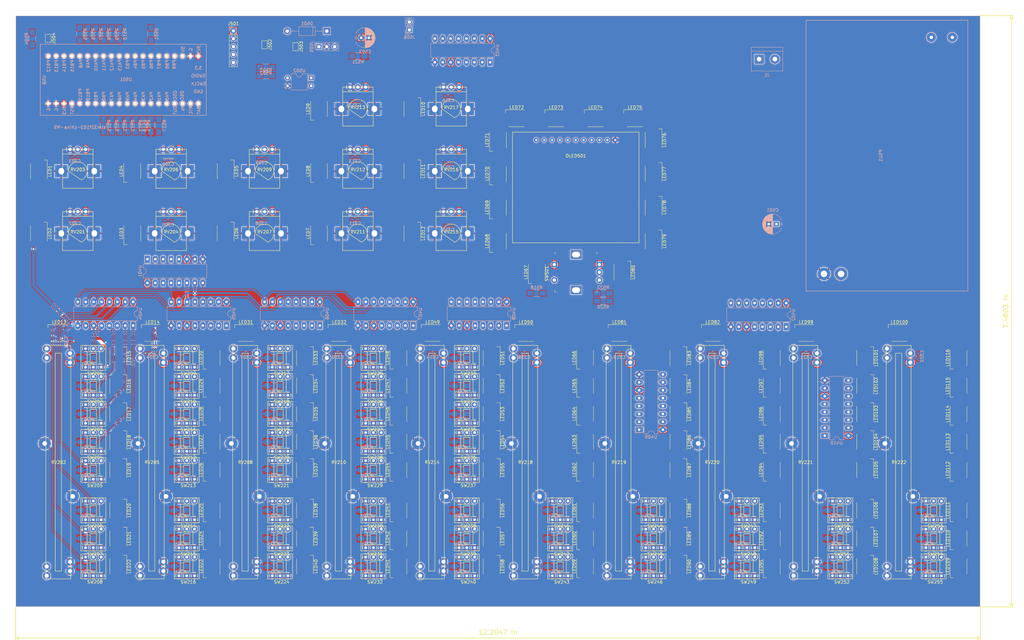
<source format=kicad_pcb>
(kicad_pcb (version 4) (host pcbnew 4.0.7)
  (layers (0 F.Cu signal) (31 B.Cu signal) (34 B.Paste user) (35 F.Paste user) (36 B.SilkS user) (37 F.SilkS user) (38 B.Mask user) (39 F.Mask user) (44 Edge.Cuts user))
  (net 0 "")
  (net 1 GND)
  (net 2 "Net-(D501-Pad1)")
  (net 3 "Net-(D501-Pad2)")
  (net 4 +3V3)
  (net 5 +5V)
  (net 6 "Net-(J501-Pad4)")
  (net 7 "Net-(J501-Pad5)")
  (net 8 "Net-(J504-Pad1)")
  (net 9 /Mux/HD11)
  (net 10 /Mux/HD12)
  (net 11 /Mux/HD13)
  (net 12 /Mux/HD14)
  (net 13 /Mux/HD15)
  (net 14 /Mux/HD16)
  (net 15 /Mux/HD17)
  (net 16 /Mux/HD18)
  (net 17 /Mux/HD21)
  (net 18 /Mux/HD22)
  (net 19 /Mux/HD23)
  (net 20 /Mux/HD24)
  (net 21 /Mux/HD25)
  (net 22 /Mux/HD26)
  (net 23 /Mux/HD27)
  (net 24 /Mux/HD28)
  (net 25 /Mux/HD31)
  (net 26 /Mux/HD32)
  (net 27 /Mux/HD33)
  (net 28 /Mux/HD34)
  (net 29 /Mux/HD35)
  (net 30 /Mux/HD36)
  (net 31 /Mux/HD37)
  (net 32 /Mux/HD38)
  (net 33 /Mux/DD11)
  (net 34 /Mux/DD12)
  (net 35 /Mux/DD13)
  (net 36 /Mux/DD14)
  (net 37 /Mux/DD15)
  (net 38 /Mux/DD16)
  (net 39 /Mux/DD17)
  (net 40 /Mux/DD18)
  (net 41 /Mux/DD21)
  (net 42 /Mux/DD22)
  (net 43 /Mux/DD23)
  (net 44 /Mux/DD24)
  (net 45 /Mux/DD25)
  (net 46 /Mux/DD26)
  (net 47 /Mux/DD27)
  (net 48 /Mux/DD28)
  (net 49 /Mux/OD11)
  (net 50 /Mux/OD12)
  (net 51 /Mux/OD13)
  (net 52 /Mux/OD21)
  (net 53 /Mux/OD22)
  (net 54 /Mux/OD23)
  (net 55 /Mux/OD31)
  (net 56 /Mux/OD32)
  (net 57 /Mux/OD33)
  (net 58 /Mux/OD41)
  (net 59 /Mux/OD42)
  (net 60 /Mux/OD43)
  (net 61 /Mux/OD51)
  (net 62 /Mux/OD52)
  (net 63 /Mux/OD53)
  (net 64 /Mux/M11)
  (net 65 /Mux/M21)
  (net 66 /Mux/M22)
  (net 67 /Mux/M23)
  (net 68 /Mux/M24)
  (net 69 /Mux/M25)
  (net 70 /Mux/M26)
  (net 71 /Mux/M27)
  (net 72 /Mux/M12)
  (net 73 /Mux/M13)
  (net 74 "Net-(J504-Pad2)")
  (net 75 "Net-(J505-Pad1)")
  (net 76 "Net-(J505-Pad3)")
  (net 77 /Mux/M3)
  (net 78 /Mux/M2)
  (net 79 /Mux/M1)
  (net 80 /Capacitors/HA11)
  (net 81 /Capacitors/HA12)
  (net 82 /Capacitors/HA13)
  (net 83 /Capacitors/HA21)
  (net 84 /Capacitors/HA22)
  (net 85 /Capacitors/HA23)
  (net 86 /Capacitors/HA31)
  (net 87 /Capacitors/HA32)
  (net 88 /Capacitors/HA33)
  (net 89 /Capacitors/DA11)
  (net 90 /Capacitors/DA12)
  (net 91 /Capacitors/DA13)
  (net 92 /Capacitors/DA14)
  (net 93 /Capacitors/DA21)
  (net 94 /Capacitors/DA22)
  (net 95 /Capacitors/DA23)
  (net 96 /Capacitors/DA24)
  (net 97 /Capacitors/OA1)
  (net 98 /Capacitors/OA2)
  (net 99 /Capacitors/OA3)
  (net 100 /Capacitors/OA4)
  (net 101 /Capacitors/OA5)
  (net 102 /LEDs/SK2)
  (net 103 /LEDs/SK1)
  (net 104 /STM/ROT1)
  (net 105 /STM/ROT2)
  (net 106 /STM/ROT3)
  (net 107 "Net-(J502-Pad2)")
  (net 108 "Net-(R501-Pad1)")
  (net 109 "Net-(R502-Pad1)")
  (net 110 "Net-(R503-Pad1)")
  (net 111 "Net-(R505-Pad1)")
  (net 112 "Net-(R506-Pad1)")
  (net 113 "Net-(R507-Pad1)")
  (net 114 "Net-(R508-Pad1)")
  (net 115 "Net-(R509-Pad1)")
  (net 116 "Net-(R510-Pad1)")
  (net 117 "Net-(R511-Pad2)")
  (net 118 "Net-(R512-Pad2)")
  (net 119 "Net-(R513-Pad2)")
  (net 120 "Net-(R514-Pad2)")
  (net 121 "Net-(R515-Pad1)")
  (net 122 "Net-(R516-Pad1)")
  (net 123 "Net-(R517-Pad1)")
  (net 124 /STM/OLED1)
  (net 125 /STM/OLED2)
  (net 126 /STM/OLED3)
  (net 127 /STM/OLED4)
  (net 128 /STM/OLED7)
  (net 129 /STM/OLED6)
  (net 130 /STM/OLED5)
  (net 131 "Net-(R519-Pad1)")
  (net 132 "Net-(J503-Pad1)")
  (net 133 "Net-(OLED501-Pad8)")
  (net 134 "Net-(OLED501-Pad9)")
  (net 135 "Net-(SW201-Pad3)")
  (net 136 "Net-(SW202-Pad3)")
  (net 137 "Net-(SW203-Pad3)")
  (net 138 "Net-(SW204-Pad3)")
  (net 139 "Net-(SW205-Pad3)")
  (net 140 "Net-(SW206-Pad3)")
  (net 141 "Net-(SW207-Pad3)")
  (net 142 "Net-(SW208-Pad3)")
  (net 143 "Net-(SW209-Pad3)")
  (net 144 "Net-(SW210-Pad3)")
  (net 145 "Net-(SW211-Pad3)")
  (net 146 "Net-(SW212-Pad3)")
  (net 147 "Net-(SW213-Pad3)")
  (net 148 "Net-(SW214-Pad3)")
  (net 149 "Net-(SW215-Pad3)")
  (net 150 "Net-(SW216-Pad3)")
  (net 151 "Net-(SW217-Pad3)")
  (net 152 "Net-(SW218-Pad3)")
  (net 153 "Net-(SW219-Pad3)")
  (net 154 "Net-(SW220-Pad3)")
  (net 155 "Net-(SW221-Pad3)")
  (net 156 "Net-(SW222-Pad3)")
  (net 157 "Net-(SW223-Pad3)")
  (net 158 "Net-(SW224-Pad3)")
  (net 159 "Net-(SW225-Pad3)")
  (net 160 "Net-(SW226-Pad3)")
  (net 161 "Net-(SW227-Pad3)")
  (net 162 "Net-(SW228-Pad3)")
  (net 163 "Net-(SW229-Pad3)")
  (net 164 "Net-(SW230-Pad3)")
  (net 165 "Net-(SW231-Pad3)")
  (net 166 "Net-(SW232-Pad3)")
  (net 167 "Net-(SW233-Pad3)")
  (net 168 "Net-(SW234-Pad3)")
  (net 169 "Net-(SW235-Pad3)")
  (net 170 "Net-(SW236-Pad3)")
  (net 171 "Net-(SW237-Pad3)")
  (net 172 "Net-(SW238-Pad3)")
  (net 173 "Net-(SW239-Pad3)")
  (net 174 "Net-(SW240-Pad3)")
  (net 175 "Net-(SW241-Pad3)")
  (net 176 "Net-(SW242-Pad3)")
  (net 177 "Net-(SW243-Pad3)")
  (net 178 "Net-(SW244-Pad3)")
  (net 179 "Net-(SW245-Pad3)")
  (net 180 "Net-(SW246-Pad3)")
  (net 181 "Net-(SW247-Pad3)")
  (net 182 "Net-(SW248-Pad3)")
  (net 183 "Net-(SW249-Pad3)")
  (net 184 "Net-(SW250-Pad3)")
  (net 185 "Net-(SW251-Pad3)")
  (net 186 "Net-(SW252-Pad3)")
  (net 187 "Net-(SW253-Pad3)")
  (net 188 "Net-(SW254-Pad3)")
  (net 189 "Net-(SW255-Pad3)")
  (net 190 "Net-(U401-Pad7)")
  (net 191 "Net-(U402-Pad1)")
  (net 192 "Net-(U402-Pad7)")
  (net 193 "Net-(U403-Pad4)")
  (net 194 "Net-(U403-Pad7)")
  (net 195 "Net-(U404-Pad7)")
  (net 196 "Net-(U405-Pad7)")
  (net 197 "Net-(U406-Pad7)")
  (net 198 "Net-(U407-Pad7)")
  (net 199 "Net-(U408-Pad7)")
  (net 200 "Net-(U409-Pad7)")
  (net 201 "Net-(U410-Pad12)")
  (net 202 "Net-(U410-Pad7)")
  (net 203 "Net-(U501-Pad21)")
  (net 204 "Net-(U501-Pad22)")
  (net 205 "Net-(U501-Pad23)")
  (net 206 "Net-(U501-Pad24)")
  (net 207 "Net-(U501-Pad37)")
  (net 208 "Net-(J1-Pad2)")
  (net 209 "Net-(J1-Pad1)")
  (net 210 "Net-(LED1-Pad5)")
  (net 211 "Net-(LED1-Pad6)")
  (net 212 "Net-(LED2-Pad5)")
  (net 213 "Net-(LED2-Pad6)")
  (net 214 "Net-(LED3-Pad5)")
  (net 215 "Net-(LED3-Pad6)")
  (net 216 "Net-(LED4-Pad5)")
  (net 217 "Net-(LED4-Pad6)")
  (net 218 "Net-(LED5-Pad5)")
  (net 219 "Net-(LED5-Pad6)")
  (net 220 "Net-(LED6-Pad5)")
  (net 221 "Net-(LED6-Pad6)")
  (net 222 "Net-(LED7-Pad5)")
  (net 223 "Net-(LED7-Pad6)")
  (net 224 "Net-(LED8-Pad5)")
  (net 225 "Net-(LED8-Pad6)")
  (net 226 "Net-(LED10-Pad2)")
  (net 227 "Net-(LED10-Pad1)")
  (net 228 "Net-(LED10-Pad5)")
  (net 229 "Net-(LED10-Pad6)")
  (net 230 "Net-(LED11-Pad5)")
  (net 231 "Net-(LED11-Pad6)")
  (net 232 "Net-(LED12-Pad5)")
  (net 233 "Net-(LED12-Pad6)")
  (net 234 "Net-(LED13-Pad5)")
  (net 235 "Net-(LED13-Pad6)")
  (net 236 "Net-(LED14-Pad5)")
  (net 237 "Net-(LED14-Pad6)")
  (net 238 "Net-(LED15-Pad5)")
  (net 239 "Net-(LED15-Pad6)")
  (net 240 "Net-(LED16-Pad5)")
  (net 241 "Net-(LED16-Pad6)")
  (net 242 "Net-(LED17-Pad5)")
  (net 243 "Net-(LED17-Pad6)")
  (net 244 "Net-(LED18-Pad5)")
  (net 245 "Net-(LED18-Pad6)")
  (net 246 "Net-(LED19-Pad5)")
  (net 247 "Net-(LED19-Pad6)")
  (net 248 "Net-(LED20-Pad5)")
  (net 249 "Net-(LED20-Pad6)")
  (net 250 "Net-(LED21-Pad5)")
  (net 251 "Net-(LED21-Pad6)")
  (net 252 "Net-(LED22-Pad5)")
  (net 253 "Net-(LED22-Pad6)")
  (net 254 "Net-(LED23-Pad5)")
  (net 255 "Net-(LED23-Pad6)")
  (net 256 "Net-(LED24-Pad5)")
  (net 257 "Net-(LED24-Pad6)")
  (net 258 "Net-(LED25-Pad5)")
  (net 259 "Net-(LED25-Pad6)")
  (net 260 "Net-(LED26-Pad5)")
  (net 261 "Net-(LED26-Pad6)")
  (net 262 "Net-(LED27-Pad5)")
  (net 263 "Net-(LED27-Pad6)")
  (net 264 "Net-(LED28-Pad5)")
  (net 265 "Net-(LED28-Pad6)")
  (net 266 "Net-(LED29-Pad5)")
  (net 267 "Net-(LED29-Pad6)")
  (net 268 "Net-(LED30-Pad5)")
  (net 269 "Net-(LED30-Pad6)")
  (net 270 "Net-(LED31-Pad5)")
  (net 271 "Net-(LED31-Pad6)")
  (net 272 "Net-(LED32-Pad5)")
  (net 273 "Net-(LED32-Pad6)")
  (net 274 "Net-(LED33-Pad5)")
  (net 275 "Net-(LED33-Pad6)")
  (net 276 "Net-(LED34-Pad5)")
  (net 277 "Net-(LED34-Pad6)")
  (net 278 "Net-(LED35-Pad5)")
  (net 279 "Net-(LED35-Pad6)")
  (net 280 "Net-(LED36-Pad5)")
  (net 281 "Net-(LED36-Pad6)")
  (net 282 "Net-(LED37-Pad5)")
  (net 283 "Net-(LED37-Pad6)")
  (net 284 "Net-(LED38-Pad5)")
  (net 285 "Net-(LED38-Pad6)")
  (net 286 "Net-(LED39-Pad5)")
  (net 287 "Net-(LED39-Pad6)")
  (net 288 "Net-(LED40-Pad5)")
  (net 289 "Net-(LED40-Pad6)")
  (net 290 "Net-(LED41-Pad5)")
  (net 291 "Net-(LED41-Pad6)")
  (net 292 "Net-(LED42-Pad5)")
  (net 293 "Net-(LED42-Pad6)")
  (net 294 "Net-(LED43-Pad5)")
  (net 295 "Net-(LED43-Pad6)")
  (net 296 "Net-(LED44-Pad5)")
  (net 297 "Net-(LED44-Pad6)")
  (net 298 "Net-(LED45-Pad5)")
  (net 299 "Net-(LED45-Pad6)")
  (net 300 "Net-(LED46-Pad5)")
  (net 301 "Net-(LED46-Pad6)")
  (net 302 "Net-(LED47-Pad5)")
  (net 303 "Net-(LED47-Pad6)")
  (net 304 "Net-(LED48-Pad5)")
  (net 305 "Net-(LED48-Pad6)")
  (net 306 "Net-(LED49-Pad5)")
  (net 307 "Net-(LED49-Pad6)")
  (net 308 "Net-(LED50-Pad5)")
  (net 309 "Net-(LED50-Pad6)")
  (net 310 "Net-(LED51-Pad5)")
  (net 311 "Net-(LED51-Pad6)")
  (net 312 "Net-(LED52-Pad5)")
  (net 313 "Net-(LED52-Pad6)")
  (net 314 "Net-(LED53-Pad5)")
  (net 315 "Net-(LED53-Pad6)")
  (net 316 "Net-(LED54-Pad5)")
  (net 317 "Net-(LED54-Pad6)")
  (net 318 "Net-(LED55-Pad5)")
  (net 319 "Net-(LED55-Pad6)")
  (net 320 "Net-(LED56-Pad5)")
  (net 321 "Net-(LED56-Pad6)")
  (net 322 "Net-(LED57-Pad5)")
  (net 323 "Net-(LED57-Pad6)")
  (net 324 "Net-(LED58-Pad5)")
  (net 325 "Net-(LED58-Pad6)")
  (net 326 "Net-(LED59-Pad5)")
  (net 327 "Net-(LED59-Pad6)")
  (net 328 "Net-(LED60-Pad5)")
  (net 329 "Net-(LED60-Pad6)")
  (net 330 "Net-(LED61-Pad5)")
  (net 331 "Net-(LED61-Pad6)")
  (net 332 "Net-(LED62-Pad5)")
  (net 333 "Net-(LED62-Pad6)")
  (net 334 "Net-(LED63-Pad5)")
  (net 335 "Net-(LED63-Pad6)")
  (net 336 "Net-(LED64-Pad5)")
  (net 337 "Net-(LED64-Pad6)")
  (net 338 "Net-(LED65-Pad5)")
  (net 339 "Net-(LED65-Pad6)")
  (net 340 "Net-(LED66-Pad5)")
  (net 341 "Net-(LED66-Pad6)")
  (net 342 "Net-(LED67-Pad5)")
  (net 343 "Net-(LED67-Pad6)")
  (net 344 "Net-(LED68-Pad5)")
  (net 345 "Net-(LED68-Pad6)")
  (net 346 "Net-(LED69-Pad5)")
  (net 347 "Net-(LED69-Pad6)")
  (net 348 "Net-(LED70-Pad5)")
  (net 349 "Net-(LED70-Pad6)")
  (net 350 "Net-(LED71-Pad5)")
  (net 351 "Net-(LED71-Pad6)")
  (net 352 "Net-(LED72-Pad5)")
  (net 353 "Net-(LED72-Pad6)")
  (net 354 "Net-(LED73-Pad5)")
  (net 355 "Net-(LED73-Pad6)")
  (net 356 "Net-(LED74-Pad5)")
  (net 357 "Net-(LED74-Pad6)")
  (net 358 "Net-(LED75-Pad5)")
  (net 359 "Net-(LED75-Pad6)")
  (net 360 "Net-(LED76-Pad5)")
  (net 361 "Net-(LED76-Pad6)")
  (net 362 "Net-(LED77-Pad5)")
  (net 363 "Net-(LED77-Pad6)")
  (net 364 "Net-(LED78-Pad5)")
  (net 365 "Net-(LED78-Pad6)")
  (net 366 "Net-(LED79-Pad5)")
  (net 367 "Net-(LED79-Pad6)")
  (net 368 "Net-(LED80-Pad5)")
  (net 369 "Net-(LED80-Pad6)")
  (net 370 "Net-(LED81-Pad5)")
  (net 371 "Net-(LED81-Pad6)")
  (net 372 "Net-(LED82-Pad5)")
  (net 373 "Net-(LED82-Pad6)")
  (net 374 "Net-(LED83-Pad5)")
  (net 375 "Net-(LED83-Pad6)")
  (net 376 "Net-(LED84-Pad5)")
  (net 377 "Net-(LED84-Pad6)")
  (net 378 "Net-(LED85-Pad5)")
  (net 379 "Net-(LED85-Pad6)")
  (net 380 "Net-(LED86-Pad5)")
  (net 381 "Net-(LED86-Pad6)")
  (net 382 "Net-(LED87-Pad5)")
  (net 383 "Net-(LED87-Pad6)")
  (net 384 "Net-(LED88-Pad5)")
  (net 385 "Net-(LED88-Pad6)")
  (net 386 "Net-(LED89-Pad5)")
  (net 387 "Net-(LED89-Pad6)")
  (net 388 "Net-(LED90-Pad5)")
  (net 389 "Net-(LED90-Pad6)")
  (net 390 "Net-(LED91-Pad5)")
  (net 391 "Net-(LED91-Pad6)")
  (net 392 "Net-(LED92-Pad5)")
  (net 393 "Net-(LED92-Pad6)")
  (net 394 "Net-(LED93-Pad5)")
  (net 395 "Net-(LED93-Pad6)")
  (net 396 "Net-(LED94-Pad5)")
  (net 397 "Net-(LED94-Pad6)")
  (net 398 "Net-(LED95-Pad5)")
  (net 399 "Net-(LED95-Pad6)")
  (net 400 "Net-(LED96-Pad5)")
  (net 401 "Net-(LED96-Pad6)")
  (net 402 "Net-(LED97-Pad5)")
  (net 403 "Net-(LED97-Pad6)")
  (net 404 "Net-(LED98-Pad5)")
  (net 405 "Net-(LED98-Pad6)")
  (net 406 "Net-(LED100-Pad2)")
  (net 407 "Net-(LED100-Pad1)")
  (net 408 "Net-(LED100-Pad5)")
  (net 409 "Net-(LED100-Pad6)")
  (net 410 "Net-(LED101-Pad5)")
  (net 411 "Net-(LED101-Pad6)")
  (net 412 "Net-(LED102-Pad5)")
  (net 413 "Net-(LED102-Pad6)")
  (net 414 "Net-(LED103-Pad5)")
  (net 415 "Net-(LED103-Pad6)")
  (net 416 "Net-(LED104-Pad5)")
  (net 417 "Net-(LED104-Pad6)")
  (net 418 "Net-(LED105-Pad5)")
  (net 419 "Net-(LED105-Pad6)")
  (net 420 "Net-(LED106-Pad5)")
  (net 421 "Net-(LED106-Pad6)")
  (net 422 "Net-(LED107-Pad5)")
  (net 423 "Net-(LED107-Pad6)")
  (net 424 "Net-(LED108-Pad5)")
  (net 425 "Net-(LED108-Pad6)")
  (net 426 "Net-(LED109-Pad5)")
  (net 427 "Net-(LED109-Pad6)")
  (net 428 "Net-(LED110-Pad5)")
  (net 429 "Net-(LED110-Pad6)")
  (net 430 "Net-(LED111-Pad5)")
  (net 431 "Net-(LED111-Pad6)")
  (net 432 "Net-(LED112-Pad5)")
  (net 433 "Net-(LED112-Pad6)")
  (net 434 "Net-(LED113-Pad5)")
  (net 435 "Net-(LED113-Pad6)")
  (net 436 "Net-(LED114-Pad5)")
  (net 437 "Net-(LED114-Pad6)")
  (net 438 "Net-(LED115-Pad5)")
  (net 439 "Net-(LED115-Pad6)")
  (net 440 "Net-(LED116-Pad5)")
  (net 441 "Net-(LED116-Pad6)")
  (module Diodes_THT:D_DO-41_SOD81_P12.70mm_Horizontal (layer B.Cu) (at 120 25 180)
    (fp_text reference D501 (at 6.35 2.41 180) (layer B.SilkS) (effects (justify mirror)))
    (fp_text value D)
    (pad 1 thru_hole rect (at 0 0 180) (size 2.2 2.2) (drill 1.1) (layers *.Cu *.Mask) (net 2 "Net-(D501-Pad1)"))
    (pad 2 thru_hole oval (at 12.7 0 180) (size 2.2 2.2) (drill 1.1) (layers *.Cu *.Mask) (net 3 "Net-(D501-Pad2)"))
  )
  (module Pin_Headers:Pin_Header_Straight_1x03_Pitch2.54mm (layer B.Cu) (at 117.46 30 270)
    (fp_text reference J505 (at 0 2.33 270) (layer B.SilkS) (effects (justify mirror)))
    (fp_text value "MIDI OUT")
    (pad 1 thru_hole rect (at 0 0 270) (size 1.7 1.7) (drill 1) (layers *.Cu *.Mask) (net 75 "Net-(J505-Pad1)"))
    (pad 2 thru_hole oval (at 0 -2.54 270) (size 1.7 1.7) (drill 1) (layers *.Cu *.Mask) (net 1 GND))
    (pad 3 thru_hole oval (at 0 -5.08 270) (size 1.7 1.7) (drill 1) (layers *.Cu *.Mask) (net 76 "Net-(J505-Pad3)"))
  )
  (module Pin_Headers:Pin_Header_Straight_1x02_Pitch2.54mm (layer B.Cu) (at 146.54 24.61)
    (fp_text reference J506 (at 0 2.33) (layer B.SilkS) (effects (justify mirror)))
    (fp_text value "MIDI IN")
    (pad 1 thru_hole rect (at 0 0) (size 1.7 1.7) (drill 1) (layers *.Cu *.Mask) (net 2 "Net-(D501-Pad1)"))
    (pad 2 thru_hole oval (at 0 -2.54) (size 1.7 1.7) (drill 1) (layers *.Cu *.Mask) (net 3 "Net-(D501-Pad2)"))
  )
  (module Resistors_SMD:R_1206_HandSoldering (layer B.Cu) (at 100.451 36.635)
    (fp_text reference R502 (at 0 1.85) (layer B.SilkS) (effects (justify mirror)))
    (fp_text value 10K)
    (pad 1 smd rect (at -2 0) (size 2 1.7) (layers B.Cu B.Paste B.Mask) (net 109 "Net-(R502-Pad1)"))
    (pad 2 smd rect (at 2 0) (size 2 1.7) (layers B.Cu B.Paste B.Mask) (net 70 /Mux/M26))
  )
  (module Resistors_SMD:R_1206_HandSoldering (layer B.Cu) (at 100.451 39.302 180)
    (fp_text reference R503 (at 0 1.85 180) (layer B.SilkS) (effects (justify mirror)))
    (fp_text value 10K)
    (pad 1 smd rect (at -2 0 180) (size 2 1.7) (layers B.Cu B.Paste B.Mask) (net 110 "Net-(R503-Pad1)"))
    (pad 2 smd rect (at 2 0 180) (size 2 1.7) (layers B.Cu B.Paste B.Mask) (net 71 /Mux/M27))
  )
  (module Housings_DIP:DIP-4_W7.62mm (layer B.Cu) (at 115 40.04 180)
    (fp_text reference U502 (at 3.81 2.33 180) (layer B.SilkS) (effects (justify mirror)))
    (fp_text value PC817)
    (pad 1 thru_hole rect (at 0 0 180) (size 1.6 1.6) (drill 0.8) (layers *.Cu *.Mask) (net 2 "Net-(D501-Pad1)"))
    (pad 3 thru_hole oval (at 7.62 -2.54 180) (size 1.6 1.6) (drill 0.8) (layers *.Cu *.Mask) (net 1 GND))
    (pad 2 thru_hole oval (at 0 -2.54 180) (size 1.6 1.6) (drill 0.8) (layers *.Cu *.Mask) (net 3 "Net-(D501-Pad2)"))
    (pad 4 thru_hole oval (at 7.62 0 180) (size 1.6 1.6) (drill 0.8) (layers *.Cu *.Mask) (net 131 "Net-(R519-Pad1)"))
  )
  (module Capacitors_THT:CP_Radial_D6.3mm_P2.50mm (layer B.Cu) (at 264.5 87 180)
    (fp_text reference C501 (at 1.25 4.46 180) (layer B.SilkS) (effects (justify mirror)))
    (fp_text value 220uF)
    (pad 1 thru_hole rect (at 0 0 180) (size 1.6 1.6) (drill 0.8) (layers *.Cu *.Mask) (net 5 +5V))
    (pad 2 thru_hole circle (at 2.5 0 180) (size 1.6 1.6) (drill 0.8) (layers *.Cu *.Mask) (net 1 GND))
  )
  (module Capacitors_THT:CP_Radial_D6.3mm_P2.50mm (layer B.Cu) (at 131.046 27.15)
    (fp_text reference C502 (at 1.25 4.46) (layer B.SilkS) (effects (justify mirror)))
    (fp_text value 220uF)
    (pad 1 thru_hole rect (at 0 0) (size 1.6 1.6) (drill 0.8) (layers *.Cu *.Mask) (net 4 +3V3))
    (pad 2 thru_hole circle (at 2.5 0) (size 1.6 1.6) (drill 0.8) (layers *.Cu *.Mask) (net 1 GND))
  )
  (module MATHSTERK:SB2 (layer F.Cu) (at 100 29.36)
    (fp_text reference J502 (at 1.78 0 90) (layer F.SilkS))
    (fp_text value GS2)
    (pad 1 smd rect (at 0 -0.64) (size 1.27 0.97) (layers F.Cu F.Paste F.Mask) (net 6 "Net-(J501-Pad4)"))
    (pad 2 smd rect (at 0 0.64) (size 1.27 0.97) (layers F.Cu F.Paste F.Mask) (net 107 "Net-(J502-Pad2)"))
    (pad 1 connect rect (at 0 0) (size 0.4 0.6) (layers F.Cu F.Mask) (net 6 "Net-(J501-Pad4)"))
  )
  (module Pin_Headers:Pin_Header_Straight_1x05_Pitch2.54mm (layer F.Cu) (at 90 24.92)
    (fp_text reference J501 (at 0 -2.33) (layer F.SilkS))
    (fp_text value SPARE)
    (pad 1 thru_hole rect (at 0 0) (size 1.7 1.7) (drill 1) (layers *.Cu *.Mask) (net 4 +3V3))
    (pad 2 thru_hole oval (at 0 2.54) (size 1.7 1.7) (drill 1) (layers *.Cu *.Mask) (net 1 GND))
    (pad 3 thru_hole oval (at 0 5.08) (size 1.7 1.7) (drill 1) (layers *.Cu *.Mask) (net 5 +5V))
    (pad 4 thru_hole oval (at 0 7.62) (size 1.7 1.7) (drill 1) (layers *.Cu *.Mask) (net 6 "Net-(J501-Pad4)"))
    (pad 5 thru_hole oval (at 0 10.16) (size 1.7 1.7) (drill 1) (layers *.Cu *.Mask) (net 7 "Net-(J501-Pad5)"))
  )
  (module MATHSTERK:SB2 (layer F.Cu) (at 30.48 27.3)
    (fp_text reference J504 (at 1.78 0 90) (layer F.SilkS))
    (fp_text value GS2)
    (pad 1 smd rect (at 0 -0.64) (size 1.27 0.97) (layers F.Cu F.Paste F.Mask) (net 8 "Net-(J504-Pad1)"))
    (pad 2 smd rect (at 0 0.64) (size 1.27 0.97) (layers F.Cu F.Paste F.Mask) (net 74 "Net-(J504-Pad2)"))
    (pad 1 connect rect (at 0 0) (size 0.4 0.6) (layers F.Cu F.Mask) (net 8 "Net-(J504-Pad1)"))
  )
  (module MATHSTERK:OLED (layer F.Cu) (at 200 60)
    (fp_text reference OLED501 (at 0 5.08) (layer F.SilkS))
    (fp_text value 1.5"OLED)
    (pad 1 thru_hole circle (at -12.7 0) (size 1.524 1.524) (drill 0.6) (layers *.Cu *.Mask) (net 126 /STM/OLED3))
    (pad 2 thru_hole circle (at -10.16 0) (size 1.524 1.524) (drill 0.6) (layers *.Cu *.Mask) (net 124 /STM/OLED1))
    (pad 3 thru_hole circle (at -7.62 0) (size 1.524 1.524) (drill 0.6) (layers *.Cu *.Mask) (net 127 /STM/OLED4))
    (pad 4 thru_hole circle (at -5.08 0) (size 1.524 1.524) (drill 0.6) (layers *.Cu *.Mask) (net 130 /STM/OLED5))
    (pad 5 thru_hole circle (at -2.54 0) (size 1.524 1.524) (drill 0.6) (layers *.Cu *.Mask) (net 129 /STM/OLED6))
    (pad 6 thru_hole circle (at 0 0) (size 1.524 1.524) (drill 0.6) (layers *.Cu *.Mask) (net 128 /STM/OLED7))
    (pad 7 thru_hole circle (at 2.54 0) (size 1.524 1.524) (drill 0.6) (layers *.Cu *.Mask) (net 125 /STM/OLED2))
    (pad 8 thru_hole circle (at 5.08 0) (size 1.524 1.524) (drill 0.6) (layers *.Cu *.Mask) (net 133 "Net-(OLED501-Pad8)"))
    (pad 9 thru_hole circle (at 7.62 0) (size 1.524 1.524) (drill 0.6) (layers *.Cu *.Mask) (net 134 "Net-(OLED501-Pad9)"))
    (pad 10 thru_hole circle (at 10.16 0) (size 1.524 1.524) (drill 0.6) (layers *.Cu *.Mask) (net 5 +5V))
    (pad 11 thru_hole rect (at 12.7 0) (size 1.524 1.524) (drill 0.6) (layers *.Cu *.Mask) (net 1 GND))
  )
  (module MATHSTERK:8mm_push_button (layer F.Cu) (at 45 130)
    (fp_text reference SW201 (at 0.5 5) (layer F.SilkS))
    (fp_text value SW_SPDT_6pin hide)
    (pad 4 thru_hole circle (at 0 3) (size 1.8 1.8) (drill 0.85) (layers *.Cu *.Mask) (net 1 GND))
    (pad 6 thru_hole circle (at 2.5 3) (size 1.8 1.8) (drill 0.85) (layers *.Cu *.Mask) (net 1 GND))
    (pad 5 thru_hole circle (at -2.5 3) (size 1.8 1.8) (drill 0.85) (layers *.Cu *.Mask) (net 1 GND))
    (pad 2 thru_hole circle (at -2.5 -3) (size 1.8 1.8) (drill 0.85) (layers *.Cu *.Mask) (net 1 GND))
    (pad 1 thru_hole circle (at 0 -3) (size 1.8 1.8) (drill 0.85) (layers *.Cu *.Mask) (net 9 /Mux/HD11))
    (pad 3 thru_hole circle (at 2.5 -3) (size 1.8 1.8) (drill 0.85) (layers *.Cu *.Mask) (net 135 "Net-(SW201-Pad3)"))
  )
  (module MATHSTERK:8mm_push_button (layer F.Cu) (at 45 139)
    (fp_text reference SW202 (at 0.5 5) (layer F.SilkS))
    (fp_text value SW_SPDT_6pin hide)
    (pad 4 thru_hole circle (at 0 3) (size 1.8 1.8) (drill 0.85) (layers *.Cu *.Mask) (net 1 GND))
    (pad 6 thru_hole circle (at 2.5 3) (size 1.8 1.8) (drill 0.85) (layers *.Cu *.Mask) (net 1 GND))
    (pad 5 thru_hole circle (at -2.5 3) (size 1.8 1.8) (drill 0.85) (layers *.Cu *.Mask) (net 1 GND))
    (pad 2 thru_hole circle (at -2.5 -3) (size 1.8 1.8) (drill 0.85) (layers *.Cu *.Mask) (net 1 GND))
    (pad 1 thru_hole circle (at 0 -3) (size 1.8 1.8) (drill 0.85) (layers *.Cu *.Mask) (net 10 /Mux/HD12))
    (pad 3 thru_hole circle (at 2.5 -3) (size 1.8 1.8) (drill 0.85) (layers *.Cu *.Mask) (net 136 "Net-(SW202-Pad3)"))
  )
  (module MATHSTERK:8mm_push_button (layer F.Cu) (at 45 148)
    (fp_text reference SW203 (at 0.5 5) (layer F.SilkS))
    (fp_text value SW_SPDT_6pin hide)
    (pad 4 thru_hole circle (at 0 3) (size 1.8 1.8) (drill 0.85) (layers *.Cu *.Mask) (net 1 GND))
    (pad 6 thru_hole circle (at 2.5 3) (size 1.8 1.8) (drill 0.85) (layers *.Cu *.Mask) (net 1 GND))
    (pad 5 thru_hole circle (at -2.5 3) (size 1.8 1.8) (drill 0.85) (layers *.Cu *.Mask) (net 1 GND))
    (pad 2 thru_hole circle (at -2.5 -3) (size 1.8 1.8) (drill 0.85) (layers *.Cu *.Mask) (net 1 GND))
    (pad 1 thru_hole circle (at 0 -3) (size 1.8 1.8) (drill 0.85) (layers *.Cu *.Mask) (net 11 /Mux/HD13))
    (pad 3 thru_hole circle (at 2.5 -3) (size 1.8 1.8) (drill 0.85) (layers *.Cu *.Mask) (net 137 "Net-(SW203-Pad3)"))
  )
  (module MATHSTERK:8mm_push_button (layer F.Cu) (at 45 157)
    (fp_text reference SW204 (at 0.5 5) (layer F.SilkS))
    (fp_text value SW_SPDT_6pin hide)
    (pad 4 thru_hole circle (at 0 3) (size 1.8 1.8) (drill 0.85) (layers *.Cu *.Mask) (net 1 GND))
    (pad 6 thru_hole circle (at 2.5 3) (size 1.8 1.8) (drill 0.85) (layers *.Cu *.Mask) (net 1 GND))
    (pad 5 thru_hole circle (at -2.5 3) (size 1.8 1.8) (drill 0.85) (layers *.Cu *.Mask) (net 1 GND))
    (pad 2 thru_hole circle (at -2.5 -3) (size 1.8 1.8) (drill 0.85) (layers *.Cu *.Mask) (net 1 GND))
    (pad 1 thru_hole circle (at 0 -3) (size 1.8 1.8) (drill 0.85) (layers *.Cu *.Mask) (net 12 /Mux/HD14))
    (pad 3 thru_hole circle (at 2.5 -3) (size 1.8 1.8) (drill 0.85) (layers *.Cu *.Mask) (net 138 "Net-(SW204-Pad3)"))
  )
  (module MATHSTERK:8mm_push_button (layer F.Cu) (at 45 166)
    (fp_text reference SW205 (at 0.5 5) (layer F.SilkS))
    (fp_text value SW_SPDT_6pin hide)
    (pad 4 thru_hole circle (at 0 3) (size 1.8 1.8) (drill 0.85) (layers *.Cu *.Mask) (net 1 GND))
    (pad 6 thru_hole circle (at 2.5 3) (size 1.8 1.8) (drill 0.85) (layers *.Cu *.Mask) (net 1 GND))
    (pad 5 thru_hole circle (at -2.5 3) (size 1.8 1.8) (drill 0.85) (layers *.Cu *.Mask) (net 1 GND))
    (pad 2 thru_hole circle (at -2.5 -3) (size 1.8 1.8) (drill 0.85) (layers *.Cu *.Mask) (net 1 GND))
    (pad 1 thru_hole circle (at 0 -3) (size 1.8 1.8) (drill 0.85) (layers *.Cu *.Mask) (net 13 /Mux/HD15))
    (pad 3 thru_hole circle (at 2.5 -3) (size 1.8 1.8) (drill 0.85) (layers *.Cu *.Mask) (net 139 "Net-(SW205-Pad3)"))
  )
  (module MATHSTERK:8mm_push_button (layer F.Cu) (at 45 179)
    (fp_text reference SW206 (at 0.5 5) (layer F.SilkS))
    (fp_text value SW_SPDT_6pin hide)
    (pad 4 thru_hole circle (at 0 3) (size 1.8 1.8) (drill 0.85) (layers *.Cu *.Mask) (net 1 GND))
    (pad 6 thru_hole circle (at 2.5 3) (size 1.8 1.8) (drill 0.85) (layers *.Cu *.Mask) (net 1 GND))
    (pad 5 thru_hole circle (at -2.5 3) (size 1.8 1.8) (drill 0.85) (layers *.Cu *.Mask) (net 1 GND))
    (pad 2 thru_hole circle (at -2.5 -3) (size 1.8 1.8) (drill 0.85) (layers *.Cu *.Mask) (net 1 GND))
    (pad 1 thru_hole circle (at 0 -3) (size 1.8 1.8) (drill 0.85) (layers *.Cu *.Mask) (net 14 /Mux/HD16))
    (pad 3 thru_hole circle (at 2.5 -3) (size 1.8 1.8) (drill 0.85) (layers *.Cu *.Mask) (net 140 "Net-(SW206-Pad3)"))
  )
  (module MATHSTERK:8mm_push_button (layer F.Cu) (at 45 188)
    (fp_text reference SW207 (at 0.5 5) (layer F.SilkS))
    (fp_text value SW_SPDT_6pin hide)
    (pad 4 thru_hole circle (at 0 3) (size 1.8 1.8) (drill 0.85) (layers *.Cu *.Mask) (net 1 GND))
    (pad 6 thru_hole circle (at 2.5 3) (size 1.8 1.8) (drill 0.85) (layers *.Cu *.Mask) (net 1 GND))
    (pad 5 thru_hole circle (at -2.5 3) (size 1.8 1.8) (drill 0.85) (layers *.Cu *.Mask) (net 1 GND))
    (pad 2 thru_hole circle (at -2.5 -3) (size 1.8 1.8) (drill 0.85) (layers *.Cu *.Mask) (net 1 GND))
    (pad 1 thru_hole circle (at 0 -3) (size 1.8 1.8) (drill 0.85) (layers *.Cu *.Mask) (net 15 /Mux/HD17))
    (pad 3 thru_hole circle (at 2.5 -3) (size 1.8 1.8) (drill 0.85) (layers *.Cu *.Mask) (net 141 "Net-(SW207-Pad3)"))
  )
  (module MATHSTERK:8mm_push_button (layer F.Cu) (at 45 197)
    (fp_text reference SW208 (at 0.5 5) (layer F.SilkS))
    (fp_text value SW_SPDT_6pin hide)
    (pad 4 thru_hole circle (at 0 3) (size 1.8 1.8) (drill 0.85) (layers *.Cu *.Mask) (net 1 GND))
    (pad 6 thru_hole circle (at 2.5 3) (size 1.8 1.8) (drill 0.85) (layers *.Cu *.Mask) (net 1 GND))
    (pad 5 thru_hole circle (at -2.5 3) (size 1.8 1.8) (drill 0.85) (layers *.Cu *.Mask) (net 1 GND))
    (pad 2 thru_hole circle (at -2.5 -3) (size 1.8 1.8) (drill 0.85) (layers *.Cu *.Mask) (net 1 GND))
    (pad 1 thru_hole circle (at 0 -3) (size 1.8 1.8) (drill 0.85) (layers *.Cu *.Mask) (net 16 /Mux/HD18))
    (pad 3 thru_hole circle (at 2.5 -3) (size 1.8 1.8) (drill 0.85) (layers *.Cu *.Mask) (net 142 "Net-(SW208-Pad3)"))
  )
  (module MATHSTERK:8mm_push_button (layer F.Cu) (at 75 130)
    (fp_text reference SW209 (at 0.5 5) (layer F.SilkS))
    (fp_text value SW_SPDT_6pin hide)
    (pad 4 thru_hole circle (at 0 3) (size 1.8 1.8) (drill 0.85) (layers *.Cu *.Mask) (net 1 GND))
    (pad 6 thru_hole circle (at 2.5 3) (size 1.8 1.8) (drill 0.85) (layers *.Cu *.Mask) (net 1 GND))
    (pad 5 thru_hole circle (at -2.5 3) (size 1.8 1.8) (drill 0.85) (layers *.Cu *.Mask) (net 1 GND))
    (pad 2 thru_hole circle (at -2.5 -3) (size 1.8 1.8) (drill 0.85) (layers *.Cu *.Mask) (net 1 GND))
    (pad 1 thru_hole circle (at 0 -3) (size 1.8 1.8) (drill 0.85) (layers *.Cu *.Mask) (net 17 /Mux/HD21))
    (pad 3 thru_hole circle (at 2.5 -3) (size 1.8 1.8) (drill 0.85) (layers *.Cu *.Mask) (net 143 "Net-(SW209-Pad3)"))
  )
  (module MATHSTERK:8mm_push_button (layer F.Cu) (at 75 139)
    (fp_text reference SW210 (at 0.5 5) (layer F.SilkS))
    (fp_text value SW_SPDT_6pin hide)
    (pad 4 thru_hole circle (at 0 3) (size 1.8 1.8) (drill 0.85) (layers *.Cu *.Mask) (net 1 GND))
    (pad 6 thru_hole circle (at 2.5 3) (size 1.8 1.8) (drill 0.85) (layers *.Cu *.Mask) (net 1 GND))
    (pad 5 thru_hole circle (at -2.5 3) (size 1.8 1.8) (drill 0.85) (layers *.Cu *.Mask) (net 1 GND))
    (pad 2 thru_hole circle (at -2.5 -3) (size 1.8 1.8) (drill 0.85) (layers *.Cu *.Mask) (net 1 GND))
    (pad 1 thru_hole circle (at 0 -3) (size 1.8 1.8) (drill 0.85) (layers *.Cu *.Mask) (net 18 /Mux/HD22))
    (pad 3 thru_hole circle (at 2.5 -3) (size 1.8 1.8) (drill 0.85) (layers *.Cu *.Mask) (net 144 "Net-(SW210-Pad3)"))
  )
  (module MATHSTERK:8mm_push_button (layer F.Cu) (at 75 148)
    (fp_text reference SW211 (at 0.5 5) (layer F.SilkS))
    (fp_text value SW_SPDT_6pin hide)
    (pad 4 thru_hole circle (at 0 3) (size 1.8 1.8) (drill 0.85) (layers *.Cu *.Mask) (net 1 GND))
    (pad 6 thru_hole circle (at 2.5 3) (size 1.8 1.8) (drill 0.85) (layers *.Cu *.Mask) (net 1 GND))
    (pad 5 thru_hole circle (at -2.5 3) (size 1.8 1.8) (drill 0.85) (layers *.Cu *.Mask) (net 1 GND))
    (pad 2 thru_hole circle (at -2.5 -3) (size 1.8 1.8) (drill 0.85) (layers *.Cu *.Mask) (net 1 GND))
    (pad 1 thru_hole circle (at 0 -3) (size 1.8 1.8) (drill 0.85) (layers *.Cu *.Mask) (net 19 /Mux/HD23))
    (pad 3 thru_hole circle (at 2.5 -3) (size 1.8 1.8) (drill 0.85) (layers *.Cu *.Mask) (net 145 "Net-(SW211-Pad3)"))
  )
  (module MATHSTERK:8mm_push_button (layer F.Cu) (at 75 157)
    (fp_text reference SW212 (at 0.5 5) (layer F.SilkS))
    (fp_text value SW_SPDT_6pin hide)
    (pad 4 thru_hole circle (at 0 3) (size 1.8 1.8) (drill 0.85) (layers *.Cu *.Mask) (net 1 GND))
    (pad 6 thru_hole circle (at 2.5 3) (size 1.8 1.8) (drill 0.85) (layers *.Cu *.Mask) (net 1 GND))
    (pad 5 thru_hole circle (at -2.5 3) (size 1.8 1.8) (drill 0.85) (layers *.Cu *.Mask) (net 1 GND))
    (pad 2 thru_hole circle (at -2.5 -3) (size 1.8 1.8) (drill 0.85) (layers *.Cu *.Mask) (net 1 GND))
    (pad 1 thru_hole circle (at 0 -3) (size 1.8 1.8) (drill 0.85) (layers *.Cu *.Mask) (net 20 /Mux/HD24))
    (pad 3 thru_hole circle (at 2.5 -3) (size 1.8 1.8) (drill 0.85) (layers *.Cu *.Mask) (net 146 "Net-(SW212-Pad3)"))
  )
  (module MATHSTERK:8mm_push_button (layer F.Cu) (at 75 166)
    (fp_text reference SW213 (at 0.5 5) (layer F.SilkS))
    (fp_text value SW_SPDT_6pin hide)
    (pad 4 thru_hole circle (at 0 3) (size 1.8 1.8) (drill 0.85) (layers *.Cu *.Mask) (net 1 GND))
    (pad 6 thru_hole circle (at 2.5 3) (size 1.8 1.8) (drill 0.85) (layers *.Cu *.Mask) (net 1 GND))
    (pad 5 thru_hole circle (at -2.5 3) (size 1.8 1.8) (drill 0.85) (layers *.Cu *.Mask) (net 1 GND))
    (pad 2 thru_hole circle (at -2.5 -3) (size 1.8 1.8) (drill 0.85) (layers *.Cu *.Mask) (net 1 GND))
    (pad 1 thru_hole circle (at 0 -3) (size 1.8 1.8) (drill 0.85) (layers *.Cu *.Mask) (net 21 /Mux/HD25))
    (pad 3 thru_hole circle (at 2.5 -3) (size 1.8 1.8) (drill 0.85) (layers *.Cu *.Mask) (net 147 "Net-(SW213-Pad3)"))
  )
  (module MATHSTERK:8mm_push_button (layer F.Cu) (at 75 179)
    (fp_text reference SW214 (at 0.5 5) (layer F.SilkS))
    (fp_text value SW_SPDT_6pin hide)
    (pad 4 thru_hole circle (at 0 3) (size 1.8 1.8) (drill 0.85) (layers *.Cu *.Mask) (net 1 GND))
    (pad 6 thru_hole circle (at 2.5 3) (size 1.8 1.8) (drill 0.85) (layers *.Cu *.Mask) (net 1 GND))
    (pad 5 thru_hole circle (at -2.5 3) (size 1.8 1.8) (drill 0.85) (layers *.Cu *.Mask) (net 1 GND))
    (pad 2 thru_hole circle (at -2.5 -3) (size 1.8 1.8) (drill 0.85) (layers *.Cu *.Mask) (net 1 GND))
    (pad 1 thru_hole circle (at 0 -3) (size 1.8 1.8) (drill 0.85) (layers *.Cu *.Mask) (net 22 /Mux/HD26))
    (pad 3 thru_hole circle (at 2.5 -3) (size 1.8 1.8) (drill 0.85) (layers *.Cu *.Mask) (net 148 "Net-(SW214-Pad3)"))
  )
  (module MATHSTERK:8mm_push_button (layer F.Cu) (at 75 188)
    (fp_text reference SW215 (at 0.5 5) (layer F.SilkS))
    (fp_text value SW_SPDT_6pin hide)
    (pad 4 thru_hole circle (at 0 3) (size 1.8 1.8) (drill 0.85) (layers *.Cu *.Mask) (net 1 GND))
    (pad 6 thru_hole circle (at 2.5 3) (size 1.8 1.8) (drill 0.85) (layers *.Cu *.Mask) (net 1 GND))
    (pad 5 thru_hole circle (at -2.5 3) (size 1.8 1.8) (drill 0.85) (layers *.Cu *.Mask) (net 1 GND))
    (pad 2 thru_hole circle (at -2.5 -3) (size 1.8 1.8) (drill 0.85) (layers *.Cu *.Mask) (net 1 GND))
    (pad 1 thru_hole circle (at 0 -3) (size 1.8 1.8) (drill 0.85) (layers *.Cu *.Mask) (net 23 /Mux/HD27))
    (pad 3 thru_hole circle (at 2.5 -3) (size 1.8 1.8) (drill 0.85) (layers *.Cu *.Mask) (net 149 "Net-(SW215-Pad3)"))
  )
  (module MATHSTERK:8mm_push_button (layer F.Cu) (at 75 197)
    (fp_text reference SW216 (at 0.5 5) (layer F.SilkS))
    (fp_text value SW_SPDT_6pin hide)
    (pad 4 thru_hole circle (at 0 3) (size 1.8 1.8) (drill 0.85) (layers *.Cu *.Mask) (net 1 GND))
    (pad 6 thru_hole circle (at 2.5 3) (size 1.8 1.8) (drill 0.85) (layers *.Cu *.Mask) (net 1 GND))
    (pad 5 thru_hole circle (at -2.5 3) (size 1.8 1.8) (drill 0.85) (layers *.Cu *.Mask) (net 1 GND))
    (pad 2 thru_hole circle (at -2.5 -3) (size 1.8 1.8) (drill 0.85) (layers *.Cu *.Mask) (net 1 GND))
    (pad 1 thru_hole circle (at 0 -3) (size 1.8 1.8) (drill 0.85) (layers *.Cu *.Mask) (net 24 /Mux/HD28))
    (pad 3 thru_hole circle (at 2.5 -3) (size 1.8 1.8) (drill 0.85) (layers *.Cu *.Mask) (net 150 "Net-(SW216-Pad3)"))
  )
  (module MATHSTERK:8mm_push_button (layer F.Cu) (at 105 130)
    (fp_text reference SW217 (at 0.5 5) (layer F.SilkS))
    (fp_text value SW_SPDT_6pin hide)
    (pad 4 thru_hole circle (at 0 3) (size 1.8 1.8) (drill 0.85) (layers *.Cu *.Mask) (net 1 GND))
    (pad 6 thru_hole circle (at 2.5 3) (size 1.8 1.8) (drill 0.85) (layers *.Cu *.Mask) (net 1 GND))
    (pad 5 thru_hole circle (at -2.5 3) (size 1.8 1.8) (drill 0.85) (layers *.Cu *.Mask) (net 1 GND))
    (pad 2 thru_hole circle (at -2.5 -3) (size 1.8 1.8) (drill 0.85) (layers *.Cu *.Mask) (net 1 GND))
    (pad 1 thru_hole circle (at 0 -3) (size 1.8 1.8) (drill 0.85) (layers *.Cu *.Mask) (net 25 /Mux/HD31))
    (pad 3 thru_hole circle (at 2.5 -3) (size 1.8 1.8) (drill 0.85) (layers *.Cu *.Mask) (net 151 "Net-(SW217-Pad3)"))
  )
  (module MATHSTERK:8mm_push_button (layer F.Cu) (at 105 139)
    (fp_text reference SW218 (at 0.5 5) (layer F.SilkS))
    (fp_text value SW_SPDT_6pin hide)
    (pad 4 thru_hole circle (at 0 3) (size 1.8 1.8) (drill 0.85) (layers *.Cu *.Mask) (net 1 GND))
    (pad 6 thru_hole circle (at 2.5 3) (size 1.8 1.8) (drill 0.85) (layers *.Cu *.Mask) (net 1 GND))
    (pad 5 thru_hole circle (at -2.5 3) (size 1.8 1.8) (drill 0.85) (layers *.Cu *.Mask) (net 1 GND))
    (pad 2 thru_hole circle (at -2.5 -3) (size 1.8 1.8) (drill 0.85) (layers *.Cu *.Mask) (net 1 GND))
    (pad 1 thru_hole circle (at 0 -3) (size 1.8 1.8) (drill 0.85) (layers *.Cu *.Mask) (net 26 /Mux/HD32))
    (pad 3 thru_hole circle (at 2.5 -3) (size 1.8 1.8) (drill 0.85) (layers *.Cu *.Mask) (net 152 "Net-(SW218-Pad3)"))
  )
  (module MATHSTERK:8mm_push_button (layer F.Cu) (at 105 148)
    (fp_text reference SW219 (at 0.5 5) (layer F.SilkS))
    (fp_text value SW_SPDT_6pin hide)
    (pad 4 thru_hole circle (at 0 3) (size 1.8 1.8) (drill 0.85) (layers *.Cu *.Mask) (net 1 GND))
    (pad 6 thru_hole circle (at 2.5 3) (size 1.8 1.8) (drill 0.85) (layers *.Cu *.Mask) (net 1 GND))
    (pad 5 thru_hole circle (at -2.5 3) (size 1.8 1.8) (drill 0.85) (layers *.Cu *.Mask) (net 1 GND))
    (pad 2 thru_hole circle (at -2.5 -3) (size 1.8 1.8) (drill 0.85) (layers *.Cu *.Mask) (net 1 GND))
    (pad 1 thru_hole circle (at 0 -3) (size 1.8 1.8) (drill 0.85) (layers *.Cu *.Mask) (net 27 /Mux/HD33))
    (pad 3 thru_hole circle (at 2.5 -3) (size 1.8 1.8) (drill 0.85) (layers *.Cu *.Mask) (net 153 "Net-(SW219-Pad3)"))
  )
  (module MATHSTERK:8mm_push_button (layer F.Cu) (at 105 157)
    (fp_text reference SW220 (at 0.5 5) (layer F.SilkS))
    (fp_text value SW_SPDT_6pin hide)
    (pad 4 thru_hole circle (at 0 3) (size 1.8 1.8) (drill 0.85) (layers *.Cu *.Mask) (net 1 GND))
    (pad 6 thru_hole circle (at 2.5 3) (size 1.8 1.8) (drill 0.85) (layers *.Cu *.Mask) (net 1 GND))
    (pad 5 thru_hole circle (at -2.5 3) (size 1.8 1.8) (drill 0.85) (layers *.Cu *.Mask) (net 1 GND))
    (pad 2 thru_hole circle (at -2.5 -3) (size 1.8 1.8) (drill 0.85) (layers *.Cu *.Mask) (net 1 GND))
    (pad 1 thru_hole circle (at 0 -3) (size 1.8 1.8) (drill 0.85) (layers *.Cu *.Mask) (net 28 /Mux/HD34))
    (pad 3 thru_hole circle (at 2.5 -3) (size 1.8 1.8) (drill 0.85) (layers *.Cu *.Mask) (net 154 "Net-(SW220-Pad3)"))
  )
  (module MATHSTERK:8mm_push_button (layer F.Cu) (at 105 166)
    (fp_text reference SW221 (at 0.5 5) (layer F.SilkS))
    (fp_text value SW_SPDT_6pin hide)
    (pad 4 thru_hole circle (at 0 3) (size 1.8 1.8) (drill 0.85) (layers *.Cu *.Mask) (net 1 GND))
    (pad 6 thru_hole circle (at 2.5 3) (size 1.8 1.8) (drill 0.85) (layers *.Cu *.Mask) (net 1 GND))
    (pad 5 thru_hole circle (at -2.5 3) (size 1.8 1.8) (drill 0.85) (layers *.Cu *.Mask) (net 1 GND))
    (pad 2 thru_hole circle (at -2.5 -3) (size 1.8 1.8) (drill 0.85) (layers *.Cu *.Mask) (net 1 GND))
    (pad 1 thru_hole circle (at 0 -3) (size 1.8 1.8) (drill 0.85) (layers *.Cu *.Mask) (net 29 /Mux/HD35))
    (pad 3 thru_hole circle (at 2.5 -3) (size 1.8 1.8) (drill 0.85) (layers *.Cu *.Mask) (net 155 "Net-(SW221-Pad3)"))
  )
  (module MATHSTERK:8mm_push_button (layer F.Cu) (at 105 179)
    (fp_text reference SW222 (at 0.5 5) (layer F.SilkS))
    (fp_text value SW_SPDT_6pin hide)
    (pad 4 thru_hole circle (at 0 3) (size 1.8 1.8) (drill 0.85) (layers *.Cu *.Mask) (net 1 GND))
    (pad 6 thru_hole circle (at 2.5 3) (size 1.8 1.8) (drill 0.85) (layers *.Cu *.Mask) (net 1 GND))
    (pad 5 thru_hole circle (at -2.5 3) (size 1.8 1.8) (drill 0.85) (layers *.Cu *.Mask) (net 1 GND))
    (pad 2 thru_hole circle (at -2.5 -3) (size 1.8 1.8) (drill 0.85) (layers *.Cu *.Mask) (net 1 GND))
    (pad 1 thru_hole circle (at 0 -3) (size 1.8 1.8) (drill 0.85) (layers *.Cu *.Mask) (net 30 /Mux/HD36))
    (pad 3 thru_hole circle (at 2.5 -3) (size 1.8 1.8) (drill 0.85) (layers *.Cu *.Mask) (net 156 "Net-(SW222-Pad3)"))
  )
  (module MATHSTERK:8mm_push_button (layer F.Cu) (at 105 188)
    (fp_text reference SW223 (at 0.5 5) (layer F.SilkS))
    (fp_text value SW_SPDT_6pin hide)
    (pad 4 thru_hole circle (at 0 3) (size 1.8 1.8) (drill 0.85) (layers *.Cu *.Mask) (net 1 GND))
    (pad 6 thru_hole circle (at 2.5 3) (size 1.8 1.8) (drill 0.85) (layers *.Cu *.Mask) (net 1 GND))
    (pad 5 thru_hole circle (at -2.5 3) (size 1.8 1.8) (drill 0.85) (layers *.Cu *.Mask) (net 1 GND))
    (pad 2 thru_hole circle (at -2.5 -3) (size 1.8 1.8) (drill 0.85) (layers *.Cu *.Mask) (net 1 GND))
    (pad 1 thru_hole circle (at 0 -3) (size 1.8 1.8) (drill 0.85) (layers *.Cu *.Mask) (net 31 /Mux/HD37))
    (pad 3 thru_hole circle (at 2.5 -3) (size 1.8 1.8) (drill 0.85) (layers *.Cu *.Mask) (net 157 "Net-(SW223-Pad3)"))
  )
  (module MATHSTERK:8mm_push_button (layer F.Cu) (at 105 197)
    (fp_text reference SW224 (at 0.5 5) (layer F.SilkS))
    (fp_text value SW_SPDT_6pin hide)
    (pad 4 thru_hole circle (at 0 3) (size 1.8 1.8) (drill 0.85) (layers *.Cu *.Mask) (net 1 GND))
    (pad 6 thru_hole circle (at 2.5 3) (size 1.8 1.8) (drill 0.85) (layers *.Cu *.Mask) (net 1 GND))
    (pad 5 thru_hole circle (at -2.5 3) (size 1.8 1.8) (drill 0.85) (layers *.Cu *.Mask) (net 1 GND))
    (pad 2 thru_hole circle (at -2.5 -3) (size 1.8 1.8) (drill 0.85) (layers *.Cu *.Mask) (net 1 GND))
    (pad 1 thru_hole circle (at 0 -3) (size 1.8 1.8) (drill 0.85) (layers *.Cu *.Mask) (net 32 /Mux/HD38))
    (pad 3 thru_hole circle (at 2.5 -3) (size 1.8 1.8) (drill 0.85) (layers *.Cu *.Mask) (net 158 "Net-(SW224-Pad3)"))
  )
  (module MATHSTERK:8mm_push_button (layer F.Cu) (at 135 130)
    (fp_text reference SW225 (at 0.5 5) (layer F.SilkS))
    (fp_text value SW_SPDT_6pin hide)
    (pad 4 thru_hole circle (at 0 3) (size 1.8 1.8) (drill 0.85) (layers *.Cu *.Mask) (net 1 GND))
    (pad 6 thru_hole circle (at 2.5 3) (size 1.8 1.8) (drill 0.85) (layers *.Cu *.Mask) (net 1 GND))
    (pad 5 thru_hole circle (at -2.5 3) (size 1.8 1.8) (drill 0.85) (layers *.Cu *.Mask) (net 1 GND))
    (pad 2 thru_hole circle (at -2.5 -3) (size 1.8 1.8) (drill 0.85) (layers *.Cu *.Mask) (net 1 GND))
    (pad 1 thru_hole circle (at 0 -3) (size 1.8 1.8) (drill 0.85) (layers *.Cu *.Mask) (net 33 /Mux/DD11))
    (pad 3 thru_hole circle (at 2.5 -3) (size 1.8 1.8) (drill 0.85) (layers *.Cu *.Mask) (net 159 "Net-(SW225-Pad3)"))
  )
  (module MATHSTERK:8mm_push_button (layer F.Cu) (at 135 139)
    (fp_text reference SW226 (at 0.5 5) (layer F.SilkS))
    (fp_text value SW_SPDT_6pin hide)
    (pad 4 thru_hole circle (at 0 3) (size 1.8 1.8) (drill 0.85) (layers *.Cu *.Mask) (net 1 GND))
    (pad 6 thru_hole circle (at 2.5 3) (size 1.8 1.8) (drill 0.85) (layers *.Cu *.Mask) (net 1 GND))
    (pad 5 thru_hole circle (at -2.5 3) (size 1.8 1.8) (drill 0.85) (layers *.Cu *.Mask) (net 1 GND))
    (pad 2 thru_hole circle (at -2.5 -3) (size 1.8 1.8) (drill 0.85) (layers *.Cu *.Mask) (net 1 GND))
    (pad 1 thru_hole circle (at 0 -3) (size 1.8 1.8) (drill 0.85) (layers *.Cu *.Mask) (net 34 /Mux/DD12))
    (pad 3 thru_hole circle (at 2.5 -3) (size 1.8 1.8) (drill 0.85) (layers *.Cu *.Mask) (net 160 "Net-(SW226-Pad3)"))
  )
  (module MATHSTERK:8mm_push_button (layer F.Cu) (at 135 148)
    (fp_text reference SW227 (at 0.5 5) (layer F.SilkS))
    (fp_text value SW_SPDT_6pin hide)
    (pad 4 thru_hole circle (at 0 3) (size 1.8 1.8) (drill 0.85) (layers *.Cu *.Mask) (net 1 GND))
    (pad 6 thru_hole circle (at 2.5 3) (size 1.8 1.8) (drill 0.85) (layers *.Cu *.Mask) (net 1 GND))
    (pad 5 thru_hole circle (at -2.5 3) (size 1.8 1.8) (drill 0.85) (layers *.Cu *.Mask) (net 1 GND))
    (pad 2 thru_hole circle (at -2.5 -3) (size 1.8 1.8) (drill 0.85) (layers *.Cu *.Mask) (net 1 GND))
    (pad 1 thru_hole circle (at 0 -3) (size 1.8 1.8) (drill 0.85) (layers *.Cu *.Mask) (net 35 /Mux/DD13))
    (pad 3 thru_hole circle (at 2.5 -3) (size 1.8 1.8) (drill 0.85) (layers *.Cu *.Mask) (net 161 "Net-(SW227-Pad3)"))
  )
  (module MATHSTERK:8mm_push_button (layer F.Cu) (at 135 157)
    (fp_text reference SW228 (at 0.5 5) (layer F.SilkS))
    (fp_text value SW_SPDT_6pin hide)
    (pad 4 thru_hole circle (at 0 3) (size 1.8 1.8) (drill 0.85) (layers *.Cu *.Mask) (net 1 GND))
    (pad 6 thru_hole circle (at 2.5 3) (size 1.8 1.8) (drill 0.85) (layers *.Cu *.Mask) (net 1 GND))
    (pad 5 thru_hole circle (at -2.5 3) (size 1.8 1.8) (drill 0.85) (layers *.Cu *.Mask) (net 1 GND))
    (pad 2 thru_hole circle (at -2.5 -3) (size 1.8 1.8) (drill 0.85) (layers *.Cu *.Mask) (net 1 GND))
    (pad 1 thru_hole circle (at 0 -3) (size 1.8 1.8) (drill 0.85) (layers *.Cu *.Mask) (net 36 /Mux/DD14))
    (pad 3 thru_hole circle (at 2.5 -3) (size 1.8 1.8) (drill 0.85) (layers *.Cu *.Mask) (net 162 "Net-(SW228-Pad3)"))
  )
  (module MATHSTERK:8mm_push_button (layer F.Cu) (at 135 166)
    (fp_text reference SW229 (at 0.5 5) (layer F.SilkS))
    (fp_text value SW_SPDT_6pin hide)
    (pad 4 thru_hole circle (at 0 3) (size 1.8 1.8) (drill 0.85) (layers *.Cu *.Mask) (net 1 GND))
    (pad 6 thru_hole circle (at 2.5 3) (size 1.8 1.8) (drill 0.85) (layers *.Cu *.Mask) (net 1 GND))
    (pad 5 thru_hole circle (at -2.5 3) (size 1.8 1.8) (drill 0.85) (layers *.Cu *.Mask) (net 1 GND))
    (pad 2 thru_hole circle (at -2.5 -3) (size 1.8 1.8) (drill 0.85) (layers *.Cu *.Mask) (net 1 GND))
    (pad 1 thru_hole circle (at 0 -3) (size 1.8 1.8) (drill 0.85) (layers *.Cu *.Mask) (net 37 /Mux/DD15))
    (pad 3 thru_hole circle (at 2.5 -3) (size 1.8 1.8) (drill 0.85) (layers *.Cu *.Mask) (net 163 "Net-(SW229-Pad3)"))
  )
  (module MATHSTERK:8mm_push_button (layer F.Cu) (at 135 179)
    (fp_text reference SW230 (at 0.5 5) (layer F.SilkS))
    (fp_text value SW_SPDT_6pin hide)
    (pad 4 thru_hole circle (at 0 3) (size 1.8 1.8) (drill 0.85) (layers *.Cu *.Mask) (net 1 GND))
    (pad 6 thru_hole circle (at 2.5 3) (size 1.8 1.8) (drill 0.85) (layers *.Cu *.Mask) (net 1 GND))
    (pad 5 thru_hole circle (at -2.5 3) (size 1.8 1.8) (drill 0.85) (layers *.Cu *.Mask) (net 1 GND))
    (pad 2 thru_hole circle (at -2.5 -3) (size 1.8 1.8) (drill 0.85) (layers *.Cu *.Mask) (net 1 GND))
    (pad 1 thru_hole circle (at 0 -3) (size 1.8 1.8) (drill 0.85) (layers *.Cu *.Mask) (net 38 /Mux/DD16))
    (pad 3 thru_hole circle (at 2.5 -3) (size 1.8 1.8) (drill 0.85) (layers *.Cu *.Mask) (net 164 "Net-(SW230-Pad3)"))
  )
  (module MATHSTERK:8mm_push_button (layer F.Cu) (at 135 188)
    (fp_text reference SW231 (at 0.5 5) (layer F.SilkS))
    (fp_text value SW_SPDT_6pin hide)
    (pad 4 thru_hole circle (at 0 3) (size 1.8 1.8) (drill 0.85) (layers *.Cu *.Mask) (net 1 GND))
    (pad 6 thru_hole circle (at 2.5 3) (size 1.8 1.8) (drill 0.85) (layers *.Cu *.Mask) (net 1 GND))
    (pad 5 thru_hole circle (at -2.5 3) (size 1.8 1.8) (drill 0.85) (layers *.Cu *.Mask) (net 1 GND))
    (pad 2 thru_hole circle (at -2.5 -3) (size 1.8 1.8) (drill 0.85) (layers *.Cu *.Mask) (net 1 GND))
    (pad 1 thru_hole circle (at 0 -3) (size 1.8 1.8) (drill 0.85) (layers *.Cu *.Mask) (net 39 /Mux/DD17))
    (pad 3 thru_hole circle (at 2.5 -3) (size 1.8 1.8) (drill 0.85) (layers *.Cu *.Mask) (net 165 "Net-(SW231-Pad3)"))
  )
  (module MATHSTERK:8mm_push_button (layer F.Cu) (at 135 197)
    (fp_text reference SW232 (at 0.5 5) (layer F.SilkS))
    (fp_text value SW_SPDT_6pin hide)
    (pad 4 thru_hole circle (at 0 3) (size 1.8 1.8) (drill 0.85) (layers *.Cu *.Mask) (net 1 GND))
    (pad 6 thru_hole circle (at 2.5 3) (size 1.8 1.8) (drill 0.85) (layers *.Cu *.Mask) (net 1 GND))
    (pad 5 thru_hole circle (at -2.5 3) (size 1.8 1.8) (drill 0.85) (layers *.Cu *.Mask) (net 1 GND))
    (pad 2 thru_hole circle (at -2.5 -3) (size 1.8 1.8) (drill 0.85) (layers *.Cu *.Mask) (net 1 GND))
    (pad 1 thru_hole circle (at 0 -3) (size 1.8 1.8) (drill 0.85) (layers *.Cu *.Mask) (net 40 /Mux/DD18))
    (pad 3 thru_hole circle (at 2.5 -3) (size 1.8 1.8) (drill 0.85) (layers *.Cu *.Mask) (net 166 "Net-(SW232-Pad3)"))
  )
  (module MATHSTERK:8mm_push_button (layer F.Cu) (at 165 130)
    (fp_text reference SW233 (at 0.5 5) (layer F.SilkS))
    (fp_text value SW_SPDT_6pin hide)
    (pad 4 thru_hole circle (at 0 3) (size 1.8 1.8) (drill 0.85) (layers *.Cu *.Mask) (net 1 GND))
    (pad 6 thru_hole circle (at 2.5 3) (size 1.8 1.8) (drill 0.85) (layers *.Cu *.Mask) (net 1 GND))
    (pad 5 thru_hole circle (at -2.5 3) (size 1.8 1.8) (drill 0.85) (layers *.Cu *.Mask) (net 1 GND))
    (pad 2 thru_hole circle (at -2.5 -3) (size 1.8 1.8) (drill 0.85) (layers *.Cu *.Mask) (net 1 GND))
    (pad 1 thru_hole circle (at 0 -3) (size 1.8 1.8) (drill 0.85) (layers *.Cu *.Mask) (net 41 /Mux/DD21))
    (pad 3 thru_hole circle (at 2.5 -3) (size 1.8 1.8) (drill 0.85) (layers *.Cu *.Mask) (net 167 "Net-(SW233-Pad3)"))
  )
  (module MATHSTERK:8mm_push_button (layer F.Cu) (at 165 139)
    (fp_text reference SW234 (at 0.5 5) (layer F.SilkS))
    (fp_text value SW_SPDT_6pin hide)
    (pad 4 thru_hole circle (at 0 3) (size 1.8 1.8) (drill 0.85) (layers *.Cu *.Mask) (net 1 GND))
    (pad 6 thru_hole circle (at 2.5 3) (size 1.8 1.8) (drill 0.85) (layers *.Cu *.Mask) (net 1 GND))
    (pad 5 thru_hole circle (at -2.5 3) (size 1.8 1.8) (drill 0.85) (layers *.Cu *.Mask) (net 1 GND))
    (pad 2 thru_hole circle (at -2.5 -3) (size 1.8 1.8) (drill 0.85) (layers *.Cu *.Mask) (net 1 GND))
    (pad 1 thru_hole circle (at 0 -3) (size 1.8 1.8) (drill 0.85) (layers *.Cu *.Mask) (net 42 /Mux/DD22))
    (pad 3 thru_hole circle (at 2.5 -3) (size 1.8 1.8) (drill 0.85) (layers *.Cu *.Mask) (net 168 "Net-(SW234-Pad3)"))
  )
  (module MATHSTERK:8mm_push_button (layer F.Cu) (at 165 148)
    (fp_text reference SW235 (at 0.5 5) (layer F.SilkS))
    (fp_text value SW_SPDT_6pin hide)
    (pad 4 thru_hole circle (at 0 3) (size 1.8 1.8) (drill 0.85) (layers *.Cu *.Mask) (net 1 GND))
    (pad 6 thru_hole circle (at 2.5 3) (size 1.8 1.8) (drill 0.85) (layers *.Cu *.Mask) (net 1 GND))
    (pad 5 thru_hole circle (at -2.5 3) (size 1.8 1.8) (drill 0.85) (layers *.Cu *.Mask) (net 1 GND))
    (pad 2 thru_hole circle (at -2.5 -3) (size 1.8 1.8) (drill 0.85) (layers *.Cu *.Mask) (net 1 GND))
    (pad 1 thru_hole circle (at 0 -3) (size 1.8 1.8) (drill 0.85) (layers *.Cu *.Mask) (net 43 /Mux/DD23))
    (pad 3 thru_hole circle (at 2.5 -3) (size 1.8 1.8) (drill 0.85) (layers *.Cu *.Mask) (net 169 "Net-(SW235-Pad3)"))
  )
  (module MATHSTERK:8mm_push_button (layer F.Cu) (at 165 157)
    (fp_text reference SW236 (at 0.5 5) (layer F.SilkS))
    (fp_text value SW_SPDT_6pin hide)
    (pad 4 thru_hole circle (at 0 3) (size 1.8 1.8) (drill 0.85) (layers *.Cu *.Mask) (net 1 GND))
    (pad 6 thru_hole circle (at 2.5 3) (size 1.8 1.8) (drill 0.85) (layers *.Cu *.Mask) (net 1 GND))
    (pad 5 thru_hole circle (at -2.5 3) (size 1.8 1.8) (drill 0.85) (layers *.Cu *.Mask) (net 1 GND))
    (pad 2 thru_hole circle (at -2.5 -3) (size 1.8 1.8) (drill 0.85) (layers *.Cu *.Mask) (net 1 GND))
    (pad 1 thru_hole circle (at 0 -3) (size 1.8 1.8) (drill 0.85) (layers *.Cu *.Mask) (net 44 /Mux/DD24))
    (pad 3 thru_hole circle (at 2.5 -3) (size 1.8 1.8) (drill 0.85) (layers *.Cu *.Mask) (net 170 "Net-(SW236-Pad3)"))
  )
  (module MATHSTERK:8mm_push_button (layer F.Cu) (at 165 166)
    (fp_text reference SW237 (at 0.5 5) (layer F.SilkS))
    (fp_text value SW_SPDT_6pin hide)
    (pad 4 thru_hole circle (at 0 3) (size 1.8 1.8) (drill 0.85) (layers *.Cu *.Mask) (net 1 GND))
    (pad 6 thru_hole circle (at 2.5 3) (size 1.8 1.8) (drill 0.85) (layers *.Cu *.Mask) (net 1 GND))
    (pad 5 thru_hole circle (at -2.5 3) (size 1.8 1.8) (drill 0.85) (layers *.Cu *.Mask) (net 1 GND))
    (pad 2 thru_hole circle (at -2.5 -3) (size 1.8 1.8) (drill 0.85) (layers *.Cu *.Mask) (net 1 GND))
    (pad 1 thru_hole circle (at 0 -3) (size 1.8 1.8) (drill 0.85) (layers *.Cu *.Mask) (net 45 /Mux/DD25))
    (pad 3 thru_hole circle (at 2.5 -3) (size 1.8 1.8) (drill 0.85) (layers *.Cu *.Mask) (net 171 "Net-(SW237-Pad3)"))
  )
  (module MATHSTERK:8mm_push_button (layer F.Cu) (at 165 179)
    (fp_text reference SW238 (at 0.5 5) (layer F.SilkS))
    (fp_text value SW_SPDT_6pin hide)
    (pad 4 thru_hole circle (at 0 3) (size 1.8 1.8) (drill 0.85) (layers *.Cu *.Mask) (net 1 GND))
    (pad 6 thru_hole circle (at 2.5 3) (size 1.8 1.8) (drill 0.85) (layers *.Cu *.Mask) (net 1 GND))
    (pad 5 thru_hole circle (at -2.5 3) (size 1.8 1.8) (drill 0.85) (layers *.Cu *.Mask) (net 1 GND))
    (pad 2 thru_hole circle (at -2.5 -3) (size 1.8 1.8) (drill 0.85) (layers *.Cu *.Mask) (net 1 GND))
    (pad 1 thru_hole circle (at 0 -3) (size 1.8 1.8) (drill 0.85) (layers *.Cu *.Mask) (net 46 /Mux/DD26))
    (pad 3 thru_hole circle (at 2.5 -3) (size 1.8 1.8) (drill 0.85) (layers *.Cu *.Mask) (net 172 "Net-(SW238-Pad3)"))
  )
  (module MATHSTERK:8mm_push_button (layer F.Cu) (at 165 188)
    (fp_text reference SW239 (at 0.5 5) (layer F.SilkS))
    (fp_text value SW_SPDT_6pin hide)
    (pad 4 thru_hole circle (at 0 3) (size 1.8 1.8) (drill 0.85) (layers *.Cu *.Mask) (net 1 GND))
    (pad 6 thru_hole circle (at 2.5 3) (size 1.8 1.8) (drill 0.85) (layers *.Cu *.Mask) (net 1 GND))
    (pad 5 thru_hole circle (at -2.5 3) (size 1.8 1.8) (drill 0.85) (layers *.Cu *.Mask) (net 1 GND))
    (pad 2 thru_hole circle (at -2.5 -3) (size 1.8 1.8) (drill 0.85) (layers *.Cu *.Mask) (net 1 GND))
    (pad 1 thru_hole circle (at 0 -3) (size 1.8 1.8) (drill 0.85) (layers *.Cu *.Mask) (net 47 /Mux/DD27))
    (pad 3 thru_hole circle (at 2.5 -3) (size 1.8 1.8) (drill 0.85) (layers *.Cu *.Mask) (net 173 "Net-(SW239-Pad3)"))
  )
  (module MATHSTERK:8mm_push_button (layer F.Cu) (at 165 197)
    (fp_text reference SW240 (at 0.5 5) (layer F.SilkS))
    (fp_text value SW_SPDT_6pin hide)
    (pad 4 thru_hole circle (at 0 3) (size 1.8 1.8) (drill 0.85) (layers *.Cu *.Mask) (net 1 GND))
    (pad 6 thru_hole circle (at 2.5 3) (size 1.8 1.8) (drill 0.85) (layers *.Cu *.Mask) (net 1 GND))
    (pad 5 thru_hole circle (at -2.5 3) (size 1.8 1.8) (drill 0.85) (layers *.Cu *.Mask) (net 1 GND))
    (pad 2 thru_hole circle (at -2.5 -3) (size 1.8 1.8) (drill 0.85) (layers *.Cu *.Mask) (net 1 GND))
    (pad 1 thru_hole circle (at 0 -3) (size 1.8 1.8) (drill 0.85) (layers *.Cu *.Mask) (net 48 /Mux/DD28))
    (pad 3 thru_hole circle (at 2.5 -3) (size 1.8 1.8) (drill 0.85) (layers *.Cu *.Mask) (net 174 "Net-(SW240-Pad3)"))
  )
  (module MATHSTERK:8mm_push_button (layer F.Cu) (at 195 179)
    (fp_text reference SW241 (at 0.5 5) (layer F.SilkS))
    (fp_text value SW_SPDT_6pin hide)
    (pad 4 thru_hole circle (at 0 3) (size 1.8 1.8) (drill 0.85) (layers *.Cu *.Mask) (net 1 GND))
    (pad 6 thru_hole circle (at 2.5 3) (size 1.8 1.8) (drill 0.85) (layers *.Cu *.Mask) (net 1 GND))
    (pad 5 thru_hole circle (at -2.5 3) (size 1.8 1.8) (drill 0.85) (layers *.Cu *.Mask) (net 1 GND))
    (pad 2 thru_hole circle (at -2.5 -3) (size 1.8 1.8) (drill 0.85) (layers *.Cu *.Mask) (net 1 GND))
    (pad 1 thru_hole circle (at 0 -3) (size 1.8 1.8) (drill 0.85) (layers *.Cu *.Mask) (net 49 /Mux/OD11))
    (pad 3 thru_hole circle (at 2.5 -3) (size 1.8 1.8) (drill 0.85) (layers *.Cu *.Mask) (net 175 "Net-(SW241-Pad3)"))
  )
  (module MATHSTERK:8mm_push_button (layer F.Cu) (at 195 188)
    (fp_text reference SW242 (at 0.5 5) (layer F.SilkS))
    (fp_text value SW_SPDT_6pin hide)
    (pad 4 thru_hole circle (at 0 3) (size 1.8 1.8) (drill 0.85) (layers *.Cu *.Mask) (net 1 GND))
    (pad 6 thru_hole circle (at 2.5 3) (size 1.8 1.8) (drill 0.85) (layers *.Cu *.Mask) (net 1 GND))
    (pad 5 thru_hole circle (at -2.5 3) (size 1.8 1.8) (drill 0.85) (layers *.Cu *.Mask) (net 1 GND))
    (pad 2 thru_hole circle (at -2.5 -3) (size 1.8 1.8) (drill 0.85) (layers *.Cu *.Mask) (net 1 GND))
    (pad 1 thru_hole circle (at 0 -3) (size 1.8 1.8) (drill 0.85) (layers *.Cu *.Mask) (net 50 /Mux/OD12))
    (pad 3 thru_hole circle (at 2.5 -3) (size 1.8 1.8) (drill 0.85) (layers *.Cu *.Mask) (net 176 "Net-(SW242-Pad3)"))
  )
  (module MATHSTERK:8mm_push_button (layer F.Cu) (at 195 197)
    (fp_text reference SW243 (at 0.5 5) (layer F.SilkS))
    (fp_text value SW_SPDT_6pin hide)
    (pad 4 thru_hole circle (at 0 3) (size 1.8 1.8) (drill 0.85) (layers *.Cu *.Mask) (net 1 GND))
    (pad 6 thru_hole circle (at 2.5 3) (size 1.8 1.8) (drill 0.85) (layers *.Cu *.Mask) (net 1 GND))
    (pad 5 thru_hole circle (at -2.5 3) (size 1.8 1.8) (drill 0.85) (layers *.Cu *.Mask) (net 1 GND))
    (pad 2 thru_hole circle (at -2.5 -3) (size 1.8 1.8) (drill 0.85) (layers *.Cu *.Mask) (net 1 GND))
    (pad 1 thru_hole circle (at 0 -3) (size 1.8 1.8) (drill 0.85) (layers *.Cu *.Mask) (net 51 /Mux/OD13))
    (pad 3 thru_hole circle (at 2.5 -3) (size 1.8 1.8) (drill 0.85) (layers *.Cu *.Mask) (net 177 "Net-(SW243-Pad3)"))
  )
  (module MATHSTERK:8mm_push_button (layer F.Cu) (at 225 179)
    (fp_text reference SW244 (at 0.5 5) (layer F.SilkS))
    (fp_text value SW_SPDT_6pin hide)
    (pad 4 thru_hole circle (at 0 3) (size 1.8 1.8) (drill 0.85) (layers *.Cu *.Mask) (net 1 GND))
    (pad 6 thru_hole circle (at 2.5 3) (size 1.8 1.8) (drill 0.85) (layers *.Cu *.Mask) (net 1 GND))
    (pad 5 thru_hole circle (at -2.5 3) (size 1.8 1.8) (drill 0.85) (layers *.Cu *.Mask) (net 1 GND))
    (pad 2 thru_hole circle (at -2.5 -3) (size 1.8 1.8) (drill 0.85) (layers *.Cu *.Mask) (net 1 GND))
    (pad 1 thru_hole circle (at 0 -3) (size 1.8 1.8) (drill 0.85) (layers *.Cu *.Mask) (net 52 /Mux/OD21))
    (pad 3 thru_hole circle (at 2.5 -3) (size 1.8 1.8) (drill 0.85) (layers *.Cu *.Mask) (net 178 "Net-(SW244-Pad3)"))
  )
  (module MATHSTERK:8mm_push_button (layer F.Cu) (at 225 188)
    (fp_text reference SW245 (at 0.5 5) (layer F.SilkS))
    (fp_text value SW_SPDT_6pin hide)
    (pad 4 thru_hole circle (at 0 3) (size 1.8 1.8) (drill 0.85) (layers *.Cu *.Mask) (net 1 GND))
    (pad 6 thru_hole circle (at 2.5 3) (size 1.8 1.8) (drill 0.85) (layers *.Cu *.Mask) (net 1 GND))
    (pad 5 thru_hole circle (at -2.5 3) (size 1.8 1.8) (drill 0.85) (layers *.Cu *.Mask) (net 1 GND))
    (pad 2 thru_hole circle (at -2.5 -3) (size 1.8 1.8) (drill 0.85) (layers *.Cu *.Mask) (net 1 GND))
    (pad 1 thru_hole circle (at 0 -3) (size 1.8 1.8) (drill 0.85) (layers *.Cu *.Mask) (net 53 /Mux/OD22))
    (pad 3 thru_hole circle (at 2.5 -3) (size 1.8 1.8) (drill 0.85) (layers *.Cu *.Mask) (net 179 "Net-(SW245-Pad3)"))
  )
  (module MATHSTERK:8mm_push_button (layer F.Cu) (at 225 197)
    (fp_text reference SW246 (at 0.5 5) (layer F.SilkS))
    (fp_text value SW_SPDT_6pin hide)
    (pad 4 thru_hole circle (at 0 3) (size 1.8 1.8) (drill 0.85) (layers *.Cu *.Mask) (net 1 GND))
    (pad 6 thru_hole circle (at 2.5 3) (size 1.8 1.8) (drill 0.85) (layers *.Cu *.Mask) (net 1 GND))
    (pad 5 thru_hole circle (at -2.5 3) (size 1.8 1.8) (drill 0.85) (layers *.Cu *.Mask) (net 1 GND))
    (pad 2 thru_hole circle (at -2.5 -3) (size 1.8 1.8) (drill 0.85) (layers *.Cu *.Mask) (net 1 GND))
    (pad 1 thru_hole circle (at 0 -3) (size 1.8 1.8) (drill 0.85) (layers *.Cu *.Mask) (net 54 /Mux/OD23))
    (pad 3 thru_hole circle (at 2.5 -3) (size 1.8 1.8) (drill 0.85) (layers *.Cu *.Mask) (net 180 "Net-(SW246-Pad3)"))
  )
  (module MATHSTERK:8mm_push_button (layer F.Cu) (at 255 179)
    (fp_text reference SW247 (at 0.5 5) (layer F.SilkS))
    (fp_text value SW_SPDT_6pin hide)
    (pad 4 thru_hole circle (at 0 3) (size 1.8 1.8) (drill 0.85) (layers *.Cu *.Mask) (net 1 GND))
    (pad 6 thru_hole circle (at 2.5 3) (size 1.8 1.8) (drill 0.85) (layers *.Cu *.Mask) (net 1 GND))
    (pad 5 thru_hole circle (at -2.5 3) (size 1.8 1.8) (drill 0.85) (layers *.Cu *.Mask) (net 1 GND))
    (pad 2 thru_hole circle (at -2.5 -3) (size 1.8 1.8) (drill 0.85) (layers *.Cu *.Mask) (net 1 GND))
    (pad 1 thru_hole circle (at 0 -3) (size 1.8 1.8) (drill 0.85) (layers *.Cu *.Mask) (net 55 /Mux/OD31))
    (pad 3 thru_hole circle (at 2.5 -3) (size 1.8 1.8) (drill 0.85) (layers *.Cu *.Mask) (net 181 "Net-(SW247-Pad3)"))
  )
  (module MATHSTERK:8mm_push_button (layer F.Cu) (at 255 188)
    (fp_text reference SW248 (at 0.5 5) (layer F.SilkS))
    (fp_text value SW_SPDT_6pin hide)
    (pad 4 thru_hole circle (at 0 3) (size 1.8 1.8) (drill 0.85) (layers *.Cu *.Mask) (net 1 GND))
    (pad 6 thru_hole circle (at 2.5 3) (size 1.8 1.8) (drill 0.85) (layers *.Cu *.Mask) (net 1 GND))
    (pad 5 thru_hole circle (at -2.5 3) (size 1.8 1.8) (drill 0.85) (layers *.Cu *.Mask) (net 1 GND))
    (pad 2 thru_hole circle (at -2.5 -3) (size 1.8 1.8) (drill 0.85) (layers *.Cu *.Mask) (net 1 GND))
    (pad 1 thru_hole circle (at 0 -3) (size 1.8 1.8) (drill 0.85) (layers *.Cu *.Mask) (net 56 /Mux/OD32))
    (pad 3 thru_hole circle (at 2.5 -3) (size 1.8 1.8) (drill 0.85) (layers *.Cu *.Mask) (net 182 "Net-(SW248-Pad3)"))
  )
  (module MATHSTERK:8mm_push_button (layer F.Cu) (at 255 197)
    (fp_text reference SW249 (at 0.5 5) (layer F.SilkS))
    (fp_text value SW_SPDT_6pin hide)
    (pad 4 thru_hole circle (at 0 3) (size 1.8 1.8) (drill 0.85) (layers *.Cu *.Mask) (net 1 GND))
    (pad 6 thru_hole circle (at 2.5 3) (size 1.8 1.8) (drill 0.85) (layers *.Cu *.Mask) (net 1 GND))
    (pad 5 thru_hole circle (at -2.5 3) (size 1.8 1.8) (drill 0.85) (layers *.Cu *.Mask) (net 1 GND))
    (pad 2 thru_hole circle (at -2.5 -3) (size 1.8 1.8) (drill 0.85) (layers *.Cu *.Mask) (net 1 GND))
    (pad 1 thru_hole circle (at 0 -3) (size 1.8 1.8) (drill 0.85) (layers *.Cu *.Mask) (net 57 /Mux/OD33))
    (pad 3 thru_hole circle (at 2.5 -3) (size 1.8 1.8) (drill 0.85) (layers *.Cu *.Mask) (net 183 "Net-(SW249-Pad3)"))
  )
  (module MATHSTERK:8mm_push_button (layer F.Cu) (at 285 179)
    (fp_text reference SW250 (at 0.5 5) (layer F.SilkS))
    (fp_text value SW_SPDT_6pin hide)
    (pad 4 thru_hole circle (at 0 3) (size 1.8 1.8) (drill 0.85) (layers *.Cu *.Mask) (net 1 GND))
    (pad 6 thru_hole circle (at 2.5 3) (size 1.8 1.8) (drill 0.85) (layers *.Cu *.Mask) (net 1 GND))
    (pad 5 thru_hole circle (at -2.5 3) (size 1.8 1.8) (drill 0.85) (layers *.Cu *.Mask) (net 1 GND))
    (pad 2 thru_hole circle (at -2.5 -3) (size 1.8 1.8) (drill 0.85) (layers *.Cu *.Mask) (net 1 GND))
    (pad 1 thru_hole circle (at 0 -3) (size 1.8 1.8) (drill 0.85) (layers *.Cu *.Mask) (net 58 /Mux/OD41))
    (pad 3 thru_hole circle (at 2.5 -3) (size 1.8 1.8) (drill 0.85) (layers *.Cu *.Mask) (net 184 "Net-(SW250-Pad3)"))
  )
  (module MATHSTERK:8mm_push_button (layer F.Cu) (at 285 188)
    (fp_text reference SW251 (at 0.5 5) (layer F.SilkS))
    (fp_text value SW_SPDT_6pin hide)
    (pad 4 thru_hole circle (at 0 3) (size 1.8 1.8) (drill 0.85) (layers *.Cu *.Mask) (net 1 GND))
    (pad 6 thru_hole circle (at 2.5 3) (size 1.8 1.8) (drill 0.85) (layers *.Cu *.Mask) (net 1 GND))
    (pad 5 thru_hole circle (at -2.5 3) (size 1.8 1.8) (drill 0.85) (layers *.Cu *.Mask) (net 1 GND))
    (pad 2 thru_hole circle (at -2.5 -3) (size 1.8 1.8) (drill 0.85) (layers *.Cu *.Mask) (net 1 GND))
    (pad 1 thru_hole circle (at 0 -3) (size 1.8 1.8) (drill 0.85) (layers *.Cu *.Mask) (net 59 /Mux/OD42))
    (pad 3 thru_hole circle (at 2.5 -3) (size 1.8 1.8) (drill 0.85) (layers *.Cu *.Mask) (net 185 "Net-(SW251-Pad3)"))
  )
  (module MATHSTERK:8mm_push_button (layer F.Cu) (at 285 197)
    (fp_text reference SW252 (at 0.5 5) (layer F.SilkS))
    (fp_text value SW_SPDT_6pin hide)
    (pad 4 thru_hole circle (at 0 3) (size 1.8 1.8) (drill 0.85) (layers *.Cu *.Mask) (net 1 GND))
    (pad 6 thru_hole circle (at 2.5 3) (size 1.8 1.8) (drill 0.85) (layers *.Cu *.Mask) (net 1 GND))
    (pad 5 thru_hole circle (at -2.5 3) (size 1.8 1.8) (drill 0.85) (layers *.Cu *.Mask) (net 1 GND))
    (pad 2 thru_hole circle (at -2.5 -3) (size 1.8 1.8) (drill 0.85) (layers *.Cu *.Mask) (net 1 GND))
    (pad 1 thru_hole circle (at 0 -3) (size 1.8 1.8) (drill 0.85) (layers *.Cu *.Mask) (net 60 /Mux/OD43))
    (pad 3 thru_hole circle (at 2.5 -3) (size 1.8 1.8) (drill 0.85) (layers *.Cu *.Mask) (net 186 "Net-(SW252-Pad3)"))
  )
  (module MATHSTERK:8mm_push_button (layer F.Cu) (at 315 179)
    (fp_text reference SW253 (at 0.5 5) (layer F.SilkS))
    (fp_text value SW_SPDT_6pin hide)
    (pad 4 thru_hole circle (at 0 3) (size 1.8 1.8) (drill 0.85) (layers *.Cu *.Mask) (net 1 GND))
    (pad 6 thru_hole circle (at 2.5 3) (size 1.8 1.8) (drill 0.85) (layers *.Cu *.Mask) (net 1 GND))
    (pad 5 thru_hole circle (at -2.5 3) (size 1.8 1.8) (drill 0.85) (layers *.Cu *.Mask) (net 1 GND))
    (pad 2 thru_hole circle (at -2.5 -3) (size 1.8 1.8) (drill 0.85) (layers *.Cu *.Mask) (net 1 GND))
    (pad 1 thru_hole circle (at 0 -3) (size 1.8 1.8) (drill 0.85) (layers *.Cu *.Mask) (net 61 /Mux/OD51))
    (pad 3 thru_hole circle (at 2.5 -3) (size 1.8 1.8) (drill 0.85) (layers *.Cu *.Mask) (net 187 "Net-(SW253-Pad3)"))
  )
  (module MATHSTERK:8mm_push_button (layer F.Cu) (at 315 188)
    (fp_text reference SW254 (at 0.5 5) (layer F.SilkS))
    (fp_text value SW_SPDT_6pin hide)
    (pad 4 thru_hole circle (at 0 3) (size 1.8 1.8) (drill 0.85) (layers *.Cu *.Mask) (net 1 GND))
    (pad 6 thru_hole circle (at 2.5 3) (size 1.8 1.8) (drill 0.85) (layers *.Cu *.Mask) (net 1 GND))
    (pad 5 thru_hole circle (at -2.5 3) (size 1.8 1.8) (drill 0.85) (layers *.Cu *.Mask) (net 1 GND))
    (pad 2 thru_hole circle (at -2.5 -3) (size 1.8 1.8) (drill 0.85) (layers *.Cu *.Mask) (net 1 GND))
    (pad 1 thru_hole circle (at 0 -3) (size 1.8 1.8) (drill 0.85) (layers *.Cu *.Mask) (net 62 /Mux/OD52))
    (pad 3 thru_hole circle (at 2.5 -3) (size 1.8 1.8) (drill 0.85) (layers *.Cu *.Mask) (net 188 "Net-(SW254-Pad3)"))
  )
  (module MATHSTERK:8mm_push_button (layer F.Cu) (at 315 197)
    (fp_text reference SW255 (at 0.5 5) (layer F.SilkS))
    (fp_text value SW_SPDT_6pin hide)
    (pad 4 thru_hole circle (at 0 3) (size 1.8 1.8) (drill 0.85) (layers *.Cu *.Mask) (net 1 GND))
    (pad 6 thru_hole circle (at 2.5 3) (size 1.8 1.8) (drill 0.85) (layers *.Cu *.Mask) (net 1 GND))
    (pad 5 thru_hole circle (at -2.5 3) (size 1.8 1.8) (drill 0.85) (layers *.Cu *.Mask) (net 1 GND))
    (pad 2 thru_hole circle (at -2.5 -3) (size 1.8 1.8) (drill 0.85) (layers *.Cu *.Mask) (net 1 GND))
    (pad 1 thru_hole circle (at 0 -3) (size 1.8 1.8) (drill 0.85) (layers *.Cu *.Mask) (net 63 /Mux/OD53))
    (pad 3 thru_hole circle (at 2.5 -3) (size 1.8 1.8) (drill 0.85) (layers *.Cu *.Mask) (net 189 "Net-(SW255-Pad3)"))
  )
  (module MATHSTERK:stm32f103c8t6-module-china-MS (layer B.Cu) (at 30.477 33.02 270)
    (fp_text reference U501 (at 7.497 -25.003 360) (layer B.SilkS) (effects (justify mirror)))
    (fp_text value stm32f103-china-MS (at 22.857 -10.163 360) (layer B.SilkS) (effects (justify mirror)))
    (fp_text user PB11 (at 12.316 -10.29 270) (layer B.SilkS) (effects (justify mirror)))
    (fp_text user PB10 (at 12.316 -12.83 270) (layer B.SilkS) (effects (justify mirror)))
    (fp_text user PB1 (at 12.824 -15.37 270) (layer B.SilkS) (effects (justify mirror)))
    (fp_text user PB0 (at 12.824 -17.91 270) (layer B.SilkS) (effects (justify mirror)))
    (fp_text user PA7 (at 12.824 -20.45 270) (layer B.SilkS) (effects (justify mirror)))
    (fp_text user PA6 (at 12.824 -22.99 270) (layer B.SilkS) (effects (justify mirror)))
    (fp_text user PA5 (at 12.824 -25.53 270) (layer B.SilkS) (effects (justify mirror)))
    (fp_text user PA4 (at 12.824 -28.07 270) (layer B.SilkS) (effects (justify mirror)))
    (fp_text user PA3 (at 12.824 -30.61 270) (layer B.SilkS) (effects (justify mirror)))
    (fp_text user PA2 (at 12.824 -33.15 270) (layer B.SilkS) (effects (justify mirror)))
    (fp_text user PA1 (at 12.824 -35.69 270) (layer B.SilkS) (effects (justify mirror)))
    (fp_text user PA0 (at 12.824 -38.23 270) (layer B.SilkS) (effects (justify mirror)))
    (fp_text user RTC (at 17.396 -45.85 270) (layer B.SilkS) (effects (justify mirror)))
    (fp_text user IN (at 16.888 -43.31 270) (layer B.SilkS) (effects (justify mirror)))
    (fp_text user OUT (at 17.396 -40.77 270) (layer B.SilkS) (effects (justify mirror)))
    (fp_text user OSC (at 12.57 -40.77 270) (layer B.SilkS) (effects (justify mirror)))
    (fp_text user OSC (at 12.57 -43.056 270) (layer B.SilkS) (effects (justify mirror)))
    (fp_text user PB9 (at 2.664 -40.516 270) (layer B.SilkS) (effects (justify mirror)))
    (fp_text user PB8 (at 2.664 -38.23 270) (layer B.SilkS) (effects (justify mirror)))
    (fp_text user PB7 (at 2.664 -35.69 270) (layer B.SilkS) (effects (justify mirror)))
    (fp_text user PB6 (at 2.664 -33.15 270) (layer B.SilkS) (effects (justify mirror)))
    (fp_text user PB5 (at 2.664 -30.61 270) (layer B.SilkS) (effects (justify mirror)))
    (fp_text user PB4 (at 2.664 -28.07 270) (layer B.SilkS) (effects (justify mirror)))
    (fp_text user PB3 (at 2.664 -25.53 270) (layer B.SilkS) (effects (justify mirror)))
    (fp_text user PA15 (at 2.918 -22.99 270) (layer B.SilkS) (effects (justify mirror)))
    (fp_text user PA12 (at 2.918 -20.45 270) (layer B.SilkS) (effects (justify mirror)))
    (fp_text user PA11 (at 2.918 -17.91 270) (layer B.SilkS) (effects (justify mirror)))
    (fp_text user PA10 (at 2.918 -15.37 270) (layer B.SilkS) (effects (justify mirror)))
    (fp_text user PA9 (at 2.41 -12.83 270) (layer B.SilkS) (effects (justify mirror)))
    (fp_text user PA8 (at 2.41 -10.544 270) (layer B.SilkS) (effects (justify mirror)))
    (fp_text user PB15 (at 3.172 -7.75 270) (layer B.SilkS) (effects (justify mirror)))
    (fp_text user PB14 (at 3.172 -5.21 270) (layer B.SilkS) (effects (justify mirror)))
    (fp_text user PB13 (at 3.172 -2.67 270) (layer B.SilkS) (effects (justify mirror)))
    (fp_text user PB12 (at 3.172 -0.13 270) (layer B.SilkS) (effects (justify mirror)))
    (fp_text user RST (at 17.396 -7.75 270) (layer B.SilkS) (effects (justify mirror)))
    (fp_text user 5V (at -2.162 -43.31 270) (layer B.SilkS) (effects (justify mirror)))
    (fp_text user G (at -2.162 -45.85 270) (layer B.SilkS) (effects (justify mirror)))
    (fp_text user 3V3 (at -2.162 -48.39 270) (layer B.SilkS) (effects (justify mirror)))
    (fp_text user BAT (at 17.396 -48.39 270) (layer B.SilkS) (effects (justify mirror)))
    (fp_text user 3V3 (at 17.396 -5.21 270) (layer B.SilkS) (effects (justify mirror)))
    (fp_text user G (at 17.142 -2.67 270) (layer B.SilkS) (effects (justify mirror)))
    (fp_text user G (at 17.142 -0.13 270) (layer B.SilkS) (effects (justify mirror)))
    (fp_text user 3.3 (at 3.807 -48.263 360) (layer B.SilkS) (effects (justify mirror)))
    (fp_text user SWDIO (at 6.347 -48.263 360) (layer B.SilkS) (effects (justify mirror)))
    (fp_text user SWCLK (at 8.887 -48.263 360) (layer B.SilkS) (effects (justify mirror)))
    (fp_text user GND (at 11.427 -48.263 360) (layer B.SilkS) (effects (justify mirror)))
    (fp_text user USB (at 7.617 1.267 270) (layer B.SilkS) (effects (justify mirror)))
    (pad 1 thru_hole circle (at -0.003 -0.003) (size 1.524 1.524) (drill 1.016) (layers *.Cu *.Mask B.SilkS) (net 74 "Net-(J504-Pad2)"))
    (pad 2 thru_hole circle (at -0.003 -2.543) (size 1.524 1.524) (drill 1.016) (layers *.Cu *.Mask B.SilkS) (net 124 /STM/OLED1))
    (pad 3 thru_hole circle (at -0.003 -5.083) (size 1.524 1.524) (drill 1.016) (layers *.Cu *.Mask B.SilkS) (net 125 /STM/OLED2))
    (pad 4 thru_hole circle (at -0.003 -7.623) (size 1.524 1.524) (drill 1.016) (layers *.Cu *.Mask B.SilkS) (net 126 /STM/OLED3))
    (pad 5 thru_hole circle (at -0.003 -10.163) (size 1.524 1.524) (drill 1.016) (layers *.Cu *.Mask B.SilkS) (net 111 "Net-(R505-Pad1)"))
    (pad 6 thru_hole circle (at -0.003 -12.703) (size 1.524 1.524) (drill 1.016) (layers *.Cu *.Mask B.SilkS) (net 112 "Net-(R506-Pad1)"))
    (pad 7 thru_hole circle (at -0.003 -15.243) (size 1.524 1.524) (drill 1.016) (layers *.Cu *.Mask B.SilkS) (net 113 "Net-(R507-Pad1)"))
    (pad 8 thru_hole circle (at -0.003 -17.783) (size 1.524 1.524) (drill 1.016) (layers *.Cu *.Mask B.SilkS) (net 114 "Net-(R508-Pad1)"))
    (pad 9 thru_hole circle (at -0.003 -20.323) (size 1.524 1.524) (drill 1.016) (layers *.Cu *.Mask B.SilkS) (net 115 "Net-(R509-Pad1)"))
    (pad 10 thru_hole circle (at -0.003 -22.863) (size 1.524 1.524) (drill 1.016) (layers *.Cu *.Mask B.SilkS) (net 116 "Net-(R510-Pad1)"))
    (pad 11 thru_hole circle (at -0.003 -25.403) (size 1.524 1.524) (drill 1.016) (layers *.Cu *.Mask B.SilkS) (net 103 /LEDs/SK1))
    (pad 12 thru_hole circle (at -0.003 -27.943) (size 1.524 1.524) (drill 1.016) (layers *.Cu *.Mask B.SilkS) (net 132 "Net-(J503-Pad1)"))
    (pad 13 thru_hole circle (at -0.003 -30.483) (size 1.524 1.524) (drill 1.016) (layers *.Cu *.Mask B.SilkS) (net 102 /LEDs/SK2))
    (pad 14 thru_hole circle (at -0.003 -33.023) (size 1.524 1.524) (drill 1.016) (layers *.Cu *.Mask B.SilkS) (net 108 "Net-(R501-Pad1)"))
    (pad 15 thru_hole circle (at -0.003 -35.563) (size 1.524 1.524) (drill 1.016) (layers *.Cu *.Mask B.SilkS) (net 109 "Net-(R502-Pad1)"))
    (pad 16 thru_hole circle (at -0.003 -38.103) (size 1.524 1.524) (drill 1.016) (layers *.Cu *.Mask B.SilkS) (net 110 "Net-(R503-Pad1)"))
    (pad 17 thru_hole circle (at -0.003 -40.643) (size 1.524 1.524) (drill 1.016) (layers *.Cu *.Mask B.SilkS) (net 127 /STM/OLED4))
    (pad 18 thru_hole circle (at -0.003 -43.183) (size 1.524 1.524) (drill 1.016) (layers *.Cu *.Mask B.SilkS) (net 5 +5V))
    (pad 19 thru_hole circle (at -0.003 -45.723) (size 1.524 1.524) (drill 1.016) (layers *.Cu *.Mask B.SilkS) (net 1 GND))
    (pad 20 thru_hole circle (at -0.003 -48.263) (size 1.524 1.524) (drill 1.016) (layers *.Cu *.Mask B.SilkS) (net 4 +3V3))
    (pad 21 thru_hole circle (at 15.237 -48.263) (size 1.524 1.524) (drill 1.016) (layers *.Cu *.Mask B.SilkS) (net 203 "Net-(U501-Pad21)"))
    (pad 22 thru_hole circle (at 15.237 -45.723) (size 1.524 1.524) (drill 1.016) (layers *.Cu *.Mask B.SilkS) (net 204 "Net-(U501-Pad22)"))
    (pad 23 thru_hole circle (at 15.237 -43.183) (size 1.524 1.524) (drill 1.016) (layers *.Cu *.Mask B.SilkS) (net 205 "Net-(U501-Pad23)"))
    (pad 24 thru_hole circle (at 15.237 -40.643) (size 1.524 1.524) (drill 1.016) (layers *.Cu *.Mask B.SilkS) (net 206 "Net-(U501-Pad24)"))
    (pad 25 thru_hole circle (at 15.237 -38.103) (size 1.524 1.524) (drill 1.016) (layers *.Cu *.Mask B.SilkS) (net 107 "Net-(J502-Pad2)"))
    (pad 26 thru_hole circle (at 15.237 -35.563) (size 1.524 1.524) (drill 1.016) (layers *.Cu *.Mask B.SilkS) (net 106 /STM/ROT3))
    (pad 27 thru_hole circle (at 15.237 -33.023) (size 1.524 1.524) (drill 1.016) (layers *.Cu *.Mask B.SilkS) (net 131 "Net-(R519-Pad1)"))
    (pad 28 thru_hole circle (at 15.237 -30.483) (size 1.524 1.524) (drill 1.016) (layers *.Cu *.Mask B.SilkS) (net 120 "Net-(R514-Pad2)"))
    (pad 29 thru_hole circle (at 15.237 -27.943) (size 1.524 1.524) (drill 1.016) (layers *.Cu *.Mask B.SilkS) (net 119 "Net-(R513-Pad2)"))
    (pad 30 thru_hole circle (at 15.237 -25.403) (size 1.524 1.524) (drill 1.016) (layers *.Cu *.Mask B.SilkS) (net 118 "Net-(R512-Pad2)"))
    (pad 31 thru_hole circle (at 15.237 -22.863) (size 1.524 1.524) (drill 1.016) (layers *.Cu *.Mask B.SilkS) (net 117 "Net-(R511-Pad2)"))
    (pad 32 thru_hole circle (at 15.237 -20.323) (size 1.524 1.524) (drill 1.016) (layers *.Cu *.Mask B.SilkS) (net 105 /STM/ROT2))
    (pad 33 thru_hole circle (at 15.237 -17.783) (size 1.524 1.524) (drill 1.016) (layers *.Cu *.Mask B.SilkS) (net 104 /STM/ROT1))
    (pad 34 thru_hole circle (at 15.237 -15.243) (size 1.524 1.524) (drill 1.016) (layers *.Cu *.Mask B.SilkS) (net 128 /STM/OLED7))
    (pad 35 thru_hole circle (at 15.237 -12.703) (size 1.524 1.524) (drill 1.016) (layers *.Cu *.Mask B.SilkS) (net 129 /STM/OLED6))
    (pad 36 thru_hole circle (at 15.237 -10.163) (size 1.524 1.524) (drill 1.016) (layers *.Cu *.Mask B.SilkS) (net 130 /STM/OLED5))
    (pad 37 thru_hole circle (at 15.237 -7.623) (size 1.524 1.524) (drill 1.016) (layers *.Cu *.Mask B.SilkS) (net 207 "Net-(U501-Pad37)"))
    (pad 38 thru_hole circle (at 15.237 -5.083) (size 1.524 1.524) (drill 1.016) (layers *.Cu *.Mask B.SilkS) (net 4 +3V3))
    (pad 39 thru_hole circle (at 15.237 -2.543) (size 1.524 1.524) (drill 1.016) (layers *.Cu *.Mask B.SilkS) (net 1 GND))
    (pad 40 thru_hole circle (at 15.237 -0.003) (size 1.524 1.524) (drill 1.016) (layers *.Cu *.Mask B.SilkS) (net 1 GND))
  )
  (module MATHSTERK:slidepot (layer F.Cu) (at 33.75 163.5)
    (fp_text reference RV202 (at 0.1 0.04) (layer F.SilkS))
    (fp_text value POT)
    (pad 1 thru_hole circle (at 3.75 -32) (size 2.54 2.54) (drill 1.3) (layers *.Cu *.Mask) (net 4 +3V3))
    (pad 2 thru_hole circle (at 3.75 -35) (size 2.54 2.54) (drill 1.3) (layers *.Cu *.Mask) (net 80 /Capacitors/HA11))
    (pad 5 thru_hole circle (at -3.75 -33.5) (size 2.54 2.54) (drill 1.3) (layers *.Cu *.Mask))
    (pad 5 thru_hole circle (at -3.75 -36.5) (size 2.54 2.54) (drill 1.3) (layers *.Cu *.Mask))
    (pad 4 thru_hole circle (at 4.6 11 180) (size 4 4) (drill 1.5) (layers *.Cu *.Mask) (net 1 GND))
    (pad 3 thru_hole circle (at 3.75 32) (size 2.54 2.54) (drill 1.3) (layers *.Cu *.Mask) (net 1 GND))
    (pad 3 thru_hole circle (at 3.75 35) (size 2.54 2.54) (drill 1.3) (layers *.Cu *.Mask) (net 1 GND))
    (pad 5 thru_hole circle (at -3.75 36.5) (size 2.54 2.54) (drill 1.3) (layers *.Cu *.Mask))
    (pad 5 thru_hole circle (at -3.75 33.5) (size 2.54 2.54) (drill 1.3) (layers *.Cu *.Mask))
    (pad 4 thru_hole circle (at -4.4 -6 180) (size 4 4) (drill 1.5) (layers *.Cu *.Mask) (net 1 GND))
  )
  (module MATHSTERK:SB2 (layer F.Cu) (at 110 30)
    (fp_text reference J503 (at 1.78 0 90) (layer F.SilkS))
    (fp_text value GS2)
    (pad 1 smd rect (at 0 -0.64) (size 1.27 0.97) (layers F.Cu F.Paste F.Mask) (net 132 "Net-(J503-Pad1)"))
    (pad 2 smd rect (at 0 0.64) (size 1.27 0.97) (layers F.Cu F.Paste F.Mask) (net 7 "Net-(J501-Pad5)"))
    (pad 1 connect rect (at 0 0) (size 0.4 0.6) (layers F.Cu F.Mask) (net 132 "Net-(J503-Pad1)"))
  )
  (module Capacitors_SMD:C_0603_HandSoldering (layer B.Cu) (at 37.5 125.05 270)
    (fp_text reference C301 (at 0 1.25 270) (layer B.SilkS) (effects (justify mirror)))
    (fp_text value 10uF)
    (pad 1 smd rect (at -0.95 0 270) (size 1.2 0.75) (layers B.Cu B.Paste B.Mask) (net 1 GND))
    (pad 2 smd rect (at 0.95 0 270) (size 1.2 0.75) (layers B.Cu B.Paste B.Mask) (net 80 /Capacitors/HA11))
  )
  (module Capacitors_SMD:C_0603_HandSoldering (layer B.Cu) (at 39.05 85.5)
    (fp_text reference C302 (at 0 1.25) (layer B.SilkS) (effects (justify mirror)))
    (fp_text value 10uF)
    (pad 1 smd rect (at -0.95 0) (size 1.2 0.75) (layers B.Cu B.Paste B.Mask) (net 1 GND))
    (pad 2 smd rect (at 0.95 0) (size 1.2 0.75) (layers B.Cu B.Paste B.Mask) (net 81 /Capacitors/HA12))
  )
  (module Capacitors_SMD:C_0603_HandSoldering (layer B.Cu) (at 39.05 65.5)
    (fp_text reference C303 (at 0 1.25) (layer B.SilkS) (effects (justify mirror)))
    (fp_text value 10uF)
    (pad 1 smd rect (at -0.95 0) (size 1.2 0.75) (layers B.Cu B.Paste B.Mask) (net 1 GND))
    (pad 2 smd rect (at 0.95 0) (size 1.2 0.75) (layers B.Cu B.Paste B.Mask) (net 82 /Capacitors/HA13))
  )
  (module Capacitors_SMD:C_0603_HandSoldering (layer B.Cu) (at 64 128.5)
    (fp_text reference C304 (at 0 1.25) (layer B.SilkS) (effects (justify mirror)))
    (fp_text value 10uF)
    (pad 1 smd rect (at -0.95 0) (size 1.2 0.75) (layers B.Cu B.Paste B.Mask) (net 1 GND))
    (pad 2 smd rect (at 0.95 0) (size 1.2 0.75) (layers B.Cu B.Paste B.Mask) (net 83 /Capacitors/HA21))
  )
  (module Capacitors_SMD:C_0603_HandSoldering (layer B.Cu) (at 69.05 86)
    (fp_text reference C305 (at 0 1.25) (layer B.SilkS) (effects (justify mirror)))
    (fp_text value 10uF)
    (pad 1 smd rect (at -0.95 0) (size 1.2 0.75) (layers B.Cu B.Paste B.Mask) (net 1 GND))
    (pad 2 smd rect (at 0.95 0) (size 1.2 0.75) (layers B.Cu B.Paste B.Mask) (net 84 /Capacitors/HA22))
  )
  (module Capacitors_SMD:C_0603_HandSoldering (layer B.Cu) (at 69.05 66.5)
    (fp_text reference C306 (at 0 1.25) (layer B.SilkS) (effects (justify mirror)))
    (fp_text value 10uF)
    (pad 1 smd rect (at -0.95 0) (size 1.2 0.75) (layers B.Cu B.Paste B.Mask) (net 1 GND))
    (pad 2 smd rect (at 0.95 0) (size 1.2 0.75) (layers B.Cu B.Paste B.Mask) (net 85 /Capacitors/HA23))
  )
  (module Capacitors_SMD:C_0603_HandSoldering (layer B.Cu) (at 94.05 128.5)
    (fp_text reference C307 (at 0 1.25) (layer B.SilkS) (effects (justify mirror)))
    (fp_text value 10uF)
    (pad 1 smd rect (at -0.95 0) (size 1.2 0.75) (layers B.Cu B.Paste B.Mask) (net 1 GND))
    (pad 2 smd rect (at 0.95 0) (size 1.2 0.75) (layers B.Cu B.Paste B.Mask) (net 86 /Capacitors/HA31))
  )
  (module Capacitors_SMD:C_0603_HandSoldering (layer B.Cu) (at 99 85.5)
    (fp_text reference C308 (at 0 1.25) (layer B.SilkS) (effects (justify mirror)))
    (fp_text value 10uF)
    (pad 1 smd rect (at -0.95 0) (size 1.2 0.75) (layers B.Cu B.Paste B.Mask) (net 1 GND))
    (pad 2 smd rect (at 0.95 0) (size 1.2 0.75) (layers B.Cu B.Paste B.Mask) (net 87 /Capacitors/HA32))
  )
  (module Capacitors_SMD:C_0603_HandSoldering (layer B.Cu) (at 99.05 66)
    (fp_text reference C309 (at 0 1.25) (layer B.SilkS) (effects (justify mirror)))
    (fp_text value 10uF)
    (pad 1 smd rect (at -0.95 0) (size 1.2 0.75) (layers B.Cu B.Paste B.Mask) (net 1 GND))
    (pad 2 smd rect (at 0.95 0) (size 1.2 0.75) (layers B.Cu B.Paste B.Mask) (net 88 /Capacitors/HA33))
  )
  (module Capacitors_SMD:C_0603_HandSoldering (layer B.Cu) (at 123.55 128.5)
    (fp_text reference C310 (at 0 1.25) (layer B.SilkS) (effects (justify mirror)))
    (fp_text value 10uF)
    (pad 1 smd rect (at -0.95 0) (size 1.2 0.75) (layers B.Cu B.Paste B.Mask) (net 1 GND))
    (pad 2 smd rect (at 0.95 0) (size 1.2 0.75) (layers B.Cu B.Paste B.Mask) (net 89 /Capacitors/DA11))
  )
  (module Capacitors_SMD:C_0603_HandSoldering (layer B.Cu) (at 129.05 85.5)
    (fp_text reference C311 (at 0 1.25) (layer B.SilkS) (effects (justify mirror)))
    (fp_text value 10uF)
    (pad 1 smd rect (at -0.95 0) (size 1.2 0.75) (layers B.Cu B.Paste B.Mask) (net 1 GND))
    (pad 2 smd rect (at 0.95 0) (size 1.2 0.75) (layers B.Cu B.Paste B.Mask) (net 90 /Capacitors/DA12))
  )
  (module Capacitors_SMD:C_0603_HandSoldering (layer B.Cu) (at 129.05 47.5)
    (fp_text reference C312 (at 0 1.25) (layer B.SilkS) (effects (justify mirror)))
    (fp_text value 10uF)
    (pad 1 smd rect (at -0.95 0) (size 1.2 0.75) (layers B.Cu B.Paste B.Mask) (net 1 GND))
    (pad 2 smd rect (at 0.95 0) (size 1.2 0.75) (layers B.Cu B.Paste B.Mask) (net 91 /Capacitors/DA13))
  )
  (module Capacitors_SMD:C_0603_HandSoldering (layer B.Cu) (at 129.05 65.5)
    (fp_text reference C313 (at 0 1.25) (layer B.SilkS) (effects (justify mirror)))
    (fp_text value 10uF)
    (pad 1 smd rect (at -0.95 0) (size 1.2 0.75) (layers B.Cu B.Paste B.Mask) (net 1 GND))
    (pad 2 smd rect (at 0.95 0) (size 1.2 0.75) (layers B.Cu B.Paste B.Mask) (net 92 /Capacitors/DA14))
  )
  (module Capacitors_SMD:C_0603_HandSoldering (layer B.Cu) (at 154 128.5)
    (fp_text reference C314 (at 0 1.25) (layer B.SilkS) (effects (justify mirror)))
    (fp_text value 10uF)
    (pad 1 smd rect (at -0.95 0) (size 1.2 0.75) (layers B.Cu B.Paste B.Mask) (net 1 GND))
    (pad 2 smd rect (at 0.95 0) (size 1.2 0.75) (layers B.Cu B.Paste B.Mask) (net 93 /Capacitors/DA21))
  )
  (module Capacitors_SMD:C_0603_HandSoldering (layer B.Cu) (at 159.05 87.5)
    (fp_text reference C315 (at 0 1.25) (layer B.SilkS) (effects (justify mirror)))
    (fp_text value 10uF)
    (pad 1 smd rect (at -0.95 0) (size 1.2 0.75) (layers B.Cu B.Paste B.Mask) (net 1 GND))
    (pad 2 smd rect (at 0.95 0) (size 1.2 0.75) (layers B.Cu B.Paste B.Mask) (net 94 /Capacitors/DA22))
  )
  (module Capacitors_SMD:C_0603_HandSoldering (layer B.Cu) (at 159.05 46)
    (fp_text reference C316 (at 0 1.25) (layer B.SilkS) (effects (justify mirror)))
    (fp_text value 10uF)
    (pad 1 smd rect (at -0.95 0) (size 1.2 0.75) (layers B.Cu B.Paste B.Mask) (net 1 GND))
    (pad 2 smd rect (at 0.95 0) (size 1.2 0.75) (layers B.Cu B.Paste B.Mask) (net 95 /Capacitors/DA23))
  )
  (module Capacitors_SMD:C_0603_HandSoldering (layer B.Cu) (at 159.05 67.5)
    (fp_text reference C317 (at 0 1.25) (layer B.SilkS) (effects (justify mirror)))
    (fp_text value 10uF)
    (pad 1 smd rect (at -0.95 0) (size 1.2 0.75) (layers B.Cu B.Paste B.Mask) (net 1 GND))
    (pad 2 smd rect (at 0.95 0) (size 1.2 0.75) (layers B.Cu B.Paste B.Mask) (net 96 /Capacitors/DA24))
  )
  (module Capacitors_SMD:C_0603_HandSoldering (layer B.Cu) (at 183.5 128.5)
    (fp_text reference C318 (at 0 1.25) (layer B.SilkS) (effects (justify mirror)))
    (fp_text value 10uF)
    (pad 1 smd rect (at -0.95 0) (size 1.2 0.75) (layers B.Cu B.Paste B.Mask) (net 1 GND))
    (pad 2 smd rect (at 0.95 0) (size 1.2 0.75) (layers B.Cu B.Paste B.Mask) (net 97 /Capacitors/OA1))
  )
  (module Capacitors_SMD:C_0603_HandSoldering (layer B.Cu) (at 214.05 128.5)
    (fp_text reference C319 (at 0 1.25) (layer B.SilkS) (effects (justify mirror)))
    (fp_text value 10uF)
    (pad 1 smd rect (at -0.95 0) (size 1.2 0.75) (layers B.Cu B.Paste B.Mask) (net 1 GND))
    (pad 2 smd rect (at 0.95 0) (size 1.2 0.75) (layers B.Cu B.Paste B.Mask) (net 98 /Capacitors/OA2))
  )
  (module Capacitors_SMD:C_0603_HandSoldering (layer B.Cu) (at 244 128.5)
    (fp_text reference C320 (at 0 1.25) (layer B.SilkS) (effects (justify mirror)))
    (fp_text value 10uF)
    (pad 1 smd rect (at -0.95 0) (size 1.2 0.75) (layers B.Cu B.Paste B.Mask) (net 1 GND))
    (pad 2 smd rect (at 0.95 0) (size 1.2 0.75) (layers B.Cu B.Paste B.Mask) (net 99 /Capacitors/OA3))
  )
  (module Capacitors_SMD:C_0603_HandSoldering (layer B.Cu) (at 274.05 128.5)
    (fp_text reference C321 (at 0 1.25) (layer B.SilkS) (effects (justify mirror)))
    (fp_text value 10uF)
    (pad 1 smd rect (at -0.95 0) (size 1.2 0.75) (layers B.Cu B.Paste B.Mask) (net 1 GND))
    (pad 2 smd rect (at 0.95 0) (size 1.2 0.75) (layers B.Cu B.Paste B.Mask) (net 100 /Capacitors/OA4))
  )
  (module Capacitors_SMD:C_0603_HandSoldering (layer B.Cu) (at 310 129.45 90)
    (fp_text reference C322 (at 0 1.25 90) (layer B.SilkS) (effects (justify mirror)))
    (fp_text value 10uF)
    (pad 1 smd rect (at -0.95 0 90) (size 1.2 0.75) (layers B.Cu B.Paste B.Mask) (net 1 GND))
    (pad 2 smd rect (at 0.95 0 90) (size 1.2 0.75) (layers B.Cu B.Paste B.Mask) (net 101 /Capacitors/OA5))
  )
  (module Resistors_SMD:R_1206_HandSoldering (layer B.Cu) (at 43 130)
    (fp_text reference R201 (at 0 1.85) (layer B.SilkS) (effects (justify mirror)))
    (fp_text value 10K)
    (pad 1 smd rect (at -2 0) (size 2 1.7) (layers B.Cu B.Paste B.Mask) (net 4 +3V3))
    (pad 2 smd rect (at 2 0) (size 2 1.7) (layers B.Cu B.Paste B.Mask) (net 9 /Mux/HD11))
  )
  (module Resistors_SMD:R_1206_HandSoldering (layer B.Cu) (at 43 139)
    (fp_text reference R202 (at 0 1.85) (layer B.SilkS) (effects (justify mirror)))
    (fp_text value 10K)
    (pad 1 smd rect (at -2 0) (size 2 1.7) (layers B.Cu B.Paste B.Mask) (net 4 +3V3))
    (pad 2 smd rect (at 2 0) (size 2 1.7) (layers B.Cu B.Paste B.Mask) (net 10 /Mux/HD12))
  )
  (module Resistors_SMD:R_1206_HandSoldering (layer B.Cu) (at 43 148)
    (fp_text reference R203 (at 0 1.85) (layer B.SilkS) (effects (justify mirror)))
    (fp_text value 10K)
    (pad 1 smd rect (at -2 0) (size 2 1.7) (layers B.Cu B.Paste B.Mask) (net 4 +3V3))
    (pad 2 smd rect (at 2 0) (size 2 1.7) (layers B.Cu B.Paste B.Mask) (net 11 /Mux/HD13))
  )
  (module Resistors_SMD:R_1206_HandSoldering (layer B.Cu) (at 43 157)
    (fp_text reference R204 (at 0 1.85) (layer B.SilkS) (effects (justify mirror)))
    (fp_text value 10K)
    (pad 1 smd rect (at -2 0) (size 2 1.7) (layers B.Cu B.Paste B.Mask) (net 4 +3V3))
    (pad 2 smd rect (at 2 0) (size 2 1.7) (layers B.Cu B.Paste B.Mask) (net 12 /Mux/HD14))
  )
  (module Resistors_SMD:R_1206_HandSoldering (layer B.Cu) (at 43 166)
    (fp_text reference R205 (at 0 1.85) (layer B.SilkS) (effects (justify mirror)))
    (fp_text value 10K)
    (pad 1 smd rect (at -2 0) (size 2 1.7) (layers B.Cu B.Paste B.Mask) (net 4 +3V3))
    (pad 2 smd rect (at 2 0) (size 2 1.7) (layers B.Cu B.Paste B.Mask) (net 13 /Mux/HD15))
  )
  (module Resistors_SMD:R_1206_HandSoldering (layer B.Cu) (at 43 179)
    (fp_text reference R206 (at 0 1.85) (layer B.SilkS) (effects (justify mirror)))
    (fp_text value 10K)
    (pad 1 smd rect (at -2 0) (size 2 1.7) (layers B.Cu B.Paste B.Mask) (net 4 +3V3))
    (pad 2 smd rect (at 2 0) (size 2 1.7) (layers B.Cu B.Paste B.Mask) (net 14 /Mux/HD16))
  )
  (module Resistors_SMD:R_1206_HandSoldering (layer B.Cu) (at 43 188)
    (fp_text reference R207 (at 0 1.85) (layer B.SilkS) (effects (justify mirror)))
    (fp_text value 10K)
    (pad 1 smd rect (at -2 0) (size 2 1.7) (layers B.Cu B.Paste B.Mask) (net 4 +3V3))
    (pad 2 smd rect (at 2 0) (size 2 1.7) (layers B.Cu B.Paste B.Mask) (net 15 /Mux/HD17))
  )
  (module Resistors_SMD:R_1206_HandSoldering (layer B.Cu) (at 43 197)
    (fp_text reference R208 (at 0 1.85) (layer B.SilkS) (effects (justify mirror)))
    (fp_text value 10K)
    (pad 1 smd rect (at -2 0) (size 2 1.7) (layers B.Cu B.Paste B.Mask) (net 4 +3V3))
    (pad 2 smd rect (at 2 0) (size 2 1.7) (layers B.Cu B.Paste B.Mask) (net 16 /Mux/HD18))
  )
  (module Resistors_SMD:R_1206_HandSoldering (layer B.Cu) (at 73 130)
    (fp_text reference R209 (at 0 1.85) (layer B.SilkS) (effects (justify mirror)))
    (fp_text value 10K)
    (pad 1 smd rect (at -2 0) (size 2 1.7) (layers B.Cu B.Paste B.Mask) (net 4 +3V3))
    (pad 2 smd rect (at 2 0) (size 2 1.7) (layers B.Cu B.Paste B.Mask) (net 17 /Mux/HD21))
  )
  (module Resistors_SMD:R_1206_HandSoldering (layer B.Cu) (at 73 139)
    (fp_text reference R210 (at 0 1.85) (layer B.SilkS) (effects (justify mirror)))
    (fp_text value 10K)
    (pad 1 smd rect (at -2 0) (size 2 1.7) (layers B.Cu B.Paste B.Mask) (net 4 +3V3))
    (pad 2 smd rect (at 2 0) (size 2 1.7) (layers B.Cu B.Paste B.Mask) (net 18 /Mux/HD22))
  )
  (module Resistors_SMD:R_1206_HandSoldering (layer B.Cu) (at 73 148)
    (fp_text reference R211 (at 0 1.85) (layer B.SilkS) (effects (justify mirror)))
    (fp_text value 10K)
    (pad 1 smd rect (at -2 0) (size 2 1.7) (layers B.Cu B.Paste B.Mask) (net 4 +3V3))
    (pad 2 smd rect (at 2 0) (size 2 1.7) (layers B.Cu B.Paste B.Mask) (net 19 /Mux/HD23))
  )
  (module Resistors_SMD:R_1206_HandSoldering (layer B.Cu) (at 73 157)
    (fp_text reference R212 (at 0 1.85) (layer B.SilkS) (effects (justify mirror)))
    (fp_text value 10K)
    (pad 1 smd rect (at -2 0) (size 2 1.7) (layers B.Cu B.Paste B.Mask) (net 4 +3V3))
    (pad 2 smd rect (at 2 0) (size 2 1.7) (layers B.Cu B.Paste B.Mask) (net 20 /Mux/HD24))
  )
  (module Resistors_SMD:R_1206_HandSoldering (layer B.Cu) (at 73 166)
    (fp_text reference R213 (at 0 1.85) (layer B.SilkS) (effects (justify mirror)))
    (fp_text value 10K)
    (pad 1 smd rect (at -2 0) (size 2 1.7) (layers B.Cu B.Paste B.Mask) (net 4 +3V3))
    (pad 2 smd rect (at 2 0) (size 2 1.7) (layers B.Cu B.Paste B.Mask) (net 21 /Mux/HD25))
  )
  (module Resistors_SMD:R_1206_HandSoldering (layer B.Cu) (at 73 179)
    (fp_text reference R214 (at 0 1.85) (layer B.SilkS) (effects (justify mirror)))
    (fp_text value 10K)
    (pad 1 smd rect (at -2 0) (size 2 1.7) (layers B.Cu B.Paste B.Mask) (net 4 +3V3))
    (pad 2 smd rect (at 2 0) (size 2 1.7) (layers B.Cu B.Paste B.Mask) (net 22 /Mux/HD26))
  )
  (module Resistors_SMD:R_1206_HandSoldering (layer B.Cu) (at 73 188)
    (fp_text reference R215 (at 0 1.85) (layer B.SilkS) (effects (justify mirror)))
    (fp_text value 10K)
    (pad 1 smd rect (at -2 0) (size 2 1.7) (layers B.Cu B.Paste B.Mask) (net 4 +3V3))
    (pad 2 smd rect (at 2 0) (size 2 1.7) (layers B.Cu B.Paste B.Mask) (net 23 /Mux/HD27))
  )
  (module Resistors_SMD:R_1206_HandSoldering (layer B.Cu) (at 73 197)
    (fp_text reference R216 (at 0 1.85) (layer B.SilkS) (effects (justify mirror)))
    (fp_text value 10K)
    (pad 1 smd rect (at -2 0) (size 2 1.7) (layers B.Cu B.Paste B.Mask) (net 4 +3V3))
    (pad 2 smd rect (at 2 0) (size 2 1.7) (layers B.Cu B.Paste B.Mask) (net 24 /Mux/HD28))
  )
  (module Resistors_SMD:R_1206_HandSoldering (layer B.Cu) (at 103 130)
    (fp_text reference R217 (at 0 1.85) (layer B.SilkS) (effects (justify mirror)))
    (fp_text value 10K)
    (pad 1 smd rect (at -2 0) (size 2 1.7) (layers B.Cu B.Paste B.Mask) (net 4 +3V3))
    (pad 2 smd rect (at 2 0) (size 2 1.7) (layers B.Cu B.Paste B.Mask) (net 25 /Mux/HD31))
  )
  (module Resistors_SMD:R_1206_HandSoldering (layer B.Cu) (at 103 139)
    (fp_text reference R218 (at 0 1.85) (layer B.SilkS) (effects (justify mirror)))
    (fp_text value 10K)
    (pad 1 smd rect (at -2 0) (size 2 1.7) (layers B.Cu B.Paste B.Mask) (net 4 +3V3))
    (pad 2 smd rect (at 2 0) (size 2 1.7) (layers B.Cu B.Paste B.Mask) (net 26 /Mux/HD32))
  )
  (module Resistors_SMD:R_1206_HandSoldering (layer B.Cu) (at 103 148)
    (fp_text reference R219 (at 0 1.85) (layer B.SilkS) (effects (justify mirror)))
    (fp_text value 10K)
    (pad 1 smd rect (at -2 0) (size 2 1.7) (layers B.Cu B.Paste B.Mask) (net 4 +3V3))
    (pad 2 smd rect (at 2 0) (size 2 1.7) (layers B.Cu B.Paste B.Mask) (net 27 /Mux/HD33))
  )
  (module Resistors_SMD:R_1206_HandSoldering (layer B.Cu) (at 103 157)
    (fp_text reference R220 (at 0 1.85) (layer B.SilkS) (effects (justify mirror)))
    (fp_text value 10K)
    (pad 1 smd rect (at -2 0) (size 2 1.7) (layers B.Cu B.Paste B.Mask) (net 4 +3V3))
    (pad 2 smd rect (at 2 0) (size 2 1.7) (layers B.Cu B.Paste B.Mask) (net 28 /Mux/HD34))
  )
  (module Resistors_SMD:R_1206_HandSoldering (layer B.Cu) (at 103 166)
    (fp_text reference R221 (at 0 1.85) (layer B.SilkS) (effects (justify mirror)))
    (fp_text value 10K)
    (pad 1 smd rect (at -2 0) (size 2 1.7) (layers B.Cu B.Paste B.Mask) (net 4 +3V3))
    (pad 2 smd rect (at 2 0) (size 2 1.7) (layers B.Cu B.Paste B.Mask) (net 29 /Mux/HD35))
  )
  (module Resistors_SMD:R_1206_HandSoldering (layer B.Cu) (at 103 179)
    (fp_text reference R222 (at 0 1.85) (layer B.SilkS) (effects (justify mirror)))
    (fp_text value 10K)
    (pad 1 smd rect (at -2 0) (size 2 1.7) (layers B.Cu B.Paste B.Mask) (net 4 +3V3))
    (pad 2 smd rect (at 2 0) (size 2 1.7) (layers B.Cu B.Paste B.Mask) (net 30 /Mux/HD36))
  )
  (module Resistors_SMD:R_1206_HandSoldering (layer B.Cu) (at 103 188)
    (fp_text reference R223 (at 0 1.85) (layer B.SilkS) (effects (justify mirror)))
    (fp_text value 10K)
    (pad 1 smd rect (at -2 0) (size 2 1.7) (layers B.Cu B.Paste B.Mask) (net 4 +3V3))
    (pad 2 smd rect (at 2 0) (size 2 1.7) (layers B.Cu B.Paste B.Mask) (net 31 /Mux/HD37))
  )
  (module Resistors_SMD:R_1206_HandSoldering (layer B.Cu) (at 103 197)
    (fp_text reference R224 (at 0 1.85) (layer B.SilkS) (effects (justify mirror)))
    (fp_text value 10K)
    (pad 1 smd rect (at -2 0) (size 2 1.7) (layers B.Cu B.Paste B.Mask) (net 4 +3V3))
    (pad 2 smd rect (at 2 0) (size 2 1.7) (layers B.Cu B.Paste B.Mask) (net 32 /Mux/HD38))
  )
  (module Resistors_SMD:R_1206_HandSoldering (layer B.Cu) (at 133 130)
    (fp_text reference R225 (at 0 1.85) (layer B.SilkS) (effects (justify mirror)))
    (fp_text value 10K)
    (pad 1 smd rect (at -2 0) (size 2 1.7) (layers B.Cu B.Paste B.Mask) (net 4 +3V3))
    (pad 2 smd rect (at 2 0) (size 2 1.7) (layers B.Cu B.Paste B.Mask) (net 33 /Mux/DD11))
  )
  (module Resistors_SMD:R_1206_HandSoldering (layer B.Cu) (at 133 139)
    (fp_text reference R226 (at 0 1.85) (layer B.SilkS) (effects (justify mirror)))
    (fp_text value 10K)
    (pad 1 smd rect (at -2 0) (size 2 1.7) (layers B.Cu B.Paste B.Mask) (net 4 +3V3))
    (pad 2 smd rect (at 2 0) (size 2 1.7) (layers B.Cu B.Paste B.Mask) (net 34 /Mux/DD12))
  )
  (module Resistors_SMD:R_1206_HandSoldering (layer B.Cu) (at 133 148)
    (fp_text reference R227 (at 0 1.85) (layer B.SilkS) (effects (justify mirror)))
    (fp_text value 10K)
    (pad 1 smd rect (at -2 0) (size 2 1.7) (layers B.Cu B.Paste B.Mask) (net 4 +3V3))
    (pad 2 smd rect (at 2 0) (size 2 1.7) (layers B.Cu B.Paste B.Mask) (net 35 /Mux/DD13))
  )
  (module Resistors_SMD:R_1206_HandSoldering (layer B.Cu) (at 133 157)
    (fp_text reference R228 (at 0 1.85) (layer B.SilkS) (effects (justify mirror)))
    (fp_text value 10K)
    (pad 1 smd rect (at -2 0) (size 2 1.7) (layers B.Cu B.Paste B.Mask) (net 4 +3V3))
    (pad 2 smd rect (at 2 0) (size 2 1.7) (layers B.Cu B.Paste B.Mask) (net 36 /Mux/DD14))
  )
  (module Resistors_SMD:R_1206_HandSoldering (layer B.Cu) (at 133 166)
    (fp_text reference R229 (at 0 1.85) (layer B.SilkS) (effects (justify mirror)))
    (fp_text value 10K)
    (pad 1 smd rect (at -2 0) (size 2 1.7) (layers B.Cu B.Paste B.Mask) (net 4 +3V3))
    (pad 2 smd rect (at 2 0) (size 2 1.7) (layers B.Cu B.Paste B.Mask) (net 37 /Mux/DD15))
  )
  (module Resistors_SMD:R_1206_HandSoldering (layer B.Cu) (at 133 179)
    (fp_text reference R230 (at 0 1.85) (layer B.SilkS) (effects (justify mirror)))
    (fp_text value 10K)
    (pad 1 smd rect (at -2 0) (size 2 1.7) (layers B.Cu B.Paste B.Mask) (net 4 +3V3))
    (pad 2 smd rect (at 2 0) (size 2 1.7) (layers B.Cu B.Paste B.Mask) (net 38 /Mux/DD16))
  )
  (module Resistors_SMD:R_1206_HandSoldering (layer B.Cu) (at 133 188)
    (fp_text reference R231 (at 0 1.85) (layer B.SilkS) (effects (justify mirror)))
    (fp_text value 10K)
    (pad 1 smd rect (at -2 0) (size 2 1.7) (layers B.Cu B.Paste B.Mask) (net 4 +3V3))
    (pad 2 smd rect (at 2 0) (size 2 1.7) (layers B.Cu B.Paste B.Mask) (net 39 /Mux/DD17))
  )
  (module Resistors_SMD:R_1206_HandSoldering (layer B.Cu) (at 133 197)
    (fp_text reference R232 (at 0 1.85) (layer B.SilkS) (effects (justify mirror)))
    (fp_text value 10K)
    (pad 1 smd rect (at -2 0) (size 2 1.7) (layers B.Cu B.Paste B.Mask) (net 4 +3V3))
    (pad 2 smd rect (at 2 0) (size 2 1.7) (layers B.Cu B.Paste B.Mask) (net 40 /Mux/DD18))
  )
  (module Resistors_SMD:R_1206_HandSoldering (layer B.Cu) (at 163 130)
    (fp_text reference R233 (at 0 1.85) (layer B.SilkS) (effects (justify mirror)))
    (fp_text value 10K)
    (pad 1 smd rect (at -2 0) (size 2 1.7) (layers B.Cu B.Paste B.Mask) (net 4 +3V3))
    (pad 2 smd rect (at 2 0) (size 2 1.7) (layers B.Cu B.Paste B.Mask) (net 41 /Mux/DD21))
  )
  (module Resistors_SMD:R_1206_HandSoldering (layer B.Cu) (at 163 139)
    (fp_text reference R234 (at 0 1.85) (layer B.SilkS) (effects (justify mirror)))
    (fp_text value 10K)
    (pad 1 smd rect (at -2 0) (size 2 1.7) (layers B.Cu B.Paste B.Mask) (net 4 +3V3))
    (pad 2 smd rect (at 2 0) (size 2 1.7) (layers B.Cu B.Paste B.Mask) (net 42 /Mux/DD22))
  )
  (module Resistors_SMD:R_1206_HandSoldering (layer B.Cu) (at 163 148)
    (fp_text reference R235 (at 0 1.85) (layer B.SilkS) (effects (justify mirror)))
    (fp_text value 10K)
    (pad 1 smd rect (at -2 0) (size 2 1.7) (layers B.Cu B.Paste B.Mask) (net 4 +3V3))
    (pad 2 smd rect (at 2 0) (size 2 1.7) (layers B.Cu B.Paste B.Mask) (net 43 /Mux/DD23))
  )
  (module Resistors_SMD:R_1206_HandSoldering (layer B.Cu) (at 163 157)
    (fp_text reference R236 (at 0 1.85) (layer B.SilkS) (effects (justify mirror)))
    (fp_text value 10K)
    (pad 1 smd rect (at -2 0) (size 2 1.7) (layers B.Cu B.Paste B.Mask) (net 4 +3V3))
    (pad 2 smd rect (at 2 0) (size 2 1.7) (layers B.Cu B.Paste B.Mask) (net 44 /Mux/DD24))
  )
  (module Resistors_SMD:R_1206_HandSoldering (layer B.Cu) (at 163 166)
    (fp_text reference R237 (at 0 1.85) (layer B.SilkS) (effects (justify mirror)))
    (fp_text value 10K)
    (pad 1 smd rect (at -2 0) (size 2 1.7) (layers B.Cu B.Paste B.Mask) (net 4 +3V3))
    (pad 2 smd rect (at 2 0) (size 2 1.7) (layers B.Cu B.Paste B.Mask) (net 45 /Mux/DD25))
  )
  (module Resistors_SMD:R_1206_HandSoldering (layer B.Cu) (at 163 179)
    (fp_text reference R238 (at 0 1.85) (layer B.SilkS) (effects (justify mirror)))
    (fp_text value 10K)
    (pad 1 smd rect (at -2 0) (size 2 1.7) (layers B.Cu B.Paste B.Mask) (net 4 +3V3))
    (pad 2 smd rect (at 2 0) (size 2 1.7) (layers B.Cu B.Paste B.Mask) (net 46 /Mux/DD26))
  )
  (module Resistors_SMD:R_1206_HandSoldering (layer B.Cu) (at 163 188)
    (fp_text reference R239 (at 0 1.85) (layer B.SilkS) (effects (justify mirror)))
    (fp_text value 10K)
    (pad 1 smd rect (at -2 0) (size 2 1.7) (layers B.Cu B.Paste B.Mask) (net 4 +3V3))
    (pad 2 smd rect (at 2 0) (size 2 1.7) (layers B.Cu B.Paste B.Mask) (net 47 /Mux/DD27))
  )
  (module Resistors_SMD:R_1206_HandSoldering (layer B.Cu) (at 163 197)
    (fp_text reference R240 (at 0 1.85) (layer B.SilkS) (effects (justify mirror)))
    (fp_text value 10K)
    (pad 1 smd rect (at -2 0) (size 2 1.7) (layers B.Cu B.Paste B.Mask) (net 4 +3V3))
    (pad 2 smd rect (at 2 0) (size 2 1.7) (layers B.Cu B.Paste B.Mask) (net 48 /Mux/DD28))
  )
  (module Resistors_SMD:R_1206_HandSoldering (layer B.Cu) (at 193 179)
    (fp_text reference R241 (at 0 1.85) (layer B.SilkS) (effects (justify mirror)))
    (fp_text value 10K)
    (pad 1 smd rect (at -2 0) (size 2 1.7) (layers B.Cu B.Paste B.Mask) (net 4 +3V3))
    (pad 2 smd rect (at 2 0) (size 2 1.7) (layers B.Cu B.Paste B.Mask) (net 49 /Mux/OD11))
  )
  (module Resistors_SMD:R_1206_HandSoldering (layer B.Cu) (at 193 188)
    (fp_text reference R242 (at 0 1.85) (layer B.SilkS) (effects (justify mirror)))
    (fp_text value 10K)
    (pad 1 smd rect (at -2 0) (size 2 1.7) (layers B.Cu B.Paste B.Mask) (net 4 +3V3))
    (pad 2 smd rect (at 2 0) (size 2 1.7) (layers B.Cu B.Paste B.Mask) (net 50 /Mux/OD12))
  )
  (module Resistors_SMD:R_1206_HandSoldering (layer B.Cu) (at 193 197)
    (fp_text reference R243 (at 0 1.85) (layer B.SilkS) (effects (justify mirror)))
    (fp_text value 10K)
    (pad 1 smd rect (at -2 0) (size 2 1.7) (layers B.Cu B.Paste B.Mask) (net 4 +3V3))
    (pad 2 smd rect (at 2 0) (size 2 1.7) (layers B.Cu B.Paste B.Mask) (net 51 /Mux/OD13))
  )
  (module Resistors_SMD:R_1206_HandSoldering (layer B.Cu) (at 223 179)
    (fp_text reference R244 (at 0 1.85) (layer B.SilkS) (effects (justify mirror)))
    (fp_text value 10K)
    (pad 1 smd rect (at -2 0) (size 2 1.7) (layers B.Cu B.Paste B.Mask) (net 4 +3V3))
    (pad 2 smd rect (at 2 0) (size 2 1.7) (layers B.Cu B.Paste B.Mask) (net 52 /Mux/OD21))
  )
  (module Resistors_SMD:R_1206_HandSoldering (layer B.Cu) (at 223 188)
    (fp_text reference R245 (at 0 1.85) (layer B.SilkS) (effects (justify mirror)))
    (fp_text value 10K)
    (pad 1 smd rect (at -2 0) (size 2 1.7) (layers B.Cu B.Paste B.Mask) (net 4 +3V3))
    (pad 2 smd rect (at 2 0) (size 2 1.7) (layers B.Cu B.Paste B.Mask) (net 53 /Mux/OD22))
  )
  (module Resistors_SMD:R_1206_HandSoldering (layer B.Cu) (at 223 197)
    (fp_text reference R246 (at 0 1.85) (layer B.SilkS) (effects (justify mirror)))
    (fp_text value 10K)
    (pad 1 smd rect (at -2 0) (size 2 1.7) (layers B.Cu B.Paste B.Mask) (net 4 +3V3))
    (pad 2 smd rect (at 2 0) (size 2 1.7) (layers B.Cu B.Paste B.Mask) (net 54 /Mux/OD23))
  )
  (module Resistors_SMD:R_1206_HandSoldering (layer B.Cu) (at 253 179)
    (fp_text reference R247 (at 0 1.85) (layer B.SilkS) (effects (justify mirror)))
    (fp_text value 10K)
    (pad 1 smd rect (at -2 0) (size 2 1.7) (layers B.Cu B.Paste B.Mask) (net 4 +3V3))
    (pad 2 smd rect (at 2 0) (size 2 1.7) (layers B.Cu B.Paste B.Mask) (net 55 /Mux/OD31))
  )
  (module Resistors_SMD:R_1206_HandSoldering (layer B.Cu) (at 253 188)
    (fp_text reference R248 (at 0 1.85) (layer B.SilkS) (effects (justify mirror)))
    (fp_text value 10K)
    (pad 1 smd rect (at -2 0) (size 2 1.7) (layers B.Cu B.Paste B.Mask) (net 4 +3V3))
    (pad 2 smd rect (at 2 0) (size 2 1.7) (layers B.Cu B.Paste B.Mask) (net 56 /Mux/OD32))
  )
  (module Resistors_SMD:R_1206_HandSoldering (layer B.Cu) (at 253 197)
    (fp_text reference R249 (at 0 1.85) (layer B.SilkS) (effects (justify mirror)))
    (fp_text value 10K)
    (pad 1 smd rect (at -2 0) (size 2 1.7) (layers B.Cu B.Paste B.Mask) (net 4 +3V3))
    (pad 2 smd rect (at 2 0) (size 2 1.7) (layers B.Cu B.Paste B.Mask) (net 57 /Mux/OD33))
  )
  (module Resistors_SMD:R_1206_HandSoldering (layer B.Cu) (at 283 179)
    (fp_text reference R250 (at 0 1.85) (layer B.SilkS) (effects (justify mirror)))
    (fp_text value 10K)
    (pad 1 smd rect (at -2 0) (size 2 1.7) (layers B.Cu B.Paste B.Mask) (net 4 +3V3))
    (pad 2 smd rect (at 2 0) (size 2 1.7) (layers B.Cu B.Paste B.Mask) (net 58 /Mux/OD41))
  )
  (module Resistors_SMD:R_1206_HandSoldering (layer B.Cu) (at 283 188)
    (fp_text reference R251 (at 0 1.85) (layer B.SilkS) (effects (justify mirror)))
    (fp_text value 10K)
    (pad 1 smd rect (at -2 0) (size 2 1.7) (layers B.Cu B.Paste B.Mask) (net 4 +3V3))
    (pad 2 smd rect (at 2 0) (size 2 1.7) (layers B.Cu B.Paste B.Mask) (net 59 /Mux/OD42))
  )
  (module Resistors_SMD:R_1206_HandSoldering (layer B.Cu) (at 283 197)
    (fp_text reference R252 (at 0 1.85) (layer B.SilkS) (effects (justify mirror)))
    (fp_text value 10K)
    (pad 1 smd rect (at -2 0) (size 2 1.7) (layers B.Cu B.Paste B.Mask) (net 4 +3V3))
    (pad 2 smd rect (at 2 0) (size 2 1.7) (layers B.Cu B.Paste B.Mask) (net 60 /Mux/OD43))
  )
  (module Resistors_SMD:R_1206_HandSoldering (layer B.Cu) (at 313 179)
    (fp_text reference R253 (at 0 1.85) (layer B.SilkS) (effects (justify mirror)))
    (fp_text value 10K)
    (pad 1 smd rect (at -2 0) (size 2 1.7) (layers B.Cu B.Paste B.Mask) (net 4 +3V3))
    (pad 2 smd rect (at 2 0) (size 2 1.7) (layers B.Cu B.Paste B.Mask) (net 61 /Mux/OD51))
  )
  (module Resistors_SMD:R_1206_HandSoldering (layer B.Cu) (at 313 188)
    (fp_text reference R254 (at 0 1.85) (layer B.SilkS) (effects (justify mirror)))
    (fp_text value 10K)
    (pad 1 smd rect (at -2 0) (size 2 1.7) (layers B.Cu B.Paste B.Mask) (net 4 +3V3))
    (pad 2 smd rect (at 2 0) (size 2 1.7) (layers B.Cu B.Paste B.Mask) (net 62 /Mux/OD52))
  )
  (module Resistors_SMD:R_1206_HandSoldering (layer B.Cu) (at 313 197)
    (fp_text reference R255 (at 0 1.85) (layer B.SilkS) (effects (justify mirror)))
    (fp_text value 10K)
    (pad 1 smd rect (at -2 0) (size 2 1.7) (layers B.Cu B.Paste B.Mask) (net 4 +3V3))
    (pad 2 smd rect (at 2 0) (size 2 1.7) (layers B.Cu B.Paste B.Mask) (net 63 /Mux/OD53))
  )
  (module Resistors_SMD:R_1206_HandSoldering (layer B.Cu) (at 63.5 25.94 90)
    (fp_text reference R501 (at 0 1.85 90) (layer B.SilkS) (effects (justify mirror)))
    (fp_text value 10K)
    (pad 1 smd rect (at -2 0 90) (size 2 1.7) (layers B.Cu B.Paste B.Mask) (net 108 "Net-(R501-Pad1)"))
    (pad 2 smd rect (at 2 0 90) (size 2 1.7) (layers B.Cu B.Paste B.Mask) (net 69 /Mux/M25))
  )
  (module Resistors_SMD:R_1206_HandSoldering (layer B.Cu) (at 25.4 27.4 270)
    (fp_text reference R504 (at 0 1.85 270) (layer B.SilkS) (effects (justify mirror)))
    (fp_text value 10K)
    (pad 1 smd rect (at -2 0 270) (size 2 1.7) (layers B.Cu B.Paste B.Mask) (net 8 "Net-(J504-Pad1)"))
    (pad 2 smd rect (at 2 0 270) (size 2 1.7) (layers B.Cu B.Paste B.Mask) (net 79 /Mux/M1))
  )
  (module Resistors_SMD:R_1206_HandSoldering (layer B.Cu) (at 40.64 25.94 90)
    (fp_text reference R505 (at 0 1.85 90) (layer B.SilkS) (effects (justify mirror)))
    (fp_text value 10K)
    (pad 1 smd rect (at -2 0 90) (size 2 1.7) (layers B.Cu B.Paste B.Mask) (net 111 "Net-(R505-Pad1)"))
    (pad 2 smd rect (at 2 0 90) (size 2 1.7) (layers B.Cu B.Paste B.Mask) (net 78 /Mux/M2))
  )
  (module Resistors_SMD:R_1206_HandSoldering (layer B.Cu) (at 43.18 25.94 90)
    (fp_text reference R506 (at 0 1.85 90) (layer B.SilkS) (effects (justify mirror)))
    (fp_text value 10K)
    (pad 1 smd rect (at -2 0 90) (size 2 1.7) (layers B.Cu B.Paste B.Mask) (net 112 "Net-(R506-Pad1)"))
    (pad 2 smd rect (at 2 0 90) (size 2 1.7) (layers B.Cu B.Paste B.Mask) (net 77 /Mux/M3))
  )
  (module Resistors_SMD:R_1206_HandSoldering (layer B.Cu) (at 45.72 25.94 90)
    (fp_text reference R507 (at 0 1.85 90) (layer B.SilkS) (effects (justify mirror)))
    (fp_text value 10K)
    (pad 1 smd rect (at -2 0 90) (size 2 1.7) (layers B.Cu B.Paste B.Mask) (net 113 "Net-(R507-Pad1)"))
    (pad 2 smd rect (at 2 0 90) (size 2 1.7) (layers B.Cu B.Paste B.Mask) (net 65 /Mux/M21))
  )
  (module Resistors_SMD:R_1206_HandSoldering (layer B.Cu) (at 48.26 25.94 90)
    (fp_text reference R508 (at 0 1.85 90) (layer B.SilkS) (effects (justify mirror)))
    (fp_text value 10K)
    (pad 1 smd rect (at -2 0 90) (size 2 1.7) (layers B.Cu B.Paste B.Mask) (net 114 "Net-(R508-Pad1)"))
    (pad 2 smd rect (at 2 0 90) (size 2 1.7) (layers B.Cu B.Paste B.Mask) (net 66 /Mux/M22))
  )
  (module Resistors_SMD:R_1206_HandSoldering (layer B.Cu) (at 50.8 25.94 90)
    (fp_text reference R509 (at 0 1.85 90) (layer B.SilkS) (effects (justify mirror)))
    (fp_text value 10K)
    (pad 1 smd rect (at -2 0 90) (size 2 1.7) (layers B.Cu B.Paste B.Mask) (net 115 "Net-(R509-Pad1)"))
    (pad 2 smd rect (at 2 0 90) (size 2 1.7) (layers B.Cu B.Paste B.Mask) (net 67 /Mux/M23))
  )
  (module Resistors_SMD:R_1206_HandSoldering (layer B.Cu) (at 53.34 25.94 90)
    (fp_text reference R510 (at 0 1.85 90) (layer B.SilkS) (effects (justify mirror)))
    (fp_text value 10K)
    (pad 1 smd rect (at -2 0 90) (size 2 1.7) (layers B.Cu B.Paste B.Mask) (net 116 "Net-(R510-Pad1)"))
    (pad 2 smd rect (at 2 0 90) (size 2 1.7) (layers B.Cu B.Paste B.Mask) (net 68 /Mux/M24))
  )
  (module Resistors_SMD:R_1206_HandSoldering (layer B.Cu) (at 53.34 55.34 90)
    (fp_text reference R511 (at 0 1.85 90) (layer B.SilkS) (effects (justify mirror)))
    (fp_text value 10K)
    (pad 1 smd rect (at -2 0 90) (size 2 1.7) (layers B.Cu B.Paste B.Mask) (net 73 /Mux/M13))
    (pad 2 smd rect (at 2 0 90) (size 2 1.7) (layers B.Cu B.Paste B.Mask) (net 117 "Net-(R511-Pad2)"))
  )
  (module Resistors_SMD:R_1206_HandSoldering (layer B.Cu) (at 55.88 55.34 90)
    (fp_text reference R512 (at 0 1.85 90) (layer B.SilkS) (effects (justify mirror)))
    (fp_text value 10K)
    (pad 1 smd rect (at -2 0 90) (size 2 1.7) (layers B.Cu B.Paste B.Mask) (net 72 /Mux/M12))
    (pad 2 smd rect (at 2 0 90) (size 2 1.7) (layers B.Cu B.Paste B.Mask) (net 118 "Net-(R512-Pad2)"))
  )
  (module Resistors_SMD:R_1206_HandSoldering (layer B.Cu) (at 58.42 55.34 90)
    (fp_text reference R513 (at 0 1.85 90) (layer B.SilkS) (effects (justify mirror)))
    (fp_text value 10K)
    (pad 1 smd rect (at -2 0 90) (size 2 1.7) (layers B.Cu B.Paste B.Mask) (net 64 /Mux/M11))
    (pad 2 smd rect (at 2 0 90) (size 2 1.7) (layers B.Cu B.Paste B.Mask) (net 119 "Net-(R513-Pad2)"))
  )
  (module Resistors_SMD:R_1206_HandSoldering (layer B.Cu) (at 60.96 55.34 90)
    (fp_text reference R514 (at 0 1.85 90) (layer B.SilkS) (effects (justify mirror)))
    (fp_text value 220R)
    (pad 1 smd rect (at -2 0 90) (size 2 1.7) (layers B.Cu B.Paste B.Mask) (net 76 "Net-(J505-Pad3)"))
    (pad 2 smd rect (at 2 0 90) (size 2 1.7) (layers B.Cu B.Paste B.Mask) (net 120 "Net-(R514-Pad2)"))
  )
  (module Resistors_SMD:R_1206_HandSoldering (layer B.Cu) (at 48.26 55.34 90)
    (fp_text reference R515 (at 0 1.85 90) (layer B.SilkS) (effects (justify mirror)))
    (fp_text value 10K)
    (pad 1 smd rect (at -2 0 90) (size 2 1.7) (layers B.Cu B.Paste B.Mask) (net 121 "Net-(R515-Pad1)"))
    (pad 2 smd rect (at 2 0 90) (size 2 1.7) (layers B.Cu B.Paste B.Mask) (net 104 /STM/ROT1))
  )
  (module Resistors_SMD:R_1206_HandSoldering (layer B.Cu) (at 50.8 55.34 90)
    (fp_text reference R516 (at 0 1.85 90) (layer B.SilkS) (effects (justify mirror)))
    (fp_text value 10K)
    (pad 1 smd rect (at -2 0 90) (size 2 1.7) (layers B.Cu B.Paste B.Mask) (net 122 "Net-(R516-Pad1)"))
    (pad 2 smd rect (at 2 0 90) (size 2 1.7) (layers B.Cu B.Paste B.Mask) (net 105 /STM/ROT2))
  )
  (module Resistors_SMD:R_1206_HandSoldering (layer B.Cu) (at 66.04 55.34 90)
    (fp_text reference R517 (at 0 1.85 90) (layer B.SilkS) (effects (justify mirror)))
    (fp_text value 10K)
    (pad 1 smd rect (at -2 0 90) (size 2 1.7) (layers B.Cu B.Paste B.Mask) (net 123 "Net-(R517-Pad1)"))
    (pad 2 smd rect (at 2 0 90) (size 2 1.7) (layers B.Cu B.Paste B.Mask) (net 106 /STM/ROT3))
  )
  (module Resistors_SMD:R_1206_HandSoldering (layer B.Cu) (at 187.42 109.22 180)
    (fp_text reference R518 (at 0 1.85 180) (layer B.SilkS) (effects (justify mirror)))
    (fp_text value 10K)
    (pad 1 smd rect (at -2 0 180) (size 2 1.7) (layers B.Cu B.Paste B.Mask) (net 121 "Net-(R515-Pad1)"))
    (pad 2 smd rect (at 2 0 180) (size 2 1.7) (layers B.Cu B.Paste B.Mask) (net 1 GND))
  )
  (module Resistors_SMD:R_1206_HandSoldering (layer B.Cu) (at 63.5 55.34 270)
    (fp_text reference R519 (at 0 1.85 270) (layer B.SilkS) (effects (justify mirror)))
    (fp_text value 330R)
    (pad 1 smd rect (at -2 0 270) (size 2 1.7) (layers B.Cu B.Paste B.Mask) (net 131 "Net-(R519-Pad1)"))
    (pad 2 smd rect (at 2 0 270) (size 2 1.7) (layers B.Cu B.Paste B.Mask) (net 4 +3V3))
  )
  (module Resistors_SMD:R_1206_HandSoldering (layer B.Cu) (at 208.82 111.76)
    (fp_text reference R520 (at 0 1.85) (layer B.SilkS) (effects (justify mirror)))
    (fp_text value 10K)
    (pad 1 smd rect (at -2 0) (size 2 1.7) (layers B.Cu B.Paste B.Mask) (net 122 "Net-(R516-Pad1)"))
    (pad 2 smd rect (at 2 0) (size 2 1.7) (layers B.Cu B.Paste B.Mask) (net 1 GND))
  )
  (module Resistors_SMD:R_1206_HandSoldering (layer B.Cu) (at 130.08 33.02)
    (fp_text reference R521 (at 0 1.85) (layer B.SilkS) (effects (justify mirror)))
    (fp_text value 220R)
    (pad 1 smd rect (at -2 0) (size 2 1.7) (layers B.Cu B.Paste B.Mask) (net 75 "Net-(J505-Pad1)"))
    (pad 2 smd rect (at 2 0) (size 2 1.7) (layers B.Cu B.Paste B.Mask) (net 4 +3V3))
  )
  (module Resistors_SMD:R_1206_HandSoldering (layer B.Cu) (at 208.82 109.22 180)
    (fp_text reference R522 (at 0 1.85 180) (layer B.SilkS) (effects (justify mirror)))
    (fp_text value 10K)
    (pad 1 smd rect (at -2 0 180) (size 2 1.7) (layers B.Cu B.Paste B.Mask) (net 123 "Net-(R517-Pad1)"))
    (pad 2 smd rect (at 2 0 180) (size 2 1.7) (layers B.Cu B.Paste B.Mask) (net 1 GND))
  )
  (module MATHSTERK:IRM-45 (layer B.Cu) (at 300 65 90)
    (fp_text reference PSU1 (at 0 -2 90) (layer B.SilkS) (effects (justify mirror)))
    (fp_text value IRM-45)
    (pad 1 thru_hole circle (at 38 21 90) (size 3 3) (drill 1.1) (layers *.Cu *.Mask) (net 208 "Net-(J1-Pad2)"))
    (pad 2 thru_hole circle (at 38 14.25 90) (size 3 3) (drill 1.1) (layers *.Cu *.Mask) (net 209 "Net-(J1-Pad1)"))
    (pad 3 thru_hole circle (at -38 -14.75 90) (size 4.1 4.1) (drill 2.1) (layers *.Cu *.Mask) (net 5 +5V))
    (pad 4 thru_hole circle (at -38 -20.25 90) (size 4.1 4.1) (drill 2.1) (layers *.Cu *.Mask) (net 1 GND))
  )
  (module Housings_DIP:DIP-16_W7.62mm_LongPads (layer B.Cu) (at 62.357 98.298 270)
    (fp_text reference U401 (at 3.81 2.33 270) (layer B.SilkS) (effects (justify mirror)))
    (fp_text value 74HC4051)
    (pad 1 thru_hole rect (at 0 0 270) (size 2.4 1.6) (drill 0.8) (layers *.Cu *.Mask) (net 82 /Capacitors/HA13))
    (pad 9 thru_hole oval (at 7.62 -17.78 270) (size 2.4 1.6) (drill 0.8) (layers *.Cu *.Mask) (net 77 /Mux/M3))
    (pad 2 thru_hole oval (at 0 -2.54 270) (size 2.4 1.6) (drill 0.8) (layers *.Cu *.Mask) (net 81 /Capacitors/HA12))
    (pad 10 thru_hole oval (at 7.62 -15.24 270) (size 2.4 1.6) (drill 0.8) (layers *.Cu *.Mask) (net 78 /Mux/M2))
    (pad 3 thru_hole oval (at 0 -5.08 270) (size 2.4 1.6) (drill 0.8) (layers *.Cu *.Mask) (net 64 /Mux/M11))
    (pad 11 thru_hole oval (at 7.62 -12.7 270) (size 2.4 1.6) (drill 0.8) (layers *.Cu *.Mask) (net 79 /Mux/M1))
    (pad 4 thru_hole oval (at 0 -7.62 270) (size 2.4 1.6) (drill 0.8) (layers *.Cu *.Mask) (net 83 /Capacitors/HA21))
    (pad 12 thru_hole oval (at 7.62 -10.16 270) (size 2.4 1.6) (drill 0.8) (layers *.Cu *.Mask) (net 87 /Capacitors/HA32))
    (pad 5 thru_hole oval (at 0 -10.16 270) (size 2.4 1.6) (drill 0.8) (layers *.Cu *.Mask) (net 84 /Capacitors/HA22))
    (pad 13 thru_hole oval (at 7.62 -7.62 270) (size 2.4 1.6) (drill 0.8) (layers *.Cu *.Mask) (net 86 /Capacitors/HA31))
    (pad 6 thru_hole oval (at 0 -12.7 270) (size 2.4 1.6) (drill 0.8) (layers *.Cu *.Mask) (net 4 +3V3))
    (pad 14 thru_hole oval (at 7.62 -5.08 270) (size 2.4 1.6) (drill 0.8) (layers *.Cu *.Mask) (net 85 /Capacitors/HA23))
    (pad 7 thru_hole oval (at 0 -15.24 270) (size 2.4 1.6) (drill 0.8) (layers *.Cu *.Mask) (net 190 "Net-(U401-Pad7)"))
    (pad 15 thru_hole oval (at 7.62 -2.54 270) (size 2.4 1.6) (drill 0.8) (layers *.Cu *.Mask) (net 80 /Capacitors/HA11))
    (pad 8 thru_hole oval (at 0 -17.78 270) (size 2.4 1.6) (drill 0.8) (layers *.Cu *.Mask) (net 1 GND))
    (pad 16 thru_hole oval (at 7.62 0 270) (size 2.4 1.6) (drill 0.8) (layers *.Cu *.Mask) (net 4 +3V3))
  )
  (module Housings_DIP:DIP-16_W7.62mm_LongPads (layer B.Cu) (at 267.62 120 90)
    (fp_text reference U402 (at 3.81 2.33 90) (layer B.SilkS) (effects (justify mirror)))
    (fp_text value 74HC4051)
    (pad 1 thru_hole rect (at 0 0 90) (size 2.4 1.6) (drill 0.8) (layers *.Cu *.Mask) (net 191 "Net-(U402-Pad1)"))
    (pad 9 thru_hole oval (at 7.62 -17.78 90) (size 2.4 1.6) (drill 0.8) (layers *.Cu *.Mask) (net 77 /Mux/M3))
    (pad 2 thru_hole oval (at 0 -2.54 90) (size 2.4 1.6) (drill 0.8) (layers *.Cu *.Mask) (net 93 /Capacitors/DA21))
    (pad 10 thru_hole oval (at 7.62 -15.24 90) (size 2.4 1.6) (drill 0.8) (layers *.Cu *.Mask) (net 78 /Mux/M2))
    (pad 3 thru_hole oval (at 0 -5.08 90) (size 2.4 1.6) (drill 0.8) (layers *.Cu *.Mask) (net 72 /Mux/M12))
    (pad 11 thru_hole oval (at 7.62 -12.7 90) (size 2.4 1.6) (drill 0.8) (layers *.Cu *.Mask) (net 79 /Mux/M1))
    (pad 4 thru_hole oval (at 0 -7.62 90) (size 2.4 1.6) (drill 0.8) (layers *.Cu *.Mask) (net 89 /Capacitors/DA11))
    (pad 12 thru_hole oval (at 7.62 -10.16 90) (size 2.4 1.6) (drill 0.8) (layers *.Cu *.Mask) (net 98 /Capacitors/OA2))
    (pad 5 thru_hole oval (at 0 -10.16 90) (size 2.4 1.6) (drill 0.8) (layers *.Cu *.Mask) (net 97 /Capacitors/OA1))
    (pad 13 thru_hole oval (at 7.62 -7.62 90) (size 2.4 1.6) (drill 0.8) (layers *.Cu *.Mask) (net 99 /Capacitors/OA3))
    (pad 6 thru_hole oval (at 0 -12.7 90) (size 2.4 1.6) (drill 0.8) (layers *.Cu *.Mask) (net 4 +3V3))
    (pad 14 thru_hole oval (at 7.62 -5.08 90) (size 2.4 1.6) (drill 0.8) (layers *.Cu *.Mask) (net 100 /Capacitors/OA4))
    (pad 7 thru_hole oval (at 0 -15.24 90) (size 2.4 1.6) (drill 0.8) (layers *.Cu *.Mask) (net 192 "Net-(U402-Pad7)"))
    (pad 15 thru_hole oval (at 7.62 -2.54 90) (size 2.4 1.6) (drill 0.8) (layers *.Cu *.Mask) (net 101 /Capacitors/OA5))
    (pad 8 thru_hole oval (at 0 -17.78 90) (size 2.4 1.6) (drill 0.8) (layers *.Cu *.Mask) (net 1 GND))
    (pad 16 thru_hole oval (at 7.62 0 90) (size 2.4 1.6) (drill 0.8) (layers *.Cu *.Mask) (net 4 +3V3))
  )
  (module Housings_DIP:DIP-16_W7.62mm_LongPads (layer B.Cu) (at 172.5 35 90)
    (fp_text reference U403 (at 3.81 2.33 90) (layer B.SilkS) (effects (justify mirror)))
    (fp_text value 74HC4051)
    (pad 1 thru_hole rect (at 0 0 90) (size 2.4 1.6) (drill 0.8) (layers *.Cu *.Mask) (net 95 /Capacitors/DA23))
    (pad 9 thru_hole oval (at 7.62 -17.78 90) (size 2.4 1.6) (drill 0.8) (layers *.Cu *.Mask) (net 77 /Mux/M3))
    (pad 2 thru_hole oval (at 0 -2.54 90) (size 2.4 1.6) (drill 0.8) (layers *.Cu *.Mask) (net 96 /Capacitors/DA24))
    (pad 10 thru_hole oval (at 7.62 -15.24 90) (size 2.4 1.6) (drill 0.8) (layers *.Cu *.Mask) (net 78 /Mux/M2))
    (pad 3 thru_hole oval (at 0 -5.08 90) (size 2.4 1.6) (drill 0.8) (layers *.Cu *.Mask) (net 73 /Mux/M13))
    (pad 11 thru_hole oval (at 7.62 -12.7 90) (size 2.4 1.6) (drill 0.8) (layers *.Cu *.Mask) (net 79 /Mux/M1))
    (pad 4 thru_hole oval (at 0 -7.62 90) (size 2.4 1.6) (drill 0.8) (layers *.Cu *.Mask) (net 193 "Net-(U403-Pad4)"))
    (pad 12 thru_hole oval (at 7.62 -10.16 90) (size 2.4 1.6) (drill 0.8) (layers *.Cu *.Mask) (net 90 /Capacitors/DA12))
    (pad 5 thru_hole oval (at 0 -10.16 90) (size 2.4 1.6) (drill 0.8) (layers *.Cu *.Mask) (net 88 /Capacitors/HA33))
    (pad 13 thru_hole oval (at 7.62 -7.62 90) (size 2.4 1.6) (drill 0.8) (layers *.Cu *.Mask) (net 91 /Capacitors/DA13))
    (pad 6 thru_hole oval (at 0 -12.7 90) (size 2.4 1.6) (drill 0.8) (layers *.Cu *.Mask) (net 4 +3V3))
    (pad 14 thru_hole oval (at 7.62 -5.08 90) (size 2.4 1.6) (drill 0.8) (layers *.Cu *.Mask) (net 92 /Capacitors/DA14))
    (pad 7 thru_hole oval (at 0 -15.24 90) (size 2.4 1.6) (drill 0.8) (layers *.Cu *.Mask) (net 194 "Net-(U403-Pad7)"))
    (pad 15 thru_hole oval (at 7.62 -2.54 90) (size 2.4 1.6) (drill 0.8) (layers *.Cu *.Mask) (net 94 /Capacitors/DA22))
    (pad 8 thru_hole oval (at 0 -17.78 90) (size 2.4 1.6) (drill 0.8) (layers *.Cu *.Mask) (net 1 GND))
    (pad 16 thru_hole oval (at 7.62 0 90) (size 2.4 1.6) (drill 0.8) (layers *.Cu *.Mask) (net 4 +3V3))
  )
  (module Housings_DIP:DIP-16_W7.62mm_LongPads (layer B.Cu) (at 57.78 119.62 90)
    (fp_text reference U404 (at 3.81 2.33 90) (layer B.SilkS) (effects (justify mirror)))
    (fp_text value 74HC4051)
    (pad 1 thru_hole rect (at 0 0 90) (size 2.4 1.6) (drill 0.8) (layers *.Cu *.Mask) (net 12 /Mux/HD14))
    (pad 9 thru_hole oval (at 7.62 -17.78 90) (size 2.4 1.6) (drill 0.8) (layers *.Cu *.Mask) (net 77 /Mux/M3))
    (pad 2 thru_hole oval (at 0 -2.54 90) (size 2.4 1.6) (drill 0.8) (layers *.Cu *.Mask) (net 11 /Mux/HD13))
    (pad 10 thru_hole oval (at 7.62 -15.24 90) (size 2.4 1.6) (drill 0.8) (layers *.Cu *.Mask) (net 78 /Mux/M2))
    (pad 3 thru_hole oval (at 0 -5.08 90) (size 2.4 1.6) (drill 0.8) (layers *.Cu *.Mask) (net 65 /Mux/M21))
    (pad 11 thru_hole oval (at 7.62 -12.7 90) (size 2.4 1.6) (drill 0.8) (layers *.Cu *.Mask) (net 79 /Mux/M1))
    (pad 4 thru_hole oval (at 0 -7.62 90) (size 2.4 1.6) (drill 0.8) (layers *.Cu *.Mask) (net 10 /Mux/HD12))
    (pad 12 thru_hole oval (at 7.62 -10.16 90) (size 2.4 1.6) (drill 0.8) (layers *.Cu *.Mask) (net 16 /Mux/HD18))
    (pad 5 thru_hole oval (at 0 -10.16 90) (size 2.4 1.6) (drill 0.8) (layers *.Cu *.Mask) (net 9 /Mux/HD11))
    (pad 13 thru_hole oval (at 7.62 -7.62 90) (size 2.4 1.6) (drill 0.8) (layers *.Cu *.Mask) (net 15 /Mux/HD17))
    (pad 6 thru_hole oval (at 0 -12.7 90) (size 2.4 1.6) (drill 0.8) (layers *.Cu *.Mask) (net 4 +3V3))
    (pad 14 thru_hole oval (at 7.62 -5.08 90) (size 2.4 1.6) (drill 0.8) (layers *.Cu *.Mask) (net 14 /Mux/HD16))
    (pad 7 thru_hole oval (at 0 -15.24 90) (size 2.4 1.6) (drill 0.8) (layers *.Cu *.Mask) (net 195 "Net-(U404-Pad7)"))
    (pad 15 thru_hole oval (at 7.62 -2.54 90) (size 2.4 1.6) (drill 0.8) (layers *.Cu *.Mask) (net 13 /Mux/HD15))
    (pad 8 thru_hole oval (at 0 -17.78 90) (size 2.4 1.6) (drill 0.8) (layers *.Cu *.Mask) (net 1 GND))
    (pad 16 thru_hole oval (at 7.62 0 90) (size 2.4 1.6) (drill 0.8) (layers *.Cu *.Mask) (net 4 +3V3))
  )
  (module Housings_DIP:DIP-16_W7.62mm_LongPads (layer B.Cu) (at 87.78 119.62 90)
    (fp_text reference U405 (at 3.81 2.33 90) (layer B.SilkS) (effects (justify mirror)))
    (fp_text value 74HC4051)
    (pad 1 thru_hole rect (at 0 0 90) (size 2.4 1.6) (drill 0.8) (layers *.Cu *.Mask) (net 20 /Mux/HD24))
    (pad 9 thru_hole oval (at 7.62 -17.78 90) (size 2.4 1.6) (drill 0.8) (layers *.Cu *.Mask) (net 77 /Mux/M3))
    (pad 2 thru_hole oval (at 0 -2.54 90) (size 2.4 1.6) (drill 0.8) (layers *.Cu *.Mask) (net 19 /Mux/HD23))
    (pad 10 thru_hole oval (at 7.62 -15.24 90) (size 2.4 1.6) (drill 0.8) (layers *.Cu *.Mask) (net 78 /Mux/M2))
    (pad 3 thru_hole oval (at 0 -5.08 90) (size 2.4 1.6) (drill 0.8) (layers *.Cu *.Mask) (net 66 /Mux/M22))
    (pad 11 thru_hole oval (at 7.62 -12.7 90) (size 2.4 1.6) (drill 0.8) (layers *.Cu *.Mask) (net 79 /Mux/M1))
    (pad 4 thru_hole oval (at 0 -7.62 90) (size 2.4 1.6) (drill 0.8) (layers *.Cu *.Mask) (net 18 /Mux/HD22))
    (pad 12 thru_hole oval (at 7.62 -10.16 90) (size 2.4 1.6) (drill 0.8) (layers *.Cu *.Mask) (net 23 /Mux/HD27))
    (pad 5 thru_hole oval (at 0 -10.16 90) (size 2.4 1.6) (drill 0.8) (layers *.Cu *.Mask) (net 17 /Mux/HD21))
    (pad 13 thru_hole oval (at 7.62 -7.62 90) (size 2.4 1.6) (drill 0.8) (layers *.Cu *.Mask) (net 24 /Mux/HD28))
    (pad 6 thru_hole oval (at 0 -12.7 90) (size 2.4 1.6) (drill 0.8) (layers *.Cu *.Mask) (net 4 +3V3))
    (pad 14 thru_hole oval (at 7.62 -5.08 90) (size 2.4 1.6) (drill 0.8) (layers *.Cu *.Mask) (net 22 /Mux/HD26))
    (pad 7 thru_hole oval (at 0 -15.24 90) (size 2.4 1.6) (drill 0.8) (layers *.Cu *.Mask) (net 196 "Net-(U405-Pad7)"))
    (pad 15 thru_hole oval (at 7.62 -2.54 90) (size 2.4 1.6) (drill 0.8) (layers *.Cu *.Mask) (net 21 /Mux/HD25))
    (pad 8 thru_hole oval (at 0 -17.78 90) (size 2.4 1.6) (drill 0.8) (layers *.Cu *.Mask) (net 1 GND))
    (pad 16 thru_hole oval (at 7.62 0 90) (size 2.4 1.6) (drill 0.8) (layers *.Cu *.Mask) (net 4 +3V3))
  )
  (module Housings_DIP:DIP-16_W7.62mm_LongPads (layer B.Cu) (at 117.78 119.62 90)
    (fp_text reference U406 (at 3.81 2.33 90) (layer B.SilkS) (effects (justify mirror)))
    (fp_text value 74HC4051)
    (pad 1 thru_hole rect (at 0 0 90) (size 2.4 1.6) (drill 0.8) (layers *.Cu *.Mask) (net 28 /Mux/HD34))
    (pad 9 thru_hole oval (at 7.62 -17.78 90) (size 2.4 1.6) (drill 0.8) (layers *.Cu *.Mask) (net 77 /Mux/M3))
    (pad 2 thru_hole oval (at 0 -2.54 90) (size 2.4 1.6) (drill 0.8) (layers *.Cu *.Mask) (net 27 /Mux/HD33))
    (pad 10 thru_hole oval (at 7.62 -15.24 90) (size 2.4 1.6) (drill 0.8) (layers *.Cu *.Mask) (net 78 /Mux/M2))
    (pad 3 thru_hole oval (at 0 -5.08 90) (size 2.4 1.6) (drill 0.8) (layers *.Cu *.Mask) (net 67 /Mux/M23))
    (pad 11 thru_hole oval (at 7.62 -12.7 90) (size 2.4 1.6) (drill 0.8) (layers *.Cu *.Mask) (net 79 /Mux/M1))
    (pad 4 thru_hole oval (at 0 -7.62 90) (size 2.4 1.6) (drill 0.8) (layers *.Cu *.Mask) (net 26 /Mux/HD32))
    (pad 12 thru_hole oval (at 7.62 -10.16 90) (size 2.4 1.6) (drill 0.8) (layers *.Cu *.Mask) (net 31 /Mux/HD37))
    (pad 5 thru_hole oval (at 0 -10.16 90) (size 2.4 1.6) (drill 0.8) (layers *.Cu *.Mask) (net 25 /Mux/HD31))
    (pad 13 thru_hole oval (at 7.62 -7.62 90) (size 2.4 1.6) (drill 0.8) (layers *.Cu *.Mask) (net 32 /Mux/HD38))
    (pad 6 thru_hole oval (at 0 -12.7 90) (size 2.4 1.6) (drill 0.8) (layers *.Cu *.Mask) (net 4 +3V3))
    (pad 14 thru_hole oval (at 7.62 -5.08 90) (size 2.4 1.6) (drill 0.8) (layers *.Cu *.Mask) (net 30 /Mux/HD36))
    (pad 7 thru_hole oval (at 0 -15.24 90) (size 2.4 1.6) (drill 0.8) (layers *.Cu *.Mask) (net 197 "Net-(U406-Pad7)"))
    (pad 15 thru_hole oval (at 7.62 -2.54 90) (size 2.4 1.6) (drill 0.8) (layers *.Cu *.Mask) (net 29 /Mux/HD35))
    (pad 8 thru_hole oval (at 0 -17.78 90) (size 2.4 1.6) (drill 0.8) (layers *.Cu *.Mask) (net 1 GND))
    (pad 16 thru_hole oval (at 7.62 0 90) (size 2.4 1.6) (drill 0.8) (layers *.Cu *.Mask) (net 4 +3V3))
  )
  (module Housings_DIP:DIP-16_W7.62mm_LongPads (layer B.Cu) (at 147.78 119.62 90)
    (fp_text reference U407 (at 3.81 2.33 90) (layer B.SilkS) (effects (justify mirror)))
    (fp_text value 74HC4051)
    (pad 1 thru_hole rect (at 0 0 90) (size 2.4 1.6) (drill 0.8) (layers *.Cu *.Mask) (net 36 /Mux/DD14))
    (pad 9 thru_hole oval (at 7.62 -17.78 90) (size 2.4 1.6) (drill 0.8) (layers *.Cu *.Mask) (net 77 /Mux/M3))
    (pad 2 thru_hole oval (at 0 -2.54 90) (size 2.4 1.6) (drill 0.8) (layers *.Cu *.Mask) (net 35 /Mux/DD13))
    (pad 10 thru_hole oval (at 7.62 -15.24 90) (size 2.4 1.6) (drill 0.8) (layers *.Cu *.Mask) (net 78 /Mux/M2))
    (pad 3 thru_hole oval (at 0 -5.08 90) (size 2.4 1.6) (drill 0.8) (layers *.Cu *.Mask) (net 68 /Mux/M24))
    (pad 11 thru_hole oval (at 7.62 -12.7 90) (size 2.4 1.6) (drill 0.8) (layers *.Cu *.Mask) (net 79 /Mux/M1))
    (pad 4 thru_hole oval (at 0 -7.62 90) (size 2.4 1.6) (drill 0.8) (layers *.Cu *.Mask) (net 34 /Mux/DD12))
    (pad 12 thru_hole oval (at 7.62 -10.16 90) (size 2.4 1.6) (drill 0.8) (layers *.Cu *.Mask) (net 39 /Mux/DD17))
    (pad 5 thru_hole oval (at 0 -10.16 90) (size 2.4 1.6) (drill 0.8) (layers *.Cu *.Mask) (net 33 /Mux/DD11))
    (pad 13 thru_hole oval (at 7.62 -7.62 90) (size 2.4 1.6) (drill 0.8) (layers *.Cu *.Mask) (net 40 /Mux/DD18))
    (pad 6 thru_hole oval (at 0 -12.7 90) (size 2.4 1.6) (drill 0.8) (layers *.Cu *.Mask) (net 4 +3V3))
    (pad 14 thru_hole oval (at 7.62 -5.08 90) (size 2.4 1.6) (drill 0.8) (layers *.Cu *.Mask) (net 38 /Mux/DD16))
    (pad 7 thru_hole oval (at 0 -15.24 90) (size 2.4 1.6) (drill 0.8) (layers *.Cu *.Mask) (net 198 "Net-(U407-Pad7)"))
    (pad 15 thru_hole oval (at 7.62 -2.54 90) (size 2.4 1.6) (drill 0.8) (layers *.Cu *.Mask) (net 37 /Mux/DD15))
    (pad 8 thru_hole oval (at 0 -17.78 90) (size 2.4 1.6) (drill 0.8) (layers *.Cu *.Mask) (net 1 GND))
    (pad 16 thru_hole oval (at 7.62 0 90) (size 2.4 1.6) (drill 0.8) (layers *.Cu *.Mask) (net 4 +3V3))
  )
  (module Housings_DIP:DIP-16_W7.62mm_LongPads (layer B.Cu) (at 177.78 119.62 90)
    (fp_text reference U408 (at 3.81 2.33 90) (layer B.SilkS) (effects (justify mirror)))
    (fp_text value 74HC4051)
    (pad 1 thru_hole rect (at 0 0 90) (size 2.4 1.6) (drill 0.8) (layers *.Cu *.Mask) (net 44 /Mux/DD24))
    (pad 9 thru_hole oval (at 7.62 -17.78 90) (size 2.4 1.6) (drill 0.8) (layers *.Cu *.Mask) (net 77 /Mux/M3))
    (pad 2 thru_hole oval (at 0 -2.54 90) (size 2.4 1.6) (drill 0.8) (layers *.Cu *.Mask) (net 43 /Mux/DD23))
    (pad 10 thru_hole oval (at 7.62 -15.24 90) (size 2.4 1.6) (drill 0.8) (layers *.Cu *.Mask) (net 78 /Mux/M2))
    (pad 3 thru_hole oval (at 0 -5.08 90) (size 2.4 1.6) (drill 0.8) (layers *.Cu *.Mask) (net 69 /Mux/M25))
    (pad 11 thru_hole oval (at 7.62 -12.7 90) (size 2.4 1.6) (drill 0.8) (layers *.Cu *.Mask) (net 79 /Mux/M1))
    (pad 4 thru_hole oval (at 0 -7.62 90) (size 2.4 1.6) (drill 0.8) (layers *.Cu *.Mask) (net 42 /Mux/DD22))
    (pad 12 thru_hole oval (at 7.62 -10.16 90) (size 2.4 1.6) (drill 0.8) (layers *.Cu *.Mask) (net 47 /Mux/DD27))
    (pad 5 thru_hole oval (at 0 -10.16 90) (size 2.4 1.6) (drill 0.8) (layers *.Cu *.Mask) (net 41 /Mux/DD21))
    (pad 13 thru_hole oval (at 7.62 -7.62 90) (size 2.4 1.6) (drill 0.8) (layers *.Cu *.Mask) (net 48 /Mux/DD28))
    (pad 6 thru_hole oval (at 0 -12.7 90) (size 2.4 1.6) (drill 0.8) (layers *.Cu *.Mask) (net 4 +3V3))
    (pad 14 thru_hole oval (at 7.62 -5.08 90) (size 2.4 1.6) (drill 0.8) (layers *.Cu *.Mask) (net 46 /Mux/DD26))
    (pad 7 thru_hole oval (at 0 -15.24 90) (size 2.4 1.6) (drill 0.8) (layers *.Cu *.Mask) (net 199 "Net-(U408-Pad7)"))
    (pad 15 thru_hole oval (at 7.62 -2.54 90) (size 2.4 1.6) (drill 0.8) (layers *.Cu *.Mask) (net 45 /Mux/DD25))
    (pad 8 thru_hole oval (at 0 -17.78 90) (size 2.4 1.6) (drill 0.8) (layers *.Cu *.Mask) (net 1 GND))
    (pad 16 thru_hole oval (at 7.62 0 90) (size 2.4 1.6) (drill 0.8) (layers *.Cu *.Mask) (net 4 +3V3))
  )
  (module Housings_DIP:DIP-16_W7.62mm_LongPads (layer B.Cu) (at 220.38 153.08)
    (fp_text reference U409 (at 3.81 2.33) (layer B.SilkS) (effects (justify mirror)))
    (fp_text value 74HC4051)
    (pad 1 thru_hole rect (at 0 0) (size 2.4 1.6) (drill 0.8) (layers *.Cu *.Mask) (net 51 /Mux/OD13))
    (pad 9 thru_hole oval (at 7.62 -17.78) (size 2.4 1.6) (drill 0.8) (layers *.Cu *.Mask) (net 77 /Mux/M3))
    (pad 2 thru_hole oval (at 0 -2.54) (size 2.4 1.6) (drill 0.8) (layers *.Cu *.Mask) (net 50 /Mux/OD12))
    (pad 10 thru_hole oval (at 7.62 -15.24) (size 2.4 1.6) (drill 0.8) (layers *.Cu *.Mask) (net 78 /Mux/M2))
    (pad 3 thru_hole oval (at 0 -5.08) (size 2.4 1.6) (drill 0.8) (layers *.Cu *.Mask) (net 70 /Mux/M26))
    (pad 11 thru_hole oval (at 7.62 -12.7) (size 2.4 1.6) (drill 0.8) (layers *.Cu *.Mask) (net 79 /Mux/M1))
    (pad 4 thru_hole oval (at 0 -7.62) (size 2.4 1.6) (drill 0.8) (layers *.Cu *.Mask) (net 49 /Mux/OD11))
    (pad 12 thru_hole oval (at 7.62 -10.16) (size 2.4 1.6) (drill 0.8) (layers *.Cu *.Mask) (net 55 /Mux/OD31))
    (pad 5 thru_hole oval (at 0 -10.16) (size 2.4 1.6) (drill 0.8) (layers *.Cu *.Mask) (net 56 /Mux/OD32))
    (pad 13 thru_hole oval (at 7.62 -7.62) (size 2.4 1.6) (drill 0.8) (layers *.Cu *.Mask) (net 54 /Mux/OD23))
    (pad 6 thru_hole oval (at 0 -12.7) (size 2.4 1.6) (drill 0.8) (layers *.Cu *.Mask) (net 4 +3V3))
    (pad 14 thru_hole oval (at 7.62 -5.08) (size 2.4 1.6) (drill 0.8) (layers *.Cu *.Mask) (net 53 /Mux/OD22))
    (pad 7 thru_hole oval (at 0 -15.24) (size 2.4 1.6) (drill 0.8) (layers *.Cu *.Mask) (net 200 "Net-(U409-Pad7)"))
    (pad 15 thru_hole oval (at 7.62 -2.54) (size 2.4 1.6) (drill 0.8) (layers *.Cu *.Mask) (net 52 /Mux/OD21))
    (pad 8 thru_hole oval (at 0 -17.78) (size 2.4 1.6) (drill 0.8) (layers *.Cu *.Mask) (net 1 GND))
    (pad 16 thru_hole oval (at 7.62 0) (size 2.4 1.6) (drill 0.8) (layers *.Cu *.Mask) (net 4 +3V3))
  )
  (module Housings_DIP:DIP-16_W7.62mm_LongPads (layer B.Cu) (at 280 155)
    (fp_text reference U410 (at 3.81 2.33) (layer B.SilkS) (effects (justify mirror)))
    (fp_text value 74HC4051)
    (pad 1 thru_hole rect (at 0 0) (size 2.4 1.6) (drill 0.8) (layers *.Cu *.Mask) (net 57 /Mux/OD33))
    (pad 9 thru_hole oval (at 7.62 -17.78) (size 2.4 1.6) (drill 0.8) (layers *.Cu *.Mask) (net 77 /Mux/M3))
    (pad 2 thru_hole oval (at 0 -2.54) (size 2.4 1.6) (drill 0.8) (layers *.Cu *.Mask) (net 61 /Mux/OD51))
    (pad 10 thru_hole oval (at 7.62 -15.24) (size 2.4 1.6) (drill 0.8) (layers *.Cu *.Mask) (net 78 /Mux/M2))
    (pad 3 thru_hole oval (at 0 -5.08) (size 2.4 1.6) (drill 0.8) (layers *.Cu *.Mask) (net 71 /Mux/M27))
    (pad 11 thru_hole oval (at 7.62 -12.7) (size 2.4 1.6) (drill 0.8) (layers *.Cu *.Mask) (net 79 /Mux/M1))
    (pad 4 thru_hole oval (at 0 -7.62) (size 2.4 1.6) (drill 0.8) (layers *.Cu *.Mask) (net 63 /Mux/OD53))
    (pad 12 thru_hole oval (at 7.62 -10.16) (size 2.4 1.6) (drill 0.8) (layers *.Cu *.Mask) (net 201 "Net-(U410-Pad12)"))
    (pad 5 thru_hole oval (at 0 -10.16) (size 2.4 1.6) (drill 0.8) (layers *.Cu *.Mask) (net 62 /Mux/OD52))
    (pad 13 thru_hole oval (at 7.62 -7.62) (size 2.4 1.6) (drill 0.8) (layers *.Cu *.Mask) (net 60 /Mux/OD43))
    (pad 6 thru_hole oval (at 0 -12.7) (size 2.4 1.6) (drill 0.8) (layers *.Cu *.Mask) (net 4 +3V3))
    (pad 14 thru_hole oval (at 7.62 -5.08) (size 2.4 1.6) (drill 0.8) (layers *.Cu *.Mask) (net 59 /Mux/OD42))
    (pad 7 thru_hole oval (at 0 -15.24) (size 2.4 1.6) (drill 0.8) (layers *.Cu *.Mask) (net 202 "Net-(U410-Pad7)"))
    (pad 15 thru_hole oval (at 7.62 -2.54) (size 2.4 1.6) (drill 0.8) (layers *.Cu *.Mask) (net 58 /Mux/OD41))
    (pad 8 thru_hole oval (at 0 -17.78) (size 2.4 1.6) (drill 0.8) (layers *.Cu *.Mask) (net 1 GND))
    (pad 16 thru_hole oval (at 7.62 0) (size 2.4 1.6) (drill 0.8) (layers *.Cu *.Mask) (net 4 +3V3))
  )
  (module MATHSTERK:slidepot (layer F.Cu) (at 63.75 163.5)
    (fp_text reference RV205 (at 0.1 0.04) (layer F.SilkS))
    (fp_text value POT)
    (pad 1 thru_hole circle (at 3.75 -32) (size 2.54 2.54) (drill 1.3) (layers *.Cu *.Mask) (net 4 +3V3))
    (pad 2 thru_hole circle (at 3.75 -35) (size 2.54 2.54) (drill 1.3) (layers *.Cu *.Mask) (net 83 /Capacitors/HA21))
    (pad 5 thru_hole circle (at -3.75 -33.5) (size 2.54 2.54) (drill 1.3) (layers *.Cu *.Mask))
    (pad 5 thru_hole circle (at -3.75 -36.5) (size 2.54 2.54) (drill 1.3) (layers *.Cu *.Mask))
    (pad 4 thru_hole circle (at 4.6 11 180) (size 4 4) (drill 1.5) (layers *.Cu *.Mask) (net 1 GND))
    (pad 3 thru_hole circle (at 3.75 32) (size 2.54 2.54) (drill 1.3) (layers *.Cu *.Mask) (net 1 GND))
    (pad 3 thru_hole circle (at 3.75 35) (size 2.54 2.54) (drill 1.3) (layers *.Cu *.Mask) (net 1 GND))
    (pad 5 thru_hole circle (at -3.75 36.5) (size 2.54 2.54) (drill 1.3) (layers *.Cu *.Mask))
    (pad 5 thru_hole circle (at -3.75 33.5) (size 2.54 2.54) (drill 1.3) (layers *.Cu *.Mask))
    (pad 4 thru_hole circle (at -4.4 -6 180) (size 4 4) (drill 1.5) (layers *.Cu *.Mask) (net 1 GND))
  )
  (module MATHSTERK:slidepot (layer F.Cu) (at 93.75 163.5)
    (fp_text reference RV208 (at 0.1 0.04) (layer F.SilkS))
    (fp_text value POT)
    (pad 1 thru_hole circle (at 3.75 -32) (size 2.54 2.54) (drill 1.3) (layers *.Cu *.Mask) (net 4 +3V3))
    (pad 2 thru_hole circle (at 3.75 -35) (size 2.54 2.54) (drill 1.3) (layers *.Cu *.Mask) (net 86 /Capacitors/HA31))
    (pad 5 thru_hole circle (at -3.75 -33.5) (size 2.54 2.54) (drill 1.3) (layers *.Cu *.Mask))
    (pad 5 thru_hole circle (at -3.75 -36.5) (size 2.54 2.54) (drill 1.3) (layers *.Cu *.Mask))
    (pad 4 thru_hole circle (at 4.6 11 180) (size 4 4) (drill 1.5) (layers *.Cu *.Mask) (net 1 GND))
    (pad 3 thru_hole circle (at 3.75 32) (size 2.54 2.54) (drill 1.3) (layers *.Cu *.Mask) (net 1 GND))
    (pad 3 thru_hole circle (at 3.75 35) (size 2.54 2.54) (drill 1.3) (layers *.Cu *.Mask) (net 1 GND))
    (pad 5 thru_hole circle (at -3.75 36.5) (size 2.54 2.54) (drill 1.3) (layers *.Cu *.Mask))
    (pad 5 thru_hole circle (at -3.75 33.5) (size 2.54 2.54) (drill 1.3) (layers *.Cu *.Mask))
    (pad 4 thru_hole circle (at -4.4 -6 180) (size 4 4) (drill 1.5) (layers *.Cu *.Mask) (net 1 GND))
  )
  (module MATHSTERK:slidepot (layer F.Cu) (at 123.75 163.5)
    (fp_text reference RV210 (at 0.1 0.04) (layer F.SilkS))
    (fp_text value POT)
    (pad 1 thru_hole circle (at 3.75 -32) (size 2.54 2.54) (drill 1.3) (layers *.Cu *.Mask) (net 4 +3V3))
    (pad 2 thru_hole circle (at 3.75 -35) (size 2.54 2.54) (drill 1.3) (layers *.Cu *.Mask) (net 89 /Capacitors/DA11))
    (pad 5 thru_hole circle (at -3.75 -33.5) (size 2.54 2.54) (drill 1.3) (layers *.Cu *.Mask))
    (pad 5 thru_hole circle (at -3.75 -36.5) (size 2.54 2.54) (drill 1.3) (layers *.Cu *.Mask))
    (pad 4 thru_hole circle (at 4.6 11 180) (size 4 4) (drill 1.5) (layers *.Cu *.Mask) (net 1 GND))
    (pad 3 thru_hole circle (at 3.75 32) (size 2.54 2.54) (drill 1.3) (layers *.Cu *.Mask) (net 1 GND))
    (pad 3 thru_hole circle (at 3.75 35) (size 2.54 2.54) (drill 1.3) (layers *.Cu *.Mask) (net 1 GND))
    (pad 5 thru_hole circle (at -3.75 36.5) (size 2.54 2.54) (drill 1.3) (layers *.Cu *.Mask))
    (pad 5 thru_hole circle (at -3.75 33.5) (size 2.54 2.54) (drill 1.3) (layers *.Cu *.Mask))
    (pad 4 thru_hole circle (at -4.4 -6 180) (size 4 4) (drill 1.5) (layers *.Cu *.Mask) (net 1 GND))
  )
  (module MATHSTERK:slidepot (layer F.Cu) (at 153.75 163.5)
    (fp_text reference RV214 (at 0.1 0.04) (layer F.SilkS))
    (fp_text value POT)
    (pad 1 thru_hole circle (at 3.75 -32) (size 2.54 2.54) (drill 1.3) (layers *.Cu *.Mask) (net 4 +3V3))
    (pad 2 thru_hole circle (at 3.75 -35) (size 2.54 2.54) (drill 1.3) (layers *.Cu *.Mask) (net 93 /Capacitors/DA21))
    (pad 5 thru_hole circle (at -3.75 -33.5) (size 2.54 2.54) (drill 1.3) (layers *.Cu *.Mask))
    (pad 5 thru_hole circle (at -3.75 -36.5) (size 2.54 2.54) (drill 1.3) (layers *.Cu *.Mask))
    (pad 4 thru_hole circle (at 4.6 11 180) (size 4 4) (drill 1.5) (layers *.Cu *.Mask) (net 1 GND))
    (pad 3 thru_hole circle (at 3.75 32) (size 2.54 2.54) (drill 1.3) (layers *.Cu *.Mask) (net 1 GND))
    (pad 3 thru_hole circle (at 3.75 35) (size 2.54 2.54) (drill 1.3) (layers *.Cu *.Mask) (net 1 GND))
    (pad 5 thru_hole circle (at -3.75 36.5) (size 2.54 2.54) (drill 1.3) (layers *.Cu *.Mask))
    (pad 5 thru_hole circle (at -3.75 33.5) (size 2.54 2.54) (drill 1.3) (layers *.Cu *.Mask))
    (pad 4 thru_hole circle (at -4.4 -6 180) (size 4 4) (drill 1.5) (layers *.Cu *.Mask) (net 1 GND))
  )
  (module MATHSTERK:slidepot (layer F.Cu) (at 183.75 163.5)
    (fp_text reference RV218 (at 0.1 0.04) (layer F.SilkS))
    (fp_text value POT)
    (pad 1 thru_hole circle (at 3.75 -32) (size 2.54 2.54) (drill 1.3) (layers *.Cu *.Mask) (net 4 +3V3))
    (pad 2 thru_hole circle (at 3.75 -35) (size 2.54 2.54) (drill 1.3) (layers *.Cu *.Mask) (net 97 /Capacitors/OA1))
    (pad 5 thru_hole circle (at -3.75 -33.5) (size 2.54 2.54) (drill 1.3) (layers *.Cu *.Mask))
    (pad 5 thru_hole circle (at -3.75 -36.5) (size 2.54 2.54) (drill 1.3) (layers *.Cu *.Mask))
    (pad 4 thru_hole circle (at 4.6 11 180) (size 4 4) (drill 1.5) (layers *.Cu *.Mask) (net 1 GND))
    (pad 3 thru_hole circle (at 3.75 32) (size 2.54 2.54) (drill 1.3) (layers *.Cu *.Mask) (net 1 GND))
    (pad 3 thru_hole circle (at 3.75 35) (size 2.54 2.54) (drill 1.3) (layers *.Cu *.Mask) (net 1 GND))
    (pad 5 thru_hole circle (at -3.75 36.5) (size 2.54 2.54) (drill 1.3) (layers *.Cu *.Mask))
    (pad 5 thru_hole circle (at -3.75 33.5) (size 2.54 2.54) (drill 1.3) (layers *.Cu *.Mask))
    (pad 4 thru_hole circle (at -4.4 -6 180) (size 4 4) (drill 1.5) (layers *.Cu *.Mask) (net 1 GND))
  )
  (module MATHSTERK:slidepot (layer F.Cu) (at 213.75 163.5)
    (fp_text reference RV219 (at 0.1 0.04) (layer F.SilkS))
    (fp_text value POT)
    (pad 1 thru_hole circle (at 3.75 -32) (size 2.54 2.54) (drill 1.3) (layers *.Cu *.Mask) (net 4 +3V3))
    (pad 2 thru_hole circle (at 3.75 -35) (size 2.54 2.54) (drill 1.3) (layers *.Cu *.Mask) (net 98 /Capacitors/OA2))
    (pad 5 thru_hole circle (at -3.75 -33.5) (size 2.54 2.54) (drill 1.3) (layers *.Cu *.Mask))
    (pad 5 thru_hole circle (at -3.75 -36.5) (size 2.54 2.54) (drill 1.3) (layers *.Cu *.Mask))
    (pad 4 thru_hole circle (at 4.6 11 180) (size 4 4) (drill 1.5) (layers *.Cu *.Mask) (net 1 GND))
    (pad 3 thru_hole circle (at 3.75 32) (size 2.54 2.54) (drill 1.3) (layers *.Cu *.Mask) (net 1 GND))
    (pad 3 thru_hole circle (at 3.75 35) (size 2.54 2.54) (drill 1.3) (layers *.Cu *.Mask) (net 1 GND))
    (pad 5 thru_hole circle (at -3.75 36.5) (size 2.54 2.54) (drill 1.3) (layers *.Cu *.Mask))
    (pad 5 thru_hole circle (at -3.75 33.5) (size 2.54 2.54) (drill 1.3) (layers *.Cu *.Mask))
    (pad 4 thru_hole circle (at -4.4 -6 180) (size 4 4) (drill 1.5) (layers *.Cu *.Mask) (net 1 GND))
  )
  (module MATHSTERK:slidepot (layer F.Cu) (at 243.75 163.5)
    (fp_text reference RV220 (at 0.1 0.04) (layer F.SilkS))
    (fp_text value POT)
    (pad 1 thru_hole circle (at 3.75 -32) (size 2.54 2.54) (drill 1.3) (layers *.Cu *.Mask) (net 4 +3V3))
    (pad 2 thru_hole circle (at 3.75 -35) (size 2.54 2.54) (drill 1.3) (layers *.Cu *.Mask) (net 99 /Capacitors/OA3))
    (pad 5 thru_hole circle (at -3.75 -33.5) (size 2.54 2.54) (drill 1.3) (layers *.Cu *.Mask))
    (pad 5 thru_hole circle (at -3.75 -36.5) (size 2.54 2.54) (drill 1.3) (layers *.Cu *.Mask))
    (pad 4 thru_hole circle (at 4.6 11 180) (size 4 4) (drill 1.5) (layers *.Cu *.Mask) (net 1 GND))
    (pad 3 thru_hole circle (at 3.75 32) (size 2.54 2.54) (drill 1.3) (layers *.Cu *.Mask) (net 1 GND))
    (pad 3 thru_hole circle (at 3.75 35) (size 2.54 2.54) (drill 1.3) (layers *.Cu *.Mask) (net 1 GND))
    (pad 5 thru_hole circle (at -3.75 36.5) (size 2.54 2.54) (drill 1.3) (layers *.Cu *.Mask))
    (pad 5 thru_hole circle (at -3.75 33.5) (size 2.54 2.54) (drill 1.3) (layers *.Cu *.Mask))
    (pad 4 thru_hole circle (at -4.4 -6 180) (size 4 4) (drill 1.5) (layers *.Cu *.Mask) (net 1 GND))
  )
  (module MATHSTERK:slidepot (layer F.Cu) (at 273.75 163.5)
    (fp_text reference RV221 (at 0.1 0.04) (layer F.SilkS))
    (fp_text value POT)
    (pad 1 thru_hole circle (at 3.75 -32) (size 2.54 2.54) (drill 1.3) (layers *.Cu *.Mask) (net 4 +3V3))
    (pad 2 thru_hole circle (at 3.75 -35) (size 2.54 2.54) (drill 1.3) (layers *.Cu *.Mask) (net 100 /Capacitors/OA4))
    (pad 5 thru_hole circle (at -3.75 -33.5) (size 2.54 2.54) (drill 1.3) (layers *.Cu *.Mask))
    (pad 5 thru_hole circle (at -3.75 -36.5) (size 2.54 2.54) (drill 1.3) (layers *.Cu *.Mask))
    (pad 4 thru_hole circle (at 4.6 11 180) (size 4 4) (drill 1.5) (layers *.Cu *.Mask) (net 1 GND))
    (pad 3 thru_hole circle (at 3.75 32) (size 2.54 2.54) (drill 1.3) (layers *.Cu *.Mask) (net 1 GND))
    (pad 3 thru_hole circle (at 3.75 35) (size 2.54 2.54) (drill 1.3) (layers *.Cu *.Mask) (net 1 GND))
    (pad 5 thru_hole circle (at -3.75 36.5) (size 2.54 2.54) (drill 1.3) (layers *.Cu *.Mask))
    (pad 5 thru_hole circle (at -3.75 33.5) (size 2.54 2.54) (drill 1.3) (layers *.Cu *.Mask))
    (pad 4 thru_hole circle (at -4.4 -6 180) (size 4 4) (drill 1.5) (layers *.Cu *.Mask) (net 1 GND))
  )
  (module MATHSTERK:slidepot (layer F.Cu) (at 303.75 163.5)
    (fp_text reference RV222 (at 0.1 0.04) (layer F.SilkS))
    (fp_text value POT)
    (pad 1 thru_hole circle (at 3.75 -32) (size 2.54 2.54) (drill 1.3) (layers *.Cu *.Mask) (net 4 +3V3))
    (pad 2 thru_hole circle (at 3.75 -35) (size 2.54 2.54) (drill 1.3) (layers *.Cu *.Mask) (net 101 /Capacitors/OA5))
    (pad 5 thru_hole circle (at -3.75 -33.5) (size 2.54 2.54) (drill 1.3) (layers *.Cu *.Mask))
    (pad 5 thru_hole circle (at -3.75 -36.5) (size 2.54 2.54) (drill 1.3) (layers *.Cu *.Mask))
    (pad 4 thru_hole circle (at 4.6 11 180) (size 4 4) (drill 1.5) (layers *.Cu *.Mask) (net 1 GND))
    (pad 3 thru_hole circle (at 3.75 32) (size 2.54 2.54) (drill 1.3) (layers *.Cu *.Mask) (net 1 GND))
    (pad 3 thru_hole circle (at 3.75 35) (size 2.54 2.54) (drill 1.3) (layers *.Cu *.Mask) (net 1 GND))
    (pad 5 thru_hole circle (at -3.75 36.5) (size 2.54 2.54) (drill 1.3) (layers *.Cu *.Mask))
    (pad 5 thru_hole circle (at -3.75 33.5) (size 2.54 2.54) (drill 1.3) (layers *.Cu *.Mask))
    (pad 4 thru_hole circle (at -4.4 -6 180) (size 4 4) (drill 1.5) (layers *.Cu *.Mask) (net 1 GND))
  )
  (module MATHSTERK:LED_RGB_5050-6 (layer F.Cu) (at 27.5 70 270)
    (fp_text reference LED1 (at 0 -3.5 450) (layer F.SilkS))
    (fp_text value SK9822)
    (pad 1 smd rect (at -2.4 -1.7) (size 1.1 2) (layers F.Cu F.Paste F.Mask) (net 102 /LEDs/SK2))
    (pad 2 smd rect (at -2.4 0) (size 1.1 2) (layers F.Cu F.Paste F.Mask) (net 103 /LEDs/SK1))
    (pad 3 smd rect (at -2.4 1.7) (size 1.1 2) (layers F.Cu F.Paste F.Mask) (net 1 GND))
    (pad 4 smd rect (at 2.4 1.7) (size 1.1 2) (layers F.Cu F.Paste F.Mask) (net 5 +5V))
    (pad 5 smd rect (at 2.4 0) (size 1.1 2) (layers F.Cu F.Paste F.Mask) (net 210 "Net-(LED1-Pad5)"))
    (pad 6 smd rect (at 2.4 -1.7) (size 1.1 2) (layers F.Cu F.Paste F.Mask) (net 211 "Net-(LED1-Pad6)"))
  )
  (module MATHSTERK:LED_RGB_5050-6 (layer F.Cu) (at 27.5 90 270)
    (fp_text reference LED2 (at 0 -3.5 450) (layer F.SilkS))
    (fp_text value SK9822)
    (pad 1 smd rect (at -2.4 -1.7) (size 1.1 2) (layers F.Cu F.Paste F.Mask) (net 211 "Net-(LED1-Pad6)"))
    (pad 2 smd rect (at -2.4 0) (size 1.1 2) (layers F.Cu F.Paste F.Mask) (net 210 "Net-(LED1-Pad5)"))
    (pad 3 smd rect (at -2.4 1.7) (size 1.1 2) (layers F.Cu F.Paste F.Mask) (net 1 GND))
    (pad 4 smd rect (at 2.4 1.7) (size 1.1 2) (layers F.Cu F.Paste F.Mask) (net 5 +5V))
    (pad 5 smd rect (at 2.4 0) (size 1.1 2) (layers F.Cu F.Paste F.Mask) (net 212 "Net-(LED2-Pad5)"))
    (pad 6 smd rect (at 2.4 -1.7) (size 1.1 2) (layers F.Cu F.Paste F.Mask) (net 213 "Net-(LED2-Pad6)"))
  )
  (module MATHSTERK:LED_RGB_5050-6 (layer F.Cu) (at 57.5 90 90)
    (fp_text reference LED3 (at 0 -3.5 270) (layer F.SilkS))
    (fp_text value SK9822)
    (pad 1 smd rect (at -2.4 -1.7 180) (size 1.1 2) (layers F.Cu F.Paste F.Mask) (net 213 "Net-(LED2-Pad6)"))
    (pad 2 smd rect (at -2.4 0 180) (size 1.1 2) (layers F.Cu F.Paste F.Mask) (net 212 "Net-(LED2-Pad5)"))
    (pad 3 smd rect (at -2.4 1.7 180) (size 1.1 2) (layers F.Cu F.Paste F.Mask) (net 1 GND))
    (pad 4 smd rect (at 2.4 1.7 180) (size 1.1 2) (layers F.Cu F.Paste F.Mask) (net 5 +5V))
    (pad 5 smd rect (at 2.4 0 180) (size 1.1 2) (layers F.Cu F.Paste F.Mask) (net 214 "Net-(LED3-Pad5)"))
    (pad 6 smd rect (at 2.4 -1.7 180) (size 1.1 2) (layers F.Cu F.Paste F.Mask) (net 215 "Net-(LED3-Pad6)"))
  )
  (module MATHSTERK:LED_RGB_5050-6 (layer F.Cu) (at 57.5 70 90)
    (fp_text reference LED4 (at 0 -3.5 270) (layer F.SilkS))
    (fp_text value SK9822)
    (pad 1 smd rect (at -2.4 -1.7 180) (size 1.1 2) (layers F.Cu F.Paste F.Mask) (net 215 "Net-(LED3-Pad6)"))
    (pad 2 smd rect (at -2.4 0 180) (size 1.1 2) (layers F.Cu F.Paste F.Mask) (net 214 "Net-(LED3-Pad5)"))
    (pad 3 smd rect (at -2.4 1.7 180) (size 1.1 2) (layers F.Cu F.Paste F.Mask) (net 1 GND))
    (pad 4 smd rect (at 2.4 1.7 180) (size 1.1 2) (layers F.Cu F.Paste F.Mask) (net 5 +5V))
    (pad 5 smd rect (at 2.4 0 180) (size 1.1 2) (layers F.Cu F.Paste F.Mask) (net 216 "Net-(LED4-Pad5)"))
    (pad 6 smd rect (at 2.4 -1.7 180) (size 1.1 2) (layers F.Cu F.Paste F.Mask) (net 217 "Net-(LED4-Pad6)"))
  )
  (module MATHSTERK:LED_RGB_5050-6 (layer F.Cu) (at 87.5 70 270)
    (fp_text reference LED5 (at 0 -3.5 450) (layer F.SilkS))
    (fp_text value SK9822)
    (pad 1 smd rect (at -2.4 -1.7) (size 1.1 2) (layers F.Cu F.Paste F.Mask) (net 217 "Net-(LED4-Pad6)"))
    (pad 2 smd rect (at -2.4 0) (size 1.1 2) (layers F.Cu F.Paste F.Mask) (net 216 "Net-(LED4-Pad5)"))
    (pad 3 smd rect (at -2.4 1.7) (size 1.1 2) (layers F.Cu F.Paste F.Mask) (net 1 GND))
    (pad 4 smd rect (at 2.4 1.7) (size 1.1 2) (layers F.Cu F.Paste F.Mask) (net 5 +5V))
    (pad 5 smd rect (at 2.4 0) (size 1.1 2) (layers F.Cu F.Paste F.Mask) (net 218 "Net-(LED5-Pad5)"))
    (pad 6 smd rect (at 2.4 -1.7) (size 1.1 2) (layers F.Cu F.Paste F.Mask) (net 219 "Net-(LED5-Pad6)"))
  )
  (module MATHSTERK:LED_RGB_5050-6 (layer F.Cu) (at 87.5 90 270)
    (fp_text reference LED6 (at 0 -3.5 450) (layer F.SilkS))
    (fp_text value SK9822)
    (pad 1 smd rect (at -2.4 -1.7) (size 1.1 2) (layers F.Cu F.Paste F.Mask) (net 219 "Net-(LED5-Pad6)"))
    (pad 2 smd rect (at -2.4 0) (size 1.1 2) (layers F.Cu F.Paste F.Mask) (net 218 "Net-(LED5-Pad5)"))
    (pad 3 smd rect (at -2.4 1.7) (size 1.1 2) (layers F.Cu F.Paste F.Mask) (net 1 GND))
    (pad 4 smd rect (at 2.4 1.7) (size 1.1 2) (layers F.Cu F.Paste F.Mask) (net 5 +5V))
    (pad 5 smd rect (at 2.4 0) (size 1.1 2) (layers F.Cu F.Paste F.Mask) (net 220 "Net-(LED6-Pad5)"))
    (pad 6 smd rect (at 2.4 -1.7) (size 1.1 2) (layers F.Cu F.Paste F.Mask) (net 221 "Net-(LED6-Pad6)"))
  )
  (module MATHSTERK:LED_RGB_5050-6 (layer F.Cu) (at 117.5 90 90)
    (fp_text reference LED7 (at 0 -3.5 270) (layer F.SilkS))
    (fp_text value SK9822)
    (pad 1 smd rect (at -2.4 -1.7 180) (size 1.1 2) (layers F.Cu F.Paste F.Mask) (net 221 "Net-(LED6-Pad6)"))
    (pad 2 smd rect (at -2.4 0 180) (size 1.1 2) (layers F.Cu F.Paste F.Mask) (net 220 "Net-(LED6-Pad5)"))
    (pad 3 smd rect (at -2.4 1.7 180) (size 1.1 2) (layers F.Cu F.Paste F.Mask) (net 1 GND))
    (pad 4 smd rect (at 2.4 1.7 180) (size 1.1 2) (layers F.Cu F.Paste F.Mask) (net 5 +5V))
    (pad 5 smd rect (at 2.4 0 180) (size 1.1 2) (layers F.Cu F.Paste F.Mask) (net 222 "Net-(LED7-Pad5)"))
    (pad 6 smd rect (at 2.4 -1.7 180) (size 1.1 2) (layers F.Cu F.Paste F.Mask) (net 223 "Net-(LED7-Pad6)"))
  )
  (module MATHSTERK:LED_RGB_5050-6 (layer F.Cu) (at 117.5 70 90)
    (fp_text reference LED8 (at 0 -3.5 270) (layer F.SilkS))
    (fp_text value SK9822)
    (pad 1 smd rect (at -2.4 -1.7 180) (size 1.1 2) (layers F.Cu F.Paste F.Mask) (net 223 "Net-(LED7-Pad6)"))
    (pad 2 smd rect (at -2.4 0 180) (size 1.1 2) (layers F.Cu F.Paste F.Mask) (net 222 "Net-(LED7-Pad5)"))
    (pad 3 smd rect (at -2.4 1.7 180) (size 1.1 2) (layers F.Cu F.Paste F.Mask) (net 1 GND))
    (pad 4 smd rect (at 2.4 1.7 180) (size 1.1 2) (layers F.Cu F.Paste F.Mask) (net 5 +5V))
    (pad 5 smd rect (at 2.4 0 180) (size 1.1 2) (layers F.Cu F.Paste F.Mask) (net 224 "Net-(LED8-Pad5)"))
    (pad 6 smd rect (at 2.4 -1.7 180) (size 1.1 2) (layers F.Cu F.Paste F.Mask) (net 225 "Net-(LED8-Pad6)"))
  )
  (module MATHSTERK:LED_RGB_5050-6 (layer F.Cu) (at 117.5 50 90)
    (fp_text reference LED9 (at 0 -3.5 270) (layer F.SilkS))
    (fp_text value SK9822)
    (pad 1 smd rect (at -2.4 -1.7 180) (size 1.1 2) (layers F.Cu F.Paste F.Mask) (net 225 "Net-(LED8-Pad6)"))
    (pad 2 smd rect (at -2.4 0 180) (size 1.1 2) (layers F.Cu F.Paste F.Mask) (net 224 "Net-(LED8-Pad5)"))
    (pad 3 smd rect (at -2.4 1.7 180) (size 1.1 2) (layers F.Cu F.Paste F.Mask) (net 1 GND))
    (pad 4 smd rect (at 2.4 1.7 180) (size 1.1 2) (layers F.Cu F.Paste F.Mask) (net 5 +5V))
    (pad 5 smd rect (at 2.4 0 180) (size 1.1 2) (layers F.Cu F.Paste F.Mask) (net 226 "Net-(LED10-Pad2)"))
    (pad 6 smd rect (at 2.4 -1.7 180) (size 1.1 2) (layers F.Cu F.Paste F.Mask) (net 227 "Net-(LED10-Pad1)"))
  )
  (module MATHSTERK:LED_RGB_5050-6 (layer F.Cu) (at 147.5 50 270)
    (fp_text reference LED10 (at 0 -3.5 450) (layer F.SilkS))
    (fp_text value SK9822)
    (pad 1 smd rect (at -2.4 -1.7) (size 1.1 2) (layers F.Cu F.Paste F.Mask) (net 227 "Net-(LED10-Pad1)"))
    (pad 2 smd rect (at -2.4 0) (size 1.1 2) (layers F.Cu F.Paste F.Mask) (net 226 "Net-(LED10-Pad2)"))
    (pad 3 smd rect (at -2.4 1.7) (size 1.1 2) (layers F.Cu F.Paste F.Mask) (net 1 GND))
    (pad 4 smd rect (at 2.4 1.7) (size 1.1 2) (layers F.Cu F.Paste F.Mask) (net 5 +5V))
    (pad 5 smd rect (at 2.4 0) (size 1.1 2) (layers F.Cu F.Paste F.Mask) (net 228 "Net-(LED10-Pad5)"))
    (pad 6 smd rect (at 2.4 -1.7) (size 1.1 2) (layers F.Cu F.Paste F.Mask) (net 229 "Net-(LED10-Pad6)"))
  )
  (module MATHSTERK:LED_RGB_5050-6 (layer F.Cu) (at 147.5 70 270)
    (fp_text reference LED11 (at 0 -3.5 450) (layer F.SilkS))
    (fp_text value SK9822)
    (pad 1 smd rect (at -2.4 -1.7) (size 1.1 2) (layers F.Cu F.Paste F.Mask) (net 229 "Net-(LED10-Pad6)"))
    (pad 2 smd rect (at -2.4 0) (size 1.1 2) (layers F.Cu F.Paste F.Mask) (net 228 "Net-(LED10-Pad5)"))
    (pad 3 smd rect (at -2.4 1.7) (size 1.1 2) (layers F.Cu F.Paste F.Mask) (net 1 GND))
    (pad 4 smd rect (at 2.4 1.7) (size 1.1 2) (layers F.Cu F.Paste F.Mask) (net 5 +5V))
    (pad 5 smd rect (at 2.4 0) (size 1.1 2) (layers F.Cu F.Paste F.Mask) (net 230 "Net-(LED11-Pad5)"))
    (pad 6 smd rect (at 2.4 -1.7) (size 1.1 2) (layers F.Cu F.Paste F.Mask) (net 231 "Net-(LED11-Pad6)"))
  )
  (module MATHSTERK:LED_RGB_5050-6 (layer F.Cu) (at 147.5 90 270)
    (fp_text reference LED12 (at 0 -3.5 450) (layer F.SilkS))
    (fp_text value SK9822)
    (pad 1 smd rect (at -2.4 -1.7) (size 1.1 2) (layers F.Cu F.Paste F.Mask) (net 231 "Net-(LED11-Pad6)"))
    (pad 2 smd rect (at -2.4 0) (size 1.1 2) (layers F.Cu F.Paste F.Mask) (net 230 "Net-(LED11-Pad5)"))
    (pad 3 smd rect (at -2.4 1.7) (size 1.1 2) (layers F.Cu F.Paste F.Mask) (net 1 GND))
    (pad 4 smd rect (at 2.4 1.7) (size 1.1 2) (layers F.Cu F.Paste F.Mask) (net 5 +5V))
    (pad 5 smd rect (at 2.4 0) (size 1.1 2) (layers F.Cu F.Paste F.Mask) (net 232 "Net-(LED12-Pad5)"))
    (pad 6 smd rect (at 2.4 -1.7) (size 1.1 2) (layers F.Cu F.Paste F.Mask) (net 233 "Net-(LED12-Pad6)"))
  )
  (module MATHSTERK:LED_RGB_5050-6 (layer F.Cu) (at 34 122)
    (fp_text reference LED13 (at 0 -3.5 180) (layer F.SilkS))
    (fp_text value SK9822)
    (pad 1 smd rect (at -2.4 -1.7 90) (size 1.1 2) (layers F.Cu F.Paste F.Mask) (net 233 "Net-(LED12-Pad6)"))
    (pad 2 smd rect (at -2.4 0 90) (size 1.1 2) (layers F.Cu F.Paste F.Mask) (net 232 "Net-(LED12-Pad5)"))
    (pad 3 smd rect (at -2.4 1.7 90) (size 1.1 2) (layers F.Cu F.Paste F.Mask) (net 1 GND))
    (pad 4 smd rect (at 2.4 1.7 90) (size 1.1 2) (layers F.Cu F.Paste F.Mask) (net 5 +5V))
    (pad 5 smd rect (at 2.4 0 90) (size 1.1 2) (layers F.Cu F.Paste F.Mask) (net 234 "Net-(LED13-Pad5)"))
    (pad 6 smd rect (at 2.4 -1.7 90) (size 1.1 2) (layers F.Cu F.Paste F.Mask) (net 235 "Net-(LED13-Pad6)"))
  )
  (module MATHSTERK:LED_RGB_5050-6 (layer F.Cu) (at 64 122)
    (fp_text reference LED14 (at 0 -3.5 180) (layer F.SilkS))
    (fp_text value SK9822)
    (pad 1 smd rect (at -2.4 -1.7 90) (size 1.1 2) (layers F.Cu F.Paste F.Mask) (net 235 "Net-(LED13-Pad6)"))
    (pad 2 smd rect (at -2.4 0 90) (size 1.1 2) (layers F.Cu F.Paste F.Mask) (net 234 "Net-(LED13-Pad5)"))
    (pad 3 smd rect (at -2.4 1.7 90) (size 1.1 2) (layers F.Cu F.Paste F.Mask) (net 1 GND))
    (pad 4 smd rect (at 2.4 1.7 90) (size 1.1 2) (layers F.Cu F.Paste F.Mask) (net 5 +5V))
    (pad 5 smd rect (at 2.4 0 90) (size 1.1 2) (layers F.Cu F.Paste F.Mask) (net 236 "Net-(LED14-Pad5)"))
    (pad 6 smd rect (at 2.4 -1.7 90) (size 1.1 2) (layers F.Cu F.Paste F.Mask) (net 237 "Net-(LED14-Pad6)"))
  )
  (module MATHSTERK:LED_RGB_5050-6 (layer F.Cu) (at 53 130 270)
    (fp_text reference LED15 (at 0 -3.5 450) (layer F.SilkS))
    (fp_text value SK9822)
    (pad 1 smd rect (at -2.4 -1.7) (size 1.1 2) (layers F.Cu F.Paste F.Mask) (net 237 "Net-(LED14-Pad6)"))
    (pad 2 smd rect (at -2.4 0) (size 1.1 2) (layers F.Cu F.Paste F.Mask) (net 236 "Net-(LED14-Pad5)"))
    (pad 3 smd rect (at -2.4 1.7) (size 1.1 2) (layers F.Cu F.Paste F.Mask) (net 1 GND))
    (pad 4 smd rect (at 2.4 1.7) (size 1.1 2) (layers F.Cu F.Paste F.Mask) (net 5 +5V))
    (pad 5 smd rect (at 2.4 0) (size 1.1 2) (layers F.Cu F.Paste F.Mask) (net 238 "Net-(LED15-Pad5)"))
    (pad 6 smd rect (at 2.4 -1.7) (size 1.1 2) (layers F.Cu F.Paste F.Mask) (net 239 "Net-(LED15-Pad6)"))
  )
  (module MATHSTERK:LED_RGB_5050-6 (layer F.Cu) (at 53 139 270)
    (fp_text reference LED16 (at 0 -3.5 450) (layer F.SilkS))
    (fp_text value SK9822)
    (pad 1 smd rect (at -2.4 -1.7) (size 1.1 2) (layers F.Cu F.Paste F.Mask) (net 239 "Net-(LED15-Pad6)"))
    (pad 2 smd rect (at -2.4 0) (size 1.1 2) (layers F.Cu F.Paste F.Mask) (net 238 "Net-(LED15-Pad5)"))
    (pad 3 smd rect (at -2.4 1.7) (size 1.1 2) (layers F.Cu F.Paste F.Mask) (net 1 GND))
    (pad 4 smd rect (at 2.4 1.7) (size 1.1 2) (layers F.Cu F.Paste F.Mask) (net 5 +5V))
    (pad 5 smd rect (at 2.4 0) (size 1.1 2) (layers F.Cu F.Paste F.Mask) (net 240 "Net-(LED16-Pad5)"))
    (pad 6 smd rect (at 2.4 -1.7) (size 1.1 2) (layers F.Cu F.Paste F.Mask) (net 241 "Net-(LED16-Pad6)"))
  )
  (module MATHSTERK:LED_RGB_5050-6 (layer F.Cu) (at 53 148 270)
    (fp_text reference LED17 (at 0 -3.5 450) (layer F.SilkS))
    (fp_text value SK9822)
    (pad 1 smd rect (at -2.4 -1.7) (size 1.1 2) (layers F.Cu F.Paste F.Mask) (net 241 "Net-(LED16-Pad6)"))
    (pad 2 smd rect (at -2.4 0) (size 1.1 2) (layers F.Cu F.Paste F.Mask) (net 240 "Net-(LED16-Pad5)"))
    (pad 3 smd rect (at -2.4 1.7) (size 1.1 2) (layers F.Cu F.Paste F.Mask) (net 1 GND))
    (pad 4 smd rect (at 2.4 1.7) (size 1.1 2) (layers F.Cu F.Paste F.Mask) (net 5 +5V))
    (pad 5 smd rect (at 2.4 0) (size 1.1 2) (layers F.Cu F.Paste F.Mask) (net 242 "Net-(LED17-Pad5)"))
    (pad 6 smd rect (at 2.4 -1.7) (size 1.1 2) (layers F.Cu F.Paste F.Mask) (net 243 "Net-(LED17-Pad6)"))
  )
  (module MATHSTERK:LED_RGB_5050-6 (layer F.Cu) (at 53 157 270)
    (fp_text reference LED18 (at 0 -3.5 450) (layer F.SilkS))
    (fp_text value SK9822)
    (pad 1 smd rect (at -2.4 -1.7) (size 1.1 2) (layers F.Cu F.Paste F.Mask) (net 243 "Net-(LED17-Pad6)"))
    (pad 2 smd rect (at -2.4 0) (size 1.1 2) (layers F.Cu F.Paste F.Mask) (net 242 "Net-(LED17-Pad5)"))
    (pad 3 smd rect (at -2.4 1.7) (size 1.1 2) (layers F.Cu F.Paste F.Mask) (net 1 GND))
    (pad 4 smd rect (at 2.4 1.7) (size 1.1 2) (layers F.Cu F.Paste F.Mask) (net 5 +5V))
    (pad 5 smd rect (at 2.4 0) (size 1.1 2) (layers F.Cu F.Paste F.Mask) (net 244 "Net-(LED18-Pad5)"))
    (pad 6 smd rect (at 2.4 -1.7) (size 1.1 2) (layers F.Cu F.Paste F.Mask) (net 245 "Net-(LED18-Pad6)"))
  )
  (module MATHSTERK:LED_RGB_5050-6 (layer F.Cu) (at 53 166 270)
    (fp_text reference LED19 (at 0 -3.5 450) (layer F.SilkS))
    (fp_text value SK9822)
    (pad 1 smd rect (at -2.4 -1.7) (size 1.1 2) (layers F.Cu F.Paste F.Mask) (net 245 "Net-(LED18-Pad6)"))
    (pad 2 smd rect (at -2.4 0) (size 1.1 2) (layers F.Cu F.Paste F.Mask) (net 244 "Net-(LED18-Pad5)"))
    (pad 3 smd rect (at -2.4 1.7) (size 1.1 2) (layers F.Cu F.Paste F.Mask) (net 1 GND))
    (pad 4 smd rect (at 2.4 1.7) (size 1.1 2) (layers F.Cu F.Paste F.Mask) (net 5 +5V))
    (pad 5 smd rect (at 2.4 0) (size 1.1 2) (layers F.Cu F.Paste F.Mask) (net 246 "Net-(LED19-Pad5)"))
    (pad 6 smd rect (at 2.4 -1.7) (size 1.1 2) (layers F.Cu F.Paste F.Mask) (net 247 "Net-(LED19-Pad6)"))
  )
  (module MATHSTERK:LED_RGB_5050-6 (layer F.Cu) (at 53 179 270)
    (fp_text reference LED20 (at 0 -3.5 450) (layer F.SilkS))
    (fp_text value SK9822)
    (pad 1 smd rect (at -2.4 -1.7) (size 1.1 2) (layers F.Cu F.Paste F.Mask) (net 247 "Net-(LED19-Pad6)"))
    (pad 2 smd rect (at -2.4 0) (size 1.1 2) (layers F.Cu F.Paste F.Mask) (net 246 "Net-(LED19-Pad5)"))
    (pad 3 smd rect (at -2.4 1.7) (size 1.1 2) (layers F.Cu F.Paste F.Mask) (net 1 GND))
    (pad 4 smd rect (at 2.4 1.7) (size 1.1 2) (layers F.Cu F.Paste F.Mask) (net 5 +5V))
    (pad 5 smd rect (at 2.4 0) (size 1.1 2) (layers F.Cu F.Paste F.Mask) (net 248 "Net-(LED20-Pad5)"))
    (pad 6 smd rect (at 2.4 -1.7) (size 1.1 2) (layers F.Cu F.Paste F.Mask) (net 249 "Net-(LED20-Pad6)"))
  )
  (module MATHSTERK:LED_RGB_5050-6 (layer F.Cu) (at 53 188 270)
    (fp_text reference LED21 (at 0 -3.5 450) (layer F.SilkS))
    (fp_text value SK9822)
    (pad 1 smd rect (at -2.4 -1.7) (size 1.1 2) (layers F.Cu F.Paste F.Mask) (net 249 "Net-(LED20-Pad6)"))
    (pad 2 smd rect (at -2.4 0) (size 1.1 2) (layers F.Cu F.Paste F.Mask) (net 248 "Net-(LED20-Pad5)"))
    (pad 3 smd rect (at -2.4 1.7) (size 1.1 2) (layers F.Cu F.Paste F.Mask) (net 1 GND))
    (pad 4 smd rect (at 2.4 1.7) (size 1.1 2) (layers F.Cu F.Paste F.Mask) (net 5 +5V))
    (pad 5 smd rect (at 2.4 0) (size 1.1 2) (layers F.Cu F.Paste F.Mask) (net 250 "Net-(LED21-Pad5)"))
    (pad 6 smd rect (at 2.4 -1.7) (size 1.1 2) (layers F.Cu F.Paste F.Mask) (net 251 "Net-(LED21-Pad6)"))
  )
  (module MATHSTERK:LED_RGB_5050-6 (layer F.Cu) (at 53 197 270)
    (fp_text reference LED22 (at 0 -3.5 450) (layer F.SilkS))
    (fp_text value SK9822)
    (pad 1 smd rect (at -2.4 -1.7) (size 1.1 2) (layers F.Cu F.Paste F.Mask) (net 251 "Net-(LED21-Pad6)"))
    (pad 2 smd rect (at -2.4 0) (size 1.1 2) (layers F.Cu F.Paste F.Mask) (net 250 "Net-(LED21-Pad5)"))
    (pad 3 smd rect (at -2.4 1.7) (size 1.1 2) (layers F.Cu F.Paste F.Mask) (net 1 GND))
    (pad 4 smd rect (at 2.4 1.7) (size 1.1 2) (layers F.Cu F.Paste F.Mask) (net 5 +5V))
    (pad 5 smd rect (at 2.4 0) (size 1.1 2) (layers F.Cu F.Paste F.Mask) (net 252 "Net-(LED22-Pad5)"))
    (pad 6 smd rect (at 2.4 -1.7) (size 1.1 2) (layers F.Cu F.Paste F.Mask) (net 253 "Net-(LED22-Pad6)"))
  )
  (module MATHSTERK:LED_RGB_5050-6 (layer F.Cu) (at 83 197 90)
    (fp_text reference LED23 (at 0 -3.5 270) (layer F.SilkS))
    (fp_text value SK9822)
    (pad 1 smd rect (at -2.4 -1.7 180) (size 1.1 2) (layers F.Cu F.Paste F.Mask) (net 253 "Net-(LED22-Pad6)"))
    (pad 2 smd rect (at -2.4 0 180) (size 1.1 2) (layers F.Cu F.Paste F.Mask) (net 252 "Net-(LED22-Pad5)"))
    (pad 3 smd rect (at -2.4 1.7 180) (size 1.1 2) (layers F.Cu F.Paste F.Mask) (net 1 GND))
    (pad 4 smd rect (at 2.4 1.7 180) (size 1.1 2) (layers F.Cu F.Paste F.Mask) (net 5 +5V))
    (pad 5 smd rect (at 2.4 0 180) (size 1.1 2) (layers F.Cu F.Paste F.Mask) (net 254 "Net-(LED23-Pad5)"))
    (pad 6 smd rect (at 2.4 -1.7 180) (size 1.1 2) (layers F.Cu F.Paste F.Mask) (net 255 "Net-(LED23-Pad6)"))
  )
  (module MATHSTERK:LED_RGB_5050-6 (layer F.Cu) (at 83 188 90)
    (fp_text reference LED24 (at 0 -3.5 270) (layer F.SilkS))
    (fp_text value SK9822)
    (pad 1 smd rect (at -2.4 -1.7 180) (size 1.1 2) (layers F.Cu F.Paste F.Mask) (net 255 "Net-(LED23-Pad6)"))
    (pad 2 smd rect (at -2.4 0 180) (size 1.1 2) (layers F.Cu F.Paste F.Mask) (net 254 "Net-(LED23-Pad5)"))
    (pad 3 smd rect (at -2.4 1.7 180) (size 1.1 2) (layers F.Cu F.Paste F.Mask) (net 1 GND))
    (pad 4 smd rect (at 2.4 1.7 180) (size 1.1 2) (layers F.Cu F.Paste F.Mask) (net 5 +5V))
    (pad 5 smd rect (at 2.4 0 180) (size 1.1 2) (layers F.Cu F.Paste F.Mask) (net 256 "Net-(LED24-Pad5)"))
    (pad 6 smd rect (at 2.4 -1.7 180) (size 1.1 2) (layers F.Cu F.Paste F.Mask) (net 257 "Net-(LED24-Pad6)"))
  )
  (module MATHSTERK:LED_RGB_5050-6 (layer F.Cu) (at 83 179 90)
    (fp_text reference LED25 (at 0 -3.5 270) (layer F.SilkS))
    (fp_text value SK9822)
    (pad 1 smd rect (at -2.4 -1.7 180) (size 1.1 2) (layers F.Cu F.Paste F.Mask) (net 257 "Net-(LED24-Pad6)"))
    (pad 2 smd rect (at -2.4 0 180) (size 1.1 2) (layers F.Cu F.Paste F.Mask) (net 256 "Net-(LED24-Pad5)"))
    (pad 3 smd rect (at -2.4 1.7 180) (size 1.1 2) (layers F.Cu F.Paste F.Mask) (net 1 GND))
    (pad 4 smd rect (at 2.4 1.7 180) (size 1.1 2) (layers F.Cu F.Paste F.Mask) (net 5 +5V))
    (pad 5 smd rect (at 2.4 0 180) (size 1.1 2) (layers F.Cu F.Paste F.Mask) (net 258 "Net-(LED25-Pad5)"))
    (pad 6 smd rect (at 2.4 -1.7 180) (size 1.1 2) (layers F.Cu F.Paste F.Mask) (net 259 "Net-(LED25-Pad6)"))
  )
  (module MATHSTERK:LED_RGB_5050-6 (layer F.Cu) (at 83 166 90)
    (fp_text reference LED26 (at 0 -3.5 270) (layer F.SilkS))
    (fp_text value SK9822)
    (pad 1 smd rect (at -2.4 -1.7 180) (size 1.1 2) (layers F.Cu F.Paste F.Mask) (net 259 "Net-(LED25-Pad6)"))
    (pad 2 smd rect (at -2.4 0 180) (size 1.1 2) (layers F.Cu F.Paste F.Mask) (net 258 "Net-(LED25-Pad5)"))
    (pad 3 smd rect (at -2.4 1.7 180) (size 1.1 2) (layers F.Cu F.Paste F.Mask) (net 1 GND))
    (pad 4 smd rect (at 2.4 1.7 180) (size 1.1 2) (layers F.Cu F.Paste F.Mask) (net 5 +5V))
    (pad 5 smd rect (at 2.4 0 180) (size 1.1 2) (layers F.Cu F.Paste F.Mask) (net 260 "Net-(LED26-Pad5)"))
    (pad 6 smd rect (at 2.4 -1.7 180) (size 1.1 2) (layers F.Cu F.Paste F.Mask) (net 261 "Net-(LED26-Pad6)"))
  )
  (module MATHSTERK:LED_RGB_5050-6 (layer F.Cu) (at 83 157 90)
    (fp_text reference LED27 (at 0 -3.5 270) (layer F.SilkS))
    (fp_text value SK9822)
    (pad 1 smd rect (at -2.4 -1.7 180) (size 1.1 2) (layers F.Cu F.Paste F.Mask) (net 261 "Net-(LED26-Pad6)"))
    (pad 2 smd rect (at -2.4 0 180) (size 1.1 2) (layers F.Cu F.Paste F.Mask) (net 260 "Net-(LED26-Pad5)"))
    (pad 3 smd rect (at -2.4 1.7 180) (size 1.1 2) (layers F.Cu F.Paste F.Mask) (net 1 GND))
    (pad 4 smd rect (at 2.4 1.7 180) (size 1.1 2) (layers F.Cu F.Paste F.Mask) (net 5 +5V))
    (pad 5 smd rect (at 2.4 0 180) (size 1.1 2) (layers F.Cu F.Paste F.Mask) (net 262 "Net-(LED27-Pad5)"))
    (pad 6 smd rect (at 2.4 -1.7 180) (size 1.1 2) (layers F.Cu F.Paste F.Mask) (net 263 "Net-(LED27-Pad6)"))
  )
  (module MATHSTERK:LED_RGB_5050-6 (layer F.Cu) (at 83 148 90)
    (fp_text reference LED28 (at 0 -3.5 270) (layer F.SilkS))
    (fp_text value SK9822)
    (pad 1 smd rect (at -2.4 -1.7 180) (size 1.1 2) (layers F.Cu F.Paste F.Mask) (net 263 "Net-(LED27-Pad6)"))
    (pad 2 smd rect (at -2.4 0 180) (size 1.1 2) (layers F.Cu F.Paste F.Mask) (net 262 "Net-(LED27-Pad5)"))
    (pad 3 smd rect (at -2.4 1.7 180) (size 1.1 2) (layers F.Cu F.Paste F.Mask) (net 1 GND))
    (pad 4 smd rect (at 2.4 1.7 180) (size 1.1 2) (layers F.Cu F.Paste F.Mask) (net 5 +5V))
    (pad 5 smd rect (at 2.4 0 180) (size 1.1 2) (layers F.Cu F.Paste F.Mask) (net 264 "Net-(LED28-Pad5)"))
    (pad 6 smd rect (at 2.4 -1.7 180) (size 1.1 2) (layers F.Cu F.Paste F.Mask) (net 265 "Net-(LED28-Pad6)"))
  )
  (module MATHSTERK:LED_RGB_5050-6 (layer F.Cu) (at 83 139 90)
    (fp_text reference LED29 (at 0 -3.5 270) (layer F.SilkS))
    (fp_text value SK9822)
    (pad 1 smd rect (at -2.4 -1.7 180) (size 1.1 2) (layers F.Cu F.Paste F.Mask) (net 265 "Net-(LED28-Pad6)"))
    (pad 2 smd rect (at -2.4 0 180) (size 1.1 2) (layers F.Cu F.Paste F.Mask) (net 264 "Net-(LED28-Pad5)"))
    (pad 3 smd rect (at -2.4 1.7 180) (size 1.1 2) (layers F.Cu F.Paste F.Mask) (net 1 GND))
    (pad 4 smd rect (at 2.4 1.7 180) (size 1.1 2) (layers F.Cu F.Paste F.Mask) (net 5 +5V))
    (pad 5 smd rect (at 2.4 0 180) (size 1.1 2) (layers F.Cu F.Paste F.Mask) (net 266 "Net-(LED29-Pad5)"))
    (pad 6 smd rect (at 2.4 -1.7 180) (size 1.1 2) (layers F.Cu F.Paste F.Mask) (net 267 "Net-(LED29-Pad6)"))
  )
  (module MATHSTERK:LED_RGB_5050-6 (layer F.Cu) (at 83 130 90)
    (fp_text reference LED30 (at 0 -3.5 270) (layer F.SilkS))
    (fp_text value SK9822)
    (pad 1 smd rect (at -2.4 -1.7 180) (size 1.1 2) (layers F.Cu F.Paste F.Mask) (net 267 "Net-(LED29-Pad6)"))
    (pad 2 smd rect (at -2.4 0 180) (size 1.1 2) (layers F.Cu F.Paste F.Mask) (net 266 "Net-(LED29-Pad5)"))
    (pad 3 smd rect (at -2.4 1.7 180) (size 1.1 2) (layers F.Cu F.Paste F.Mask) (net 1 GND))
    (pad 4 smd rect (at 2.4 1.7 180) (size 1.1 2) (layers F.Cu F.Paste F.Mask) (net 5 +5V))
    (pad 5 smd rect (at 2.4 0 180) (size 1.1 2) (layers F.Cu F.Paste F.Mask) (net 268 "Net-(LED30-Pad5)"))
    (pad 6 smd rect (at 2.4 -1.7 180) (size 1.1 2) (layers F.Cu F.Paste F.Mask) (net 269 "Net-(LED30-Pad6)"))
  )
  (module MATHSTERK:LED_RGB_5050-6 (layer F.Cu) (at 94 122)
    (fp_text reference LED31 (at 0 -3.5 180) (layer F.SilkS))
    (fp_text value SK9822)
    (pad 1 smd rect (at -2.4 -1.7 90) (size 1.1 2) (layers F.Cu F.Paste F.Mask) (net 269 "Net-(LED30-Pad6)"))
    (pad 2 smd rect (at -2.4 0 90) (size 1.1 2) (layers F.Cu F.Paste F.Mask) (net 268 "Net-(LED30-Pad5)"))
    (pad 3 smd rect (at -2.4 1.7 90) (size 1.1 2) (layers F.Cu F.Paste F.Mask) (net 1 GND))
    (pad 4 smd rect (at 2.4 1.7 90) (size 1.1 2) (layers F.Cu F.Paste F.Mask) (net 5 +5V))
    (pad 5 smd rect (at 2.4 0 90) (size 1.1 2) (layers F.Cu F.Paste F.Mask) (net 270 "Net-(LED31-Pad5)"))
    (pad 6 smd rect (at 2.4 -1.7 90) (size 1.1 2) (layers F.Cu F.Paste F.Mask) (net 271 "Net-(LED31-Pad6)"))
  )
  (module MATHSTERK:LED_RGB_5050-6 (layer F.Cu) (at 124 122)
    (fp_text reference LED32 (at 0 -3.5 180) (layer F.SilkS))
    (fp_text value SK9822)
    (pad 1 smd rect (at -2.4 -1.7 90) (size 1.1 2) (layers F.Cu F.Paste F.Mask) (net 271 "Net-(LED31-Pad6)"))
    (pad 2 smd rect (at -2.4 0 90) (size 1.1 2) (layers F.Cu F.Paste F.Mask) (net 270 "Net-(LED31-Pad5)"))
    (pad 3 smd rect (at -2.4 1.7 90) (size 1.1 2) (layers F.Cu F.Paste F.Mask) (net 1 GND))
    (pad 4 smd rect (at 2.4 1.7 90) (size 1.1 2) (layers F.Cu F.Paste F.Mask) (net 5 +5V))
    (pad 5 smd rect (at 2.4 0 90) (size 1.1 2) (layers F.Cu F.Paste F.Mask) (net 272 "Net-(LED32-Pad5)"))
    (pad 6 smd rect (at 2.4 -1.7 90) (size 1.1 2) (layers F.Cu F.Paste F.Mask) (net 273 "Net-(LED32-Pad6)"))
  )
  (module MATHSTERK:LED_RGB_5050-6 (layer F.Cu) (at 113 130 270)
    (fp_text reference LED33 (at 0 -3.5 450) (layer F.SilkS))
    (fp_text value SK9822)
    (pad 1 smd rect (at -2.4 -1.7) (size 1.1 2) (layers F.Cu F.Paste F.Mask) (net 273 "Net-(LED32-Pad6)"))
    (pad 2 smd rect (at -2.4 0) (size 1.1 2) (layers F.Cu F.Paste F.Mask) (net 272 "Net-(LED32-Pad5)"))
    (pad 3 smd rect (at -2.4 1.7) (size 1.1 2) (layers F.Cu F.Paste F.Mask) (net 1 GND))
    (pad 4 smd rect (at 2.4 1.7) (size 1.1 2) (layers F.Cu F.Paste F.Mask) (net 5 +5V))
    (pad 5 smd rect (at 2.4 0) (size 1.1 2) (layers F.Cu F.Paste F.Mask) (net 274 "Net-(LED33-Pad5)"))
    (pad 6 smd rect (at 2.4 -1.7) (size 1.1 2) (layers F.Cu F.Paste F.Mask) (net 275 "Net-(LED33-Pad6)"))
  )
  (module MATHSTERK:LED_RGB_5050-6 (layer F.Cu) (at 113 139 270)
    (fp_text reference LED34 (at 0 -3.5 450) (layer F.SilkS))
    (fp_text value SK9822)
    (pad 1 smd rect (at -2.4 -1.7) (size 1.1 2) (layers F.Cu F.Paste F.Mask) (net 275 "Net-(LED33-Pad6)"))
    (pad 2 smd rect (at -2.4 0) (size 1.1 2) (layers F.Cu F.Paste F.Mask) (net 274 "Net-(LED33-Pad5)"))
    (pad 3 smd rect (at -2.4 1.7) (size 1.1 2) (layers F.Cu F.Paste F.Mask) (net 1 GND))
    (pad 4 smd rect (at 2.4 1.7) (size 1.1 2) (layers F.Cu F.Paste F.Mask) (net 5 +5V))
    (pad 5 smd rect (at 2.4 0) (size 1.1 2) (layers F.Cu F.Paste F.Mask) (net 276 "Net-(LED34-Pad5)"))
    (pad 6 smd rect (at 2.4 -1.7) (size 1.1 2) (layers F.Cu F.Paste F.Mask) (net 277 "Net-(LED34-Pad6)"))
  )
  (module MATHSTERK:LED_RGB_5050-6 (layer F.Cu) (at 113 148 270)
    (fp_text reference LED35 (at 0 -3.5 450) (layer F.SilkS))
    (fp_text value SK9822)
    (pad 1 smd rect (at -2.4 -1.7) (size 1.1 2) (layers F.Cu F.Paste F.Mask) (net 277 "Net-(LED34-Pad6)"))
    (pad 2 smd rect (at -2.4 0) (size 1.1 2) (layers F.Cu F.Paste F.Mask) (net 276 "Net-(LED34-Pad5)"))
    (pad 3 smd rect (at -2.4 1.7) (size 1.1 2) (layers F.Cu F.Paste F.Mask) (net 1 GND))
    (pad 4 smd rect (at 2.4 1.7) (size 1.1 2) (layers F.Cu F.Paste F.Mask) (net 5 +5V))
    (pad 5 smd rect (at 2.4 0) (size 1.1 2) (layers F.Cu F.Paste F.Mask) (net 278 "Net-(LED35-Pad5)"))
    (pad 6 smd rect (at 2.4 -1.7) (size 1.1 2) (layers F.Cu F.Paste F.Mask) (net 279 "Net-(LED35-Pad6)"))
  )
  (module MATHSTERK:LED_RGB_5050-6 (layer F.Cu) (at 113 157 270)
    (fp_text reference LED36 (at 0 -3.5 450) (layer F.SilkS))
    (fp_text value SK9822)
    (pad 1 smd rect (at -2.4 -1.7) (size 1.1 2) (layers F.Cu F.Paste F.Mask) (net 279 "Net-(LED35-Pad6)"))
    (pad 2 smd rect (at -2.4 0) (size 1.1 2) (layers F.Cu F.Paste F.Mask) (net 278 "Net-(LED35-Pad5)"))
    (pad 3 smd rect (at -2.4 1.7) (size 1.1 2) (layers F.Cu F.Paste F.Mask) (net 1 GND))
    (pad 4 smd rect (at 2.4 1.7) (size 1.1 2) (layers F.Cu F.Paste F.Mask) (net 5 +5V))
    (pad 5 smd rect (at 2.4 0) (size 1.1 2) (layers F.Cu F.Paste F.Mask) (net 280 "Net-(LED36-Pad5)"))
    (pad 6 smd rect (at 2.4 -1.7) (size 1.1 2) (layers F.Cu F.Paste F.Mask) (net 281 "Net-(LED36-Pad6)"))
  )
  (module MATHSTERK:LED_RGB_5050-6 (layer F.Cu) (at 113 166 270)
    (fp_text reference LED37 (at 0 -3.5 450) (layer F.SilkS))
    (fp_text value SK9822)
    (pad 1 smd rect (at -2.4 -1.7) (size 1.1 2) (layers F.Cu F.Paste F.Mask) (net 281 "Net-(LED36-Pad6)"))
    (pad 2 smd rect (at -2.4 0) (size 1.1 2) (layers F.Cu F.Paste F.Mask) (net 280 "Net-(LED36-Pad5)"))
    (pad 3 smd rect (at -2.4 1.7) (size 1.1 2) (layers F.Cu F.Paste F.Mask) (net 1 GND))
    (pad 4 smd rect (at 2.4 1.7) (size 1.1 2) (layers F.Cu F.Paste F.Mask) (net 5 +5V))
    (pad 5 smd rect (at 2.4 0) (size 1.1 2) (layers F.Cu F.Paste F.Mask) (net 282 "Net-(LED37-Pad5)"))
    (pad 6 smd rect (at 2.4 -1.7) (size 1.1 2) (layers F.Cu F.Paste F.Mask) (net 283 "Net-(LED37-Pad6)"))
  )
  (module MATHSTERK:LED_RGB_5050-6 (layer F.Cu) (at 113 179 270)
    (fp_text reference LED38 (at 0 -3.5 450) (layer F.SilkS))
    (fp_text value SK9822)
    (pad 1 smd rect (at -2.4 -1.7) (size 1.1 2) (layers F.Cu F.Paste F.Mask) (net 283 "Net-(LED37-Pad6)"))
    (pad 2 smd rect (at -2.4 0) (size 1.1 2) (layers F.Cu F.Paste F.Mask) (net 282 "Net-(LED37-Pad5)"))
    (pad 3 smd rect (at -2.4 1.7) (size 1.1 2) (layers F.Cu F.Paste F.Mask) (net 1 GND))
    (pad 4 smd rect (at 2.4 1.7) (size 1.1 2) (layers F.Cu F.Paste F.Mask) (net 5 +5V))
    (pad 5 smd rect (at 2.4 0) (size 1.1 2) (layers F.Cu F.Paste F.Mask) (net 284 "Net-(LED38-Pad5)"))
    (pad 6 smd rect (at 2.4 -1.7) (size 1.1 2) (layers F.Cu F.Paste F.Mask) (net 285 "Net-(LED38-Pad6)"))
  )
  (module MATHSTERK:LED_RGB_5050-6 (layer F.Cu) (at 113 188 270)
    (fp_text reference LED39 (at 0 -3.5 450) (layer F.SilkS))
    (fp_text value SK9822)
    (pad 1 smd rect (at -2.4 -1.7) (size 1.1 2) (layers F.Cu F.Paste F.Mask) (net 285 "Net-(LED38-Pad6)"))
    (pad 2 smd rect (at -2.4 0) (size 1.1 2) (layers F.Cu F.Paste F.Mask) (net 284 "Net-(LED38-Pad5)"))
    (pad 3 smd rect (at -2.4 1.7) (size 1.1 2) (layers F.Cu F.Paste F.Mask) (net 1 GND))
    (pad 4 smd rect (at 2.4 1.7) (size 1.1 2) (layers F.Cu F.Paste F.Mask) (net 5 +5V))
    (pad 5 smd rect (at 2.4 0) (size 1.1 2) (layers F.Cu F.Paste F.Mask) (net 286 "Net-(LED39-Pad5)"))
    (pad 6 smd rect (at 2.4 -1.7) (size 1.1 2) (layers F.Cu F.Paste F.Mask) (net 287 "Net-(LED39-Pad6)"))
  )
  (module MATHSTERK:LED_RGB_5050-6 (layer F.Cu) (at 113 197 270)
    (fp_text reference LED40 (at 0 -3.5 450) (layer F.SilkS))
    (fp_text value SK9822)
    (pad 1 smd rect (at -2.4 -1.7) (size 1.1 2) (layers F.Cu F.Paste F.Mask) (net 287 "Net-(LED39-Pad6)"))
    (pad 2 smd rect (at -2.4 0) (size 1.1 2) (layers F.Cu F.Paste F.Mask) (net 286 "Net-(LED39-Pad5)"))
    (pad 3 smd rect (at -2.4 1.7) (size 1.1 2) (layers F.Cu F.Paste F.Mask) (net 1 GND))
    (pad 4 smd rect (at 2.4 1.7) (size 1.1 2) (layers F.Cu F.Paste F.Mask) (net 5 +5V))
    (pad 5 smd rect (at 2.4 0) (size 1.1 2) (layers F.Cu F.Paste F.Mask) (net 288 "Net-(LED40-Pad5)"))
    (pad 6 smd rect (at 2.4 -1.7) (size 1.1 2) (layers F.Cu F.Paste F.Mask) (net 289 "Net-(LED40-Pad6)"))
  )
  (module MATHSTERK:LED_RGB_5050-6 (layer F.Cu) (at 143 197 90)
    (fp_text reference LED41 (at 0 -3.5 270) (layer F.SilkS))
    (fp_text value SK9822)
    (pad 1 smd rect (at -2.4 -1.7 180) (size 1.1 2) (layers F.Cu F.Paste F.Mask) (net 289 "Net-(LED40-Pad6)"))
    (pad 2 smd rect (at -2.4 0 180) (size 1.1 2) (layers F.Cu F.Paste F.Mask) (net 288 "Net-(LED40-Pad5)"))
    (pad 3 smd rect (at -2.4 1.7 180) (size 1.1 2) (layers F.Cu F.Paste F.Mask) (net 1 GND))
    (pad 4 smd rect (at 2.4 1.7 180) (size 1.1 2) (layers F.Cu F.Paste F.Mask) (net 5 +5V))
    (pad 5 smd rect (at 2.4 0 180) (size 1.1 2) (layers F.Cu F.Paste F.Mask) (net 290 "Net-(LED41-Pad5)"))
    (pad 6 smd rect (at 2.4 -1.7 180) (size 1.1 2) (layers F.Cu F.Paste F.Mask) (net 291 "Net-(LED41-Pad6)"))
  )
  (module MATHSTERK:LED_RGB_5050-6 (layer F.Cu) (at 143 188 90)
    (fp_text reference LED42 (at 0 -3.5 270) (layer F.SilkS))
    (fp_text value SK9822)
    (pad 1 smd rect (at -2.4 -1.7 180) (size 1.1 2) (layers F.Cu F.Paste F.Mask) (net 291 "Net-(LED41-Pad6)"))
    (pad 2 smd rect (at -2.4 0 180) (size 1.1 2) (layers F.Cu F.Paste F.Mask) (net 290 "Net-(LED41-Pad5)"))
    (pad 3 smd rect (at -2.4 1.7 180) (size 1.1 2) (layers F.Cu F.Paste F.Mask) (net 1 GND))
    (pad 4 smd rect (at 2.4 1.7 180) (size 1.1 2) (layers F.Cu F.Paste F.Mask) (net 5 +5V))
    (pad 5 smd rect (at 2.4 0 180) (size 1.1 2) (layers F.Cu F.Paste F.Mask) (net 292 "Net-(LED42-Pad5)"))
    (pad 6 smd rect (at 2.4 -1.7 180) (size 1.1 2) (layers F.Cu F.Paste F.Mask) (net 293 "Net-(LED42-Pad6)"))
  )
  (module MATHSTERK:LED_RGB_5050-6 (layer F.Cu) (at 143 179 90)
    (fp_text reference LED43 (at 0 -3.5 270) (layer F.SilkS))
    (fp_text value SK9822)
    (pad 1 smd rect (at -2.4 -1.7 180) (size 1.1 2) (layers F.Cu F.Paste F.Mask) (net 293 "Net-(LED42-Pad6)"))
    (pad 2 smd rect (at -2.4 0 180) (size 1.1 2) (layers F.Cu F.Paste F.Mask) (net 292 "Net-(LED42-Pad5)"))
    (pad 3 smd rect (at -2.4 1.7 180) (size 1.1 2) (layers F.Cu F.Paste F.Mask) (net 1 GND))
    (pad 4 smd rect (at 2.4 1.7 180) (size 1.1 2) (layers F.Cu F.Paste F.Mask) (net 5 +5V))
    (pad 5 smd rect (at 2.4 0 180) (size 1.1 2) (layers F.Cu F.Paste F.Mask) (net 294 "Net-(LED43-Pad5)"))
    (pad 6 smd rect (at 2.4 -1.7 180) (size 1.1 2) (layers F.Cu F.Paste F.Mask) (net 295 "Net-(LED43-Pad6)"))
  )
  (module MATHSTERK:LED_RGB_5050-6 (layer F.Cu) (at 143 166 90)
    (fp_text reference LED44 (at 0 -3.5 270) (layer F.SilkS))
    (fp_text value SK9822)
    (pad 1 smd rect (at -2.4 -1.7 180) (size 1.1 2) (layers F.Cu F.Paste F.Mask) (net 295 "Net-(LED43-Pad6)"))
    (pad 2 smd rect (at -2.4 0 180) (size 1.1 2) (layers F.Cu F.Paste F.Mask) (net 294 "Net-(LED43-Pad5)"))
    (pad 3 smd rect (at -2.4 1.7 180) (size 1.1 2) (layers F.Cu F.Paste F.Mask) (net 1 GND))
    (pad 4 smd rect (at 2.4 1.7 180) (size 1.1 2) (layers F.Cu F.Paste F.Mask) (net 5 +5V))
    (pad 5 smd rect (at 2.4 0 180) (size 1.1 2) (layers F.Cu F.Paste F.Mask) (net 296 "Net-(LED44-Pad5)"))
    (pad 6 smd rect (at 2.4 -1.7 180) (size 1.1 2) (layers F.Cu F.Paste F.Mask) (net 297 "Net-(LED44-Pad6)"))
  )
  (module MATHSTERK:LED_RGB_5050-6 (layer F.Cu) (at 143 157 90)
    (fp_text reference LED45 (at 0 -3.5 270) (layer F.SilkS))
    (fp_text value SK9822)
    (pad 1 smd rect (at -2.4 -1.7 180) (size 1.1 2) (layers F.Cu F.Paste F.Mask) (net 297 "Net-(LED44-Pad6)"))
    (pad 2 smd rect (at -2.4 0 180) (size 1.1 2) (layers F.Cu F.Paste F.Mask) (net 296 "Net-(LED44-Pad5)"))
    (pad 3 smd rect (at -2.4 1.7 180) (size 1.1 2) (layers F.Cu F.Paste F.Mask) (net 1 GND))
    (pad 4 smd rect (at 2.4 1.7 180) (size 1.1 2) (layers F.Cu F.Paste F.Mask) (net 5 +5V))
    (pad 5 smd rect (at 2.4 0 180) (size 1.1 2) (layers F.Cu F.Paste F.Mask) (net 298 "Net-(LED45-Pad5)"))
    (pad 6 smd rect (at 2.4 -1.7 180) (size 1.1 2) (layers F.Cu F.Paste F.Mask) (net 299 "Net-(LED45-Pad6)"))
  )
  (module MATHSTERK:LED_RGB_5050-6 (layer F.Cu) (at 143 148 90)
    (fp_text reference LED46 (at 0 -3.5 270) (layer F.SilkS))
    (fp_text value SK9822)
    (pad 1 smd rect (at -2.4 -1.7 180) (size 1.1 2) (layers F.Cu F.Paste F.Mask) (net 299 "Net-(LED45-Pad6)"))
    (pad 2 smd rect (at -2.4 0 180) (size 1.1 2) (layers F.Cu F.Paste F.Mask) (net 298 "Net-(LED45-Pad5)"))
    (pad 3 smd rect (at -2.4 1.7 180) (size 1.1 2) (layers F.Cu F.Paste F.Mask) (net 1 GND))
    (pad 4 smd rect (at 2.4 1.7 180) (size 1.1 2) (layers F.Cu F.Paste F.Mask) (net 5 +5V))
    (pad 5 smd rect (at 2.4 0 180) (size 1.1 2) (layers F.Cu F.Paste F.Mask) (net 300 "Net-(LED46-Pad5)"))
    (pad 6 smd rect (at 2.4 -1.7 180) (size 1.1 2) (layers F.Cu F.Paste F.Mask) (net 301 "Net-(LED46-Pad6)"))
  )
  (module MATHSTERK:LED_RGB_5050-6 (layer F.Cu) (at 143 139 90)
    (fp_text reference LED47 (at 0 -3.5 270) (layer F.SilkS))
    (fp_text value SK9822)
    (pad 1 smd rect (at -2.4 -1.7 180) (size 1.1 2) (layers F.Cu F.Paste F.Mask) (net 301 "Net-(LED46-Pad6)"))
    (pad 2 smd rect (at -2.4 0 180) (size 1.1 2) (layers F.Cu F.Paste F.Mask) (net 300 "Net-(LED46-Pad5)"))
    (pad 3 smd rect (at -2.4 1.7 180) (size 1.1 2) (layers F.Cu F.Paste F.Mask) (net 1 GND))
    (pad 4 smd rect (at 2.4 1.7 180) (size 1.1 2) (layers F.Cu F.Paste F.Mask) (net 5 +5V))
    (pad 5 smd rect (at 2.4 0 180) (size 1.1 2) (layers F.Cu F.Paste F.Mask) (net 302 "Net-(LED47-Pad5)"))
    (pad 6 smd rect (at 2.4 -1.7 180) (size 1.1 2) (layers F.Cu F.Paste F.Mask) (net 303 "Net-(LED47-Pad6)"))
  )
  (module MATHSTERK:LED_RGB_5050-6 (layer F.Cu) (at 143 130 90)
    (fp_text reference LED48 (at 0 -3.5 270) (layer F.SilkS))
    (fp_text value SK9822)
    (pad 1 smd rect (at -2.4 -1.7 180) (size 1.1 2) (layers F.Cu F.Paste F.Mask) (net 303 "Net-(LED47-Pad6)"))
    (pad 2 smd rect (at -2.4 0 180) (size 1.1 2) (layers F.Cu F.Paste F.Mask) (net 302 "Net-(LED47-Pad5)"))
    (pad 3 smd rect (at -2.4 1.7 180) (size 1.1 2) (layers F.Cu F.Paste F.Mask) (net 1 GND))
    (pad 4 smd rect (at 2.4 1.7 180) (size 1.1 2) (layers F.Cu F.Paste F.Mask) (net 5 +5V))
    (pad 5 smd rect (at 2.4 0 180) (size 1.1 2) (layers F.Cu F.Paste F.Mask) (net 304 "Net-(LED48-Pad5)"))
    (pad 6 smd rect (at 2.4 -1.7 180) (size 1.1 2) (layers F.Cu F.Paste F.Mask) (net 305 "Net-(LED48-Pad6)"))
  )
  (module MATHSTERK:LED_RGB_5050-6 (layer F.Cu) (at 154 122)
    (fp_text reference LED49 (at 0 -3.5 180) (layer F.SilkS))
    (fp_text value SK9822)
    (pad 1 smd rect (at -2.4 -1.7 90) (size 1.1 2) (layers F.Cu F.Paste F.Mask) (net 305 "Net-(LED48-Pad6)"))
    (pad 2 smd rect (at -2.4 0 90) (size 1.1 2) (layers F.Cu F.Paste F.Mask) (net 304 "Net-(LED48-Pad5)"))
    (pad 3 smd rect (at -2.4 1.7 90) (size 1.1 2) (layers F.Cu F.Paste F.Mask) (net 1 GND))
    (pad 4 smd rect (at 2.4 1.7 90) (size 1.1 2) (layers F.Cu F.Paste F.Mask) (net 5 +5V))
    (pad 5 smd rect (at 2.4 0 90) (size 1.1 2) (layers F.Cu F.Paste F.Mask) (net 306 "Net-(LED49-Pad5)"))
    (pad 6 smd rect (at 2.4 -1.7 90) (size 1.1 2) (layers F.Cu F.Paste F.Mask) (net 307 "Net-(LED49-Pad6)"))
  )
  (module MATHSTERK:LED_RGB_5050-6 (layer F.Cu) (at 184 122)
    (fp_text reference LED50 (at 0 -3.5 180) (layer F.SilkS))
    (fp_text value SK9822)
    (pad 1 smd rect (at -2.4 -1.7 90) (size 1.1 2) (layers F.Cu F.Paste F.Mask) (net 307 "Net-(LED49-Pad6)"))
    (pad 2 smd rect (at -2.4 0 90) (size 1.1 2) (layers F.Cu F.Paste F.Mask) (net 306 "Net-(LED49-Pad5)"))
    (pad 3 smd rect (at -2.4 1.7 90) (size 1.1 2) (layers F.Cu F.Paste F.Mask) (net 1 GND))
    (pad 4 smd rect (at 2.4 1.7 90) (size 1.1 2) (layers F.Cu F.Paste F.Mask) (net 5 +5V))
    (pad 5 smd rect (at 2.4 0 90) (size 1.1 2) (layers F.Cu F.Paste F.Mask) (net 308 "Net-(LED50-Pad5)"))
    (pad 6 smd rect (at 2.4 -1.7 90) (size 1.1 2) (layers F.Cu F.Paste F.Mask) (net 309 "Net-(LED50-Pad6)"))
  )
  (module MATHSTERK:LED_RGB_5050-6 (layer F.Cu) (at 173 130 270)
    (fp_text reference LED51 (at 0 -3.5 450) (layer F.SilkS))
    (fp_text value SK9822)
    (pad 1 smd rect (at -2.4 -1.7) (size 1.1 2) (layers F.Cu F.Paste F.Mask) (net 309 "Net-(LED50-Pad6)"))
    (pad 2 smd rect (at -2.4 0) (size 1.1 2) (layers F.Cu F.Paste F.Mask) (net 308 "Net-(LED50-Pad5)"))
    (pad 3 smd rect (at -2.4 1.7) (size 1.1 2) (layers F.Cu F.Paste F.Mask) (net 1 GND))
    (pad 4 smd rect (at 2.4 1.7) (size 1.1 2) (layers F.Cu F.Paste F.Mask) (net 5 +5V))
    (pad 5 smd rect (at 2.4 0) (size 1.1 2) (layers F.Cu F.Paste F.Mask) (net 310 "Net-(LED51-Pad5)"))
    (pad 6 smd rect (at 2.4 -1.7) (size 1.1 2) (layers F.Cu F.Paste F.Mask) (net 311 "Net-(LED51-Pad6)"))
  )
  (module MATHSTERK:LED_RGB_5050-6 (layer F.Cu) (at 173 139 270)
    (fp_text reference LED52 (at 0 -3.5 450) (layer F.SilkS))
    (fp_text value SK9822)
    (pad 1 smd rect (at -2.4 -1.7) (size 1.1 2) (layers F.Cu F.Paste F.Mask) (net 311 "Net-(LED51-Pad6)"))
    (pad 2 smd rect (at -2.4 0) (size 1.1 2) (layers F.Cu F.Paste F.Mask) (net 310 "Net-(LED51-Pad5)"))
    (pad 3 smd rect (at -2.4 1.7) (size 1.1 2) (layers F.Cu F.Paste F.Mask) (net 1 GND))
    (pad 4 smd rect (at 2.4 1.7) (size 1.1 2) (layers F.Cu F.Paste F.Mask) (net 5 +5V))
    (pad 5 smd rect (at 2.4 0) (size 1.1 2) (layers F.Cu F.Paste F.Mask) (net 312 "Net-(LED52-Pad5)"))
    (pad 6 smd rect (at 2.4 -1.7) (size 1.1 2) (layers F.Cu F.Paste F.Mask) (net 313 "Net-(LED52-Pad6)"))
  )
  (module MATHSTERK:LED_RGB_5050-6 (layer F.Cu) (at 173 148 270)
    (fp_text reference LED53 (at 0 -3.5 450) (layer F.SilkS))
    (fp_text value SK9822)
    (pad 1 smd rect (at -2.4 -1.7) (size 1.1 2) (layers F.Cu F.Paste F.Mask) (net 313 "Net-(LED52-Pad6)"))
    (pad 2 smd rect (at -2.4 0) (size 1.1 2) (layers F.Cu F.Paste F.Mask) (net 312 "Net-(LED52-Pad5)"))
    (pad 3 smd rect (at -2.4 1.7) (size 1.1 2) (layers F.Cu F.Paste F.Mask) (net 1 GND))
    (pad 4 smd rect (at 2.4 1.7) (size 1.1 2) (layers F.Cu F.Paste F.Mask) (net 5 +5V))
    (pad 5 smd rect (at 2.4 0) (size 1.1 2) (layers F.Cu F.Paste F.Mask) (net 314 "Net-(LED53-Pad5)"))
    (pad 6 smd rect (at 2.4 -1.7) (size 1.1 2) (layers F.Cu F.Paste F.Mask) (net 315 "Net-(LED53-Pad6)"))
  )
  (module MATHSTERK:LED_RGB_5050-6 (layer F.Cu) (at 173 157 270)
    (fp_text reference LED54 (at 0 -3.5 450) (layer F.SilkS))
    (fp_text value SK9822)
    (pad 1 smd rect (at -2.4 -1.7) (size 1.1 2) (layers F.Cu F.Paste F.Mask) (net 315 "Net-(LED53-Pad6)"))
    (pad 2 smd rect (at -2.4 0) (size 1.1 2) (layers F.Cu F.Paste F.Mask) (net 314 "Net-(LED53-Pad5)"))
    (pad 3 smd rect (at -2.4 1.7) (size 1.1 2) (layers F.Cu F.Paste F.Mask) (net 1 GND))
    (pad 4 smd rect (at 2.4 1.7) (size 1.1 2) (layers F.Cu F.Paste F.Mask) (net 5 +5V))
    (pad 5 smd rect (at 2.4 0) (size 1.1 2) (layers F.Cu F.Paste F.Mask) (net 316 "Net-(LED54-Pad5)"))
    (pad 6 smd rect (at 2.4 -1.7) (size 1.1 2) (layers F.Cu F.Paste F.Mask) (net 317 "Net-(LED54-Pad6)"))
  )
  (module MATHSTERK:LED_RGB_5050-6 (layer F.Cu) (at 173 166 270)
    (fp_text reference LED55 (at 0 -3.5 450) (layer F.SilkS))
    (fp_text value SK9822)
    (pad 1 smd rect (at -2.4 -1.7) (size 1.1 2) (layers F.Cu F.Paste F.Mask) (net 317 "Net-(LED54-Pad6)"))
    (pad 2 smd rect (at -2.4 0) (size 1.1 2) (layers F.Cu F.Paste F.Mask) (net 316 "Net-(LED54-Pad5)"))
    (pad 3 smd rect (at -2.4 1.7) (size 1.1 2) (layers F.Cu F.Paste F.Mask) (net 1 GND))
    (pad 4 smd rect (at 2.4 1.7) (size 1.1 2) (layers F.Cu F.Paste F.Mask) (net 5 +5V))
    (pad 5 smd rect (at 2.4 0) (size 1.1 2) (layers F.Cu F.Paste F.Mask) (net 318 "Net-(LED55-Pad5)"))
    (pad 6 smd rect (at 2.4 -1.7) (size 1.1 2) (layers F.Cu F.Paste F.Mask) (net 319 "Net-(LED55-Pad6)"))
  )
  (module MATHSTERK:LED_RGB_5050-6 (layer F.Cu) (at 173 179 270)
    (fp_text reference LED56 (at 0 -3.5 450) (layer F.SilkS))
    (fp_text value SK9822)
    (pad 1 smd rect (at -2.4 -1.7) (size 1.1 2) (layers F.Cu F.Paste F.Mask) (net 319 "Net-(LED55-Pad6)"))
    (pad 2 smd rect (at -2.4 0) (size 1.1 2) (layers F.Cu F.Paste F.Mask) (net 318 "Net-(LED55-Pad5)"))
    (pad 3 smd rect (at -2.4 1.7) (size 1.1 2) (layers F.Cu F.Paste F.Mask) (net 1 GND))
    (pad 4 smd rect (at 2.4 1.7) (size 1.1 2) (layers F.Cu F.Paste F.Mask) (net 5 +5V))
    (pad 5 smd rect (at 2.4 0) (size 1.1 2) (layers F.Cu F.Paste F.Mask) (net 320 "Net-(LED56-Pad5)"))
    (pad 6 smd rect (at 2.4 -1.7) (size 1.1 2) (layers F.Cu F.Paste F.Mask) (net 321 "Net-(LED56-Pad6)"))
  )
  (module MATHSTERK:LED_RGB_5050-6 (layer F.Cu) (at 173 188 270)
    (fp_text reference LED57 (at 0 -3.5 450) (layer F.SilkS))
    (fp_text value SK9822)
    (pad 1 smd rect (at -2.4 -1.7) (size 1.1 2) (layers F.Cu F.Paste F.Mask) (net 321 "Net-(LED56-Pad6)"))
    (pad 2 smd rect (at -2.4 0) (size 1.1 2) (layers F.Cu F.Paste F.Mask) (net 320 "Net-(LED56-Pad5)"))
    (pad 3 smd rect (at -2.4 1.7) (size 1.1 2) (layers F.Cu F.Paste F.Mask) (net 1 GND))
    (pad 4 smd rect (at 2.4 1.7) (size 1.1 2) (layers F.Cu F.Paste F.Mask) (net 5 +5V))
    (pad 5 smd rect (at 2.4 0) (size 1.1 2) (layers F.Cu F.Paste F.Mask) (net 322 "Net-(LED57-Pad5)"))
    (pad 6 smd rect (at 2.4 -1.7) (size 1.1 2) (layers F.Cu F.Paste F.Mask) (net 323 "Net-(LED57-Pad6)"))
  )
  (module MATHSTERK:LED_RGB_5050-6 (layer F.Cu) (at 173 197 270)
    (fp_text reference LED58 (at 0 -3.5 450) (layer F.SilkS))
    (fp_text value SK9822)
    (pad 1 smd rect (at -2.4 -1.7) (size 1.1 2) (layers F.Cu F.Paste F.Mask) (net 323 "Net-(LED57-Pad6)"))
    (pad 2 smd rect (at -2.4 0) (size 1.1 2) (layers F.Cu F.Paste F.Mask) (net 322 "Net-(LED57-Pad5)"))
    (pad 3 smd rect (at -2.4 1.7) (size 1.1 2) (layers F.Cu F.Paste F.Mask) (net 1 GND))
    (pad 4 smd rect (at 2.4 1.7) (size 1.1 2) (layers F.Cu F.Paste F.Mask) (net 5 +5V))
    (pad 5 smd rect (at 2.4 0) (size 1.1 2) (layers F.Cu F.Paste F.Mask) (net 324 "Net-(LED58-Pad5)"))
    (pad 6 smd rect (at 2.4 -1.7) (size 1.1 2) (layers F.Cu F.Paste F.Mask) (net 325 "Net-(LED58-Pad6)"))
  )
  (module MATHSTERK:LED_RGB_5050-6 (layer F.Cu) (at 203 197 90)
    (fp_text reference LED59 (at 0 -3.5 270) (layer F.SilkS))
    (fp_text value SK9822)
    (pad 1 smd rect (at -2.4 -1.7 180) (size 1.1 2) (layers F.Cu F.Paste F.Mask) (net 325 "Net-(LED58-Pad6)"))
    (pad 2 smd rect (at -2.4 0 180) (size 1.1 2) (layers F.Cu F.Paste F.Mask) (net 324 "Net-(LED58-Pad5)"))
    (pad 3 smd rect (at -2.4 1.7 180) (size 1.1 2) (layers F.Cu F.Paste F.Mask) (net 1 GND))
    (pad 4 smd rect (at 2.4 1.7 180) (size 1.1 2) (layers F.Cu F.Paste F.Mask) (net 5 +5V))
    (pad 5 smd rect (at 2.4 0 180) (size 1.1 2) (layers F.Cu F.Paste F.Mask) (net 326 "Net-(LED59-Pad5)"))
    (pad 6 smd rect (at 2.4 -1.7 180) (size 1.1 2) (layers F.Cu F.Paste F.Mask) (net 327 "Net-(LED59-Pad6)"))
  )
  (module MATHSTERK:LED_RGB_5050-6 (layer F.Cu) (at 203 188 90)
    (fp_text reference LED60 (at 0 -3.5 270) (layer F.SilkS))
    (fp_text value SK9822)
    (pad 1 smd rect (at -2.4 -1.7 180) (size 1.1 2) (layers F.Cu F.Paste F.Mask) (net 327 "Net-(LED59-Pad6)"))
    (pad 2 smd rect (at -2.4 0 180) (size 1.1 2) (layers F.Cu F.Paste F.Mask) (net 326 "Net-(LED59-Pad5)"))
    (pad 3 smd rect (at -2.4 1.7 180) (size 1.1 2) (layers F.Cu F.Paste F.Mask) (net 1 GND))
    (pad 4 smd rect (at 2.4 1.7 180) (size 1.1 2) (layers F.Cu F.Paste F.Mask) (net 5 +5V))
    (pad 5 smd rect (at 2.4 0 180) (size 1.1 2) (layers F.Cu F.Paste F.Mask) (net 328 "Net-(LED60-Pad5)"))
    (pad 6 smd rect (at 2.4 -1.7 180) (size 1.1 2) (layers F.Cu F.Paste F.Mask) (net 329 "Net-(LED60-Pad6)"))
  )
  (module MATHSTERK:LED_RGB_5050-6 (layer F.Cu) (at 203 179 90)
    (fp_text reference LED61 (at 0 -3.5 270) (layer F.SilkS))
    (fp_text value SK9822)
    (pad 1 smd rect (at -2.4 -1.7 180) (size 1.1 2) (layers F.Cu F.Paste F.Mask) (net 329 "Net-(LED60-Pad6)"))
    (pad 2 smd rect (at -2.4 0 180) (size 1.1 2) (layers F.Cu F.Paste F.Mask) (net 328 "Net-(LED60-Pad5)"))
    (pad 3 smd rect (at -2.4 1.7 180) (size 1.1 2) (layers F.Cu F.Paste F.Mask) (net 1 GND))
    (pad 4 smd rect (at 2.4 1.7 180) (size 1.1 2) (layers F.Cu F.Paste F.Mask) (net 5 +5V))
    (pad 5 smd rect (at 2.4 0 180) (size 1.1 2) (layers F.Cu F.Paste F.Mask) (net 330 "Net-(LED61-Pad5)"))
    (pad 6 smd rect (at 2.4 -1.7 180) (size 1.1 2) (layers F.Cu F.Paste F.Mask) (net 331 "Net-(LED61-Pad6)"))
  )
  (module MATHSTERK:LED_RGB_5050-6 (layer F.Cu) (at 203 166 90)
    (fp_text reference LED62 (at 0 -3.5 270) (layer F.SilkS))
    (fp_text value SK9822)
    (pad 1 smd rect (at -2.4 -1.7 180) (size 1.1 2) (layers F.Cu F.Paste F.Mask) (net 331 "Net-(LED61-Pad6)"))
    (pad 2 smd rect (at -2.4 0 180) (size 1.1 2) (layers F.Cu F.Paste F.Mask) (net 330 "Net-(LED61-Pad5)"))
    (pad 3 smd rect (at -2.4 1.7 180) (size 1.1 2) (layers F.Cu F.Paste F.Mask) (net 1 GND))
    (pad 4 smd rect (at 2.4 1.7 180) (size 1.1 2) (layers F.Cu F.Paste F.Mask) (net 5 +5V))
    (pad 5 smd rect (at 2.4 0 180) (size 1.1 2) (layers F.Cu F.Paste F.Mask) (net 332 "Net-(LED62-Pad5)"))
    (pad 6 smd rect (at 2.4 -1.7 180) (size 1.1 2) (layers F.Cu F.Paste F.Mask) (net 333 "Net-(LED62-Pad6)"))
  )
  (module MATHSTERK:LED_RGB_5050-6 (layer F.Cu) (at 203 157 90)
    (fp_text reference LED63 (at 0 -3.5 270) (layer F.SilkS))
    (fp_text value SK9822)
    (pad 1 smd rect (at -2.4 -1.7 180) (size 1.1 2) (layers F.Cu F.Paste F.Mask) (net 333 "Net-(LED62-Pad6)"))
    (pad 2 smd rect (at -2.4 0 180) (size 1.1 2) (layers F.Cu F.Paste F.Mask) (net 332 "Net-(LED62-Pad5)"))
    (pad 3 smd rect (at -2.4 1.7 180) (size 1.1 2) (layers F.Cu F.Paste F.Mask) (net 1 GND))
    (pad 4 smd rect (at 2.4 1.7 180) (size 1.1 2) (layers F.Cu F.Paste F.Mask) (net 5 +5V))
    (pad 5 smd rect (at 2.4 0 180) (size 1.1 2) (layers F.Cu F.Paste F.Mask) (net 334 "Net-(LED63-Pad5)"))
    (pad 6 smd rect (at 2.4 -1.7 180) (size 1.1 2) (layers F.Cu F.Paste F.Mask) (net 335 "Net-(LED63-Pad6)"))
  )
  (module MATHSTERK:LED_RGB_5050-6 (layer F.Cu) (at 203 148 90)
    (fp_text reference LED64 (at 0 -3.5 270) (layer F.SilkS))
    (fp_text value SK9822)
    (pad 1 smd rect (at -2.4 -1.7 180) (size 1.1 2) (layers F.Cu F.Paste F.Mask) (net 335 "Net-(LED63-Pad6)"))
    (pad 2 smd rect (at -2.4 0 180) (size 1.1 2) (layers F.Cu F.Paste F.Mask) (net 334 "Net-(LED63-Pad5)"))
    (pad 3 smd rect (at -2.4 1.7 180) (size 1.1 2) (layers F.Cu F.Paste F.Mask) (net 1 GND))
    (pad 4 smd rect (at 2.4 1.7 180) (size 1.1 2) (layers F.Cu F.Paste F.Mask) (net 5 +5V))
    (pad 5 smd rect (at 2.4 0 180) (size 1.1 2) (layers F.Cu F.Paste F.Mask) (net 336 "Net-(LED64-Pad5)"))
    (pad 6 smd rect (at 2.4 -1.7 180) (size 1.1 2) (layers F.Cu F.Paste F.Mask) (net 337 "Net-(LED64-Pad6)"))
  )
  (module MATHSTERK:LED_RGB_5050-6 (layer F.Cu) (at 203 139 90)
    (fp_text reference LED65 (at 0 -3.5 270) (layer F.SilkS))
    (fp_text value SK9822)
    (pad 1 smd rect (at -2.4 -1.7 180) (size 1.1 2) (layers F.Cu F.Paste F.Mask) (net 337 "Net-(LED64-Pad6)"))
    (pad 2 smd rect (at -2.4 0 180) (size 1.1 2) (layers F.Cu F.Paste F.Mask) (net 336 "Net-(LED64-Pad5)"))
    (pad 3 smd rect (at -2.4 1.7 180) (size 1.1 2) (layers F.Cu F.Paste F.Mask) (net 1 GND))
    (pad 4 smd rect (at 2.4 1.7 180) (size 1.1 2) (layers F.Cu F.Paste F.Mask) (net 5 +5V))
    (pad 5 smd rect (at 2.4 0 180) (size 1.1 2) (layers F.Cu F.Paste F.Mask) (net 338 "Net-(LED65-Pad5)"))
    (pad 6 smd rect (at 2.4 -1.7 180) (size 1.1 2) (layers F.Cu F.Paste F.Mask) (net 339 "Net-(LED65-Pad6)"))
  )
  (module MATHSTERK:LED_RGB_5050-6 (layer F.Cu) (at 203 130 90)
    (fp_text reference LED66 (at 0 -3.5 270) (layer F.SilkS))
    (fp_text value SK9822)
    (pad 1 smd rect (at -2.4 -1.7 180) (size 1.1 2) (layers F.Cu F.Paste F.Mask) (net 339 "Net-(LED65-Pad6)"))
    (pad 2 smd rect (at -2.4 0 180) (size 1.1 2) (layers F.Cu F.Paste F.Mask) (net 338 "Net-(LED65-Pad5)"))
    (pad 3 smd rect (at -2.4 1.7 180) (size 1.1 2) (layers F.Cu F.Paste F.Mask) (net 1 GND))
    (pad 4 smd rect (at 2.4 1.7 180) (size 1.1 2) (layers F.Cu F.Paste F.Mask) (net 5 +5V))
    (pad 5 smd rect (at 2.4 0 180) (size 1.1 2) (layers F.Cu F.Paste F.Mask) (net 340 "Net-(LED66-Pad5)"))
    (pad 6 smd rect (at 2.4 -1.7 180) (size 1.1 2) (layers F.Cu F.Paste F.Mask) (net 341 "Net-(LED66-Pad6)"))
  )
  (module MATHSTERK:LED_RGB_5050-6 (layer F.Cu) (at 187.5 102.5 90)
    (fp_text reference LED67 (at 0 -3.5 270) (layer F.SilkS))
    (fp_text value SK9822)
    (pad 1 smd rect (at -2.4 -1.7 180) (size 1.1 2) (layers F.Cu F.Paste F.Mask) (net 341 "Net-(LED66-Pad6)"))
    (pad 2 smd rect (at -2.4 0 180) (size 1.1 2) (layers F.Cu F.Paste F.Mask) (net 340 "Net-(LED66-Pad5)"))
    (pad 3 smd rect (at -2.4 1.7 180) (size 1.1 2) (layers F.Cu F.Paste F.Mask) (net 1 GND))
    (pad 4 smd rect (at 2.4 1.7 180) (size 1.1 2) (layers F.Cu F.Paste F.Mask) (net 5 +5V))
    (pad 5 smd rect (at 2.4 0 180) (size 1.1 2) (layers F.Cu F.Paste F.Mask) (net 342 "Net-(LED67-Pad5)"))
    (pad 6 smd rect (at 2.4 -1.7 180) (size 1.1 2) (layers F.Cu F.Paste F.Mask) (net 343 "Net-(LED67-Pad6)"))
  )
  (module MATHSTERK:LED_RGB_5050-6 (layer F.Cu) (at 175 92.499999 90)
    (fp_text reference LED68 (at 0 -3.5 270) (layer F.SilkS))
    (fp_text value SK9822)
    (pad 1 smd rect (at -2.4 -1.7 180) (size 1.1 2) (layers F.Cu F.Paste F.Mask) (net 343 "Net-(LED67-Pad6)"))
    (pad 2 smd rect (at -2.4 0 180) (size 1.1 2) (layers F.Cu F.Paste F.Mask) (net 342 "Net-(LED67-Pad5)"))
    (pad 3 smd rect (at -2.4 1.7 180) (size 1.1 2) (layers F.Cu F.Paste F.Mask) (net 1 GND))
    (pad 4 smd rect (at 2.4 1.7 180) (size 1.1 2) (layers F.Cu F.Paste F.Mask) (net 5 +5V))
    (pad 5 smd rect (at 2.4 0 180) (size 1.1 2) (layers F.Cu F.Paste F.Mask) (net 344 "Net-(LED68-Pad5)"))
    (pad 6 smd rect (at 2.4 -1.7 180) (size 1.1 2) (layers F.Cu F.Paste F.Mask) (net 345 "Net-(LED68-Pad6)"))
  )
  (module MATHSTERK:LED_RGB_5050-6 (layer F.Cu) (at 175 81.666666 90)
    (fp_text reference LED69 (at 0 -3.5 270) (layer F.SilkS))
    (fp_text value SK9822)
    (pad 1 smd rect (at -2.4 -1.7 180) (size 1.1 2) (layers F.Cu F.Paste F.Mask) (net 345 "Net-(LED68-Pad6)"))
    (pad 2 smd rect (at -2.4 0 180) (size 1.1 2) (layers F.Cu F.Paste F.Mask) (net 344 "Net-(LED68-Pad5)"))
    (pad 3 smd rect (at -2.4 1.7 180) (size 1.1 2) (layers F.Cu F.Paste F.Mask) (net 1 GND))
    (pad 4 smd rect (at 2.4 1.7 180) (size 1.1 2) (layers F.Cu F.Paste F.Mask) (net 5 +5V))
    (pad 5 smd rect (at 2.4 0 180) (size 1.1 2) (layers F.Cu F.Paste F.Mask) (net 346 "Net-(LED69-Pad5)"))
    (pad 6 smd rect (at 2.4 -1.7 180) (size 1.1 2) (layers F.Cu F.Paste F.Mask) (net 347 "Net-(LED69-Pad6)"))
  )
  (module MATHSTERK:LED_RGB_5050-6 (layer F.Cu) (at 175 70.833333 90)
    (fp_text reference LED70 (at 0 -3.5 270) (layer F.SilkS))
    (fp_text value SK9822)
    (pad 1 smd rect (at -2.4 -1.7 180) (size 1.1 2) (layers F.Cu F.Paste F.Mask) (net 347 "Net-(LED69-Pad6)"))
    (pad 2 smd rect (at -2.4 0 180) (size 1.1 2) (layers F.Cu F.Paste F.Mask) (net 346 "Net-(LED69-Pad5)"))
    (pad 3 smd rect (at -2.4 1.7 180) (size 1.1 2) (layers F.Cu F.Paste F.Mask) (net 1 GND))
    (pad 4 smd rect (at 2.4 1.7 180) (size 1.1 2) (layers F.Cu F.Paste F.Mask) (net 5 +5V))
    (pad 5 smd rect (at 2.4 0 180) (size 1.1 2) (layers F.Cu F.Paste F.Mask) (net 348 "Net-(LED70-Pad5)"))
    (pad 6 smd rect (at 2.4 -1.7 180) (size 1.1 2) (layers F.Cu F.Paste F.Mask) (net 349 "Net-(LED70-Pad6)"))
  )
  (module MATHSTERK:LED_RGB_5050-6 (layer F.Cu) (at 175 60 90)
    (fp_text reference LED71 (at 0 -3.5 270) (layer F.SilkS))
    (fp_text value SK9822)
    (pad 1 smd rect (at -2.4 -1.7 180) (size 1.1 2) (layers F.Cu F.Paste F.Mask) (net 349 "Net-(LED70-Pad6)"))
    (pad 2 smd rect (at -2.4 0 180) (size 1.1 2) (layers F.Cu F.Paste F.Mask) (net 348 "Net-(LED70-Pad5)"))
    (pad 3 smd rect (at -2.4 1.7 180) (size 1.1 2) (layers F.Cu F.Paste F.Mask) (net 1 GND))
    (pad 4 smd rect (at 2.4 1.7 180) (size 1.1 2) (layers F.Cu F.Paste F.Mask) (net 5 +5V))
    (pad 5 smd rect (at 2.4 0 180) (size 1.1 2) (layers F.Cu F.Paste F.Mask) (net 350 "Net-(LED71-Pad5)"))
    (pad 6 smd rect (at 2.4 -1.7 180) (size 1.1 2) (layers F.Cu F.Paste F.Mask) (net 351 "Net-(LED71-Pad6)"))
  )
  (module MATHSTERK:LED_RGB_5050-6 (layer F.Cu) (at 181 53)
    (fp_text reference LED72 (at 0 -3.5 180) (layer F.SilkS))
    (fp_text value SK9822)
    (pad 1 smd rect (at -2.4 -1.7 90) (size 1.1 2) (layers F.Cu F.Paste F.Mask) (net 351 "Net-(LED71-Pad6)"))
    (pad 2 smd rect (at -2.4 0 90) (size 1.1 2) (layers F.Cu F.Paste F.Mask) (net 350 "Net-(LED71-Pad5)"))
    (pad 3 smd rect (at -2.4 1.7 90) (size 1.1 2) (layers F.Cu F.Paste F.Mask) (net 1 GND))
    (pad 4 smd rect (at 2.4 1.7 90) (size 1.1 2) (layers F.Cu F.Paste F.Mask) (net 5 +5V))
    (pad 5 smd rect (at 2.4 0 90) (size 1.1 2) (layers F.Cu F.Paste F.Mask) (net 352 "Net-(LED72-Pad5)"))
    (pad 6 smd rect (at 2.4 -1.7 90) (size 1.1 2) (layers F.Cu F.Paste F.Mask) (net 353 "Net-(LED72-Pad6)"))
  )
  (module MATHSTERK:LED_RGB_5050-6 (layer F.Cu) (at 193.666666 53)
    (fp_text reference LED73 (at 0 -3.5 180) (layer F.SilkS))
    (fp_text value SK9822)
    (pad 1 smd rect (at -2.4 -1.7 90) (size 1.1 2) (layers F.Cu F.Paste F.Mask) (net 353 "Net-(LED72-Pad6)"))
    (pad 2 smd rect (at -2.4 0 90) (size 1.1 2) (layers F.Cu F.Paste F.Mask) (net 352 "Net-(LED72-Pad5)"))
    (pad 3 smd rect (at -2.4 1.7 90) (size 1.1 2) (layers F.Cu F.Paste F.Mask) (net 1 GND))
    (pad 4 smd rect (at 2.4 1.7 90) (size 1.1 2) (layers F.Cu F.Paste F.Mask) (net 5 +5V))
    (pad 5 smd rect (at 2.4 0 90) (size 1.1 2) (layers F.Cu F.Paste F.Mask) (net 354 "Net-(LED73-Pad5)"))
    (pad 6 smd rect (at 2.4 -1.7 90) (size 1.1 2) (layers F.Cu F.Paste F.Mask) (net 355 "Net-(LED73-Pad6)"))
  )
  (module MATHSTERK:LED_RGB_5050-6 (layer F.Cu) (at 206.333332 53)
    (fp_text reference LED74 (at 0 -3.5 180) (layer F.SilkS))
    (fp_text value SK9822)
    (pad 1 smd rect (at -2.4 -1.7 90) (size 1.1 2) (layers F.Cu F.Paste F.Mask) (net 355 "Net-(LED73-Pad6)"))
    (pad 2 smd rect (at -2.4 0 90) (size 1.1 2) (layers F.Cu F.Paste F.Mask) (net 354 "Net-(LED73-Pad5)"))
    (pad 3 smd rect (at -2.4 1.7 90) (size 1.1 2) (layers F.Cu F.Paste F.Mask) (net 1 GND))
    (pad 4 smd rect (at 2.4 1.7 90) (size 1.1 2) (layers F.Cu F.Paste F.Mask) (net 5 +5V))
    (pad 5 smd rect (at 2.4 0 90) (size 1.1 2) (layers F.Cu F.Paste F.Mask) (net 356 "Net-(LED74-Pad5)"))
    (pad 6 smd rect (at 2.4 -1.7 90) (size 1.1 2) (layers F.Cu F.Paste F.Mask) (net 357 "Net-(LED74-Pad6)"))
  )
  (module MATHSTERK:LED_RGB_5050-6 (layer F.Cu) (at 218.999998 53)
    (fp_text reference LED75 (at 0 -3.5 180) (layer F.SilkS))
    (fp_text value SK9822)
    (pad 1 smd rect (at -2.4 -1.7 90) (size 1.1 2) (layers F.Cu F.Paste F.Mask) (net 357 "Net-(LED74-Pad6)"))
    (pad 2 smd rect (at -2.4 0 90) (size 1.1 2) (layers F.Cu F.Paste F.Mask) (net 356 "Net-(LED74-Pad5)"))
    (pad 3 smd rect (at -2.4 1.7 90) (size 1.1 2) (layers F.Cu F.Paste F.Mask) (net 1 GND))
    (pad 4 smd rect (at 2.4 1.7 90) (size 1.1 2) (layers F.Cu F.Paste F.Mask) (net 5 +5V))
    (pad 5 smd rect (at 2.4 0 90) (size 1.1 2) (layers F.Cu F.Paste F.Mask) (net 358 "Net-(LED75-Pad5)"))
    (pad 6 smd rect (at 2.4 -1.7 90) (size 1.1 2) (layers F.Cu F.Paste F.Mask) (net 359 "Net-(LED75-Pad6)"))
  )
  (module MATHSTERK:LED_RGB_5050-6 (layer F.Cu) (at 225 60 270)
    (fp_text reference LED76 (at 0 -3.5 450) (layer F.SilkS))
    (fp_text value SK9822)
    (pad 1 smd rect (at -2.4 -1.7) (size 1.1 2) (layers F.Cu F.Paste F.Mask) (net 359 "Net-(LED75-Pad6)"))
    (pad 2 smd rect (at -2.4 0) (size 1.1 2) (layers F.Cu F.Paste F.Mask) (net 358 "Net-(LED75-Pad5)"))
    (pad 3 smd rect (at -2.4 1.7) (size 1.1 2) (layers F.Cu F.Paste F.Mask) (net 1 GND))
    (pad 4 smd rect (at 2.4 1.7) (size 1.1 2) (layers F.Cu F.Paste F.Mask) (net 5 +5V))
    (pad 5 smd rect (at 2.4 0) (size 1.1 2) (layers F.Cu F.Paste F.Mask) (net 360 "Net-(LED76-Pad5)"))
    (pad 6 smd rect (at 2.4 -1.7) (size 1.1 2) (layers F.Cu F.Paste F.Mask) (net 361 "Net-(LED76-Pad6)"))
  )
  (module MATHSTERK:LED_RGB_5050-6 (layer F.Cu) (at 225 70.833333 270)
    (fp_text reference LED77 (at 0 -3.5 450) (layer F.SilkS))
    (fp_text value SK9822)
    (pad 1 smd rect (at -2.4 -1.7) (size 1.1 2) (layers F.Cu F.Paste F.Mask) (net 361 "Net-(LED76-Pad6)"))
    (pad 2 smd rect (at -2.4 0) (size 1.1 2) (layers F.Cu F.Paste F.Mask) (net 360 "Net-(LED76-Pad5)"))
    (pad 3 smd rect (at -2.4 1.7) (size 1.1 2) (layers F.Cu F.Paste F.Mask) (net 1 GND))
    (pad 4 smd rect (at 2.4 1.7) (size 1.1 2) (layers F.Cu F.Paste F.Mask) (net 5 +5V))
    (pad 5 smd rect (at 2.4 0) (size 1.1 2) (layers F.Cu F.Paste F.Mask) (net 362 "Net-(LED77-Pad5)"))
    (pad 6 smd rect (at 2.4 -1.7) (size 1.1 2) (layers F.Cu F.Paste F.Mask) (net 363 "Net-(LED77-Pad6)"))
  )
  (module MATHSTERK:LED_RGB_5050-6 (layer F.Cu) (at 225 81.666666 270)
    (fp_text reference LED78 (at 0 -3.5 450) (layer F.SilkS))
    (fp_text value SK9822)
    (pad 1 smd rect (at -2.4 -1.7) (size 1.1 2) (layers F.Cu F.Paste F.Mask) (net 363 "Net-(LED77-Pad6)"))
    (pad 2 smd rect (at -2.4 0) (size 1.1 2) (layers F.Cu F.Paste F.Mask) (net 362 "Net-(LED77-Pad5)"))
    (pad 3 smd rect (at -2.4 1.7) (size 1.1 2) (layers F.Cu F.Paste F.Mask) (net 1 GND))
    (pad 4 smd rect (at 2.4 1.7) (size 1.1 2) (layers F.Cu F.Paste F.Mask) (net 5 +5V))
    (pad 5 smd rect (at 2.4 0) (size 1.1 2) (layers F.Cu F.Paste F.Mask) (net 364 "Net-(LED78-Pad5)"))
    (pad 6 smd rect (at 2.4 -1.7) (size 1.1 2) (layers F.Cu F.Paste F.Mask) (net 365 "Net-(LED78-Pad6)"))
  )
  (module MATHSTERK:LED_RGB_5050-6 (layer F.Cu) (at 225 92.499999 270)
    (fp_text reference LED79 (at 0 -3.5 450) (layer F.SilkS))
    (fp_text value SK9822)
    (pad 1 smd rect (at -2.4 -1.7) (size 1.1 2) (layers F.Cu F.Paste F.Mask) (net 365 "Net-(LED78-Pad6)"))
    (pad 2 smd rect (at -2.4 0) (size 1.1 2) (layers F.Cu F.Paste F.Mask) (net 364 "Net-(LED78-Pad5)"))
    (pad 3 smd rect (at -2.4 1.7) (size 1.1 2) (layers F.Cu F.Paste F.Mask) (net 1 GND))
    (pad 4 smd rect (at 2.4 1.7) (size 1.1 2) (layers F.Cu F.Paste F.Mask) (net 5 +5V))
    (pad 5 smd rect (at 2.4 0) (size 1.1 2) (layers F.Cu F.Paste F.Mask) (net 366 "Net-(LED79-Pad5)"))
    (pad 6 smd rect (at 2.4 -1.7) (size 1.1 2) (layers F.Cu F.Paste F.Mask) (net 367 "Net-(LED79-Pad6)"))
  )
  (module MATHSTERK:LED_RGB_5050-6 (layer F.Cu) (at 215 102.5 270)
    (fp_text reference LED80 (at 0 -3.5 450) (layer F.SilkS))
    (fp_text value SK9822)
    (pad 1 smd rect (at -2.4 -1.7) (size 1.1 2) (layers F.Cu F.Paste F.Mask) (net 367 "Net-(LED79-Pad6)"))
    (pad 2 smd rect (at -2.4 0) (size 1.1 2) (layers F.Cu F.Paste F.Mask) (net 366 "Net-(LED79-Pad5)"))
    (pad 3 smd rect (at -2.4 1.7) (size 1.1 2) (layers F.Cu F.Paste F.Mask) (net 1 GND))
    (pad 4 smd rect (at 2.4 1.7) (size 1.1 2) (layers F.Cu F.Paste F.Mask) (net 5 +5V))
    (pad 5 smd rect (at 2.4 0) (size 1.1 2) (layers F.Cu F.Paste F.Mask) (net 368 "Net-(LED80-Pad5)"))
    (pad 6 smd rect (at 2.4 -1.7) (size 1.1 2) (layers F.Cu F.Paste F.Mask) (net 369 "Net-(LED80-Pad6)"))
  )
  (module MATHSTERK:LED_RGB_5050-6 (layer F.Cu) (at 214 122)
    (fp_text reference LED81 (at 0 -3.5 180) (layer F.SilkS))
    (fp_text value SK9822)
    (pad 1 smd rect (at -2.4 -1.7 90) (size 1.1 2) (layers F.Cu F.Paste F.Mask) (net 369 "Net-(LED80-Pad6)"))
    (pad 2 smd rect (at -2.4 0 90) (size 1.1 2) (layers F.Cu F.Paste F.Mask) (net 368 "Net-(LED80-Pad5)"))
    (pad 3 smd rect (at -2.4 1.7 90) (size 1.1 2) (layers F.Cu F.Paste F.Mask) (net 1 GND))
    (pad 4 smd rect (at 2.4 1.7 90) (size 1.1 2) (layers F.Cu F.Paste F.Mask) (net 5 +5V))
    (pad 5 smd rect (at 2.4 0 90) (size 1.1 2) (layers F.Cu F.Paste F.Mask) (net 370 "Net-(LED81-Pad5)"))
    (pad 6 smd rect (at 2.4 -1.7 90) (size 1.1 2) (layers F.Cu F.Paste F.Mask) (net 371 "Net-(LED81-Pad6)"))
  )
  (module MATHSTERK:LED_RGB_5050-6 (layer F.Cu) (at 244 122)
    (fp_text reference LED82 (at 0 -3.5 180) (layer F.SilkS))
    (fp_text value SK9822)
    (pad 1 smd rect (at -2.4 -1.7 90) (size 1.1 2) (layers F.Cu F.Paste F.Mask) (net 371 "Net-(LED81-Pad6)"))
    (pad 2 smd rect (at -2.4 0 90) (size 1.1 2) (layers F.Cu F.Paste F.Mask) (net 370 "Net-(LED81-Pad5)"))
    (pad 3 smd rect (at -2.4 1.7 90) (size 1.1 2) (layers F.Cu F.Paste F.Mask) (net 1 GND))
    (pad 4 smd rect (at 2.4 1.7 90) (size 1.1 2) (layers F.Cu F.Paste F.Mask) (net 5 +5V))
    (pad 5 smd rect (at 2.4 0 90) (size 1.1 2) (layers F.Cu F.Paste F.Mask) (net 372 "Net-(LED82-Pad5)"))
    (pad 6 smd rect (at 2.4 -1.7 90) (size 1.1 2) (layers F.Cu F.Paste F.Mask) (net 373 "Net-(LED82-Pad6)"))
  )
  (module MATHSTERK:LED_RGB_5050-6 (layer F.Cu) (at 233 130 270)
    (fp_text reference LED83 (at 0 -3.5 450) (layer F.SilkS))
    (fp_text value SK9822)
    (pad 1 smd rect (at -2.4 -1.7) (size 1.1 2) (layers F.Cu F.Paste F.Mask) (net 373 "Net-(LED82-Pad6)"))
    (pad 2 smd rect (at -2.4 0) (size 1.1 2) (layers F.Cu F.Paste F.Mask) (net 372 "Net-(LED82-Pad5)"))
    (pad 3 smd rect (at -2.4 1.7) (size 1.1 2) (layers F.Cu F.Paste F.Mask) (net 1 GND))
    (pad 4 smd rect (at 2.4 1.7) (size 1.1 2) (layers F.Cu F.Paste F.Mask) (net 5 +5V))
    (pad 5 smd rect (at 2.4 0) (size 1.1 2) (layers F.Cu F.Paste F.Mask) (net 374 "Net-(LED83-Pad5)"))
    (pad 6 smd rect (at 2.4 -1.7) (size 1.1 2) (layers F.Cu F.Paste F.Mask) (net 375 "Net-(LED83-Pad6)"))
  )
  (module MATHSTERK:LED_RGB_5050-6 (layer F.Cu) (at 233 139 270)
    (fp_text reference LED84 (at 0 -3.5 450) (layer F.SilkS))
    (fp_text value SK9822)
    (pad 1 smd rect (at -2.4 -1.7) (size 1.1 2) (layers F.Cu F.Paste F.Mask) (net 375 "Net-(LED83-Pad6)"))
    (pad 2 smd rect (at -2.4 0) (size 1.1 2) (layers F.Cu F.Paste F.Mask) (net 374 "Net-(LED83-Pad5)"))
    (pad 3 smd rect (at -2.4 1.7) (size 1.1 2) (layers F.Cu F.Paste F.Mask) (net 1 GND))
    (pad 4 smd rect (at 2.4 1.7) (size 1.1 2) (layers F.Cu F.Paste F.Mask) (net 5 +5V))
    (pad 5 smd rect (at 2.4 0) (size 1.1 2) (layers F.Cu F.Paste F.Mask) (net 376 "Net-(LED84-Pad5)"))
    (pad 6 smd rect (at 2.4 -1.7) (size 1.1 2) (layers F.Cu F.Paste F.Mask) (net 377 "Net-(LED84-Pad6)"))
  )
  (module MATHSTERK:LED_RGB_5050-6 (layer F.Cu) (at 233 148 270)
    (fp_text reference LED85 (at 0 -3.5 450) (layer F.SilkS))
    (fp_text value SK9822)
    (pad 1 smd rect (at -2.4 -1.7) (size 1.1 2) (layers F.Cu F.Paste F.Mask) (net 377 "Net-(LED84-Pad6)"))
    (pad 2 smd rect (at -2.4 0) (size 1.1 2) (layers F.Cu F.Paste F.Mask) (net 376 "Net-(LED84-Pad5)"))
    (pad 3 smd rect (at -2.4 1.7) (size 1.1 2) (layers F.Cu F.Paste F.Mask) (net 1 GND))
    (pad 4 smd rect (at 2.4 1.7) (size 1.1 2) (layers F.Cu F.Paste F.Mask) (net 5 +5V))
    (pad 5 smd rect (at 2.4 0) (size 1.1 2) (layers F.Cu F.Paste F.Mask) (net 378 "Net-(LED85-Pad5)"))
    (pad 6 smd rect (at 2.4 -1.7) (size 1.1 2) (layers F.Cu F.Paste F.Mask) (net 379 "Net-(LED85-Pad6)"))
  )
  (module MATHSTERK:LED_RGB_5050-6 (layer F.Cu) (at 233 157 270)
    (fp_text reference LED86 (at 0 -3.5 450) (layer F.SilkS))
    (fp_text value SK9822)
    (pad 1 smd rect (at -2.4 -1.7) (size 1.1 2) (layers F.Cu F.Paste F.Mask) (net 379 "Net-(LED85-Pad6)"))
    (pad 2 smd rect (at -2.4 0) (size 1.1 2) (layers F.Cu F.Paste F.Mask) (net 378 "Net-(LED85-Pad5)"))
    (pad 3 smd rect (at -2.4 1.7) (size 1.1 2) (layers F.Cu F.Paste F.Mask) (net 1 GND))
    (pad 4 smd rect (at 2.4 1.7) (size 1.1 2) (layers F.Cu F.Paste F.Mask) (net 5 +5V))
    (pad 5 smd rect (at 2.4 0) (size 1.1 2) (layers F.Cu F.Paste F.Mask) (net 380 "Net-(LED86-Pad5)"))
    (pad 6 smd rect (at 2.4 -1.7) (size 1.1 2) (layers F.Cu F.Paste F.Mask) (net 381 "Net-(LED86-Pad6)"))
  )
  (module MATHSTERK:LED_RGB_5050-6 (layer F.Cu) (at 233 166 270)
    (fp_text reference LED87 (at 0 -3.5 450) (layer F.SilkS))
    (fp_text value SK9822)
    (pad 1 smd rect (at -2.4 -1.7) (size 1.1 2) (layers F.Cu F.Paste F.Mask) (net 381 "Net-(LED86-Pad6)"))
    (pad 2 smd rect (at -2.4 0) (size 1.1 2) (layers F.Cu F.Paste F.Mask) (net 380 "Net-(LED86-Pad5)"))
    (pad 3 smd rect (at -2.4 1.7) (size 1.1 2) (layers F.Cu F.Paste F.Mask) (net 1 GND))
    (pad 4 smd rect (at 2.4 1.7) (size 1.1 2) (layers F.Cu F.Paste F.Mask) (net 5 +5V))
    (pad 5 smd rect (at 2.4 0) (size 1.1 2) (layers F.Cu F.Paste F.Mask) (net 382 "Net-(LED87-Pad5)"))
    (pad 6 smd rect (at 2.4 -1.7) (size 1.1 2) (layers F.Cu F.Paste F.Mask) (net 383 "Net-(LED87-Pad6)"))
  )
  (module MATHSTERK:LED_RGB_5050-6 (layer F.Cu) (at 233 179 270)
    (fp_text reference LED88 (at 0 -3.5 450) (layer F.SilkS))
    (fp_text value SK9822)
    (pad 1 smd rect (at -2.4 -1.7) (size 1.1 2) (layers F.Cu F.Paste F.Mask) (net 383 "Net-(LED87-Pad6)"))
    (pad 2 smd rect (at -2.4 0) (size 1.1 2) (layers F.Cu F.Paste F.Mask) (net 382 "Net-(LED87-Pad5)"))
    (pad 3 smd rect (at -2.4 1.7) (size 1.1 2) (layers F.Cu F.Paste F.Mask) (net 1 GND))
    (pad 4 smd rect (at 2.4 1.7) (size 1.1 2) (layers F.Cu F.Paste F.Mask) (net 5 +5V))
    (pad 5 smd rect (at 2.4 0) (size 1.1 2) (layers F.Cu F.Paste F.Mask) (net 384 "Net-(LED88-Pad5)"))
    (pad 6 smd rect (at 2.4 -1.7) (size 1.1 2) (layers F.Cu F.Paste F.Mask) (net 385 "Net-(LED88-Pad6)"))
  )
  (module MATHSTERK:LED_RGB_5050-6 (layer F.Cu) (at 233 188 270)
    (fp_text reference LED89 (at 0 -3.5 450) (layer F.SilkS))
    (fp_text value SK9822)
    (pad 1 smd rect (at -2.4 -1.7) (size 1.1 2) (layers F.Cu F.Paste F.Mask) (net 385 "Net-(LED88-Pad6)"))
    (pad 2 smd rect (at -2.4 0) (size 1.1 2) (layers F.Cu F.Paste F.Mask) (net 384 "Net-(LED88-Pad5)"))
    (pad 3 smd rect (at -2.4 1.7) (size 1.1 2) (layers F.Cu F.Paste F.Mask) (net 1 GND))
    (pad 4 smd rect (at 2.4 1.7) (size 1.1 2) (layers F.Cu F.Paste F.Mask) (net 5 +5V))
    (pad 5 smd rect (at 2.4 0) (size 1.1 2) (layers F.Cu F.Paste F.Mask) (net 386 "Net-(LED89-Pad5)"))
    (pad 6 smd rect (at 2.4 -1.7) (size 1.1 2) (layers F.Cu F.Paste F.Mask) (net 387 "Net-(LED89-Pad6)"))
  )
  (module MATHSTERK:LED_RGB_5050-6 (layer F.Cu) (at 233 197 270)
    (fp_text reference LED90 (at 0 -3.5 450) (layer F.SilkS))
    (fp_text value SK9822)
    (pad 1 smd rect (at -2.4 -1.7) (size 1.1 2) (layers F.Cu F.Paste F.Mask) (net 387 "Net-(LED89-Pad6)"))
    (pad 2 smd rect (at -2.4 0) (size 1.1 2) (layers F.Cu F.Paste F.Mask) (net 386 "Net-(LED89-Pad5)"))
    (pad 3 smd rect (at -2.4 1.7) (size 1.1 2) (layers F.Cu F.Paste F.Mask) (net 1 GND))
    (pad 4 smd rect (at 2.4 1.7) (size 1.1 2) (layers F.Cu F.Paste F.Mask) (net 5 +5V))
    (pad 5 smd rect (at 2.4 0) (size 1.1 2) (layers F.Cu F.Paste F.Mask) (net 388 "Net-(LED90-Pad5)"))
    (pad 6 smd rect (at 2.4 -1.7) (size 1.1 2) (layers F.Cu F.Paste F.Mask) (net 389 "Net-(LED90-Pad6)"))
  )
  (module MATHSTERK:LED_RGB_5050-6 (layer F.Cu) (at 263 197 90)
    (fp_text reference LED91 (at 0 -3.5 270) (layer F.SilkS))
    (fp_text value SK9822)
    (pad 1 smd rect (at -2.4 -1.7 180) (size 1.1 2) (layers F.Cu F.Paste F.Mask) (net 389 "Net-(LED90-Pad6)"))
    (pad 2 smd rect (at -2.4 0 180) (size 1.1 2) (layers F.Cu F.Paste F.Mask) (net 388 "Net-(LED90-Pad5)"))
    (pad 3 smd rect (at -2.4 1.7 180) (size 1.1 2) (layers F.Cu F.Paste F.Mask) (net 1 GND))
    (pad 4 smd rect (at 2.4 1.7 180) (size 1.1 2) (layers F.Cu F.Paste F.Mask) (net 5 +5V))
    (pad 5 smd rect (at 2.4 0 180) (size 1.1 2) (layers F.Cu F.Paste F.Mask) (net 390 "Net-(LED91-Pad5)"))
    (pad 6 smd rect (at 2.4 -1.7 180) (size 1.1 2) (layers F.Cu F.Paste F.Mask) (net 391 "Net-(LED91-Pad6)"))
  )
  (module MATHSTERK:LED_RGB_5050-6 (layer F.Cu) (at 263 188 90)
    (fp_text reference LED92 (at 0 -3.5 270) (layer F.SilkS))
    (fp_text value SK9822)
    (pad 1 smd rect (at -2.4 -1.7 180) (size 1.1 2) (layers F.Cu F.Paste F.Mask) (net 391 "Net-(LED91-Pad6)"))
    (pad 2 smd rect (at -2.4 0 180) (size 1.1 2) (layers F.Cu F.Paste F.Mask) (net 390 "Net-(LED91-Pad5)"))
    (pad 3 smd rect (at -2.4 1.7 180) (size 1.1 2) (layers F.Cu F.Paste F.Mask) (net 1 GND))
    (pad 4 smd rect (at 2.4 1.7 180) (size 1.1 2) (layers F.Cu F.Paste F.Mask) (net 5 +5V))
    (pad 5 smd rect (at 2.4 0 180) (size 1.1 2) (layers F.Cu F.Paste F.Mask) (net 392 "Net-(LED92-Pad5)"))
    (pad 6 smd rect (at 2.4 -1.7 180) (size 1.1 2) (layers F.Cu F.Paste F.Mask) (net 393 "Net-(LED92-Pad6)"))
  )
  (module MATHSTERK:LED_RGB_5050-6 (layer F.Cu) (at 263 179 90)
    (fp_text reference LED93 (at 0 -3.5 270) (layer F.SilkS))
    (fp_text value SK9822)
    (pad 1 smd rect (at -2.4 -1.7 180) (size 1.1 2) (layers F.Cu F.Paste F.Mask) (net 393 "Net-(LED92-Pad6)"))
    (pad 2 smd rect (at -2.4 0 180) (size 1.1 2) (layers F.Cu F.Paste F.Mask) (net 392 "Net-(LED92-Pad5)"))
    (pad 3 smd rect (at -2.4 1.7 180) (size 1.1 2) (layers F.Cu F.Paste F.Mask) (net 1 GND))
    (pad 4 smd rect (at 2.4 1.7 180) (size 1.1 2) (layers F.Cu F.Paste F.Mask) (net 5 +5V))
    (pad 5 smd rect (at 2.4 0 180) (size 1.1 2) (layers F.Cu F.Paste F.Mask) (net 394 "Net-(LED93-Pad5)"))
    (pad 6 smd rect (at 2.4 -1.7 180) (size 1.1 2) (layers F.Cu F.Paste F.Mask) (net 395 "Net-(LED93-Pad6)"))
  )
  (module MATHSTERK:LED_RGB_5050-6 (layer F.Cu) (at 263 166 90)
    (fp_text reference LED94 (at 0 -3.5 270) (layer F.SilkS))
    (fp_text value SK9822)
    (pad 1 smd rect (at -2.4 -1.7 180) (size 1.1 2) (layers F.Cu F.Paste F.Mask) (net 395 "Net-(LED93-Pad6)"))
    (pad 2 smd rect (at -2.4 0 180) (size 1.1 2) (layers F.Cu F.Paste F.Mask) (net 394 "Net-(LED93-Pad5)"))
    (pad 3 smd rect (at -2.4 1.7 180) (size 1.1 2) (layers F.Cu F.Paste F.Mask) (net 1 GND))
    (pad 4 smd rect (at 2.4 1.7 180) (size 1.1 2) (layers F.Cu F.Paste F.Mask) (net 5 +5V))
    (pad 5 smd rect (at 2.4 0 180) (size 1.1 2) (layers F.Cu F.Paste F.Mask) (net 396 "Net-(LED94-Pad5)"))
    (pad 6 smd rect (at 2.4 -1.7 180) (size 1.1 2) (layers F.Cu F.Paste F.Mask) (net 397 "Net-(LED94-Pad6)"))
  )
  (module MATHSTERK:LED_RGB_5050-6 (layer F.Cu) (at 263 157 90)
    (fp_text reference LED95 (at 0 -3.5 270) (layer F.SilkS))
    (fp_text value SK9822)
    (pad 1 smd rect (at -2.4 -1.7 180) (size 1.1 2) (layers F.Cu F.Paste F.Mask) (net 397 "Net-(LED94-Pad6)"))
    (pad 2 smd rect (at -2.4 0 180) (size 1.1 2) (layers F.Cu F.Paste F.Mask) (net 396 "Net-(LED94-Pad5)"))
    (pad 3 smd rect (at -2.4 1.7 180) (size 1.1 2) (layers F.Cu F.Paste F.Mask) (net 1 GND))
    (pad 4 smd rect (at 2.4 1.7 180) (size 1.1 2) (layers F.Cu F.Paste F.Mask) (net 5 +5V))
    (pad 5 smd rect (at 2.4 0 180) (size 1.1 2) (layers F.Cu F.Paste F.Mask) (net 398 "Net-(LED95-Pad5)"))
    (pad 6 smd rect (at 2.4 -1.7 180) (size 1.1 2) (layers F.Cu F.Paste F.Mask) (net 399 "Net-(LED95-Pad6)"))
  )
  (module MATHSTERK:LED_RGB_5050-6 (layer F.Cu) (at 263 148 90)
    (fp_text reference LED96 (at 0 -3.5 270) (layer F.SilkS))
    (fp_text value SK9822)
    (pad 1 smd rect (at -2.4 -1.7 180) (size 1.1 2) (layers F.Cu F.Paste F.Mask) (net 399 "Net-(LED95-Pad6)"))
    (pad 2 smd rect (at -2.4 0 180) (size 1.1 2) (layers F.Cu F.Paste F.Mask) (net 398 "Net-(LED95-Pad5)"))
    (pad 3 smd rect (at -2.4 1.7 180) (size 1.1 2) (layers F.Cu F.Paste F.Mask) (net 1 GND))
    (pad 4 smd rect (at 2.4 1.7 180) (size 1.1 2) (layers F.Cu F.Paste F.Mask) (net 5 +5V))
    (pad 5 smd rect (at 2.4 0 180) (size 1.1 2) (layers F.Cu F.Paste F.Mask) (net 400 "Net-(LED96-Pad5)"))
    (pad 6 smd rect (at 2.4 -1.7 180) (size 1.1 2) (layers F.Cu F.Paste F.Mask) (net 401 "Net-(LED96-Pad6)"))
  )
  (module MATHSTERK:LED_RGB_5050-6 (layer F.Cu) (at 263 139 90)
    (fp_text reference LED97 (at 0 -3.5 270) (layer F.SilkS))
    (fp_text value SK9822)
    (pad 1 smd rect (at -2.4 -1.7 180) (size 1.1 2) (layers F.Cu F.Paste F.Mask) (net 401 "Net-(LED96-Pad6)"))
    (pad 2 smd rect (at -2.4 0 180) (size 1.1 2) (layers F.Cu F.Paste F.Mask) (net 400 "Net-(LED96-Pad5)"))
    (pad 3 smd rect (at -2.4 1.7 180) (size 1.1 2) (layers F.Cu F.Paste F.Mask) (net 1 GND))
    (pad 4 smd rect (at 2.4 1.7 180) (size 1.1 2) (layers F.Cu F.Paste F.Mask) (net 5 +5V))
    (pad 5 smd rect (at 2.4 0 180) (size 1.1 2) (layers F.Cu F.Paste F.Mask) (net 402 "Net-(LED97-Pad5)"))
    (pad 6 smd rect (at 2.4 -1.7 180) (size 1.1 2) (layers F.Cu F.Paste F.Mask) (net 403 "Net-(LED97-Pad6)"))
  )
  (module MATHSTERK:LED_RGB_5050-6 (layer F.Cu) (at 263 130 90)
    (fp_text reference LED98 (at 0 -3.5 270) (layer F.SilkS))
    (fp_text value SK9822)
    (pad 1 smd rect (at -2.4 -1.7 180) (size 1.1 2) (layers F.Cu F.Paste F.Mask) (net 403 "Net-(LED97-Pad6)"))
    (pad 2 smd rect (at -2.4 0 180) (size 1.1 2) (layers F.Cu F.Paste F.Mask) (net 402 "Net-(LED97-Pad5)"))
    (pad 3 smd rect (at -2.4 1.7 180) (size 1.1 2) (layers F.Cu F.Paste F.Mask) (net 1 GND))
    (pad 4 smd rect (at 2.4 1.7 180) (size 1.1 2) (layers F.Cu F.Paste F.Mask) (net 5 +5V))
    (pad 5 smd rect (at 2.4 0 180) (size 1.1 2) (layers F.Cu F.Paste F.Mask) (net 404 "Net-(LED98-Pad5)"))
    (pad 6 smd rect (at 2.4 -1.7 180) (size 1.1 2) (layers F.Cu F.Paste F.Mask) (net 405 "Net-(LED98-Pad6)"))
  )
  (module MATHSTERK:LED_RGB_5050-6 (layer F.Cu) (at 274 122)
    (fp_text reference LED99 (at 0 -3.5 180) (layer F.SilkS))
    (fp_text value SK9822)
    (pad 1 smd rect (at -2.4 -1.7 90) (size 1.1 2) (layers F.Cu F.Paste F.Mask) (net 405 "Net-(LED98-Pad6)"))
    (pad 2 smd rect (at -2.4 0 90) (size 1.1 2) (layers F.Cu F.Paste F.Mask) (net 404 "Net-(LED98-Pad5)"))
    (pad 3 smd rect (at -2.4 1.7 90) (size 1.1 2) (layers F.Cu F.Paste F.Mask) (net 1 GND))
    (pad 4 smd rect (at 2.4 1.7 90) (size 1.1 2) (layers F.Cu F.Paste F.Mask) (net 5 +5V))
    (pad 5 smd rect (at 2.4 0 90) (size 1.1 2) (layers F.Cu F.Paste F.Mask) (net 406 "Net-(LED100-Pad2)"))
    (pad 6 smd rect (at 2.4 -1.7 90) (size 1.1 2) (layers F.Cu F.Paste F.Mask) (net 407 "Net-(LED100-Pad1)"))
  )
  (module MATHSTERK:LED_RGB_5050-6 (layer F.Cu) (at 304 122)
    (fp_text reference LED100 (at 0 -3.5 180) (layer F.SilkS))
    (fp_text value SK9822)
    (pad 1 smd rect (at -2.4 -1.7 90) (size 1.1 2) (layers F.Cu F.Paste F.Mask) (net 407 "Net-(LED100-Pad1)"))
    (pad 2 smd rect (at -2.4 0 90) (size 1.1 2) (layers F.Cu F.Paste F.Mask) (net 406 "Net-(LED100-Pad2)"))
    (pad 3 smd rect (at -2.4 1.7 90) (size 1.1 2) (layers F.Cu F.Paste F.Mask) (net 1 GND))
    (pad 4 smd rect (at 2.4 1.7 90) (size 1.1 2) (layers F.Cu F.Paste F.Mask) (net 5 +5V))
    (pad 5 smd rect (at 2.4 0 90) (size 1.1 2) (layers F.Cu F.Paste F.Mask) (net 408 "Net-(LED100-Pad5)"))
    (pad 6 smd rect (at 2.4 -1.7 90) (size 1.1 2) (layers F.Cu F.Paste F.Mask) (net 409 "Net-(LED100-Pad6)"))
  )
  (module MATHSTERK:LED_RGB_5050-6 (layer F.Cu) (at 293 130 270)
    (fp_text reference LED101 (at 0 -3.5 450) (layer F.SilkS))
    (fp_text value SK9822)
    (pad 1 smd rect (at -2.4 -1.7) (size 1.1 2) (layers F.Cu F.Paste F.Mask) (net 409 "Net-(LED100-Pad6)"))
    (pad 2 smd rect (at -2.4 0) (size 1.1 2) (layers F.Cu F.Paste F.Mask) (net 408 "Net-(LED100-Pad5)"))
    (pad 3 smd rect (at -2.4 1.7) (size 1.1 2) (layers F.Cu F.Paste F.Mask) (net 1 GND))
    (pad 4 smd rect (at 2.4 1.7) (size 1.1 2) (layers F.Cu F.Paste F.Mask) (net 5 +5V))
    (pad 5 smd rect (at 2.4 0) (size 1.1 2) (layers F.Cu F.Paste F.Mask) (net 410 "Net-(LED101-Pad5)"))
    (pad 6 smd rect (at 2.4 -1.7) (size 1.1 2) (layers F.Cu F.Paste F.Mask) (net 411 "Net-(LED101-Pad6)"))
  )
  (module MATHSTERK:LED_RGB_5050-6 (layer F.Cu) (at 293 139 270)
    (fp_text reference LED102 (at 0 -3.5 450) (layer F.SilkS))
    (fp_text value SK9822)
    (pad 1 smd rect (at -2.4 -1.7) (size 1.1 2) (layers F.Cu F.Paste F.Mask) (net 411 "Net-(LED101-Pad6)"))
    (pad 2 smd rect (at -2.4 0) (size 1.1 2) (layers F.Cu F.Paste F.Mask) (net 410 "Net-(LED101-Pad5)"))
    (pad 3 smd rect (at -2.4 1.7) (size 1.1 2) (layers F.Cu F.Paste F.Mask) (net 1 GND))
    (pad 4 smd rect (at 2.4 1.7) (size 1.1 2) (layers F.Cu F.Paste F.Mask) (net 5 +5V))
    (pad 5 smd rect (at 2.4 0) (size 1.1 2) (layers F.Cu F.Paste F.Mask) (net 412 "Net-(LED102-Pad5)"))
    (pad 6 smd rect (at 2.4 -1.7) (size 1.1 2) (layers F.Cu F.Paste F.Mask) (net 413 "Net-(LED102-Pad6)"))
  )
  (module MATHSTERK:LED_RGB_5050-6 (layer F.Cu) (at 293 148 270)
    (fp_text reference LED103 (at 0 -3.5 450) (layer F.SilkS))
    (fp_text value SK9822)
    (pad 1 smd rect (at -2.4 -1.7) (size 1.1 2) (layers F.Cu F.Paste F.Mask) (net 413 "Net-(LED102-Pad6)"))
    (pad 2 smd rect (at -2.4 0) (size 1.1 2) (layers F.Cu F.Paste F.Mask) (net 412 "Net-(LED102-Pad5)"))
    (pad 3 smd rect (at -2.4 1.7) (size 1.1 2) (layers F.Cu F.Paste F.Mask) (net 1 GND))
    (pad 4 smd rect (at 2.4 1.7) (size 1.1 2) (layers F.Cu F.Paste F.Mask) (net 5 +5V))
    (pad 5 smd rect (at 2.4 0) (size 1.1 2) (layers F.Cu F.Paste F.Mask) (net 414 "Net-(LED103-Pad5)"))
    (pad 6 smd rect (at 2.4 -1.7) (size 1.1 2) (layers F.Cu F.Paste F.Mask) (net 415 "Net-(LED103-Pad6)"))
  )
  (module Connectors_Terminal_Blocks:TerminalBlock_bornier-2_P5.08mm (layer B.Cu) (at 258.92 34)
    (fp_text reference J1 (at 2.54 5.08) (layer B.SilkS) (effects (justify mirror)))
    (fp_text value Screw_Terminal_01x02)
    (pad 1 thru_hole rect (at 0 0) (size 3 3) (drill 1.52) (layers *.Cu *.Mask) (net 209 "Net-(J1-Pad1)"))
    (pad 2 thru_hole circle (at 5.08 0) (size 3 3) (drill 1.52) (layers *.Cu *.Mask) (net 208 "Net-(J1-Pad2)"))
  )
  (module MATHSTERK:Rotary_Encoder_Switched_PEC11R (layer F.Cu) (at 200 102.5 90)
    (fp_text reference SW501 (at -0.425 -9.3 90) (layer F.SilkS))
    (fp_text value PEC11R-4215F-S0024)
    (pad 3 thru_hole rect (at -5.7 0.1 90) (size 2.8 3.6) (drill oval 1.8 2.6) (layers *.Cu *.Mask))
    (pad 3 thru_hole rect (at 5.7 0.1 90) (size 2.8 3.6) (drill oval 1.8 2.6) (layers *.Cu *.Mask))
    (pad 1 thru_hole circle (at -2.5 -6.9 90) (size 2 2) (drill 1) (layers *.Cu *.Mask) (net 121 "Net-(R515-Pad1)"))
    (pad 2 thru_hole circle (at 2.5 -6.9 90) (size 2 2) (drill 1) (layers *.Cu *.Mask) (net 4 +3V3))
    (pad A thru_hole circle (at -2.5 7.6 90) (size 2 2) (drill 1) (layers *.Cu *.Mask) (net 122 "Net-(R516-Pad1)"))
    (pad B thru_hole circle (at 0 7.6 90) (size 2 2) (drill 1) (layers *.Cu *.Mask) (net 123 "Net-(R517-Pad1)"))
    (pad C thru_hole circle (at 2.5 7.6 90) (size 2 2) (drill 1) (layers *.Cu *.Mask) (net 4 +3V3))
  )
  (module MATHSTERK:Pot (layer F.Cu) (at 40 70 180)
    (fp_text reference RV203 (at 0 0.5 180) (layer F.SilkS))
    (fp_text value POT)
    (pad 1 thru_hole circle (at -2.5 7 180) (size 2 2) (drill 1) (layers *.Cu *.Mask) (net 4 +3V3))
    (pad 2 thru_hole circle (at 0 7 180) (size 2 2) (drill 1) (layers *.Cu *.Mask) (net 82 /Capacitors/HA13))
    (pad 3 thru_hole circle (at 2.5 7 180) (size 2 2) (drill 1) (layers *.Cu *.Mask) (net 1 GND))
    (pad 4 thru_hole rect (at -5.3 0 180) (size 4 4) (drill oval 1.8 2.1) (layers *.Cu *.Mask) (net 1 GND))
    (pad 4 thru_hole rect (at 5.3 0 180) (size 4 4) (drill oval 1.8 2.1) (layers *.Cu *.Mask) (net 1 GND))
  )
  (module MATHSTERK:Pot (layer F.Cu) (at 40 90 180)
    (fp_text reference RV201 (at 0 0.5 180) (layer F.SilkS))
    (fp_text value POT)
    (pad 1 thru_hole circle (at -2.5 7 180) (size 2 2) (drill 1) (layers *.Cu *.Mask) (net 4 +3V3))
    (pad 2 thru_hole circle (at 0 7 180) (size 2 2) (drill 1) (layers *.Cu *.Mask) (net 81 /Capacitors/HA12))
    (pad 3 thru_hole circle (at 2.5 7 180) (size 2 2) (drill 1) (layers *.Cu *.Mask) (net 1 GND))
    (pad 4 thru_hole rect (at -5.3 0 180) (size 4 4) (drill oval 1.8 2.1) (layers *.Cu *.Mask) (net 1 GND))
    (pad 4 thru_hole rect (at 5.3 0 180) (size 4 4) (drill oval 1.8 2.1) (layers *.Cu *.Mask) (net 1 GND))
  )
  (module MATHSTERK:Pot (layer F.Cu) (at 70 90 180)
    (fp_text reference RV204 (at 0 0.5 180) (layer F.SilkS))
    (fp_text value POT)
    (pad 1 thru_hole circle (at -2.5 7 180) (size 2 2) (drill 1) (layers *.Cu *.Mask) (net 4 +3V3))
    (pad 2 thru_hole circle (at 0 7 180) (size 2 2) (drill 1) (layers *.Cu *.Mask) (net 84 /Capacitors/HA22))
    (pad 3 thru_hole circle (at 2.5 7 180) (size 2 2) (drill 1) (layers *.Cu *.Mask) (net 1 GND))
    (pad 4 thru_hole rect (at -5.3 0 180) (size 4 4) (drill oval 1.8 2.1) (layers *.Cu *.Mask) (net 1 GND))
    (pad 4 thru_hole rect (at 5.3 0 180) (size 4 4) (drill oval 1.8 2.1) (layers *.Cu *.Mask) (net 1 GND))
  )
  (module MATHSTERK:Pot (layer F.Cu) (at 70 70 180)
    (fp_text reference RV206 (at 0 0.5 180) (layer F.SilkS))
    (fp_text value POT)
    (pad 1 thru_hole circle (at -2.5 7 180) (size 2 2) (drill 1) (layers *.Cu *.Mask) (net 4 +3V3))
    (pad 2 thru_hole circle (at 0 7 180) (size 2 2) (drill 1) (layers *.Cu *.Mask) (net 85 /Capacitors/HA23))
    (pad 3 thru_hole circle (at 2.5 7 180) (size 2 2) (drill 1) (layers *.Cu *.Mask) (net 1 GND))
    (pad 4 thru_hole rect (at -5.3 0 180) (size 4 4) (drill oval 1.8 2.1) (layers *.Cu *.Mask) (net 1 GND))
    (pad 4 thru_hole rect (at 5.3 0 180) (size 4 4) (drill oval 1.8 2.1) (layers *.Cu *.Mask) (net 1 GND))
  )
  (module MATHSTERK:Pot (layer F.Cu) (at 100 90 180)
    (fp_text reference RV207 (at 0 0.5 180) (layer F.SilkS))
    (fp_text value POT)
    (pad 1 thru_hole circle (at -2.5 7 180) (size 2 2) (drill 1) (layers *.Cu *.Mask) (net 4 +3V3))
    (pad 2 thru_hole circle (at 0 7 180) (size 2 2) (drill 1) (layers *.Cu *.Mask) (net 87 /Capacitors/HA32))
    (pad 3 thru_hole circle (at 2.5 7 180) (size 2 2) (drill 1) (layers *.Cu *.Mask) (net 1 GND))
    (pad 4 thru_hole rect (at -5.3 0 180) (size 4 4) (drill oval 1.8 2.1) (layers *.Cu *.Mask) (net 1 GND))
    (pad 4 thru_hole rect (at 5.3 0 180) (size 4 4) (drill oval 1.8 2.1) (layers *.Cu *.Mask) (net 1 GND))
  )
  (module MATHSTERK:Pot (layer F.Cu) (at 100 70 180)
    (fp_text reference RV209 (at 0 0.5 180) (layer F.SilkS))
    (fp_text value POT)
    (pad 1 thru_hole circle (at -2.5 7 180) (size 2 2) (drill 1) (layers *.Cu *.Mask) (net 4 +3V3))
    (pad 2 thru_hole circle (at 0 7 180) (size 2 2) (drill 1) (layers *.Cu *.Mask) (net 88 /Capacitors/HA33))
    (pad 3 thru_hole circle (at 2.5 7 180) (size 2 2) (drill 1) (layers *.Cu *.Mask) (net 1 GND))
    (pad 4 thru_hole rect (at -5.3 0 180) (size 4 4) (drill oval 1.8 2.1) (layers *.Cu *.Mask) (net 1 GND))
    (pad 4 thru_hole rect (at 5.3 0 180) (size 4 4) (drill oval 1.8 2.1) (layers *.Cu *.Mask) (net 1 GND))
  )
  (module MATHSTERK:Pot (layer F.Cu) (at 130 90 180)
    (fp_text reference RV211 (at 0 0.5 180) (layer F.SilkS))
    (fp_text value POT)
    (pad 1 thru_hole circle (at -2.5 7 180) (size 2 2) (drill 1) (layers *.Cu *.Mask) (net 4 +3V3))
    (pad 2 thru_hole circle (at 0 7 180) (size 2 2) (drill 1) (layers *.Cu *.Mask) (net 90 /Capacitors/DA12))
    (pad 3 thru_hole circle (at 2.5 7 180) (size 2 2) (drill 1) (layers *.Cu *.Mask) (net 1 GND))
    (pad 4 thru_hole rect (at -5.3 0 180) (size 4 4) (drill oval 1.8 2.1) (layers *.Cu *.Mask) (net 1 GND))
    (pad 4 thru_hole rect (at 5.3 0 180) (size 4 4) (drill oval 1.8 2.1) (layers *.Cu *.Mask) (net 1 GND))
  )
  (module MATHSTERK:Pot (layer F.Cu) (at 130 70 180)
    (fp_text reference RV212 (at 0 0.5 180) (layer F.SilkS))
    (fp_text value POT)
    (pad 1 thru_hole circle (at -2.5 7 180) (size 2 2) (drill 1) (layers *.Cu *.Mask) (net 4 +3V3))
    (pad 2 thru_hole circle (at 0 7 180) (size 2 2) (drill 1) (layers *.Cu *.Mask) (net 92 /Capacitors/DA14))
    (pad 3 thru_hole circle (at 2.5 7 180) (size 2 2) (drill 1) (layers *.Cu *.Mask) (net 1 GND))
    (pad 4 thru_hole rect (at -5.3 0 180) (size 4 4) (drill oval 1.8 2.1) (layers *.Cu *.Mask) (net 1 GND))
    (pad 4 thru_hole rect (at 5.3 0 180) (size 4 4) (drill oval 1.8 2.1) (layers *.Cu *.Mask) (net 1 GND))
  )
  (module MATHSTERK:Pot (layer F.Cu) (at 130 50 180)
    (fp_text reference RV213 (at 0 0.5 180) (layer F.SilkS))
    (fp_text value POT)
    (pad 1 thru_hole circle (at -2.5 7 180) (size 2 2) (drill 1) (layers *.Cu *.Mask) (net 4 +3V3))
    (pad 2 thru_hole circle (at 0 7 180) (size 2 2) (drill 1) (layers *.Cu *.Mask) (net 91 /Capacitors/DA13))
    (pad 3 thru_hole circle (at 2.5 7 180) (size 2 2) (drill 1) (layers *.Cu *.Mask) (net 1 GND))
    (pad 4 thru_hole rect (at -5.3 0 180) (size 4 4) (drill oval 1.8 2.1) (layers *.Cu *.Mask) (net 1 GND))
    (pad 4 thru_hole rect (at 5.3 0 180) (size 4 4) (drill oval 1.8 2.1) (layers *.Cu *.Mask) (net 1 GND))
  )
  (module MATHSTERK:Pot (layer F.Cu) (at 160 90 180)
    (fp_text reference RV215 (at 0 0.5 180) (layer F.SilkS))
    (fp_text value POT)
    (pad 1 thru_hole circle (at -2.5 7 180) (size 2 2) (drill 1) (layers *.Cu *.Mask) (net 4 +3V3))
    (pad 2 thru_hole circle (at 0 7 180) (size 2 2) (drill 1) (layers *.Cu *.Mask) (net 94 /Capacitors/DA22))
    (pad 3 thru_hole circle (at 2.5 7 180) (size 2 2) (drill 1) (layers *.Cu *.Mask) (net 1 GND))
    (pad 4 thru_hole rect (at -5.3 0 180) (size 4 4) (drill oval 1.8 2.1) (layers *.Cu *.Mask) (net 1 GND))
    (pad 4 thru_hole rect (at 5.3 0 180) (size 4 4) (drill oval 1.8 2.1) (layers *.Cu *.Mask) (net 1 GND))
  )
  (module MATHSTERK:Pot (layer F.Cu) (at 160 70 180)
    (fp_text reference RV216 (at 0 0.5 180) (layer F.SilkS))
    (fp_text value POT)
    (pad 1 thru_hole circle (at -2.5 7 180) (size 2 2) (drill 1) (layers *.Cu *.Mask) (net 4 +3V3))
    (pad 2 thru_hole circle (at 0 7 180) (size 2 2) (drill 1) (layers *.Cu *.Mask) (net 96 /Capacitors/DA24))
    (pad 3 thru_hole circle (at 2.5 7 180) (size 2 2) (drill 1) (layers *.Cu *.Mask) (net 1 GND))
    (pad 4 thru_hole rect (at -5.3 0 180) (size 4 4) (drill oval 1.8 2.1) (layers *.Cu *.Mask) (net 1 GND))
    (pad 4 thru_hole rect (at 5.3 0 180) (size 4 4) (drill oval 1.8 2.1) (layers *.Cu *.Mask) (net 1 GND))
  )
  (module MATHSTERK:Pot (layer F.Cu) (at 160 50 180)
    (fp_text reference RV217 (at 0 0.5 180) (layer F.SilkS))
    (fp_text value POT)
    (pad 1 thru_hole circle (at -2.5 7 180) (size 2 2) (drill 1) (layers *.Cu *.Mask) (net 4 +3V3))
    (pad 2 thru_hole circle (at 0 7 180) (size 2 2) (drill 1) (layers *.Cu *.Mask) (net 95 /Capacitors/DA23))
    (pad 3 thru_hole circle (at 2.5 7 180) (size 2 2) (drill 1) (layers *.Cu *.Mask) (net 1 GND))
    (pad 4 thru_hole rect (at -5.3 0 180) (size 4 4) (drill oval 1.8 2.1) (layers *.Cu *.Mask) (net 1 GND))
    (pad 4 thru_hole rect (at 5.3 0 180) (size 4 4) (drill oval 1.8 2.1) (layers *.Cu *.Mask) (net 1 GND))
  )
  (module MATHSTERK:LED_RGB_5050-6 (layer F.Cu) (at 293 157 270)
    (fp_text reference LED104 (at 0 -3.5 450) (layer F.SilkS))
    (fp_text value SK9822)
    (pad 1 smd rect (at -2.4 -1.7) (size 1.1 2) (layers F.Cu F.Paste F.Mask) (net 415 "Net-(LED103-Pad6)"))
    (pad 2 smd rect (at -2.4 0) (size 1.1 2) (layers F.Cu F.Paste F.Mask) (net 414 "Net-(LED103-Pad5)"))
    (pad 3 smd rect (at -2.4 1.7) (size 1.1 2) (layers F.Cu F.Paste F.Mask) (net 1 GND))
    (pad 4 smd rect (at 2.4 1.7) (size 1.1 2) (layers F.Cu F.Paste F.Mask) (net 5 +5V))
    (pad 5 smd rect (at 2.4 0) (size 1.1 2) (layers F.Cu F.Paste F.Mask) (net 416 "Net-(LED104-Pad5)"))
    (pad 6 smd rect (at 2.4 -1.7) (size 1.1 2) (layers F.Cu F.Paste F.Mask) (net 417 "Net-(LED104-Pad6)"))
  )
  (module MATHSTERK:LED_RGB_5050-6 (layer F.Cu) (at 293 166 270)
    (fp_text reference LED105 (at 0 -3.5 450) (layer F.SilkS))
    (fp_text value SK9822)
    (pad 1 smd rect (at -2.4 -1.7) (size 1.1 2) (layers F.Cu F.Paste F.Mask) (net 417 "Net-(LED104-Pad6)"))
    (pad 2 smd rect (at -2.4 0) (size 1.1 2) (layers F.Cu F.Paste F.Mask) (net 416 "Net-(LED104-Pad5)"))
    (pad 3 smd rect (at -2.4 1.7) (size 1.1 2) (layers F.Cu F.Paste F.Mask) (net 1 GND))
    (pad 4 smd rect (at 2.4 1.7) (size 1.1 2) (layers F.Cu F.Paste F.Mask) (net 5 +5V))
    (pad 5 smd rect (at 2.4 0) (size 1.1 2) (layers F.Cu F.Paste F.Mask) (net 418 "Net-(LED105-Pad5)"))
    (pad 6 smd rect (at 2.4 -1.7) (size 1.1 2) (layers F.Cu F.Paste F.Mask) (net 419 "Net-(LED105-Pad6)"))
  )
  (module MATHSTERK:LED_RGB_5050-6 (layer F.Cu) (at 293 179 270)
    (fp_text reference LED106 (at 0 -3.5 450) (layer F.SilkS))
    (fp_text value SK9822)
    (pad 1 smd rect (at -2.4 -1.7) (size 1.1 2) (layers F.Cu F.Paste F.Mask) (net 419 "Net-(LED105-Pad6)"))
    (pad 2 smd rect (at -2.4 0) (size 1.1 2) (layers F.Cu F.Paste F.Mask) (net 418 "Net-(LED105-Pad5)"))
    (pad 3 smd rect (at -2.4 1.7) (size 1.1 2) (layers F.Cu F.Paste F.Mask) (net 1 GND))
    (pad 4 smd rect (at 2.4 1.7) (size 1.1 2) (layers F.Cu F.Paste F.Mask) (net 5 +5V))
    (pad 5 smd rect (at 2.4 0) (size 1.1 2) (layers F.Cu F.Paste F.Mask) (net 420 "Net-(LED106-Pad5)"))
    (pad 6 smd rect (at 2.4 -1.7) (size 1.1 2) (layers F.Cu F.Paste F.Mask) (net 421 "Net-(LED106-Pad6)"))
  )
  (module MATHSTERK:LED_RGB_5050-6 (layer F.Cu) (at 293 188 270)
    (fp_text reference LED107 (at 0 -3.5 450) (layer F.SilkS))
    (fp_text value SK9822)
    (pad 1 smd rect (at -2.4 -1.7) (size 1.1 2) (layers F.Cu F.Paste F.Mask) (net 421 "Net-(LED106-Pad6)"))
    (pad 2 smd rect (at -2.4 0) (size 1.1 2) (layers F.Cu F.Paste F.Mask) (net 420 "Net-(LED106-Pad5)"))
    (pad 3 smd rect (at -2.4 1.7) (size 1.1 2) (layers F.Cu F.Paste F.Mask) (net 1 GND))
    (pad 4 smd rect (at 2.4 1.7) (size 1.1 2) (layers F.Cu F.Paste F.Mask) (net 5 +5V))
    (pad 5 smd rect (at 2.4 0) (size 1.1 2) (layers F.Cu F.Paste F.Mask) (net 422 "Net-(LED107-Pad5)"))
    (pad 6 smd rect (at 2.4 -1.7) (size 1.1 2) (layers F.Cu F.Paste F.Mask) (net 423 "Net-(LED107-Pad6)"))
  )
  (module MATHSTERK:LED_RGB_5050-6 (layer F.Cu) (at 293 197 270)
    (fp_text reference LED108 (at 0 -3.5 450) (layer F.SilkS))
    (fp_text value SK9822)
    (pad 1 smd rect (at -2.4 -1.7) (size 1.1 2) (layers F.Cu F.Paste F.Mask) (net 423 "Net-(LED107-Pad6)"))
    (pad 2 smd rect (at -2.4 0) (size 1.1 2) (layers F.Cu F.Paste F.Mask) (net 422 "Net-(LED107-Pad5)"))
    (pad 3 smd rect (at -2.4 1.7) (size 1.1 2) (layers F.Cu F.Paste F.Mask) (net 1 GND))
    (pad 4 smd rect (at 2.4 1.7) (size 1.1 2) (layers F.Cu F.Paste F.Mask) (net 5 +5V))
    (pad 5 smd rect (at 2.4 0) (size 1.1 2) (layers F.Cu F.Paste F.Mask) (net 424 "Net-(LED108-Pad5)"))
    (pad 6 smd rect (at 2.4 -1.7) (size 1.1 2) (layers F.Cu F.Paste F.Mask) (net 425 "Net-(LED108-Pad6)"))
  )
  (module MATHSTERK:LED_RGB_5050-6 (layer F.Cu) (at 323 197 90)
    (fp_text reference LED109 (at 0 -3.5 270) (layer F.SilkS))
    (fp_text value SK9822)
    (pad 1 smd rect (at -2.4 -1.7 180) (size 1.1 2) (layers F.Cu F.Paste F.Mask) (net 425 "Net-(LED108-Pad6)"))
    (pad 2 smd rect (at -2.4 0 180) (size 1.1 2) (layers F.Cu F.Paste F.Mask) (net 424 "Net-(LED108-Pad5)"))
    (pad 3 smd rect (at -2.4 1.7 180) (size 1.1 2) (layers F.Cu F.Paste F.Mask) (net 1 GND))
    (pad 4 smd rect (at 2.4 1.7 180) (size 1.1 2) (layers F.Cu F.Paste F.Mask) (net 5 +5V))
    (pad 5 smd rect (at 2.4 0 180) (size 1.1 2) (layers F.Cu F.Paste F.Mask) (net 426 "Net-(LED109-Pad5)"))
    (pad 6 smd rect (at 2.4 -1.7 180) (size 1.1 2) (layers F.Cu F.Paste F.Mask) (net 427 "Net-(LED109-Pad6)"))
  )
  (module MATHSTERK:LED_RGB_5050-6 (layer F.Cu) (at 323 188 90)
    (fp_text reference LED110 (at 0 -3.5 270) (layer F.SilkS))
    (fp_text value SK9822)
    (pad 1 smd rect (at -2.4 -1.7 180) (size 1.1 2) (layers F.Cu F.Paste F.Mask) (net 427 "Net-(LED109-Pad6)"))
    (pad 2 smd rect (at -2.4 0 180) (size 1.1 2) (layers F.Cu F.Paste F.Mask) (net 426 "Net-(LED109-Pad5)"))
    (pad 3 smd rect (at -2.4 1.7 180) (size 1.1 2) (layers F.Cu F.Paste F.Mask) (net 1 GND))
    (pad 4 smd rect (at 2.4 1.7 180) (size 1.1 2) (layers F.Cu F.Paste F.Mask) (net 5 +5V))
    (pad 5 smd rect (at 2.4 0 180) (size 1.1 2) (layers F.Cu F.Paste F.Mask) (net 428 "Net-(LED110-Pad5)"))
    (pad 6 smd rect (at 2.4 -1.7 180) (size 1.1 2) (layers F.Cu F.Paste F.Mask) (net 429 "Net-(LED110-Pad6)"))
  )
  (module MATHSTERK:LED_RGB_5050-6 (layer F.Cu) (at 323 179 90)
    (fp_text reference LED111 (at 0 -3.5 270) (layer F.SilkS))
    (fp_text value SK9822)
    (pad 1 smd rect (at -2.4 -1.7 180) (size 1.1 2) (layers F.Cu F.Paste F.Mask) (net 429 "Net-(LED110-Pad6)"))
    (pad 2 smd rect (at -2.4 0 180) (size 1.1 2) (layers F.Cu F.Paste F.Mask) (net 428 "Net-(LED110-Pad5)"))
    (pad 3 smd rect (at -2.4 1.7 180) (size 1.1 2) (layers F.Cu F.Paste F.Mask) (net 1 GND))
    (pad 4 smd rect (at 2.4 1.7 180) (size 1.1 2) (layers F.Cu F.Paste F.Mask) (net 5 +5V))
    (pad 5 smd rect (at 2.4 0 180) (size 1.1 2) (layers F.Cu F.Paste F.Mask) (net 430 "Net-(LED111-Pad5)"))
    (pad 6 smd rect (at 2.4 -1.7 180) (size 1.1 2) (layers F.Cu F.Paste F.Mask) (net 431 "Net-(LED111-Pad6)"))
  )
  (module MATHSTERK:LED_RGB_5050-6 (layer F.Cu) (at 323 166 90)
    (fp_text reference LED112 (at 0 -3.5 270) (layer F.SilkS))
    (fp_text value SK9822)
    (pad 1 smd rect (at -2.4 -1.7 180) (size 1.1 2) (layers F.Cu F.Paste F.Mask) (net 431 "Net-(LED111-Pad6)"))
    (pad 2 smd rect (at -2.4 0 180) (size 1.1 2) (layers F.Cu F.Paste F.Mask) (net 430 "Net-(LED111-Pad5)"))
    (pad 3 smd rect (at -2.4 1.7 180) (size 1.1 2) (layers F.Cu F.Paste F.Mask) (net 1 GND))
    (pad 4 smd rect (at 2.4 1.7 180) (size 1.1 2) (layers F.Cu F.Paste F.Mask) (net 5 +5V))
    (pad 5 smd rect (at 2.4 0 180) (size 1.1 2) (layers F.Cu F.Paste F.Mask) (net 432 "Net-(LED112-Pad5)"))
    (pad 6 smd rect (at 2.4 -1.7 180) (size 1.1 2) (layers F.Cu F.Paste F.Mask) (net 433 "Net-(LED112-Pad6)"))
  )
  (module MATHSTERK:LED_RGB_5050-6 (layer F.Cu) (at 323 157 90)
    (fp_text reference LED113 (at 0 -3.5 270) (layer F.SilkS))
    (fp_text value SK9822)
    (pad 1 smd rect (at -2.4 -1.7 180) (size 1.1 2) (layers F.Cu F.Paste F.Mask) (net 433 "Net-(LED112-Pad6)"))
    (pad 2 smd rect (at -2.4 0 180) (size 1.1 2) (layers F.Cu F.Paste F.Mask) (net 432 "Net-(LED112-Pad5)"))
    (pad 3 smd rect (at -2.4 1.7 180) (size 1.1 2) (layers F.Cu F.Paste F.Mask) (net 1 GND))
    (pad 4 smd rect (at 2.4 1.7 180) (size 1.1 2) (layers F.Cu F.Paste F.Mask) (net 5 +5V))
    (pad 5 smd rect (at 2.4 0 180) (size 1.1 2) (layers F.Cu F.Paste F.Mask) (net 434 "Net-(LED113-Pad5)"))
    (pad 6 smd rect (at 2.4 -1.7 180) (size 1.1 2) (layers F.Cu F.Paste F.Mask) (net 435 "Net-(LED113-Pad6)"))
  )
  (module MATHSTERK:LED_RGB_5050-6 (layer F.Cu) (at 323 148 90)
    (fp_text reference LED114 (at 0 -3.5 270) (layer F.SilkS))
    (fp_text value SK9822)
    (pad 1 smd rect (at -2.4 -1.7 180) (size 1.1 2) (layers F.Cu F.Paste F.Mask) (net 435 "Net-(LED113-Pad6)"))
    (pad 2 smd rect (at -2.4 0 180) (size 1.1 2) (layers F.Cu F.Paste F.Mask) (net 434 "Net-(LED113-Pad5)"))
    (pad 3 smd rect (at -2.4 1.7 180) (size 1.1 2) (layers F.Cu F.Paste F.Mask) (net 1 GND))
    (pad 4 smd rect (at 2.4 1.7 180) (size 1.1 2) (layers F.Cu F.Paste F.Mask) (net 5 +5V))
    (pad 5 smd rect (at 2.4 0 180) (size 1.1 2) (layers F.Cu F.Paste F.Mask) (net 436 "Net-(LED114-Pad5)"))
    (pad 6 smd rect (at 2.4 -1.7 180) (size 1.1 2) (layers F.Cu F.Paste F.Mask) (net 437 "Net-(LED114-Pad6)"))
  )
  (module MATHSTERK:LED_RGB_5050-6 (layer F.Cu) (at 323 139 90)
    (fp_text reference LED115 (at 0 -3.5 270) (layer F.SilkS))
    (fp_text value SK9822)
    (pad 1 smd rect (at -2.4 -1.7 180) (size 1.1 2) (layers F.Cu F.Paste F.Mask) (net 437 "Net-(LED114-Pad6)"))
    (pad 2 smd rect (at -2.4 0 180) (size 1.1 2) (layers F.Cu F.Paste F.Mask) (net 436 "Net-(LED114-Pad5)"))
    (pad 3 smd rect (at -2.4 1.7 180) (size 1.1 2) (layers F.Cu F.Paste F.Mask) (net 1 GND))
    (pad 4 smd rect (at 2.4 1.7 180) (size 1.1 2) (layers F.Cu F.Paste F.Mask) (net 5 +5V))
    (pad 5 smd rect (at 2.4 0 180) (size 1.1 2) (layers F.Cu F.Paste F.Mask) (net 438 "Net-(LED115-Pad5)"))
    (pad 6 smd rect (at 2.4 -1.7 180) (size 1.1 2) (layers F.Cu F.Paste F.Mask) (net 439 "Net-(LED115-Pad6)"))
  )
  (module MATHSTERK:LED_RGB_5050-6 (layer F.Cu) (at 323 130 90)
    (fp_text reference LED116 (at 0 -3.5 270) (layer F.SilkS))
    (fp_text value SK9822)
    (pad 1 smd rect (at -2.4 -1.7 180) (size 1.1 2) (layers F.Cu F.Paste F.Mask) (net 439 "Net-(LED115-Pad6)"))
    (pad 2 smd rect (at -2.4 0 180) (size 1.1 2) (layers F.Cu F.Paste F.Mask) (net 438 "Net-(LED115-Pad5)"))
    (pad 3 smd rect (at -2.4 1.7 180) (size 1.1 2) (layers F.Cu F.Paste F.Mask) (net 1 GND))
    (pad 4 smd rect (at 2.4 1.7 180) (size 1.1 2) (layers F.Cu F.Paste F.Mask) (net 5 +5V))
    (pad 5 smd rect (at 2.4 0 180) (size 1.1 2) (layers F.Cu F.Paste F.Mask) (net 440 "Net-(LED116-Pad5)"))
    (pad 6 smd rect (at 2.4 -1.7 180) (size 1.1 2) (layers F.Cu F.Paste F.Mask) (net 441 "Net-(LED116-Pad6)"))
  )
  (gr_line (start 20 20) (end 20 210) (layer Edge.Cuts) (width 0.1))
  (dimension 310 (width 0.3) (layer F.SilkS) (gr_text "310,000 mm" (at 175 221.35) (layer F.SilkS) (effects (font (size 1.5 1.5) (thickness 0.3)))) (feature1 (pts (xy 20 210) (xy 20 222.7))) (feature2 (pts (xy 330 210) (xy 330 222.7))) (crossbar (pts (xy 330 220) (xy 20 220))) (arrow1a (pts (xy 20 220) (xy 21.126504 219.413579))) (arrow1b (pts (xy 20 220) (xy 21.126504 220.586421))) (arrow2a (pts (xy 330 220) (xy 328.873496 219.413579))) (arrow2b (pts (xy 330 220) (xy 328.873496 220.586421))))
  (dimension 190 (width 0.3) (layer F.SilkS) (gr_text "190,000 mm" (at 341.35 115 270) (layer F.SilkS) (effects (font (size 1.5 1.5) (thickness 0.3)))) (feature1 (pts (xy 330 210) (xy 342.7 210))) (feature2 (pts (xy 330 20) (xy 342.7 20))) (crossbar (pts (xy 340 20) (xy 340 210))) (arrow1a (pts (xy 340 210) (xy 339.413579 208.873496))) (arrow1b (pts (xy 340 210) (xy 340.586421 208.873496))) (arrow2a (pts (xy 340 20) (xy 339.413579 21.126504))) (arrow2b (pts (xy 340 20) (xy 340.586421 21.126504))))
  (gr_line (start 330 20) (end 20 20) (angle 90) (layer Edge.Cuts) (width 0.1))
  (gr_line (start 330 210) (end 330 20) (angle 90) (layer Edge.Cuts) (width 0.1))
  (gr_line (start 20 210) (end 330 210) (angle 90) (layer Edge.Cuts) (width 0.1))
  (segment (start 63.05 128.5) (end 61.75 128.5) (width 0.508) (layer B.Cu) (net 1))
  (via (at 61.75 128.5) (size 0.6) (drill 0.4) (layers F.Cu B.Cu) (net 1))
  (segment (start 38.400001 124.408011) (end 38.7 124.70801) (width 0.508) (layer B.Cu) (net 1))
  (segment (start 38.09199 124.1) (end 38.400001 124.408011) (width 0.508) (layer B.Cu) (net 1))
  (segment (start 37.5 124.1) (end 38.09199 124.1) (width 0.508) (layer B.Cu) (net 1))
  (via (at 38.7 124.70801) (size 0.6) (drill 0.4) (layers F.Cu B.Cu) (net 1))
  (segment (start 47.7 123.7) (end 48.492001 124.492001) (width 1.016) (layer F.Cu) (net 5))
  (segment (start 63.084 125) (end 49 125) (width 1.016) (layer F.Cu) (net 5))
  (segment (start 36.4 123.7) (end 47.7 123.7) (width 1.016) (layer F.Cu) (net 5))
  (segment (start 64.384 123.7) (end 63.084 125) (width 1.016) (layer F.Cu) (net 5))
  (segment (start 66.4 123.7) (end 64.384 123.7) (width 1.016) (layer F.Cu) (net 5))
  (segment (start 49.507999 125.507999) (end 49 125) (width 1.016) (layer B.Cu) (net 5))
  (segment (start 49.600142 125.600142) (end 49.507999 125.507999) (width 1.016) (layer B.Cu) (net 5))
  (segment (start 48.492001 124.492001) (end 49 125) (width 1.016) (layer F.Cu) (net 5))
  (segment (start 49.600142 132.4) (end 49.600142 125.600142) (width 1.016) (layer B.Cu) (net 5))
  (via (at 49 125) (size 1.016) (drill 0.5) (layers F.Cu B.Cu) (net 5))
  (via (at 49.600142 132.4) (size 1.016) (drill 0.5) (layers F.Cu B.Cu) (net 5))
  (segment (start 25.8 95) (end 25.8 92.4) (width 1.016) (layer F.Cu) (net 5))
  (segment (start 35.052 116.078) (end 25.8 106.826) (width 1.016) (layer B.Cu) (net 5))
  (segment (start 25.8 106.826) (end 25.8 95) (width 1.016) (layer B.Cu) (net 5))
  (via (at 25.8 95) (size 1.016) (drill 0.5) (layers F.Cu B.Cu) (net 5))
  (segment (start 38.1 119.126) (end 35.052 116.078) (width 1.016) (layer F.Cu) (net 5))
  (via (at 35.052 116.078) (size 1.016) (drill 0.5) (layers F.Cu B.Cu) (net 5))
  (segment (start 35.052 123.698) (end 35.052 122.174) (width 1.016) (layer B.Cu) (net 5))
  (via (at 38.1 119.126) (size 1.016) (drill 0.5) (layers F.Cu B.Cu) (net 5))
  (segment (start 35.052 122.174) (end 38.1 119.126) (width 1.016) (layer B.Cu) (net 5))
  (via (at 35.052 123.698) (size 1.016) (drill 0.5) (layers F.Cu B.Cu) (net 5))
  (segment (start 36.4 123.7) (end 35.054 123.7) (width 1.016) (layer F.Cu) (net 5))
  (segment (start 35.054 123.7) (end 35.052 123.698) (width 1.016) (layer F.Cu) (net 5))
  (segment (start 51.3 132.4) (end 49.600142 132.4) (width 1.016) (layer F.Cu) (net 5))
  (segment (start 24.541999 76.024001) (end 25.8 74.766) (width 1.016) (layer F.Cu) (net 5))
  (segment (start 25.8 74.766) (end 25.8 72.4) (width 1.016) (layer F.Cu) (net 5))
  (segment (start 25.8 92.4) (end 25.8 90.384) (width 1.016) (layer F.Cu) (net 5))
  (segment (start 25.8 90.384) (end 24.541999 89.125999) (width 1.016) (layer F.Cu) (net 5))
  (segment (start 24.541999 89.125999) (end 24.541999 76.024001) (width 1.016) (layer F.Cu) (net 5))
  (segment (start 51.3 141.4) (end 51.3 140.05) (width 1.016) (layer F.Cu) (net 5))
  (segment (start 51.3 140.05) (end 49.734 138.484) (width 1.016) (layer F.Cu) (net 5))
  (segment (start 49.734 138.484) (end 49.734 135.266) (width 1.016) (layer F.Cu) (net 5))
  (segment (start 49.734 135.266) (end 51.3 133.7) (width 1.016) (layer F.Cu) (net 5))
  (segment (start 51.3 133.7) (end 51.3 132.4) (width 1.016) (layer F.Cu) (net 5))
  (segment (start 51.3 150.4) (end 51.3 149.05) (width 1.016) (layer F.Cu) (net 5))
  (segment (start 49.734 147.484) (end 49.734 144.266) (width 1.016) (layer F.Cu) (net 5))
  (segment (start 49.734 144.266) (end 51.3 142.7) (width 1.016) (layer F.Cu) (net 5))
  (segment (start 51.3 149.05) (end 49.734 147.484) (width 1.016) (layer F.Cu) (net 5))
  (segment (start 51.3 142.7) (end 51.3 141.4) (width 1.016) (layer F.Cu) (net 5))
  (segment (start 51.3 159.4) (end 51.3 158.05) (width 1.016) (layer F.Cu) (net 5))
  (segment (start 49.734 153.266) (end 51.3 151.7) (width 1.016) (layer F.Cu) (net 5))
  (segment (start 51.3 158.05) (end 49.734 156.484) (width 1.016) (layer F.Cu) (net 5))
  (segment (start 49.734 156.484) (end 49.734 153.266) (width 1.016) (layer F.Cu) (net 5))
  (segment (start 51.3 151.7) (end 51.3 150.4) (width 1.016) (layer F.Cu) (net 5))
  (segment (start 51.3 168.4) (end 51.3 167.05) (width 1.016) (layer F.Cu) (net 5))
  (segment (start 51.3 167.05) (end 49.734 165.484) (width 1.016) (layer F.Cu) (net 5))
  (segment (start 49.734 165.484) (end 49.734 162.266) (width 1.016) (layer F.Cu) (net 5))
  (segment (start 49.734 162.266) (end 51.3 160.7) (width 1.016) (layer F.Cu) (net 5))
  (segment (start 51.3 160.7) (end 51.3 159.4) (width 1.016) (layer F.Cu) (net 5))
  (segment (start 51.3 181.4) (end 51.3 180.05) (width 1.016) (layer F.Cu) (net 5))
  (segment (start 51.3 180.05) (end 50.041999 178.791999) (width 1.016) (layer F.Cu) (net 5))
  (segment (start 50.041999 178.791999) (end 50.041999 170.958001) (width 1.016) (layer F.Cu) (net 5))
  (segment (start 50.041999 170.958001) (end 51.3 169.7) (width 1.016) (layer F.Cu) (net 5))
  (segment (start 51.3 169.7) (end 51.3 168.4) (width 1.016) (layer F.Cu) (net 5))
  (segment (start 51.3 190.4) (end 51.3 189.05) (width 1.016) (layer F.Cu) (net 5))
  (segment (start 51.3 189.05) (end 49.734 187.484) (width 1.016) (layer F.Cu) (net 5))
  (segment (start 49.734 187.484) (end 49.734 184.266) (width 1.016) (layer F.Cu) (net 5))
  (segment (start 49.734 184.266) (end 51.3 182.7) (width 1.016) (layer F.Cu) (net 5))
  (segment (start 51.3 182.7) (end 51.3 181.4) (width 1.016) (layer F.Cu) (net 5))
  (segment (start 51.3 190.4) (end 51.3 191.7) (width 1.016) (layer F.Cu) (net 5))
  (segment (start 51.3 191.7) (end 50.041999 192.958001) (width 1.016) (layer F.Cu) (net 5))
  (segment (start 50.041999 192.958001) (end 50.041999 196.791999) (width 1.016) (layer F.Cu) (net 5))
  (segment (start 50.041999 196.791999) (end 51.3 198.05) (width 1.016) (layer F.Cu) (net 5))
  (segment (start 51.3 198.05) (end 51.3 199.4) (width 1.016) (layer F.Cu) (net 5))
  (segment (start 45 127) (end 45 122.894) (width 0.508) (layer B.Cu) (net 9))
  (segment (start 45 122.894) (end 47.62 120.274) (width 0.508) (layer B.Cu) (net 9))
  (segment (start 47.62 120.274) (end 47.62 119.62) (width 0.508) (layer B.Cu) (net 9))
  (segment (start 45 130) (end 45 127) (width 0.508) (layer B.Cu) (net 9))
  (segment (start 50.16 120.02) (end 51.468 121.328) (width 0.508) (layer B.Cu) (net 10))
  (segment (start 50.16 119.62) (end 50.16 120.02) (width 0.508) (layer B.Cu) (net 10))
  (segment (start 51.468 121.328) (end 51.468 134.04) (width 0.508) (layer B.Cu) (net 10))
  (segment (start 51.468 134.04) (end 46.508 139) (width 0.508) (layer B.Cu) (net 10))
  (segment (start 46.508 139) (end 45 139) (width 0.508) (layer B.Cu) (net 10))
  (segment (start 45 139) (end 45 136) (width 0.508) (layer B.Cu) (net 10))
  (segment (start 45 145) (end 45 148) (width 0.508) (layer B.Cu) (net 11))
  (segment (start 55.24 119.62) (end 55.24 139.268) (width 0.508) (layer B.Cu) (net 11))
  (segment (start 55.24 139.268) (end 46.508 148) (width 0.508) (layer B.Cu) (net 11))
  (segment (start 46.508 148) (end 45 148) (width 0.508) (layer B.Cu) (net 11))
  (segment (start 45 157) (end 46.508 157) (width 0.508) (layer B.Cu) (net 12))
  (segment (start 46.508 157) (end 57.78 145.728) (width 0.508) (layer B.Cu) (net 12))
  (segment (start 57.78 145.728) (end 57.78 121.328) (width 0.508) (layer B.Cu) (net 12))
  (segment (start 57.78 121.328) (end 57.78 119.62) (width 0.508) (layer B.Cu) (net 12))
  (segment (start 45 154) (end 45 157) (width 0.508) (layer B.Cu) (net 12))
  (segment (start 44.85 166) (end 43.492 164.642) (width 0.508) (layer B.Cu) (net 13))
  (segment (start 34.036 156.539922) (end 34.036 121.666) (width 0.508) (layer B.Cu) (net 13))
  (segment (start 49.67401 117.96599) (end 55.24 112.4) (width 0.508) (layer B.Cu) (net 13))
  (segment (start 37.73601 117.96599) (end 49.67401 117.96599) (width 0.508) (layer B.Cu) (net 13))
  (segment (start 42.138078 164.642) (end 34.036 156.539922) (width 0.508) (layer B.Cu) (net 13))
  (segment (start 43.492 164.642) (end 42.138078 164.642) (width 0.508) (layer B.Cu) (net 13))
  (segment (start 45 166) (end 44.85 166) (width 0.508) (layer B.Cu) (net 13))
  (segment (start 34.036 121.666) (end 37.73601 117.96599) (width 0.508) (layer B.Cu) (net 13))
  (segment (start 55.24 112.4) (end 55.24 112) (width 0.508) (layer B.Cu) (net 13))
  (segment (start 45 163) (end 45 166) (width 0.508) (layer B.Cu) (net 13))
  (segment (start 44.100001 175.100001) (end 45 176) (width 0.508) (layer B.Cu) (net 14))
  (segment (start 33.327989 164.327989) (end 44.100001 175.100001) (width 0.508) (layer B.Cu) (net 14))
  (segment (start 47.842021 117.257979) (end 37.442743 117.257979) (width 0.508) (layer B.Cu) (net 14))
  (segment (start 52.7 112.4) (end 47.842021 117.257979) (width 0.508) (layer B.Cu) (net 14))
  (segment (start 37.442743 117.257979) (end 33.327989 121.372733) (width 0.508) (layer B.Cu) (net 14))
  (segment (start 33.327989 121.372733) (end 33.327989 164.327989) (width 0.508) (layer B.Cu) (net 14))
  (segment (start 52.7 112) (end 52.7 112.4) (width 0.508) (layer B.Cu) (net 14))
  (segment (start 45 179) (end 45 176) (width 0.508) (layer B.Cu) (net 14))
  (segment (start 32.619978 177.1239) (end 32.619978 121.079466) (width 0.508) (layer B.Cu) (net 15))
  (segment (start 32.619978 121.079466) (end 37.149476 116.549968) (width 0.508) (layer B.Cu) (net 15))
  (segment (start 50.16 112.4) (end 50.16 112) (width 0.508) (layer B.Cu) (net 15))
  (segment (start 46.010032 116.549968) (end 50.16 112.4) (width 0.508) (layer B.Cu) (net 15))
  (segment (start 42.138078 186.642) (end 32.619978 177.1239) (width 0.508) (layer B.Cu) (net 15))
  (segment (start 37.149476 116.549968) (end 46.010032 116.549968) (width 0.508) (layer B.Cu) (net 15))
  (segment (start 45 188) (end 44.85 188) (width 0.508) (layer B.Cu) (net 15))
  (segment (start 43.492 186.642) (end 42.138078 186.642) (width 0.508) (layer B.Cu) (net 15))
  (segment (start 44.85 188) (end 43.492 186.642) (width 0.508) (layer B.Cu) (net 15))
  (segment (start 45 188) (end 45 185) (width 0.508) (layer B.Cu) (net 15))
  (segment (start 47.62 112.4) (end 47.62 112) (width 0.508) (layer B.Cu) (net 16))
  (segment (start 43.492 195.642) (end 42.138078 195.642) (width 0.508) (layer B.Cu) (net 16))
  (segment (start 45 197) (end 44.85 197) (width 0.508) (layer B.Cu) (net 16))
  (segment (start 44.178043 115.841957) (end 47.62 112.4) (width 0.508) (layer B.Cu) (net 16))
  (segment (start 31.911968 120.786198) (end 36.856209 115.841957) (width 0.508) (layer B.Cu) (net 16))
  (segment (start 36.856209 115.841957) (end 44.178043 115.841957) (width 0.508) (layer B.Cu) (net 16))
  (segment (start 42.138078 195.642) (end 31.911968 185.41589) (width 0.508) (layer B.Cu) (net 16))
  (segment (start 44.85 197) (end 43.492 195.642) (width 0.508) (layer B.Cu) (net 16))
  (segment (start 31.911968 185.41589) (end 31.911968 120.786198) (width 0.508) (layer B.Cu) (net 16))
  (segment (start 45 197) (end 45 194) (width 0.508) (layer B.Cu) (net 16))
  (segment (start 80.264 108.204) (end 96.774 108.204) (width 0.508) (layer B.Cu) (net 77))
  (segment (start 96.774 108.204) (end 100 111.43) (width 0.508) (layer B.Cu) (net 77))
  (segment (start 100 111.43) (end 100 112) (width 0.508) (layer B.Cu) (net 77))
  (segment (start 130 112) (end 128.692 112) (width 0.508) (layer B.Cu) (net 77))
  (segment (start 102.398031 108.929969) (end 100 111.328) (width 0.508) (layer B.Cu) (net 77))
  (segment (start 128.692 112) (end 125.621969 108.929969) (width 0.508) (layer B.Cu) (net 77))
  (segment (start 125.621969 108.929969) (end 102.398031 108.929969) (width 0.508) (layer B.Cu) (net 77))
  (segment (start 100 111.328) (end 100 112) (width 0.508) (layer B.Cu) (net 77))
  (segment (start 40 112) (end 40 110.292) (width 0.508) (layer B.Cu) (net 77))
  (segment (start 40 110.292) (end 42.088 108.204) (width 0.508) (layer B.Cu) (net 77))
  (segment (start 42.088 108.204) (end 70 108.204) (width 0.508) (layer B.Cu) (net 77))
  (segment (start 70 111.6) (end 70 108.204) (width 0.508) (layer B.Cu) (net 77))
  (segment (start 70 108.204) (end 80.264 108.204) (width 0.508) (layer B.Cu) (net 77))
  (segment (start 80.137 105.918) (end 80.137 108.077) (width 0.508) (layer B.Cu) (net 77))
  (segment (start 80.137 108.077) (end 80.264 108.204) (width 0.508) (layer B.Cu) (net 77))
  (segment (start 70 111.6) (end 70 112) (width 0.508) (layer B.Cu) (net 77))
  (segment (start 100.885987 113.654013) (end 102.54 112) (width 0.508) (layer B.Cu) (net 78))
  (segment (start 98.907291 113.654013) (end 100.885987 113.654013) (width 0.508) (layer B.Cu) (net 78))
  (segment (start 77.597 109.208011) (end 94.461289 109.208011) (width 0.508) (layer B.Cu) (net 78))
  (segment (start 94.461289 109.208011) (end 98.907291 113.654013) (width 0.508) (layer B.Cu) (net 78))
  (segment (start 74.931989 109.208011) (end 77.597 109.208011) (width 0.508) (layer B.Cu) (net 78))
  (segment (start 77.597 105.918) (end 77.597 109.208011) (width 0.508) (layer F.Cu) (net 78))
  (via (at 77.597 109.208011) (size 1.016) (drill 0.5) (layers F.Cu B.Cu) (net 78))
  (segment (start 72.54 111.6) (end 74.931989 109.208011) (width 0.508) (layer B.Cu) (net 78))
  (segment (start 72.54 112) (end 72.54 111.6) (width 0.508) (layer B.Cu) (net 78))
  (segment (start 131.232 113.708) (end 132.54 112.4) (width 0.508) (layer B.Cu) (net 78))
  (segment (start 126.608 113.708) (end 131.232 113.708) (width 0.508) (layer B.Cu) (net 78))
  (segment (start 122.53798 109.63798) (end 126.608 113.708) (width 0.508) (layer B.Cu) (net 78))
  (segment (start 104.50202 109.63798) (end 122.53798 109.63798) (width 0.508) (layer B.Cu) (net 78))
  (segment (start 132.54 112.4) (end 132.54 112) (width 0.508) (layer B.Cu) (net 78))
  (segment (start 102.54 112) (end 102.54 111.6) (width 0.508) (layer B.Cu) (net 78))
  (segment (start 102.54 111.6) (end 104.50202 109.63798) (width 0.508) (layer B.Cu) (net 78))
  (segment (start 69.480573 113.65401) (end 70.88599 113.65401) (width 0.508) (layer B.Cu) (net 78))
  (segment (start 42.54 112) (end 42.54 111.6) (width 0.508) (layer B.Cu) (net 78))
  (segment (start 42.54 111.6) (end 44.502029 109.637972) (width 0.508) (layer B.Cu) (net 78))
  (segment (start 70.88599 113.65401) (end 72.54 112) (width 0.508) (layer B.Cu) (net 78))
  (segment (start 44.502029 109.637972) (end 65.464535 109.637972) (width 0.508) (layer B.Cu) (net 78))
  (segment (start 65.464535 109.637972) (end 69.480573 113.65401) (width 0.508) (layer B.Cu) (net 78))
  (segment (start 75.08 112) (end 75.08 111.6) (width 0.508) (layer B.Cu) (net 79))
  (segment (start 103.117976 114.362024) (end 105.08 112.4) (width 0.508) (layer B.Cu) (net 79))
  (segment (start 105.08 112.4) (end 105.08 112) (width 0.508) (layer B.Cu) (net 79))
  (segment (start 98.614024 114.362024) (end 103.117976 114.362024) (width 0.508) (layer B.Cu) (net 79))
  (segment (start 75.08 111.6) (end 76.33401 110.34599) (width 0.508) (layer B.Cu) (net 79))
  (segment (start 94.59799 110.34599) (end 98.614024 114.362024) (width 0.508) (layer B.Cu) (net 79))
  (segment (start 76.33401 110.34599) (end 94.59799 110.34599) (width 0.508) (layer B.Cu) (net 79))
  (segment (start 75.057 105.918) (end 75.057 111.977) (width 0.508) (layer F.Cu) (net 79))
  (segment (start 75.057 111.977) (end 75.08 112) (width 0.508) (layer F.Cu) (net 79))
  (segment (start 125.7 115.3) (end 132.18 115.3) (width 0.508) (layer B.Cu) (net 79))
  (segment (start 132.18 115.3) (end 135.08 112.4) (width 0.508) (layer B.Cu) (net 79))
  (segment (start 135.08 112.4) (end 135.08 112) (width 0.508) (layer B.Cu) (net 79))
  (segment (start 120.74599 110.34599) (end 125.7 115.3) (width 0.508) (layer B.Cu) (net 79))
  (segment (start 106.33401 110.34599) (end 120.74599 110.34599) (width 0.508) (layer B.Cu) (net 79))
  (segment (start 105.08 112) (end 105.08 111.6) (width 0.508) (layer B.Cu) (net 79))
  (segment (start 105.08 111.6) (end 106.33401 110.34599) (width 0.508) (layer B.Cu) (net 79))
  (segment (start 75.08 112.4) (end 75.08 112) (width 0.508) (layer B.Cu) (net 79))
  (segment (start 73.117979 114.362021) (end 75.08 112.4) (width 0.508) (layer B.Cu) (net 79))
  (segment (start 46.734017 110.345983) (end 65.171268 110.345983) (width 0.508) (layer B.Cu) (net 79))
  (segment (start 45.08 112) (end 46.734017 110.345983) (width 0.508) (layer B.Cu) (net 79))
  (segment (start 65.171268 110.345983) (end 69.187306 114.362021) (width 0.508) (layer B.Cu) (net 79))
  (segment (start 69.187306 114.362021) (end 73.117979 114.362021) (width 0.508) (layer B.Cu) (net 79))
  (segment (start 36.499908 126) (end 35.775907 125.275999) (width 0.508) (layer F.Cu) (net 80))
  (segment (start 35.775907 125.275999) (end 30.808797 125.275999) (width 0.508) (layer F.Cu) (net 80))
  (segment (start 30.808797 125.275999) (end 28.5 122.967202) (width 0.508) (layer F.Cu) (net 80))
  (segment (start 28.5 122.967202) (end 28.5 117) (width 0.508) (layer F.Cu) (net 80))
  (segment (start 28.5 117) (end 45.5 100) (width 0.508) (layer F.Cu) (net 80))
  (segment (start 45.5 100) (end 60 100) (width 0.508) (layer F.Cu) (net 80))
  (segment (start 76.74 98.26) (end 76.74 97.88) (width 0.508) (layer F.Cu) (net 80))
  (segment (start 37.5 126) (end 36.499908 126) (width 0.508) (layer B.Cu) (net 80))
  (via (at 36.499908 126) (size 0.6) (drill 0.4) (layers F.Cu B.Cu) (net 80))
  (segment (start 37.5 128.5) (end 37.5 126) (width 0.508) (layer B.Cu) (net 80))
  (segment (start 90.04 54.72) (end 90.04 55.12) (width 0.508) (layer F.Cu) (net 80))
  (segment (start 27.5 72.4) (end 27.5 87.6) (width 0.508) (layer F.Cu) (net 210))
  (segment (start 29.2 87.6) (end 29.2 72.4) (width 0.508) (layer F.Cu) (net 211))
  (segment (start 27.5 92.4) (end 27.5 93.067202) (width 0.508) (layer F.Cu) (net 212))
  (segment (start 27.5 93.067202) (end 28.286799 93.854001) (width 0.508) (layer F.Cu) (net 212))
  (segment (start 28.286799 93.854001) (end 56.713201 93.854001) (width 0.508) (layer F.Cu) (net 212))
  (segment (start 56.713201 93.854001) (end 57.5 93.067202) (width 0.508) (layer F.Cu) (net 212))
  (segment (start 57.5 93.067202) (end 57.5 92.4) (width 0.508) (layer F.Cu) (net 212))
  (segment (start 54.742 92.4) (end 55.8 92.4) (width 0.508) (layer F.Cu) (net 213))
  (segment (start 53.99601 93.14599) (end 54.742 92.4) (width 0.508) (layer F.Cu) (net 213))
  (segment (start 31.00399 93.14599) (end 53.99601 93.14599) (width 0.508) (layer F.Cu) (net 213))
  (segment (start 29.2 92.4) (end 30.258 92.4) (width 0.508) (layer F.Cu) (net 213))
  (segment (start 30.258 92.4) (end 31.00399 93.14599) (width 0.508) (layer F.Cu) (net 213))
  (segment (start 57.5 72.4) (end 57.5 87.6) (width 0.508) (layer F.Cu) (net 214))
  (segment (start 55.8 87.6) (end 55.8 86.092) (width 0.508) (layer F.Cu) (net 215))
  (segment (start 55.8 86.092) (end 55.8 72.4) (width 0.508) (layer F.Cu) (net 215))
  (segment (start 87.116011 65.708011) (end 87.5 66.092) (width 0.508) (layer F.Cu) (net 216))
  (segment (start 57.5 66.092) (end 57.883989 65.708011) (width 0.508) (layer F.Cu) (net 216))
  (segment (start 57.5 67.6) (end 57.5 66.092) (width 0.508) (layer F.Cu) (net 216))
  (segment (start 57.883989 65.708011) (end 87.116011 65.708011) (width 0.508) (layer F.Cu) (net 216))
  (segment (start 87.5 66.092) (end 87.5 67.6) (width 0.508) (layer F.Cu) (net 216))
  (segment (start 88.108 65) (end 56.892 65) (width 0.508) (layer F.Cu) (net 217))
  (segment (start 56.892 65) (end 55.8 66.092) (width 0.508) (layer F.Cu) (net 217))
  (segment (start 55.8 66.092) (end 55.8 67.6) (width 0.508) (layer F.Cu) (net 217))
  (segment (start 89.2 67.6) (end 89.2 66.092) (width 0.508) (layer F.Cu) (net 217))
  (segment (start 89.2 66.092) (end 88.108 65) (width 0.508) (layer F.Cu) (net 217))
  (segment (start 87.5 72.4) (end 87.5 87.6) (width 0.508) (layer F.Cu) (net 218))
  (segment (start 89.2 87.6) (end 89.2 86.092) (width 0.508) (layer F.Cu) (net 219))
  (segment (start 89.2 86.092) (end 89.2 72.4) (width 0.508) (layer F.Cu) (net 219))
  (segment (start 91.092 97.5) (end 113.908 97.5) (width 0.508) (layer F.Cu) (net 220))
  (segment (start 113.908 97.5) (end 117.5 93.908) (width 0.508) (layer F.Cu) (net 220))
  (segment (start 117.5 93.908) (end 117.5 92.4) (width 0.508) (layer F.Cu) (net 220))
  (segment (start 87.5 92.4) (end 87.5 93.908) (width 0.508) (layer F.Cu) (net 220))
  (segment (start 87.5 93.908) (end 91.092 97.5) (width 0.508) (layer F.Cu) (net 220))
  (segment (start 92.858 95) (end 112.142 95) (width 0.508) (layer F.Cu) (net 221))
  (segment (start 112.142 95) (end 114.742 92.4) (width 0.508) (layer F.Cu) (net 221))
  (segment (start 114.742 92.4) (end 115.8 92.4) (width 0.508) (layer F.Cu) (net 221))
  (segment (start 89.2 92.4) (end 90.258 92.4) (width 0.508) (layer F.Cu) (net 221))
  (segment (start 90.258 92.4) (end 92.858 95) (width 0.508) (layer F.Cu) (net 221))
  (segment (start 117.5 87.6) (end 117.5 72.4) (width 0.508) (layer F.Cu) (net 222))
  (segment (start 115.8 72.4) (end 115.8 87.6) (width 0.508) (layer F.Cu) (net 223))
  (segment (start 117.5 67.6) (end 117.5 52.4) (width 0.508) (layer F.Cu) (net 224))
  (segment (start 115.8 52.4) (end 115.8 67.6) (width 0.508) (layer F.Cu) (net 225))
  (segment (start 147.5 46.092) (end 147.5 47.6) (width 0.508) (layer F.Cu) (net 226))
  (segment (start 147.116011 45.708011) (end 147.5 46.092) (width 0.508) (layer F.Cu) (net 226))
  (segment (start 117.5 46.092) (end 117.883989 45.708011) (width 0.508) (layer F.Cu) (net 226))
  (segment (start 117.5 47.6) (end 117.5 46.092) (width 0.508) (layer F.Cu) (net 226))
  (segment (start 117.883989 45.708011) (end 147.116011 45.708011) (width 0.508) (layer F.Cu) (net 226))
  (segment (start 148.108 45) (end 116.892 45) (width 0.508) (layer F.Cu) (net 227))
  (segment (start 116.892 45) (end 115.8 46.092) (width 0.508) (layer F.Cu) (net 227))
  (segment (start 115.8 46.092) (end 115.8 47.6) (width 0.508) (layer F.Cu) (net 227))
  (segment (start 149.2 47.6) (end 149.2 46.092) (width 0.508) (layer F.Cu) (net 227))
  (segment (start 149.2 46.092) (end 148.108 45) (width 0.508) (layer F.Cu) (net 227))
  (segment (start 147.5 67.6) (end 147.5 52.4) (width 0.508) (layer F.Cu) (net 228))
  (segment (start 149.2 52.4) (end 149.2 67.6) (width 0.508) (layer F.Cu) (net 229))
  (segment (start 147.5 72.4) (end 147.5 87.6) (width 0.508) (layer F.Cu) (net 230))
  (segment (start 149.2 87.6) (end 149.2 72.4) (width 0.508) (layer F.Cu) (net 231))
  (segment (start 30.932798 122) (end 31.6 122) (width 0.508) (layer F.Cu) (net 232))
  (segment (start 45.708011 101.791989) (end 30.145999 117.354001) (width 0.508) (layer F.Cu) (net 232))
  (segment (start 30.145999 121.213201) (end 30.932798 122) (width 0.508) (layer F.Cu) (net 232))
  (segment (start 139.616011 101.791989) (end 45.708011 101.791989) (width 0.508) (layer F.Cu) (net 232))
  (segment (start 147.5 93.908) (end 139.616011 101.791989) (width 0.508) (layer F.Cu) (net 232))
  (segment (start 147.5 92.4) (end 147.5 93.908) (width 0.508) (layer F.Cu) (net 232))
  (segment (start 30.145999 117.354001) (end 30.145999 121.213201) (width 0.508) (layer F.Cu) (net 232))
  (segment (start 31.6 120.3) (end 31.6 117.4) (width 0.508) (layer F.Cu) (net 233))
  (segment (start 31.6 117.4) (end 46.5 102.5) (width 0.508) (layer F.Cu) (net 233))
  (segment (start 46.5 102.5) (end 140.608 102.5) (width 0.508) (layer F.Cu) (net 233))
  (segment (start 140.608 102.5) (end 149.2 93.908) (width 0.508) (layer F.Cu) (net 233))
  (segment (start 149.2 93.908) (end 149.2 92.4) (width 0.508) (layer F.Cu) (net 233))
  (segment (start 36.4 122) (end 61.6 122) (width 0.508) (layer F.Cu) (net 234))
  (segment (start 36.4 120.3) (end 37.908 120.3) (width 0.508) (layer F.Cu) (net 235))
  (segment (start 37.908 120.3) (end 38.882001 121.274001) (width 0.508) (layer F.Cu) (net 235))
  (segment (start 38.882001 121.274001) (end 59.117999 121.274001) (width 0.508) (layer F.Cu) (net 235))
  (segment (start 59.117999 121.274001) (end 60.092 120.3) (width 0.508) (layer F.Cu) (net 235))
  (segment (start 60.092 120.3) (end 61.6 120.3) (width 0.508) (layer F.Cu) (net 235))
  (segment (start 58.080734 132.432012) (end 61.120789 132.432011) (width 0.508) (layer F.Cu) (net 236))
  (segment (start 56.356733 130.708011) (end 58.080734 132.432012) (width 0.508) (layer F.Cu) (net 236))
  (segment (start 53 129.108) (end 54.600011 130.708011) (width 0.508) (layer F.Cu) (net 236))
  (segment (start 65 127.024264) (end 65 126.6) (width 0.508) (layer F.Cu) (net 236))
  (segment (start 54.600011 130.708011) (end 56.356733 130.708011) (width 0.508) (layer F.Cu) (net 236))
  (segment (start 53 127.6) (end 53 129.108) (width 0.508) (layer F.Cu) (net 236))
  (segment (start 65 128.5528) (end 65 127.024264) (width 0.508) (layer F.Cu) (net 236))
  (segment (start 65 122) (end 65 126.6) (width 0.508) (layer B.Cu) (net 236))
  (segment (start 61.120789 132.432011) (end 65 128.5528) (width 0.508) (layer F.Cu) (net 236))
  (via (at 65 126.6) (size 0.6) (drill 0.4) (layers F.Cu B.Cu) (net 236))
  (segment (start 66.4 122) (end 65 122) (width 0.508) (layer F.Cu) (net 236))
  (via (at 65 122) (size 0.6) (drill 0.4) (layers F.Cu B.Cu) (net 236))
  (segment (start 64.2 126.175736) (end 64.2 126.6) (width 0.508) (layer B.Cu) (net 237))
  (segment (start 65.00004 120.5) (end 64.2 121.30004) (width 0.508) (layer B.Cu) (net 237))
  (segment (start 64.2 128.351522) (end 64.2 127.024264) (width 0.508) (layer F.Cu) (net 237))
  (segment (start 60.827521 131.724001) (end 64.2 128.351522) (width 0.508) (layer F.Cu) (net 237))
  (segment (start 58.374001 131.724001) (end 60.827521 131.724001) (width 0.508) (layer F.Cu) (net 237))
  (segment (start 64.2 121.30004) (end 64.2 126.175736) (width 0.508) (layer B.Cu) (net 237))
  (segment (start 54.7 127.6) (end 54.7 128.05) (width 0.508) (layer F.Cu) (net 237))
  (segment (start 64.2 127.024264) (end 64.2 126.6) (width 0.508) (layer F.Cu) (net 237))
  (segment (start 54.7 128.05) (end 58.374001 131.724001) (width 0.508) (layer F.Cu) (net 237))
  (via (at 64.2 126.6) (size 0.6) (drill 0.4) (layers F.Cu B.Cu) (net 237))
  (segment (start 66.2 120.5) (end 65.424304 120.5) (width 0.508) (layer F.Cu) (net 237))
  (segment (start 66.4 120.3) (end 66.2 120.5) (width 0.508) (layer F.Cu) (net 237))
  (segment (start 65.424304 120.5) (end 65.00004 120.5) (width 0.508) (layer F.Cu) (net 237))
  (via (at 65.00004 120.5) (size 0.6) (drill 0.4) (layers F.Cu B.Cu) (net 237))
  (segment (start 53 132.4) (end 53 136.6) (width 0.508) (layer F.Cu) (net 238))
  (segment (start 54.7 136.6) (end 54.7 132.4) (width 0.508) (layer F.Cu) (net 239))
  (segment (start 53 141.4) (end 53 145.6) (width 0.508) (layer F.Cu) (net 240))
  (segment (start 54.7 145.6) (end 54.7 141.4) (width 0.508) (layer F.Cu) (net 241))
  (segment (start 53 154.6) (end 53 150.4) (width 0.508) (layer F.Cu) (net 242))
  (segment (start 54.7 150.4) (end 54.7 154.6) (width 0.508) (layer F.Cu) (net 243))
  (segment (start 53 163.6) (end 53 159.4) (width 0.508) (layer F.Cu) (net 244))
  (segment (start 54.7 159.4) (end 54.7 163.6) (width 0.508) (layer F.Cu) (net 245))
  (segment (start 53 176.6) (end 53 168.4) (width 0.508) (layer F.Cu) (net 246))
  (segment (start 54.7 168.4) (end 54.7 176.6) (width 0.508) (layer F.Cu) (net 247))
  (segment (start 53 181.4) (end 53 185.6) (width 0.508) (layer F.Cu) (net 248))
  (segment (start 54.7 185.6) (end 54.7 181.4) (width 0.508) (layer F.Cu) (net 249))
  (segment (start 53 194.6) (end 53 190.4) (width 0.508) (layer F.Cu) (net 250))
  (segment (start 54.7 190.4) (end 54.7 194.6) (width 0.508) (layer F.Cu) (net 251))
  (zone (net 1) (net_name GND) (layer F.Cu) (connect_pads (clearance 0.127)) (min_thickness 0.127) (fill yes (arc_segments 32) (thermal_gap 0.508) (thermal_bridge_width 0.508))
    (polygon (pts (xy 332.5 212.5) (xy 17.5 212.5) (xy 17.5 17.5) (xy 332.5 17.5)))
  )
  (zone (net 4) (net_name +3V3) (layer B.Cu) (connect_pads (clearance 0.127)) (min_thickness 0.127) (fill yes (arc_segments 16) (thermal_gap 0.508) (thermal_bridge_width 0.508))
    (polygon (pts (xy 15 15) (xy 15 215) (xy 335 215) (xy 335 15)))
  )
)
</source>
